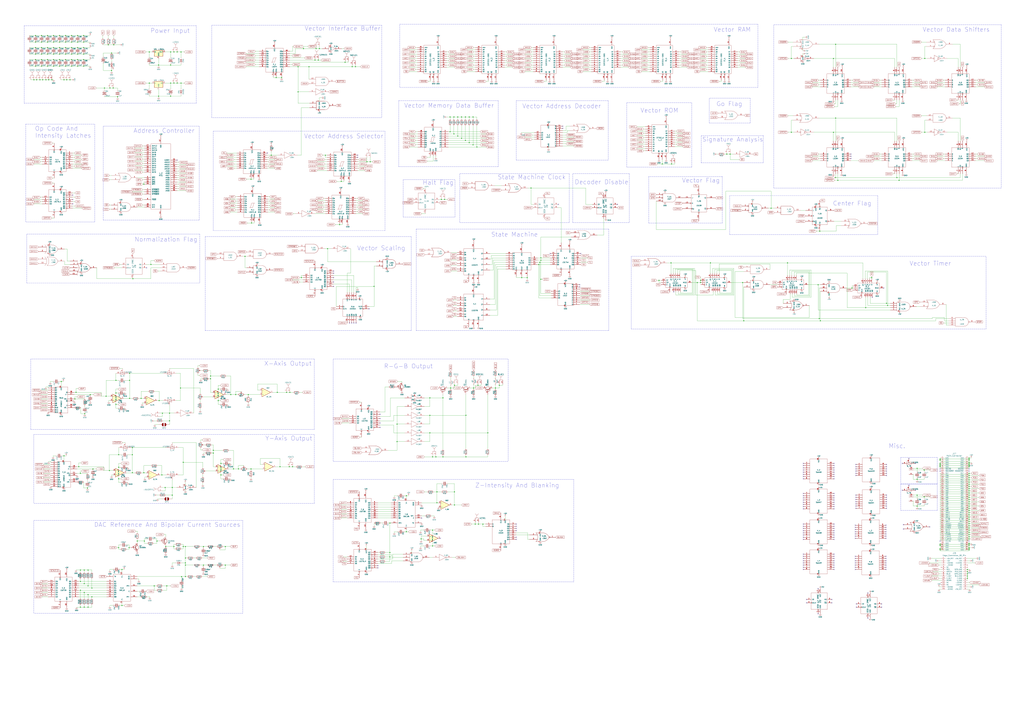
<source format=kicad_sch>
(kicad_sch (version 20211123) (generator eeschema)
  (paper "A0")
  (lib_symbols
    (symbol "Device:C" (pin_numbers hide) (pin_names (offset 0.254))
      (property "Reference" "C" (at 0.635 2.54 0))
      (property "Value" "C" (at 0.635 -2.54 0))
      (symbol "C_1_1"
        (pin passive line (at 0 3.81 270) (length 2.794) (name "~") (number "1"))
        (pin passive line (at 0 -3.81 90) (length 2.794) (name "~") (number "2"))
      )
    )
    (symbol "Device:CP1" (pin_numbers hide) (pin_names (offset 0.254) hide)
      (property "Reference" "C" (at 0.635 2.54 0))
      (property "Value" "Device_CP1" (at 0.635 -2.54 0))
      (symbol "CP1_1_1"
        (pin passive line (at 0 3.81 270) (length 2.794) (name "~") (number "1"))
        (pin passive line (at 0 -3.81 90) (length 3.302) (name "~") (number "2"))
      )
    )
    (symbol "Device:D" (pin_numbers hide) (pin_names (offset 1.016) hide)
      (property "Reference" "D" (at 0 2.54 0))
      (property "Value" "D" (at 0 -2.54 0))
      (symbol "D_1_1"
        (pin passive line (at -3.81 0 0) (length 2.54) (name "K") (number "1"))
        (pin passive line (at 3.81 0 180) (length 2.54) (name "A") (number "2"))
      )
    )
    (symbol "Device:L" (pin_numbers hide) (pin_names (offset 1.016) hide)
      (property "Reference" "L" (at -1.27 0 90))
      (property "Value" "L" (at 1.905 0 90))
      (symbol "L_1_1"
        (pin passive line (at 0 3.81 270) (length 1.27) (name "1") (number "1"))
        (pin passive line (at 0 -3.81 90) (length 1.27) (name "2") (number "2"))
      )
    )
    (symbol "Device:LED" (pin_numbers hide) (pin_names (offset 1.016) hide)
      (property "Reference" "D" (at 0 2.54 0))
      (property "Value" "LED" (at 0 -2.54 0))
      (symbol "LED_1_1"
        (pin passive line (at -3.81 0 0) (length 2.54) (name "K") (number "1"))
        (pin passive line (at 3.81 0 180) (length 2.54) (name "A") (number "2"))
      )
    )
    (symbol "Device:R" (pin_numbers hide) (pin_names (offset 0))
      (property "Reference" "R" (at 2.032 0 90))
      (property "Value" "R" (at 0 0 90))
      (symbol "R_1_1"
        (pin passive line (at 0 3.81 270) (length 1.27) (name "~") (number "1"))
        (pin passive line (at 0 -3.81 90) (length 1.27) (name "~") (number "2"))
      )
    )
    (symbol "Device:Varistor" (pin_numbers hide) (pin_names (offset 0))
      (property "Reference" "RV" (at 3.175 0 90))
      (property "Value" "Varistor" (at -3.175 0 90))
      (symbol "Varistor_0_0"
        (text "U" (at -1.778 -2.032 0) (effects (font (size 1.27 1.27))))
      )
      (symbol "Varistor_1_1"
        (pin passive line (at 0 3.81 270) (length 1.27) (name "~") (number "1"))
        (pin passive line (at 0 -3.81 90) (length 1.27) (name "~") (number "2"))
      )
    )
    (symbol "Star_Wars_Vector_PCB-rescue:2N3904" (pin_names (offset 0) hide)
      (property "Reference" "Q" (at 5.08 1.905 0))
      (property "Value" "2N3904" (at 5.08 0 0))
      (symbol "2N3904_1_1"
        (pin passive line (at 2.54 -5.08 90) (length 2.54) (name "E") (number "1"))
        (pin passive line (at -5.08 0 0) (length 5.715) (name "B") (number "2"))
        (pin passive line (at 2.54 5.08 270) (length 2.54) (name "C") (number "3"))
      )
    )
    (symbol "Star_Wars_Vector_PCB-rescue:2N3906" (pin_names (offset 0) hide)
      (property "Reference" "Q" (at 5.08 1.905 0))
      (property "Value" "2N3906" (at 5.08 0 0))
      (symbol "2N3906_1_1"
        (pin passive line (at 2.54 -5.08 90) (length 2.54) (name "E") (number "1"))
        (pin input line (at -5.08 0 0) (length 5.715) (name "B") (number "2"))
        (pin passive line (at 2.54 5.08 270) (length 2.54) (name "C") (number "3"))
      )
    )
    (symbol "Star_Wars_Vector_PCB-rescue:74LS07" (pin_names (offset 0.762))
      (property "Reference" "U" (at 4.953 2.921 0))
      (property "Value" "74LS07" (at 4.826 -3.175 0))
      (symbol "74LS07_1_1"
        (pin input line (at -11.43 0 0) (length 7.62) (name "~") (number "1"))
        (pin power_in line (at 0 1.905 180) (length 0) (name "VCC") (number "14"))
        (pin tri_state line (at 11.43 0 180) (length 7.62) (name "~") (number "2"))
        (pin power_in line (at 0 -1.905 180) (length 0) (name "GND") (number "7"))
      )
      (symbol "74LS07_1_2"
        (pin input inverted (at -11.43 0 0) (length 7.62) (name "~") (number "1"))
        (pin tri_state line (at 11.43 0 180) (length 7.62) (name "~") (number "2"))
      )
      (symbol "74LS07_2_1"
        (pin input line (at -11.43 0 0) (length 7.62) (name "~") (number "3"))
        (pin tri_state line (at 11.43 0 180) (length 7.62) (name "~") (number "4"))
      )
      (symbol "74LS07_2_2"
        (pin input inverted (at -11.43 0 0) (length 7.62) (name "~") (number "3"))
        (pin tri_state line (at 11.43 0 180) (length 7.62) (name "~") (number "4"))
      )
      (symbol "74LS07_3_1"
        (pin input line (at -11.43 0 0) (length 7.62) (name "~") (number "5"))
        (pin tri_state line (at 11.43 0 180) (length 7.62) (name "~") (number "6"))
      )
      (symbol "74LS07_3_2"
        (pin input inverted (at -11.43 0 0) (length 7.62) (name "~") (number "5"))
        (pin tri_state line (at 11.43 0 180) (length 7.62) (name "~") (number "6"))
      )
      (symbol "74LS07_4_1"
        (pin tri_state line (at 11.43 0 180) (length 7.62) (name "~") (number "8"))
        (pin input line (at -11.43 0 0) (length 7.62) (name "~") (number "9"))
      )
      (symbol "74LS07_4_2"
        (pin tri_state line (at 11.43 0 180) (length 7.62) (name "~") (number "8"))
        (pin input inverted (at -11.43 0 0) (length 7.62) (name "~") (number "9"))
      )
      (symbol "74LS07_5_1"
        (pin tri_state line (at 11.43 0 180) (length 7.62) (name "~") (number "10"))
        (pin input line (at -11.43 0 0) (length 7.62) (name "~") (number "11"))
      )
      (symbol "74LS07_5_2"
        (pin tri_state line (at 11.43 0 180) (length 7.62) (name "~") (number "10"))
        (pin input inverted (at -11.43 0 0) (length 7.62) (name "~") (number "11"))
      )
      (symbol "74LS07_6_1"
        (pin tri_state line (at 11.43 0 180) (length 7.62) (name "~") (number "12"))
        (pin input line (at -11.43 0 0) (length 7.62) (name "~") (number "13"))
      )
      (symbol "74LS07_6_2"
        (pin tri_state line (at 11.43 0 180) (length 7.62) (name "~") (number "12"))
        (pin input inverted (at -11.43 0 0) (length 7.62) (name "~") (number "13"))
      )
    )
    (symbol "Star_Wars_Vector_PCB-rescue:POT" (pin_numbers hide) (pin_names (offset 1.016) hide)
      (property "Reference" "RV" (at -4.445 0 90))
      (property "Value" "POT" (at -2.54 0 90))
      (symbol "POT_1_1"
        (pin passive line (at 0 3.81 270) (length 1.27) (name "1") (number "1"))
        (pin passive line (at 3.81 0 180) (length 1.27) (name "2") (number "2"))
        (pin passive line (at 0 -3.81 90) (length 1.27) (name "3") (number "3"))
      )
    )
    (symbol "Star_Wars_Vector_PCB:082"
      (property "Reference" "U" (at 0 5.08 0))
      (property "Value" "082" (at 0 -5.08 0))
      (symbol "082_1_1"
        (pin output line (at 7.62 0 180) (length 2.54) (name "~") (number "1"))
        (pin input line (at -7.62 -2.54 0) (length 2.54) (name "-") (number "2"))
        (pin input line (at -7.62 2.54 0) (length 2.54) (name "+") (number "3"))
      )
      (symbol "082_2_1"
        (pin bidirectional line (at -1.27 3.175 270) (length 0) (name "VSS") (number "4"))
        (pin input line (at -7.62 2.54 0) (length 2.54) (name "+") (number "5"))
        (pin input line (at -7.62 -2.54 0) (length 2.54) (name "-") (number "6"))
        (pin output line (at 7.62 0 180) (length 2.54) (name "~") (number "7"))
        (pin bidirectional line (at -1.27 -3.175 90) (length 0) (name "VCC") (number "8"))
      )
    )
    (symbol "Star_Wars_Vector_PCB:137211-001" (pin_names (offset 1.016))
      (property "Reference" "U" (at 1.905 0 90))
      (property "Value" "137211-001" (at -1.905 0 90))
      (symbol "137211-001_1_0"
        (pin input line (at -17.145 6.35 0) (length 7.62) (name "A7") (number "1"))
        (pin bidirectional line (at 17.145 -6.35 180) (length 7.62) (name "D1") (number "10"))
        (pin bidirectional line (at 17.145 -3.81 180) (length 7.62) (name "D2") (number "11"))
        (pin power_in line (at 6.985 -24.13 90) (length 7.62) (name "GND") (number "12"))
        (pin bidirectional line (at 17.145 -1.27 180) (length 7.62) (name "D3") (number "13"))
        (pin bidirectional line (at 17.145 1.27 180) (length 7.62) (name "D4") (number "14"))
        (pin bidirectional line (at 17.145 3.81 180) (length 7.62) (name "D5") (number "15"))
        (pin bidirectional line (at 17.145 6.35 180) (length 7.62) (name "D6") (number "16"))
        (pin bidirectional line (at 17.145 8.89 180) (length 7.62) (name "D7") (number "17"))
        (pin input inverted (at -1.905 -24.13 90) (length 7.62) (name "~{CE}") (number "18"))
        (pin input line (at -17.145 13.97 0) (length 7.62) (name "A10") (number "19"))
        (pin input line (at -17.145 3.81 0) (length 7.62) (name "A6") (number "2"))
        (pin input inverted (at 1.905 -24.13 90) (length 7.62) (name "~{OE}") (number "20"))
        (pin input inverted (at -17.145 -13.97 0) (length 7.62) (name "~{WE}") (number "21"))
        (pin input line (at -17.145 11.43 0) (length 7.62) (name "A9") (number "22"))
        (pin input line (at -17.145 8.89 0) (length 7.62) (name "A8") (number "23"))
        (pin power_in line (at 6.985 24.13 270) (length 7.62) (name "5V0") (number "24"))
        (pin input line (at -17.145 1.27 0) (length 7.62) (name "A5") (number "3"))
        (pin input line (at -17.145 -1.27 0) (length 7.62) (name "A4") (number "4"))
        (pin input line (at -17.145 -3.81 0) (length 7.62) (name "A3") (number "5"))
        (pin input line (at -17.145 -6.35 0) (length 7.62) (name "A2") (number "6"))
        (pin input line (at -17.145 -8.89 0) (length 7.62) (name "A1") (number "7"))
        (pin input line (at -17.145 -11.43 0) (length 7.62) (name "A0") (number "8"))
        (pin bidirectional line (at 17.145 -8.89 180) (length 7.62) (name "D0") (number "9"))
      )
    )
    (symbol "Star_Wars_Vector_PCB:2732_A" (pin_names (offset 1.016))
      (property "Reference" "U" (at 0 -1.27 0))
      (property "Value" "2732_A" (at 0 1.27 0))
      (symbol "2732_A_1_0"
        (pin bidirectional line (at -17.145 3.81 0) (length 7.62) (name "A7") (number "1"))
        (pin bidirectional line (at 17.145 -6.35 180) (length 7.62) (name "D1") (number "10"))
        (pin bidirectional line (at 17.145 -3.81 180) (length 7.62) (name "D2") (number "11"))
        (pin power_in line (at 6.985 -24.13 90) (length 7.62) (name "GND") (number "12"))
        (pin bidirectional line (at 17.145 -1.27 180) (length 7.62) (name "D3") (number "13"))
        (pin bidirectional line (at 17.145 1.27 180) (length 7.62) (name "D4") (number "14"))
        (pin bidirectional line (at 17.145 3.81 180) (length 7.62) (name "D5") (number "15"))
        (pin bidirectional line (at 17.145 6.35 180) (length 7.62) (name "D6") (number "16"))
        (pin bidirectional line (at 17.145 8.89 180) (length 7.62) (name "D7") (number "17"))
        (pin input inverted (at 2.54 -24.13 90) (length 7.62) (name "~{CE}") (number "18"))
        (pin bidirectional line (at -17.145 11.43 0) (length 7.62) (name "A10") (number "19"))
        (pin bidirectional line (at -17.145 1.27 0) (length 7.62) (name "A6") (number "2"))
        (pin input inverted (at -1.27 -24.13 90) (length 7.62) (name "~{OE}") (number "20"))
        (pin bidirectional line (at -17.145 13.97 0) (length 7.62) (name "A11") (number "21"))
        (pin bidirectional line (at -17.145 8.89 0) (length 7.62) (name "A9") (number "22"))
        (pin bidirectional line (at -17.145 6.35 0) (length 7.62) (name "A8") (number "23"))
        (pin power_in line (at 6.985 24.13 270) (length 7.62) (name "5V0") (number "24"))
        (pin bidirectional line (at -17.145 -1.27 0) (length 7.62) (name "A5") (number "3"))
        (pin bidirectional line (at -17.145 -3.81 0) (length 7.62) (name "A4") (number "4"))
        (pin bidirectional line (at -17.145 -6.35 0) (length 7.62) (name "A3") (number "5"))
        (pin bidirectional line (at -17.145 -8.89 0) (length 7.62) (name "A2") (number "6"))
        (pin bidirectional line (at -17.145 -11.43 0) (length 7.62) (name "A1") (number "7"))
        (pin bidirectional line (at -17.145 -13.97 0) (length 7.62) (name "A0") (number "8"))
        (pin bidirectional line (at 17.145 -8.89 180) (length 7.62) (name "D0") (number "9"))
      )
    )
    (symbol "Star_Wars_Vector_PCB:AM6012" (pin_names (offset 0.254))
      (property "Reference" "U" (at 0 1.27 0))
      (property "Value" "AM6012" (at 0 -5.715 90))
      (symbol "AM6012_0_0"
        (pin power_in line (at 0 -16.51 90) (length 0) (name "GND") (number "13"))
      )
      (symbol "AM6012_1_0"
        (pin input line (at 15.24 0 180) (length 7.62) (name "VR+") (number "14"))
        (pin input line (at 15.24 -10.16 180) (length 7.62) (name "VR-") (number "15"))
        (pin input line (at 15.24 -7.62 180) (length 7.62) (name "C") (number "16"))
        (pin input line (at 15.24 5.08 180) (length 7.62) (name "V-") (number "17"))
        (pin input line (at 15.24 -2.54 180) (length 7.62) (name "~{IO}") (number "19"))
        (pin power_in line (at 0 13.97 270) (length 0) (name "VCC") (number "20"))
      )
      (symbol "AM6012_1_1"
        (pin input line (at -15.24 12.7 0) (length 7.62) (name "B1") (number "1"))
        (pin input line (at -15.24 -10.16 0) (length 7.62) (name "B10") (number "10"))
        (pin input line (at -15.24 -12.7 0) (length 7.62) (name "B11") (number "11"))
        (pin input line (at -15.24 -15.24 0) (length 7.62) (name "B12") (number "12"))
        (pin input line (at 15.24 7.62 180) (length 7.62) (name "IO") (number "18"))
        (pin input line (at -15.24 10.16 0) (length 7.62) (name "B2") (number "2"))
        (pin input line (at -15.24 7.62 0) (length 7.62) (name "B3") (number "3"))
        (pin input line (at -15.24 5.08 0) (length 7.62) (name "B4") (number "4"))
        (pin input line (at -15.24 2.54 0) (length 7.62) (name "B5") (number "5"))
        (pin input line (at -15.24 0 0) (length 7.62) (name "B6") (number "6"))
        (pin input line (at -15.24 -2.54 0) (length 7.62) (name "B7") (number "7"))
        (pin input line (at -15.24 -5.08 0) (length 7.62) (name "B8") (number "8"))
        (pin input line (at -15.24 -7.62 0) (length 7.62) (name "B9") (number "9"))
      )
    )
    (symbol "Star_Wars_Vector_PCB:AVG" (pin_names (offset 1.016))
      (property "Reference" "U" (at 0 1.27 0))
      (property "Value" "AVG" (at 0 -1.27 0))
      (symbol "AVG_1_1"
        (pin output line (at 19.05 -11.43 180) (length 7.62) (name "AVG3") (number "1"))
        (pin input line (at -19.05 17.78 0) (length 7.62) (name "DVY6") (number "10"))
        (pin input line (at -19.05 20.32 0) (length 7.62) (name "DVY7") (number "11"))
        (pin input line (at -19.05 22.86 0) (length 7.62) (name "DVY8") (number "12"))
        (pin input line (at -19.05 25.4 0) (length 7.62) (name "DVY9") (number "13"))
        (pin power_in line (at 0 -48.26 90) (length 7.62) (name "GND") (number "14"))
        (pin output line (at 19.05 -3.81 180) (length 7.62) (name "AVG6") (number "15"))
        (pin output line (at 19.05 -1.27 180) (length 7.62) (name "AVG7") (number "16"))
        (pin output line (at 19.05 1.27 180) (length 7.62) (name "AVG8") (number "17"))
        (pin output line (at 19.05 3.81 180) (length 7.62) (name "AVG9") (number "18"))
        (pin output line (at 19.05 6.35 180) (length 7.62) (name "AVG10") (number "19"))
        (pin output line (at 19.05 -8.89 180) (length 7.62) (name "AVG4") (number "2"))
        (pin output line (at 19.05 8.89 180) (length 7.62) (name "AVG11") (number "20"))
        (pin output line (at 19.05 11.43 180) (length 7.62) (name "AVG12") (number "21"))
        (pin output line (at 19.05 13.97 180) (length 7.62) (name "AVG13") (number "22"))
        (pin output line (at 19.05 16.51 180) (length 7.62) (name "CARRY") (number "23"))
        (pin input line (at -19.05 -22.86 0) (length 7.62) (name "~{STROBE0}") (number "24"))
        (pin input line (at -19.05 -11.43 0) (length 7.62) (name "~{OPX}") (number "25"))
        (pin input line (at -19.05 -8.89 0) (length 7.62) (name "~{OP0}") (number "26"))
        (pin input line (at -19.05 33.02 0) (length 7.62) (name "DVY12") (number "27"))
        (pin input line (at -19.05 30.48 0) (length 7.62) (name "DVY11") (number "28"))
        (pin input line (at -19.05 27.94 0) (length 7.62) (name "DVY10") (number "29"))
        (pin output line (at 19.05 -6.35 180) (length 7.62) (name "AVG5") (number "3"))
        (pin input line (at -19.05 7.62 0) (length 7.62) (name "DVY2") (number "30"))
        (pin input line (at -19.05 5.08 0) (length 7.62) (name "DVY1") (number "31"))
        (pin input line (at -19.05 2.54 0) (length 7.62) (name "DVY0") (number "32"))
        (pin input line (at -19.05 -6.35 0) (length 7.62) (name "OP1") (number "33"))
        (pin input line (at -19.05 -20.32 0) (length 7.62) (name "~{STROBE1}") (number "34"))
        (pin input line (at -19.05 -38.1 0) (length 7.62) (name "ST2") (number "35"))
        (pin output line (at 19.05 -19.05 180) (length 7.62) (name "AVG0") (number "36"))
        (pin power_in line (at 0 43.18 270) (length 7.62) (name "VDD") (number "37"))
        (pin input line (at -19.05 -35.56 0) (length 7.62) (name "ST3") (number "38"))
        (pin output line (at 19.05 -16.51 180) (length 7.62) (name "AVG1") (number "39"))
        (pin input line (at -19.05 -17.78 0) (length 7.62) (name "~{STROBE2}") (number "4"))
        (pin output line (at 19.05 -13.97 180) (length 7.62) (name "AVG2") (number "40"))
        (pin input line (at -19.05 -3.81 0) (length 7.62) (name "~{OP2}") (number "5"))
        (pin input line (at -19.05 -29.21 0) (length 7.62) (name "~{VGGO}") (number "6"))
        (pin input line (at -19.05 10.16 0) (length 7.62) (name "DVY3") (number "7"))
        (pin input line (at -19.05 12.7 0) (length 7.62) (name "DVY4") (number "8"))
        (pin input line (at -19.05 15.24 0) (length 7.62) (name "DVY5") (number "9"))
      )
    )
    (symbol "Star_Wars_Vector_PCB:DAC_8" (pin_names (offset 1.016))
      (property "Reference" "U" (at 0 1.27 0))
      (property "Value" "DAC_8" (at 0 -1.27 0))
      (symbol "DAC_8_0_0"
        (pin input line (at 0 -16.51 90) (length 2.54) (name "V-") (number "3"))
      )
      (symbol "DAC_8_1_0"
        (pin power_in line (at 0 19.685 270) (length 2.54) (name "V+") (number "13"))
      )
      (symbol "DAC_8_1_1"
        (pin input line (at -17.78 14.605 0) (length 7.62) (name "TH") (number "1"))
        (pin input line (at -17.78 -3.81 0) (length 7.62) (name "B6") (number "10"))
        (pin input line (at -17.78 -6.35 0) (length 7.62) (name "B7") (number "11"))
        (pin input line (at -17.78 -8.89 0) (length 7.62) (name "B8") (number "12"))
        (pin input line (at 17.78 3.81 180) (length 7.62) (name "VR+") (number "14"))
        (pin input line (at 17.78 -8.89 180) (length 7.62) (name "VR-") (number "15"))
        (pin input line (at 17.78 -2.54 180) (length 7.62) (name "C") (number "16"))
        (pin input line (at 17.78 12.065 180) (length 7.62) (name "~{IO}") (number "2"))
        (pin input line (at 17.78 14.605 180) (length 7.62) (name "IO") (number "4"))
        (pin input line (at -17.78 8.89 0) (length 7.62) (name "B1") (number "5"))
        (pin input line (at -17.78 6.35 0) (length 7.62) (name "B2") (number "6"))
        (pin input line (at -17.78 3.81 0) (length 7.62) (name "B3") (number "7"))
        (pin input line (at -17.78 1.27 0) (length 7.62) (name "B4") (number "8"))
        (pin input line (at -17.78 -1.27 0) (length 7.62) (name "B5") (number "9"))
      )
    )
    (symbol "Star_Wars_Vector_PCB:DAC_8A" (pin_names (offset 1.016))
      (property "Reference" "U" (at 0 1.27 0))
      (property "Value" "DAC_8A" (at 0 -1.27 0))
      (symbol "DAC_8A_0_0"
        (pin input line (at 0 -16.51 90) (length 2.54) (name "V-") (number "3"))
      )
      (symbol "DAC_8A_1_0"
        (pin power_in line (at 0 19.685 270) (length 2.54) (name "V+") (number "13"))
      )
      (symbol "DAC_8A_1_1"
        (pin input line (at 17.78 -8.89 180) (length 7.62) (name "TH") (number "1"))
        (pin input line (at -17.78 1.905 0) (length 7.62) (name "B6") (number "10"))
        (pin input line (at -17.78 -0.635 0) (length 7.62) (name "B7") (number "11"))
        (pin input line (at -17.78 -3.175 0) (length 7.62) (name "B8") (number "12"))
        (pin output line (at -17.78 -8.89 0) (length 7.62) (name "VR+") (number "14"))
        (pin output line (at 17.78 -0.635 180) (length 7.62) (name "VR-") (number "15"))
        (pin output line (at 17.78 -3.175 180) (length 7.62) (name "C") (number "16"))
        (pin input line (at 17.78 12.065 180) (length 7.62) (name "~{IO}") (number "2"))
        (pin output line (at 17.78 14.605 180) (length 7.62) (name "IO") (number "4"))
        (pin input line (at -17.78 14.605 0) (length 7.62) (name "B1") (number "5"))
        (pin input line (at -17.78 12.065 0) (length 7.62) (name "B2") (number "6"))
        (pin input line (at -17.78 9.525 0) (length 7.62) (name "B3") (number "7"))
        (pin input line (at -17.78 6.985 0) (length 7.62) (name "B4") (number "8"))
        (pin input line (at -17.78 4.445 0) (length 7.62) (name "B5") (number "9"))
      )
    )
    (symbol "Star_Wars_Vector_PCB:Edge_Connector_30_Pin" (pin_names (offset 1.016))
      (property "Reference" "J" (at 0 22.86 0))
      (property "Value" "Edge_Connector_30_Pin" (at 0 20.32 0))
      (symbol "Edge_Connector_30_Pin_1_1"
        (pin power_in line (at -15.24 16.51 0) (length 5.08) (name "+5V_RET") (number "1"))
        (pin bidirectional line (at -15.24 -6.35 0) (length 5.08) (name "X_OUT") (number "10"))
        (pin bidirectional line (at -15.24 -8.89 0) (length 5.08) (name "SPARE") (number "11"))
        (pin no_connect line (at -15.24 -11.43 0) (length 5.08) (name "NC") (number "12"))
        (pin no_connect line (at -15.24 -13.97 0) (length 5.08) (name "NC") (number "13"))
        (pin power_in line (at -15.24 -16.51 0) (length 5.08) (name "+SENSE") (number "14"))
        (pin power_in line (at -15.24 -19.05 0) (length 5.08) (name "-SENSE") (number "15"))
        (pin power_in line (at -15.24 13.97 0) (length 5.08) (name "+5V") (number "2"))
        (pin bidirectional line (at -15.24 11.43 0) (length 5.08) (name "+22VDC") (number "3"))
        (pin bidirectional line (at -15.24 8.89 0) (length 5.08) (name "-22VDC") (number "4"))
        (pin no_connect line (at -15.24 6.35 0) (length 5.08) (name "NC") (number "5"))
        (pin bidirectional line (at -15.24 3.81 0) (length 5.08) (name "RED") (number "6"))
        (pin bidirectional line (at -15.24 1.27 0) (length 5.08) (name "GREEN") (number "7"))
        (pin bidirectional line (at -15.24 -1.27 0) (length 5.08) (name "BLUE") (number "8"))
        (pin bidirectional line (at -15.24 -3.81 0) (length 5.08) (name "Y_OUT") (number "9"))
        (pin power_in line (at 15.24 16.51 180) (length 5.08) (name "+5V_RET") (number "A"))
        (pin power_in line (at 15.24 13.97 180) (length 5.08) (name "+5V") (number "B"))
        (pin bidirectional line (at 15.24 11.43 180) (length 5.08) (name "+12VDC") (number "C"))
        (pin no_connect line (at 15.24 8.89 180) (length 5.08) (name "NC") (number "D"))
        (pin no_connect line (at 15.24 6.35 180) (length 5.08) (name "NC") (number "E"))
        (pin passive line (at 15.24 3.81 180) (length 5.08) (name "SPR_GND") (number "F"))
        (pin passive line (at 15.24 1.27 180) (length 5.08) (name "RED_GND") (number "H"))
        (pin passive line (at 15.24 -1.27 180) (length 5.08) (name "GRN_GND") (number "J"))
        (pin passive line (at 15.24 -3.81 180) (length 5.08) (name "BLU_GND") (number "K"))
        (pin passive line (at 15.24 -6.35 180) (length 5.08) (name "Y_GND") (number "L"))
        (pin passive line (at 15.24 -8.89 180) (length 5.08) (name "X_GND") (number "M"))
        (pin bidirectional line (at 15.24 -11.43 180) (length 5.08) (name "-22VDC") (number "N"))
        (pin bidirectional line (at 15.24 -13.97 180) (length 5.08) (name "+22VDC") (number "P"))
        (pin power_in line (at 15.24 -16.51 180) (length 5.08) (name "+5V") (number "R"))
        (pin power_in line (at 15.24 -19.05 180) (length 5.08) (name "+5V_RET") (number "S"))
      )
    )
    (symbol "Star_Wars_Vector_PCB:L7815_" (pin_names (offset 0.254))
      (property "Reference" "U" (at -3.81 3.175 0))
      (property "Value" "L7815_" (at 0 3.175 0))
      (symbol "L7815__1_1"
        (pin bidirectional line (at -7.62 0 0) (length 2.54) (name "IN") (number "1"))
        (pin power_in line (at 0 -7.62 90) (length 2.54) (name "GND") (number "2"))
        (pin bidirectional line (at 7.62 0 180) (length 2.54) (name "OUT") (number "3"))
      )
    )
    (symbol "Star_Wars_Vector_PCB:L7915_" (pin_names (offset 0.254))
      (property "Reference" "U" (at -3.81 -3.175 0))
      (property "Value" "L7915_" (at 0 -3.175 0))
      (symbol "L7915__1_1"
        (pin power_in line (at 0 7.62 270) (length 2.54) (name "GND") (number "1"))
        (pin bidirectional line (at -7.62 0 0) (length 2.54) (name "VI") (number "2"))
        (pin bidirectional line (at 7.62 0 180) (length 2.54) (name "VO") (number "3"))
      )
    )
    (symbol "Star_Wars_Vector_PCB:LF13201" (pin_names (offset 0))
      (property "Reference" "U" (at 0 -3.175 0))
      (property "Value" "LF13201" (at 6.985 1.27 0))
      (symbol "LF13201_1_1"
        (pin bidirectional line (at 0 5.715 270) (length 5.08) (name "~") (number "1"))
        (pin bidirectional line (at -7.62 0 0) (length 5.08) (name "~") (number "2"))
        (pin bidirectional line (at 7.62 0 180) (length 5.08) (name "~") (number "3"))
      )
      (symbol "LF13201_2_1"
        (pin bidirectional line (at 5.08 -5.715 180) (length 5.08) (name "~") (number "13"))
        (pin bidirectional line (at 5.08 -7.62 180) (length 5.08) (name "~") (number "4"))
        (pin input line (at 5.08 -12.7 180) (length 5.08) (name "~") (number "5"))
        (pin bidirectional line (at -7.62 0 0) (length 5.08) (name "~") (number "6"))
        (pin bidirectional line (at 7.62 0 180) (length 5.08) (name "~") (number "7"))
        (pin bidirectional line (at 0 5.715 270) (length 5.08) (name "~") (number "8"))
      )
      (symbol "LF13201_3_1"
        (pin bidirectional line (at -7.62 0 0) (length 5.08) (name "~") (number "10"))
        (pin bidirectional line (at 7.62 0 180) (length 5.08) (name "~") (number "11"))
        (pin bidirectional line (at 0 5.715 270) (length 5.08) (name "~") (number "9"))
      )
      (symbol "LF13201_4_1"
        (pin bidirectional line (at 7.62 0 180) (length 5.08) (name "~") (number "14"))
        (pin bidirectional line (at -7.62 0 0) (length 5.08) (name "~") (number "15"))
        (pin bidirectional line (at 0 5.715 270) (length 5.08) (name "~") (number "16"))
      )
    )
    (symbol "Star_Wars_Vector_PCB:LS00" (pin_names (offset 0.762))
      (property "Reference" "U" (at 1.27 1.27 0))
      (property "Value" "LS00" (at 1.27 -2.54 0))
      (symbol "LS00_1_0"
        (pin power_in line (at -3.81 5.08 270) (length 0) (name "VCC") (number "14"))
        (pin power_in line (at -3.81 -5.08 90) (length 0) (name "GND") (number "7"))
      )
      (symbol "LS00_1_1"
        (pin input line (at -15.24 2.54 0) (length 7.62) (name "~") (number "1"))
        (pin input line (at -15.24 -2.54 0) (length 7.62) (name "~") (number "2"))
        (pin output inverted (at 15.24 0 180) (length 7.62) (name "~") (number "3"))
      )
      (symbol "LS00_1_2"
        (pin input inverted (at -15.24 2.54 0) (length 9.398) (name "~") (number "1"))
        (pin input inverted (at -15.24 -2.54 0) (length 9.398) (name "~") (number "2"))
        (pin output line (at 15.24 0 180) (length 7.62) (name "~") (number "3"))
      )
      (symbol "LS00_2_1"
        (pin input line (at -15.24 2.54 0) (length 7.62) (name "~") (number "4"))
        (pin input line (at -15.24 -2.54 0) (length 7.62) (name "~") (number "5"))
        (pin output inverted (at 15.24 0 180) (length 7.62) (name "~") (number "6"))
      )
      (symbol "LS00_2_2"
        (pin input inverted (at -15.24 2.54 0) (length 9.398) (name "~") (number "4"))
        (pin input inverted (at -15.24 -2.54 0) (length 9.398) (name "~") (number "5"))
        (pin output line (at 15.24 0 180) (length 7.62) (name "~") (number "6"))
      )
      (symbol "LS00_3_1"
        (pin input line (at -15.24 -2.54 0) (length 7.62) (name "~") (number "10"))
        (pin output inverted (at 15.24 0 180) (length 7.62) (name "~") (number "8"))
        (pin input line (at -15.24 2.54 0) (length 7.62) (name "~") (number "9"))
      )
      (symbol "LS00_3_2"
        (pin input inverted (at -15.24 -2.54 0) (length 9.398) (name "~") (number "10"))
        (pin output line (at 15.24 0 180) (length 7.62) (name "~") (number "8"))
        (pin input inverted (at -15.24 2.54 0) (length 9.398) (name "~") (number "9"))
      )
      (symbol "LS00_4_1"
        (pin output inverted (at 15.24 0 180) (length 7.62) (name "~") (number "11"))
        (pin input line (at -15.24 2.54 0) (length 7.62) (name "~") (number "12"))
        (pin input line (at -15.24 -2.54 0) (length 7.62) (name "~") (number "13"))
      )
      (symbol "LS00_4_2"
        (pin output line (at 15.24 0 180) (length 7.62) (name "~") (number "11"))
        (pin input inverted (at -15.24 2.54 0) (length 9.398) (name "~") (number "12"))
        (pin input inverted (at -15.24 -2.54 0) (length 9.398) (name "~") (number "13"))
      )
    )
    (symbol "Star_Wars_Vector_PCB:LS02" (pin_names (offset 0.762))
      (property "Reference" "U" (at 1.905 1.27 0))
      (property "Value" "LS02" (at 2.54 -1.27 0))
      (symbol "LS02_1_0"
        (pin power_in line (at -2.54 5.08 270) (length 0) (name "VCC") (number "14"))
        (pin power_in line (at -2.54 -5.08 90) (length 0) (name "GND") (number "7"))
      )
      (symbol "LS02_1_1"
        (pin output inverted (at 15.24 0 180) (length 7.62) (name "~") (number "1"))
        (pin input line (at -15.24 2.54 0) (length 9.398) (name "~") (number "2"))
        (pin input line (at -15.24 -2.54 0) (length 9.398) (name "~") (number "3"))
      )
      (symbol "LS02_1_2"
        (pin output line (at 15.24 0 180) (length 7.62) (name "~") (number "1"))
        (pin input inverted (at -15.24 2.54 0) (length 7.62) (name "~") (number "2"))
        (pin input inverted (at -15.24 -2.54 0) (length 7.62) (name "~") (number "3"))
      )
      (symbol "LS02_2_1"
        (pin output inverted (at 15.24 0 180) (length 7.62) (name "~") (number "4"))
        (pin input line (at -15.24 2.54 0) (length 9.398) (name "~") (number "5"))
        (pin input line (at -15.24 -2.54 0) (length 9.398) (name "~") (number "6"))
      )
      (symbol "LS02_2_2"
        (pin output line (at 15.24 0 180) (length 7.62) (name "~") (number "4"))
        (pin input inverted (at -15.24 2.54 0) (length 7.62) (name "~") (number "5"))
        (pin input inverted (at -15.24 -2.54 0) (length 7.62) (name "~") (number "6"))
      )
      (symbol "LS02_3_1"
        (pin output inverted (at 15.24 0 180) (length 7.62) (name "~") (number "10"))
        (pin input line (at -15.24 2.54 0) (length 9.398) (name "~") (number "8"))
        (pin input line (at -15.24 -2.54 0) (length 9.398) (name "~") (number "9"))
      )
      (symbol "LS02_3_2"
        (pin output line (at 15.24 0 180) (length 7.62) (name "~") (number "10"))
        (pin input inverted (at -15.24 2.54 0) (length 7.62) (name "~") (number "8"))
        (pin input inverted (at -15.24 -2.54 0) (length 7.62) (name "~") (number "9"))
      )
      (symbol "LS02_4_1"
        (pin input line (at -15.24 2.54 0) (length 9.398) (name "~") (number "11"))
        (pin input line (at -15.24 -2.54 0) (length 9.398) (name "~") (number "12"))
        (pin output inverted (at 15.24 0 180) (length 7.62) (name "~") (number "13"))
      )
      (symbol "LS02_4_2"
        (pin input inverted (at -15.24 2.54 0) (length 7.62) (name "~") (number "11"))
        (pin input inverted (at -15.24 -2.54 0) (length 7.62) (name "~") (number "12"))
        (pin output line (at 15.24 0 180) (length 7.62) (name "~") (number "13"))
      )
    )
    (symbol "Star_Wars_Vector_PCB:LS04" (pin_names (offset 0.762))
      (property "Reference" "U" (at 4.445 2.54 0))
      (property "Value" "LS04" (at 5.08 -2.54 0))
      (symbol "LS04_1_0"
        (pin power_in line (at -1.27 2.54 270) (length 0) (name "VCC") (number "14"))
        (pin power_in line (at -1.27 -2.54 90) (length 0) (name "GND") (number "7"))
      )
      (symbol "LS04_1_1"
        (pin input line (at -11.43 0 0) (length 7.62) (name "~") (number "1"))
        (pin output inverted (at 11.43 0 180) (length 7.62) (name "~") (number "2"))
      )
      (symbol "LS04_1_2"
        (pin input inverted (at -11.43 0 0) (length 7.62) (name "~") (number "1"))
        (pin output line (at 11.43 0 180) (length 7.62) (name "~") (number "2"))
      )
      (symbol "LS04_2_1"
        (pin input line (at -11.43 0 0) (length 7.62) (name "~") (number "3"))
        (pin output inverted (at 11.43 0 180) (length 7.62) (name "~") (number "4"))
      )
      (symbol "LS04_2_2"
        (pin input inverted (at -11.43 0 0) (length 7.62) (name "~") (number "3"))
        (pin output line (at 11.43 0 180) (length 7.62) (name "~") (number "4"))
      )
      (symbol "LS04_3_1"
        (pin input line (at -11.43 0 0) (length 7.62) (name "~") (number "5"))
        (pin output inverted (at 11.43 0 180) (length 7.62) (name "~") (number "6"))
      )
      (symbol "LS04_3_2"
        (pin input inverted (at -11.43 0 0) (length 7.62) (name "~") (number "5"))
        (pin output line (at 11.43 0 180) (length 7.62) (name "~") (number "6"))
      )
      (symbol "LS04_4_1"
        (pin output inverted (at 11.43 0 180) (length 7.62) (name "~") (number "8"))
        (pin input line (at -11.43 0 0) (length 7.62) (name "~") (number "9"))
      )
      (symbol "LS04_4_2"
        (pin output line (at 11.43 0 180) (length 7.62) (name "~") (number "8"))
        (pin input inverted (at -11.43 0 0) (length 7.62) (name "~") (number "9"))
      )
      (symbol "LS04_5_1"
        (pin output inverted (at 11.43 0 180) (length 7.62) (name "~") (number "10"))
        (pin input line (at -11.43 0 0) (length 7.62) (name "~") (number "11"))
      )
      (symbol "LS04_5_2"
        (pin output line (at 11.43 0 180) (length 7.62) (name "~") (number "10"))
        (pin input inverted (at -11.43 0 0) (length 7.62) (name "~") (number "11"))
      )
      (symbol "LS04_6_1"
        (pin output inverted (at 11.43 0 180) (length 7.62) (name "~") (number "12"))
        (pin input line (at -11.43 0 0) (length 7.62) (name "~") (number "13"))
      )
      (symbol "LS04_6_2"
        (pin output line (at 11.43 0 180) (length 7.62) (name "~") (number "12"))
        (pin input inverted (at -11.43 0 0) (length 7.62) (name "~") (number "13"))
      )
    )
    (symbol "Star_Wars_Vector_PCB:LS08" (pin_names (offset 0.762))
      (property "Reference" "U" (at 0 1.27 0))
      (property "Value" "LS08" (at 0 -1.27 0))
      (symbol "LS08_1_0"
        (pin power_in line (at -3.81 5.08 270) (length 0) (name "VCC") (number "14"))
        (pin power_in line (at -3.81 -5.08 90) (length 0) (name "GND") (number "7"))
      )
      (symbol "LS08_1_1"
        (pin input line (at -15.24 2.54 0) (length 7.62) (name "~") (number "1"))
        (pin input line (at -15.24 -2.54 0) (length 7.62) (name "~") (number "2"))
        (pin output line (at 15.24 0 180) (length 7.62) (name "~") (number "3"))
      )
      (symbol "LS08_1_2"
        (pin input inverted (at -15.24 2.54 0) (length 9.398) (name "~") (number "1"))
        (pin input inverted (at -15.24 -2.54 0) (length 9.398) (name "~") (number "2"))
        (pin output inverted (at 15.24 0 180) (length 7.62) (name "~") (number "3"))
      )
      (symbol "LS08_2_1"
        (pin input line (at -15.24 2.54 0) (length 7.62) (name "~") (number "4"))
        (pin input line (at -15.24 -2.54 0) (length 7.62) (name "~") (number "5"))
        (pin output line (at 15.24 0 180) (length 7.62) (name "~") (number "6"))
      )
      (symbol "LS08_2_2"
        (pin input inverted (at -15.24 2.54 0) (length 9.398) (name "~") (number "4"))
        (pin input inverted (at -15.24 -2.54 0) (length 9.398) (name "~") (number "5"))
        (pin output inverted (at 15.24 0 180) (length 7.62) (name "~") (number "6"))
      )
      (symbol "LS08_3_1"
        (pin input line (at -15.24 -2.54 0) (length 7.62) (name "~") (number "10"))
        (pin output line (at 15.24 0 180) (length 7.62) (name "~") (number "8"))
        (pin input line (at -15.24 2.54 0) (length 7.62) (name "~") (number "9"))
      )
      (symbol "LS08_3_2"
        (pin input inverted (at -15.24 -2.54 0) (length 9.398) (name "~") (number "10"))
        (pin output inverted (at 15.24 0 180) (length 7.62) (name "~") (number "8"))
        (pin input inverted (at -15.24 2.54 0) (length 9.398) (name "~") (number "9"))
      )
      (symbol "LS08_4_1"
        (pin output line (at 15.24 0 180) (length 7.62) (name "~") (number "11"))
        (pin input line (at -15.24 2.54 0) (length 7.62) (name "~") (number "12"))
        (pin input line (at -15.24 -2.54 0) (length 7.62) (name "~") (number "13"))
      )
      (symbol "LS08_4_2"
        (pin output inverted (at 15.24 0 180) (length 7.62) (name "~") (number "11"))
        (pin input inverted (at -15.24 2.54 0) (length 9.398) (name "~") (number "12"))
        (pin input inverted (at -15.24 -2.54 0) (length 9.398) (name "~") (number "13"))
      )
    )
    (symbol "Star_Wars_Vector_PCB:LS10" (pin_names (offset 0.762))
      (property "Reference" "U" (at 0 1.27 0))
      (property "Value" "LS10" (at 0 -1.27 0))
      (symbol "LS10_1_0"
        (pin power_in line (at -5.08 5.08 270) (length 0) (name "VCC") (number "14"))
        (pin power_in line (at -5.08 -5.08 90) (length 0) (name "GND") (number "7"))
      )
      (symbol "LS10_1_1"
        (pin input line (at -15.24 3.81 0) (length 7.62) (name "~") (number "1"))
        (pin output inverted (at 15.24 0 180) (length 7.62) (name "~") (number "12"))
        (pin input line (at -15.24 -3.81 0) (length 7.62) (name "~") (number "13"))
        (pin input line (at -15.24 0 0) (length 7.62) (name "~") (number "2"))
      )
      (symbol "LS10_1_2"
        (pin input inverted (at -15.24 3.81 0) (length 8.382) (name "~") (number "1"))
        (pin output line (at 15.24 0 180) (length 7.62) (name "~") (number "12"))
        (pin input inverted (at -15.24 -3.81 0) (length 8.382) (name "~") (number "13"))
        (pin input inverted (at -15.24 0 0) (length 9.906) (name "~") (number "2"))
      )
      (symbol "LS10_2_1"
        (pin input line (at -15.24 3.81 0) (length 7.62) (name "~") (number "3"))
        (pin input line (at -15.24 0 0) (length 7.62) (name "~") (number "4"))
        (pin input line (at -15.24 -3.81 0) (length 7.62) (name "~") (number "5"))
        (pin output inverted (at 15.24 0 180) (length 7.62) (name "~") (number "6"))
      )
      (symbol "LS10_2_2"
        (pin input inverted (at -15.24 3.81 0) (length 8.382) (name "~") (number "3"))
        (pin input inverted (at -15.24 0 0) (length 9.906) (name "~") (number "4"))
        (pin input inverted (at -15.24 -3.81 0) (length 8.382) (name "~") (number "5"))
        (pin output line (at 15.24 0 180) (length 7.62) (name "~") (number "6"))
      )
      (symbol "LS10_3_1"
        (pin input line (at -15.24 0 0) (length 7.62) (name "~") (number "10"))
        (pin input line (at -15.24 -3.81 0) (length 7.62) (name "~") (number "11"))
        (pin output inverted (at 15.24 0 180) (length 7.62) (name "~") (number "8"))
        (pin input line (at -15.24 3.81 0) (length 7.62) (name "~") (number "9"))
      )
      (symbol "LS10_3_2"
        (pin input inverted (at -15.24 0 0) (length 9.906) (name "~") (number "10"))
        (pin input inverted (at -15.24 -3.81 0) (length 8.382) (name "~") (number "11"))
        (pin output line (at 15.24 0 180) (length 7.62) (name "~") (number "8"))
        (pin input inverted (at -15.24 3.81 0) (length 8.382) (name "~") (number "9"))
      )
    )
    (symbol "Star_Wars_Vector_PCB:LS109" (pin_names (offset 0.762))
      (property "Reference" "U" (at 0 2.54 0))
      (property "Value" "LS109" (at 0 -2.54 0))
      (symbol "LS109_1_0"
        (pin power_in line (at -4.445 10.16 270) (length 0) (name "VCC") (number "16"))
        (pin power_in line (at -4.445 -10.16 90) (length 0) (name "GND") (number "8"))
      )
      (symbol "LS109_1_1"
        (pin input inverted (at 0 -17.78 90) (length 7.62) (name "Cd") (number "1"))
        (pin input line (at -16.51 6.35 0) (length 7.62) (name "J") (number "2"))
        (pin input inverted (at -16.51 0 0) (length 7.62) (name "K") (number "3"))
        (pin input clock (at -16.51 -6.35 0) (length 7.62) (name "Cp") (number "4"))
        (pin input inverted (at 0 17.78 270) (length 7.62) (name "Sd") (number "5"))
        (pin output line (at 16.51 6.35 180) (length 7.62) (name "Q") (number "6"))
        (pin output inverted (at 16.51 -6.35 180) (length 7.62) (name "~{Q}") (number "7"))
      )
      (symbol "LS109_2_1"
        (pin output line (at 19.05 6.35 180) (length 10.16) (name "Q") (number "10"))
        (pin input inverted (at 0 20.32 270) (length 10.16) (name "Sd") (number "11"))
        (pin input clock (at -19.05 -6.35 0) (length 10.16) (name "Cp") (number "12"))
        (pin input inverted (at -19.05 0 0) (length 10.16) (name "K") (number "13"))
        (pin input line (at -19.05 6.35 0) (length 10.16) (name "J") (number "14"))
        (pin input inverted (at 0 -20.32 90) (length 10.16) (name "Cd") (number "15"))
        (pin output inverted (at 19.05 -6.35 180) (length 10.16) (name "~{Q}") (number "9"))
      )
    )
    (symbol "Star_Wars_Vector_PCB:LS11" (pin_names (offset 0.762))
      (property "Reference" "U" (at 0 1.27 0))
      (property "Value" "LS11" (at 0 -1.27 0))
      (symbol "LS11_0_0"
        (pin power_in line (at -5.08 5.08 90) (length 0) (name "VCC") (number "14"))
        (pin power_in line (at -5.08 -5.08 90) (length 0) (name "GND") (number "7"))
      )
      (symbol "LS11_1_1"
        (pin input line (at -15.24 3.81 0) (length 7.62) (name "~") (number "1"))
        (pin output line (at 15.24 0 180) (length 7.62) (name "~") (number "12"))
        (pin input line (at -15.24 -3.81 0) (length 7.62) (name "~") (number "13"))
        (pin input line (at -15.24 0 0) (length 7.62) (name "~") (number "2"))
      )
      (symbol "LS11_1_2"
        (pin input inverted (at -15.24 3.81 0) (length 8.382) (name "~") (number "1"))
        (pin output inverted (at 15.24 0 180) (length 7.62) (name "~") (number "12"))
        (pin input inverted (at -15.24 -3.81 0) (length 8.382) (name "~") (number "13"))
        (pin input inverted (at -15.24 0 0) (length 9.906) (name "~") (number "2"))
      )
      (symbol "LS11_2_1"
        (pin input line (at -15.24 3.81 0) (length 7.62) (name "~") (number "3"))
        (pin input line (at -15.24 0 0) (length 7.62) (name "~") (number "4"))
        (pin input line (at -15.24 -3.81 0) (length 7.62) (name "~") (number "5"))
        (pin output line (at 15.24 0 180) (length 7.62) (name "~") (number "6"))
      )
      (symbol "LS11_2_2"
        (pin input inverted (at -15.24 3.81 0) (length 8.382) (name "~") (number "3"))
        (pin input inverted (at -15.24 0 0) (length 9.906) (name "~") (number "4"))
        (pin input inverted (at -15.24 -3.81 0) (length 8.382) (name "~") (number "5"))
        (pin output inverted (at 15.24 0 180) (length 7.62) (name "~") (number "6"))
      )
      (symbol "LS11_3_1"
        (pin input line (at -15.24 0 0) (length 7.62) (name "~") (number "10"))
        (pin input line (at -15.24 -3.81 0) (length 7.62) (name "~") (number "11"))
        (pin output line (at 15.24 0 180) (length 7.62) (name "~") (number "8"))
        (pin input line (at -15.24 3.81 0) (length 7.62) (name "~") (number "9"))
      )
      (symbol "LS11_3_2"
        (pin input inverted (at -15.24 0 0) (length 9.906) (name "~") (number "10"))
        (pin input inverted (at -15.24 -3.81 0) (length 8.382) (name "~") (number "11"))
        (pin output inverted (at 15.24 0 180) (length 7.62) (name "~") (number "8"))
        (pin input inverted (at -15.24 3.81 0) (length 8.382) (name "~") (number "9"))
      )
    )
    (symbol "Star_Wars_Vector_PCB:LS14" (pin_names (offset 0.762))
      (property "Reference" "U" (at 3.81 2.54 0))
      (property "Value" "LS14" (at 5.08 -2.54 0))
      (symbol "LS14_1_0"
        (pin power_in line (at -1.27 2.54 270) (length 0) (name "VCC") (number "14"))
        (pin power_in line (at -1.27 -2.54 90) (length 0) (name "GND") (number "7"))
      )
      (symbol "LS14_1_1"
        (pin input line (at -11.43 0 0) (length 7.62) (name "~") (number "1"))
        (pin output inverted (at 11.43 0 180) (length 7.62) (name "~") (number "2"))
      )
      (symbol "LS14_1_2"
        (pin input inverted (at -11.43 0 0) (length 7.62) (name "~") (number "1"))
        (pin output line (at 11.43 0 180) (length 7.62) (name "~") (number "2"))
      )
      (symbol "LS14_2_1"
        (pin input line (at -11.43 0 0) (length 7.62) (name "~") (number "3"))
        (pin output inverted (at 11.43 0 180) (length 7.62) (name "~") (number "4"))
      )
      (symbol "LS14_2_2"
        (pin input inverted (at -11.43 0 0) (length 7.62) (name "~") (number "3"))
        (pin output line (at 11.43 0 180) (length 7.62) (name "~") (number "4"))
      )
      (symbol "LS14_3_1"
        (pin input line (at -11.43 0 0) (length 7.62) (name "~") (number "5"))
        (pin output inverted (at 11.43 0 180) (length 7.62) (name "~") (number "6"))
      )
      (symbol "LS14_3_2"
        (pin input inverted (at -11.43 0 0) (length 7.62) (name "~") (number "5"))
        (pin output line (at 11.43 0 180) (length 7.62) (name "~") (number "6"))
      )
      (symbol "LS14_4_1"
        (pin output inverted (at 11.43 0 180) (length 7.62) (name "~") (number "8"))
        (pin input line (at -11.43 0 0) (length 7.62) (name "~") (number "9"))
      )
      (symbol "LS14_4_2"
        (pin output line (at 11.43 0 180) (length 7.62) (name "~") (number "8"))
        (pin input inverted (at -11.43 0 0) (length 7.62) (name "~") (number "9"))
      )
      (symbol "LS14_5_1"
        (pin output inverted (at 11.43 0 180) (length 7.62) (name "~") (number "10"))
        (pin input line (at -11.43 0 0) (length 7.62) (name "~") (number "11"))
      )
      (symbol "LS14_5_2"
        (pin output line (at 11.43 0 180) (length 7.62) (name "~") (number "10"))
        (pin input inverted (at -11.43 0 0) (length 7.62) (name "~") (number "11"))
      )
      (symbol "LS14_6_1"
        (pin output inverted (at 11.43 0 180) (length 7.62) (name "~") (number "12"))
        (pin input line (at -11.43 0 0) (length 7.62) (name "~") (number "13"))
      )
      (symbol "LS14_6_2"
        (pin output line (at 11.43 0 180) (length 7.62) (name "~") (number "12"))
        (pin input inverted (at -11.43 0 0) (length 7.62) (name "~") (number "13"))
      )
    )
    (symbol "Star_Wars_Vector_PCB:LS157A" (pin_names (offset 0.254))
      (property "Reference" "U" (at 1.27 3.81 0))
      (property "Value" "LS157A" (at 1.27 -3.81 0))
      (symbol "LS157A_0_0"
        (pin power_in line (at 5.715 -22.86 90) (length 7.62) (name "GND") (number "8"))
      )
      (symbol "LS157A_1_0"
        (pin power_in line (at 0 22.86 270) (length 7.62) (name "VCC") (number "16"))
      )
      (symbol "LS157A_1_1"
        (pin input line (at -5.715 -22.86 90) (length 7.62) (name "S") (number "1"))
        (pin input line (at -19.05 8.255 0) (length 7.62) (name "3B") (number "10"))
        (pin input line (at -19.05 10.795 0) (length 7.62) (name "3A") (number "11"))
        (pin output line (at 19.05 3.175 180) (length 7.62) (name "4Y") (number "12"))
        (pin input line (at -19.05 1.905 0) (length 7.62) (name "4B") (number "13"))
        (pin input line (at -19.05 4.445 0) (length 7.62) (name "4A") (number "14"))
        (pin input inverted (at 0 -22.86 90) (length 7.62) (name "E") (number "15"))
        (pin input line (at -19.05 -1.905 0) (length 7.62) (name "1A") (number "2"))
        (pin input line (at -19.05 -4.445 0) (length 7.62) (name "1B") (number "3"))
        (pin output line (at 19.05 -3.175 180) (length 7.62) (name "1Y") (number "4"))
        (pin input line (at -19.05 -8.255 0) (length 7.62) (name "2A") (number "5"))
        (pin input line (at -19.05 -10.795 0) (length 7.62) (name "2B") (number "6"))
        (pin output line (at 19.05 -9.525 180) (length 7.62) (name "2Y") (number "7"))
        (pin output line (at 19.05 9.525 180) (length 7.62) (name "3Y") (number "9"))
      )
    )
    (symbol "Star_Wars_Vector_PCB:LS157B" (pin_names (offset 0.254))
      (property "Reference" "U" (at 1.27 3.81 0))
      (property "Value" "LS157B" (at 1.27 -3.81 0))
      (symbol "LS157B_0_0"
        (pin power_in line (at 5.715 -22.86 90) (length 7.62) (name "GND") (number "8"))
      )
      (symbol "LS157B_1_0"
        (pin power_in line (at 0 22.86 270) (length 7.62) (name "VCC") (number "16"))
      )
      (symbol "LS157B_1_1"
        (pin input line (at -5.715 -22.86 90) (length 7.62) (name "S") (number "1"))
        (pin input line (at -19.05 -4.445 0) (length 7.62) (name "3B") (number "10"))
        (pin input line (at -19.05 -1.905 0) (length 7.62) (name "3A") (number "11"))
        (pin output line (at 19.05 -9.525 180) (length 7.62) (name "4Y") (number "12"))
        (pin input line (at -19.05 -10.795 0) (length 7.62) (name "4B") (number "13"))
        (pin input line (at -19.05 -8.255 0) (length 7.62) (name "4A") (number "14"))
        (pin input inverted (at 0 -22.86 90) (length 7.62) (name "E") (number "15"))
        (pin input line (at -19.05 10.795 0) (length 7.62) (name "1A") (number "2"))
        (pin input line (at -19.05 8.255 0) (length 7.62) (name "1B") (number "3"))
        (pin output line (at 19.05 9.525 180) (length 7.62) (name "1Y") (number "4"))
        (pin input line (at -19.05 4.445 0) (length 7.62) (name "2A") (number "5"))
        (pin input line (at -19.05 1.905 0) (length 7.62) (name "2B") (number "6"))
        (pin output line (at 19.05 3.175 180) (length 7.62) (name "2Y") (number "7"))
        (pin output line (at 19.05 -3.175 180) (length 7.62) (name "3Y") (number "9"))
      )
    )
    (symbol "Star_Wars_Vector_PCB:LS161" (pin_names (offset 1.016))
      (property "Reference" "U" (at 0 1.905 0))
      (property "Value" "LS161" (at 0 -0.635 0))
      (symbol "LS161_1_1"
        (pin input inverted (at -16.51 -2.54 0) (length 5.08) (name "C") (number "1"))
        (pin input line (at -16.51 2.54 0) (length 5.08) (name "ET") (number "10"))
        (pin output line (at 5.715 -10.795 90) (length 5.08) (name "QD") (number "11"))
        (pin output line (at 3.175 -10.795 90) (length 5.08) (name "QC") (number "12"))
        (pin output line (at 0.635 -10.795 90) (length 5.08) (name "QB") (number "13"))
        (pin output line (at -1.905 -10.795 90) (length 5.08) (name "QA") (number "14"))
        (pin output line (at 19.05 0 180) (length 5.08) (name "RCO") (number "15"))
        (pin power_in line (at 11.43 5.715 270) (length 0) (name "VCC") (number "16"))
        (pin input clock (at -6.35 -10.795 90) (length 5.08) (name "CLK") (number "2"))
        (pin input line (at -2.54 10.795 270) (length 5.08) (name "A") (number "3"))
        (pin input line (at 0 10.795 270) (length 5.08) (name "B") (number "4"))
        (pin input line (at 2.54 10.795 270) (length 5.08) (name "C") (number "5"))
        (pin input line (at 5.08 10.795 270) (length 5.08) (name "D") (number "6"))
        (pin input line (at -16.51 0 0) (length 5.08) (name "EP") (number "7"))
        (pin power_in line (at 11.43 -5.715 90) (length 0) (name "GND") (number "8"))
        (pin input inverted (at -5.08 10.795 270) (length 5.08) (name "LD") (number "9"))
      )
    )
    (symbol "Star_Wars_Vector_PCB:LS164" (pin_names (offset 0.254))
      (property "Reference" "U" (at 0 1.27 0))
      (property "Value" "LS164" (at 0 -1.27 0))
      (symbol "LS164_1_0"
        (pin power_in line (at 5.08 13.97 270) (length 0) (name "VCC") (number "14"))
        (pin power_in line (at 5.08 -13.97 90) (length 0) (name "GND") (number "7"))
      )
      (symbol "LS164_1_1"
        (pin input line (at -17.78 8.89 0) (length 7.62) (name "A") (number "1"))
        (pin output line (at 17.78 -1.27 180) (length 7.62) (name "QE") (number "10"))
        (pin output line (at 17.78 -3.81 180) (length 7.62) (name "QF") (number "11"))
        (pin output line (at 17.78 -6.35 180) (length 7.62) (name "QG") (number "12"))
        (pin output line (at 17.78 -8.89 180) (length 7.62) (name "QH") (number "13"))
        (pin input line (at -17.78 6.35 0) (length 7.62) (name "B") (number "2"))
        (pin output line (at 17.78 8.89 180) (length 7.62) (name "QA") (number "3"))
        (pin output line (at 17.78 6.35 180) (length 7.62) (name "QB") (number "4"))
        (pin output line (at 17.78 3.81 180) (length 7.62) (name "QC") (number "5"))
        (pin output line (at 17.78 1.27 180) (length 7.62) (name "QD") (number "6"))
        (pin input line (at 0 21.59 270) (length 7.62) (name "CLK") (number "8"))
        (pin input inverted (at 0 -21.59 90) (length 7.62) (name "C") (number "9"))
      )
    )
    (symbol "Star_Wars_Vector_PCB:LS174A" (pin_names (offset 0.254))
      (property "Reference" "U" (at 0 1.27 0))
      (property "Value" "LS174A" (at 0 -3.81 0))
      (symbol "LS174A_0_0"
        (pin power_in line (at 5.08 19.05 270) (length 7.62) (name "VCC") (number "16"))
      )
      (symbol "LS174A_1_0"
        (pin power_in line (at 5.08 -19.05 90) (length 7.62) (name "GND") (number "8"))
      )
      (symbol "LS174A_1_1"
        (pin input inverted (at -5.08 -19.05 90) (length 7.62) (name "C") (number "1"))
        (pin output line (at 17.78 6.35 180) (length 7.62) (name "4Q") (number "10"))
        (pin input line (at -17.78 6.35 0) (length 7.62) (name "4D") (number "11"))
        (pin output line (at 17.78 -6.35 180) (length 7.62) (name "5Q") (number "12"))
        (pin input line (at -17.78 -6.35 0) (length 7.62) (name "5D") (number "13"))
        (pin input line (at -17.78 1.27 0) (length 7.62) (name "6D") (number "14"))
        (pin output line (at 17.78 1.27 180) (length 7.62) (name "6Q") (number "15"))
        (pin output line (at 17.78 -1.27 180) (length 7.62) (name "1Q") (number "2"))
        (pin input line (at -17.78 -1.27 0) (length 7.62) (name "1D") (number "3"))
        (pin input line (at -17.78 -3.81 0) (length 7.62) (name "2D") (number "4"))
        (pin output line (at 17.78 -3.81 180) (length 7.62) (name "2Q") (number "5"))
        (pin input line (at -17.78 3.81 0) (length 7.62) (name "3D") (number "6"))
        (pin output line (at 17.78 3.81 180) (length 7.62) (name "3Q") (number "7"))
        (pin input line (at -5.08 19.05 270) (length 7.62) (name "CK") (number "9"))
      )
    )
    (symbol "Star_Wars_Vector_PCB:LS175" (pin_names (offset 1.016))
      (property "Reference" "U" (at -0.635 1.27 0))
      (property "Value" "LS175" (at 0 -1.27 0))
      (symbol "LS175_0_0"
        (pin power_in line (at 4.445 12.7 270) (length 0) (name "VCC") (number "16"))
        (pin power_in line (at 4.445 -12.7 90) (length 0) (name "GND") (number "8"))
      )
      (symbol "LS175_1_1"
        (pin input inverted (at -3.81 -20.32 90) (length 7.62) (name "C") (number "1"))
        (pin output line (at 17.78 3.81 180) (length 7.62) (name "Q2") (number "10"))
        (pin output inverted (at 17.78 1.27 180) (length 7.62) (name "~{Q2}") (number "11"))
        (pin input line (at -17.78 1.27 0) (length 7.62) (name "D2") (number "12"))
        (pin input line (at -17.78 -3.81 0) (length 7.62) (name "D3") (number "13"))
        (pin output inverted (at 17.78 -8.89 180) (length 7.62) (name "~{Q3}") (number "14"))
        (pin output line (at 17.78 -6.35 180) (length 7.62) (name "Q3") (number "15"))
        (pin output line (at 17.78 8.89 180) (length 7.62) (name "Q0") (number "2"))
        (pin output inverted (at 17.78 6.35 180) (length 7.62) (name "~{Q0}") (number "3"))
        (pin input line (at -17.78 3.81 0) (length 7.62) (name "D0") (number "4"))
        (pin input line (at -17.78 -1.27 0) (length 7.62) (name "D1") (number "5"))
        (pin output inverted (at 17.78 -3.81 180) (length 7.62) (name "~{Q1}") (number "6"))
        (pin output line (at 17.78 -1.27 180) (length 7.62) (name "Q1") (number "7"))
        (pin input clock (at -3.81 20.32 270) (length 7.62) (name "CK") (number "9"))
      )
    )
    (symbol "Star_Wars_Vector_PCB:LS175B" (pin_names (offset 1.016))
      (property "Reference" "U" (at -0.635 1.27 0))
      (property "Value" "LS175B" (at 0 -1.27 0))
      (symbol "LS175B_0_0"
        (pin power_in line (at 4.445 12.7 270) (length 0) (name "VCC") (number "16"))
        (pin power_in line (at 4.445 -12.7 90) (length 0) (name "GND") (number "8"))
      )
      (symbol "LS175B_1_1"
        (pin input inverted (at -3.81 -20.32 90) (length 7.62) (name "C") (number "1"))
        (pin output line (at 17.78 8.89 180) (length 7.62) (name "Q2") (number "10"))
        (pin output inverted (at 17.78 6.35 180) (length 7.62) (name "~{Q2}") (number "11"))
        (pin input line (at -17.78 3.81 0) (length 7.62) (name "D2") (number "12"))
        (pin input line (at -17.78 -3.81 0) (length 7.62) (name "D3") (number "13"))
        (pin output inverted (at 17.78 -8.89 180) (length 7.62) (name "~{Q3}") (number "14"))
        (pin output line (at 17.78 -6.35 180) (length 7.62) (name "Q3") (number "15"))
        (pin output line (at 17.78 -1.27 180) (length 7.62) (name "Q0") (number "2"))
        (pin output inverted (at 17.78 -3.81 180) (length 7.62) (name "~{Q0}") (number "3"))
        (pin input line (at -17.78 -1.27 0) (length 7.62) (name "D0") (number "4"))
        (pin input line (at -17.78 1.27 0) (length 7.62) (name "D1") (number "5"))
        (pin output inverted (at 17.78 1.27 180) (length 7.62) (name "~{Q1}") (number "6"))
        (pin output line (at 17.78 3.81 180) (length 7.62) (name "Q1") (number "7"))
        (pin input clock (at -3.81 20.32 270) (length 7.62) (name "CK") (number "9"))
      )
    )
    (symbol "Star_Wars_Vector_PCB:LS175C" (pin_names (offset 1.016))
      (property "Reference" "U" (at -0.635 1.27 0))
      (property "Value" "LS175C" (at 0 -1.27 0))
      (symbol "LS175C_0_0"
        (pin power_in line (at 4.445 12.7 270) (length 0) (name "VCC") (number "16"))
        (pin power_in line (at 4.445 -12.7 90) (length 0) (name "GND") (number "8"))
      )
      (symbol "LS175C_1_1"
        (pin input inverted (at -3.81 -20.32 90) (length 7.62) (name "C") (number "1"))
        (pin output line (at 17.78 -6.35 180) (length 7.62) (name "Q2") (number "10"))
        (pin output inverted (at 17.78 -8.89 180) (length 7.62) (name "~{Q2}") (number "11"))
        (pin input line (at -17.78 -3.81 0) (length 7.62) (name "D2") (number "12"))
        (pin input line (at -17.78 -1.27 0) (length 7.62) (name "D3") (number "13"))
        (pin output inverted (at 17.78 -3.81 180) (length 7.62) (name "~{Q3}") (number "14"))
        (pin output line (at 17.78 -1.27 180) (length 7.62) (name "Q3") (number "15"))
        (pin output line (at 17.78 8.89 180) (length 7.62) (name "Q0") (number "2"))
        (pin output inverted (at 17.78 6.35 180) (length 7.62) (name "~{Q0}") (number "3"))
        (pin input line (at -17.78 3.81 0) (length 7.62) (name "D0") (number "4"))
        (pin input line (at -17.78 1.27 0) (length 7.62) (name "D1") (number "5"))
        (pin output inverted (at 17.78 1.27 180) (length 7.62) (name "~{Q1}") (number "6"))
        (pin output line (at 17.78 3.81 180) (length 7.62) (name "Q1") (number "7"))
        (pin input clock (at -3.81 20.32 270) (length 7.62) (name "CK") (number "9"))
      )
    )
    (symbol "Star_Wars_Vector_PCB:LS175_A" (pin_names (offset 1.016))
      (property "Reference" "U" (at -0.635 1.27 0))
      (property "Value" "LS175_A" (at 0 -1.27 0))
      (symbol "LS175_A_0_0"
        (pin power_in line (at 4.445 12.7 270) (length 0) (name "VCC") (number "16"))
        (pin power_in line (at 4.445 -12.7 90) (length 0) (name "GND") (number "8"))
      )
      (symbol "LS175_A_1_1"
        (pin input inverted (at -3.81 -20.32 90) (length 7.62) (name "C") (number "1"))
        (pin output line (at 17.78 8.89 180) (length 7.62) (name "Q2") (number "10"))
        (pin output inverted (at 17.78 6.35 180) (length 7.62) (name "~{Q2}") (number "11"))
        (pin input line (at -17.78 3.81 0) (length 7.62) (name "D2") (number "12"))
        (pin input line (at -17.78 -1.27 0) (length 7.62) (name "D3") (number "13"))
        (pin output inverted (at 17.78 -3.81 180) (length 7.62) (name "~{Q3}") (number "14"))
        (pin output line (at 17.78 -1.27 180) (length 7.62) (name "Q3") (number "15"))
        (pin output line (at 17.78 -6.35 180) (length 7.62) (name "Q0") (number "2"))
        (pin output inverted (at 17.78 -8.89 180) (length 7.62) (name "~{Q0}") (number "3"))
        (pin input line (at -17.78 -3.81 0) (length 7.62) (name "D0") (number "4"))
        (pin input line (at -17.78 1.27 0) (length 7.62) (name "D1") (number "5"))
        (pin output inverted (at 17.78 1.27 180) (length 7.62) (name "~{Q1}") (number "6"))
        (pin output line (at 17.78 3.81 180) (length 7.62) (name "Q1") (number "7"))
        (pin input clock (at -3.81 20.32 270) (length 7.62) (name "CK") (number "9"))
      )
    )
    (symbol "Star_Wars_Vector_PCB:LS191A" (pin_names (offset 0.254))
      (property "Reference" "U" (at 0 1.27 0))
      (property "Value" "LS191A" (at 0 -1.27 0))
      (symbol "LS191A_0_0"
        (pin power_in line (at 8.255 10.16 270) (length 0) (name "VCC") (number "16"))
        (pin power_in line (at 8.89 -10.16 90) (length 0) (name "GND") (number "8"))
      )
      (symbol "LS191A_1_1"
        (pin input line (at -1.27 17.78 270) (length 7.62) (name "B") (number "1"))
        (pin input line (at 1.27 17.78 270) (length 7.62) (name "C") (number "10"))
        (pin input inverted (at -6.35 17.78 270) (length 7.62) (name "LD") (number "11"))
        (pin output line (at 19.05 1.27 180) (length 7.62) (name "M/M") (number "12"))
        (pin output inverted (at 19.05 -1.27 180) (length 7.62) (name "RIP") (number "13"))
        (pin input line (at -6.35 -17.78 90) (length 7.62) (name "CK") (number "14"))
        (pin input line (at -3.81 17.78 270) (length 7.62) (name "A") (number "15"))
        (pin output line (at -1.27 -17.78 90) (length 7.62) (name "QB") (number "2"))
        (pin output line (at -3.81 -17.78 90) (length 7.62) (name "QA") (number "3"))
        (pin input inverted (at -19.05 1.27 0) (length 7.62) (name "G") (number "4"))
        (pin input line (at -19.05 -1.27 0) (length 7.62) (name "D/U") (number "5"))
        (pin output line (at 1.27 -17.78 90) (length 7.62) (name "QC") (number "6"))
        (pin output line (at 3.81 -17.78 90) (length 7.62) (name "QD") (number "7"))
        (pin input line (at 3.81 17.78 270) (length 7.62) (name "D") (number "9"))
      )
    )
    (symbol "Star_Wars_Vector_PCB:LS194" (pin_names (offset 0.254))
      (property "Reference" "U" (at 0 1.27 0))
      (property "Value" "LS194" (at 0 -1.27 0))
      (symbol "LS194_0_0"
        (pin power_in line (at 7.62 19.05 270) (length 7.62) (name "VCC") (number "16"))
        (pin power_in line (at 6.985 -19.05 90) (length 7.62) (name "GND") (number "8"))
      )
      (symbol "LS194_1_1"
        (pin input inverted (at 2.54 -19.05 90) (length 7.62) (name "C") (number "1"))
        (pin input line (at 0 19.05 270) (length 7.62) (name "S1") (number "10"))
        (pin input line (at 0 -19.05 90) (length 7.62) (name "CK") (number "11"))
        (pin output line (at 17.78 3.81 180) (length 7.62) (name "QD") (number "12"))
        (pin output line (at 17.78 1.27 180) (length 7.62) (name "QC") (number "13"))
        (pin output line (at 17.78 -1.27 180) (length 7.62) (name "QB") (number "14"))
        (pin output line (at 17.78 -3.81 180) (length 7.62) (name "QA") (number "15"))
        (pin input line (at 2.54 19.05 270) (length 7.62) (name "R") (number "2"))
        (pin input line (at -17.78 -3.81 0) (length 7.62) (name "A") (number "3"))
        (pin input line (at -17.78 -1.27 0) (length 7.62) (name "B") (number "4"))
        (pin input line (at -17.78 1.27 0) (length 7.62) (name "C") (number "5"))
        (pin input line (at -17.78 3.81 0) (length 7.62) (name "D") (number "6"))
        (pin input line (at -2.54 -19.05 90) (length 7.62) (name "L") (number "7"))
        (pin input line (at -2.54 19.05 270) (length 7.62) (name "S0") (number "9"))
      )
    )
    (symbol "Star_Wars_Vector_PCB:LS20" (pin_names (offset 0.762))
      (property "Reference" "U" (at 0 2.54 0))
      (property "Value" "LS20" (at 0 -2.54 0))
      (symbol "LS20_1_0"
        (pin power_in line (at -4.445 5.08 270) (length 0) (name "VCC") (number "14"))
        (pin power_in line (at -4.445 -5.08 90) (length 0) (name "GND") (number "7"))
      )
      (symbol "LS20_1_1"
        (pin input line (at -15.24 3.81 0) (length 7.62) (name "~") (number "1"))
        (pin input line (at -15.24 1.27 0) (length 7.62) (name "~") (number "2"))
        (pin input line (at -15.24 -1.27 0) (length 7.62) (name "~") (number "4"))
        (pin input line (at -15.24 -3.81 0) (length 7.62) (name "~") (number "5"))
        (pin output inverted (at 15.24 0 180) (length 7.62) (name "~") (number "6"))
      )
      (symbol "LS20_1_2"
        (pin input inverted (at -15.24 3.81 0) (length 8.509) (name "~") (number "1"))
        (pin input inverted (at -15.24 1.27 0) (length 9.779) (name "~") (number "2"))
        (pin output inverted (at -15.24 -1.27 0) (length 9.779) (name "~") (number "4"))
        (pin input inverted (at -15.24 -3.81 0) (length 8.509) (name "~") (number "5"))
        (pin output line (at 15.24 0 180) (length 7.62) (name "~") (number "6"))
      )
      (symbol "LS20_2_1"
        (pin input line (at -15.24 1.27 0) (length 7.62) (name "~") (number "10"))
        (pin input line (at -15.24 -1.27 0) (length 7.62) (name "~") (number "12"))
        (pin input line (at -15.24 -3.81 0) (length 7.62) (name "~") (number "13"))
        (pin output inverted (at 15.24 0 180) (length 7.62) (name "~") (number "8"))
        (pin input line (at -15.24 3.81 0) (length 7.62) (name "~") (number "9"))
      )
      (symbol "LS20_2_2"
        (pin input inverted (at -15.24 -3.81 0) (length 8.509) (name "~") (number "10"))
        (pin input inverted (at -15.24 1.27 0) (length 9.779) (name "~") (number "12"))
        (pin input inverted (at -15.24 -1.27 0) (length 9.779) (name "~") (number "13"))
        (pin output line (at 15.24 0 180) (length 7.62) (name "~") (number "8"))
        (pin input inverted (at -15.24 3.81 0) (length 8.509) (name "~") (number "9"))
      )
    )
    (symbol "Star_Wars_Vector_PCB:LS244" (pin_names (offset 0.254))
      (property "Reference" "U" (at 0 -5.08 0))
      (property "Value" "LS244" (at 0 -7.62 0))
      (symbol "LS244_0_0"
        (pin power_in line (at 8.255 -19.05 90) (length 5.08) (name "GND") (number "10"))
      )
      (symbol "LS244_1_0"
        (pin power_in line (at 0 19.05 270) (length 5.08) (name "VCC") (number "20"))
      )
      (symbol "LS244_1_1"
        (pin input inverted (at -1.27 -19.05 90) (length 5.08) (name "OEa") (number "1"))
        (pin input line (at -17.78 -5.08 0) (length 7.62) (name "I0b") (number "11"))
        (pin tri_state line (at 17.78 -7.62 180) (length 7.62) (name "O3a") (number "12"))
        (pin input line (at -17.78 -2.54 0) (length 7.62) (name "I1b") (number "13"))
        (pin tri_state line (at 17.78 0 180) (length 7.62) (name "O2a") (number "14"))
        (pin input line (at -17.78 7.62 0) (length 7.62) (name "I2b") (number "15"))
        (pin tri_state line (at 17.78 2.54 180) (length 7.62) (name "O1a") (number "16"))
        (pin input line (at -17.78 5.08 0) (length 7.62) (name "I3b") (number "17"))
        (pin tri_state line (at 17.78 10.16 180) (length 7.62) (name "O0a") (number "18"))
        (pin input inverted (at 1.905 -19.05 90) (length 5.08) (name "OEb") (number "19"))
        (pin input line (at -17.78 10.16 0) (length 7.62) (name "I0a") (number "2"))
        (pin tri_state line (at 17.78 5.08 180) (length 7.62) (name "O3b") (number "3"))
        (pin input line (at -17.78 2.54 0) (length 7.62) (name "I1a") (number "4"))
        (pin tri_state line (at 17.78 7.62 180) (length 7.62) (name "O2b") (number "5"))
        (pin input line (at -17.78 0 0) (length 7.62) (name "I2a") (number "6"))
        (pin tri_state line (at 17.78 -2.54 180) (length 7.62) (name "O1b") (number "7"))
        (pin input line (at -17.78 -7.62 0) (length 7.62) (name "I3a") (number "8"))
        (pin tri_state line (at 17.78 -5.08 180) (length 7.62) (name "O0b") (number "9"))
      )
    )
    (symbol "Star_Wars_Vector_PCB:LS244_A" (pin_names (offset 0.254))
      (property "Reference" "U" (at 0 -5.08 0))
      (property "Value" "LS244_A" (at 0 -7.62 0))
      (symbol "LS244_A_0_0"
        (pin power_in line (at 8.255 -19.05 90) (length 5.08) (name "GND") (number "10"))
      )
      (symbol "LS244_A_1_0"
        (pin power_in line (at 0 19.05 270) (length 5.08) (name "VCC") (number "20"))
      )
      (symbol "LS244_A_1_1"
        (pin input inverted (at -1.27 -19.05 90) (length 5.08) (name "OEa") (number "1"))
        (pin input line (at -17.78 0 0) (length 7.62) (name "I0b") (number "11"))
        (pin tri_state line (at 17.78 2.54 180) (length 7.62) (name "O3a") (number "12"))
        (pin input line (at -17.78 -2.54 0) (length 7.62) (name "I1b") (number "13"))
        (pin tri_state line (at 17.78 7.62 180) (length 7.62) (name "O2a") (number "14"))
        (pin input line (at -17.78 -5.08 0) (length 7.62) (name "I2b") (number "15"))
        (pin tri_state line (at 17.78 10.16 180) (length 7.62) (name "O1a") (number "16"))
        (pin input line (at -17.78 -7.62 0) (length 7.62) (name "I3b") (number "17"))
        (pin tri_state line (at 17.78 5.08 180) (length 7.62) (name "O0a") (number "18"))
        (pin input inverted (at 1.905 -19.05 90) (length 5.08) (name "OEb") (number "19"))
        (pin input line (at -17.78 5.08 0) (length 7.62) (name "I0a") (number "2"))
        (pin tri_state line (at 17.78 -7.62 180) (length 7.62) (name "O3b") (number "3"))
        (pin input line (at -17.78 10.16 0) (length 7.62) (name "I1a") (number "4"))
        (pin tri_state line (at 17.78 -5.08 180) (length 7.62) (name "O2b") (number "5"))
        (pin input line (at -17.78 7.62 0) (length 7.62) (name "I2a") (number "6"))
        (pin tri_state line (at 17.78 -2.54 180) (length 7.62) (name "O1b") (number "7"))
        (pin input line (at -17.78 2.54 0) (length 7.62) (name "I3a") (number "8"))
        (pin tri_state line (at 17.78 0 180) (length 7.62) (name "O0b") (number "9"))
      )
    )
    (symbol "Star_Wars_Vector_PCB:LS244_B" (pin_names (offset 0.254))
      (property "Reference" "U" (at 0 -5.08 0))
      (property "Value" "LS244_B" (at 0 -7.62 0))
      (symbol "LS244_B_0_0"
        (pin power_in line (at 8.255 -19.05 90) (length 5.08) (name "GND") (number "10"))
      )
      (symbol "LS244_B_1_0"
        (pin power_in line (at 0 19.05 270) (length 5.08) (name "VCC") (number "20"))
      )
      (symbol "LS244_B_1_1"
        (pin input inverted (at -1.27 -19.05 90) (length 5.08) (name "OEa") (number "1"))
        (pin input line (at -17.78 0 0) (length 7.62) (name "I0b") (number "11"))
        (pin tri_state line (at 17.78 2.54 180) (length 7.62) (name "O3a") (number "12"))
        (pin input line (at -17.78 -2.54 0) (length 7.62) (name "I1b") (number "13"))
        (pin tri_state line (at 17.78 -7.62 180) (length 7.62) (name "O2a") (number "14"))
        (pin input line (at -17.78 -5.08 0) (length 7.62) (name "I2b") (number "15"))
        (pin tri_state line (at 17.78 7.62 180) (length 7.62) (name "O1a") (number "16"))
        (pin input line (at -17.78 5.08 0) (length 7.62) (name "I3b") (number "17"))
        (pin tri_state line (at 17.78 10.16 180) (length 7.62) (name "O0a") (number "18"))
        (pin input inverted (at 1.905 -19.05 90) (length 5.08) (name "OEb") (number "19"))
        (pin input line (at -17.78 10.16 0) (length 7.62) (name "I0a") (number "2"))
        (pin tri_state line (at 17.78 5.08 180) (length 7.62) (name "O3b") (number "3"))
        (pin input line (at -17.78 7.62 0) (length 7.62) (name "I1a") (number "4"))
        (pin tri_state line (at 17.78 -5.08 180) (length 7.62) (name "O2b") (number "5"))
        (pin input line (at -17.78 -7.62 0) (length 7.62) (name "I2a") (number "6"))
        (pin tri_state line (at 17.78 -2.54 180) (length 7.62) (name "O1b") (number "7"))
        (pin input line (at -17.78 2.54 0) (length 7.62) (name "I3a") (number "8"))
        (pin tri_state line (at 17.78 0 180) (length 7.62) (name "O0b") (number "9"))
      )
    )
    (symbol "Star_Wars_Vector_PCB:LS244_C" (pin_names (offset 0.254))
      (property "Reference" "U" (at 0 -5.08 0))
      (property "Value" "LS244_C" (at 0 -7.62 0))
      (symbol "LS244_C_0_0"
        (pin power_in line (at 8.255 -19.05 90) (length 5.08) (name "GND") (number "10"))
      )
      (symbol "LS244_C_1_0"
        (pin power_in line (at 0 19.05 270) (length 5.08) (name "VCC") (number "20"))
      )
      (symbol "LS244_C_1_1"
        (pin input inverted (at -1.27 -19.05 90) (length 5.08) (name "OEa") (number "1"))
        (pin input line (at -17.78 0 0) (length 7.62) (name "I0b") (number "11"))
        (pin tri_state line (at 17.78 5.08 180) (length 7.62) (name "O3a") (number "12"))
        (pin input line (at -17.78 -2.54 0) (length 7.62) (name "I1b") (number "13"))
        (pin tri_state line (at 17.78 2.54 180) (length 7.62) (name "O2a") (number "14"))
        (pin input line (at -17.78 -5.08 0) (length 7.62) (name "I2b") (number "15"))
        (pin tri_state line (at 17.78 7.62 180) (length 7.62) (name "O1a") (number "16"))
        (pin input line (at -17.78 -7.62 0) (length 7.62) (name "I3b") (number "17"))
        (pin tri_state line (at 17.78 10.16 180) (length 7.62) (name "O0a") (number "18"))
        (pin input inverted (at 1.905 -19.05 90) (length 5.08) (name "OEb") (number "19"))
        (pin input line (at -17.78 10.16 0) (length 7.62) (name "I0a") (number "2"))
        (pin tri_state line (at 17.78 -7.62 180) (length 7.62) (name "O3b") (number "3"))
        (pin input line (at -17.78 7.62 0) (length 7.62) (name "I1a") (number "4"))
        (pin tri_state line (at 17.78 -5.08 180) (length 7.62) (name "O2b") (number "5"))
        (pin input line (at -17.78 2.54 0) (length 7.62) (name "I2a") (number "6"))
        (pin tri_state line (at 17.78 -2.54 180) (length 7.62) (name "O1b") (number "7"))
        (pin input line (at -17.78 5.08 0) (length 7.62) (name "I3a") (number "8"))
        (pin tri_state line (at 17.78 0 180) (length 7.62) (name "O0b") (number "9"))
      )
    )
    (symbol "Star_Wars_Vector_PCB:LS245" (pin_names (offset 0.254))
      (property "Reference" "U" (at -1.27 3.81 0))
      (property "Value" "LS245" (at -3.175 -3.81 0))
      (symbol "LS245_0_0"
        (pin power_in line (at 3.175 -19.05 90) (length 5.08) (name "GND") (number "10"))
        (pin power_in line (at 0 19.05 270) (length 5.08) (name "VCC") (number "20"))
      )
      (symbol "LS245_1_1"
        (pin input line (at -3.175 -19.05 90) (length 5.08) (name "DIR") (number "1"))
        (pin input line (at -17.78 -8.89 0) (length 7.62) (name "B7") (number "11"))
        (pin input line (at -17.78 -6.35 0) (length 7.62) (name "B6") (number "12"))
        (pin input line (at -17.78 -3.81 0) (length 7.62) (name "B5") (number "13"))
        (pin input line (at -17.78 -1.27 0) (length 7.62) (name "B4") (number "14"))
        (pin input line (at -17.78 1.27 0) (length 7.62) (name "B3") (number "15"))
        (pin input line (at -17.78 3.81 0) (length 7.62) (name "B2") (number "16"))
        (pin input line (at -17.78 6.35 0) (length 7.62) (name "B1") (number "17"))
        (pin input line (at -17.78 8.89 0) (length 7.62) (name "B0") (number "18"))
        (pin input inverted (at 0 -19.05 90) (length 5.08) (name "CE") (number "19"))
        (pin bidirectional line (at 17.78 8.89 180) (length 7.62) (name "A0") (number "2"))
        (pin bidirectional line (at 17.78 6.35 180) (length 7.62) (name "A1") (number "3"))
        (pin bidirectional line (at 17.78 3.81 180) (length 7.62) (name "A2") (number "4"))
        (pin bidirectional line (at 17.78 1.27 180) (length 7.62) (name "A3") (number "5"))
        (pin bidirectional line (at 17.78 -1.27 180) (length 7.62) (name "A4") (number "6"))
        (pin bidirectional line (at 17.78 -3.81 180) (length 7.62) (name "A5") (number "7"))
        (pin bidirectional line (at 17.78 -6.35 180) (length 7.62) (name "A6") (number "8"))
        (pin bidirectional line (at 17.78 -8.89 180) (length 7.62) (name "A7") (number "9"))
      )
    )
    (symbol "Star_Wars_Vector_PCB:LS27" (pin_names (offset 0.762))
      (property "Reference" "U" (at 0 1.27 0))
      (property "Value" "LS27" (at 0 -1.27 0))
      (symbol "LS27_0_0"
        (pin power_in line (at -5.08 5.08 90) (length 0) hide (name "VCC") (number "14"))
        (pin power_in line (at -5.08 -5.08 90) (length 0) hide (name "GND") (number "7"))
      )
      (symbol "LS27_1_1"
        (pin input line (at -15.24 3.81 0) (length 8.763) (name "~") (number "1"))
        (pin output inverted (at 15.24 0 180) (length 7.62) (name "~") (number "12"))
        (pin input line (at -15.24 -3.81 0) (length 8.763) (name "~") (number "13"))
        (pin input line (at -15.24 0 0) (length 9.906) (name "~") (number "2"))
      )
      (symbol "LS27_1_2"
        (pin input inverted (at -15.24 3.81 0) (length 7.62) (name "~") (number "1"))
        (pin output line (at 15.24 0 180) (length 7.62) (name "~") (number "12"))
        (pin input inverted (at -15.24 -3.81 0) (length 7.62) (name "~") (number "13"))
        (pin input inverted (at -15.24 0 0) (length 7.62) (name "~") (number "2"))
      )
      (symbol "LS27_2_1"
        (pin input line (at -15.24 3.81 0) (length 8.763) (name "~") (number "3"))
        (pin input line (at -15.24 0 0) (length 9.906) (name "~") (number "4"))
        (pin input line (at -15.24 -3.81 0) (length 8.763) (name "~") (number "5"))
        (pin output inverted (at 15.24 0 180) (length 7.62) (name "~") (number "6"))
      )
      (symbol "LS27_2_2"
        (pin input inverted (at -15.24 3.81 0) (length 7.62) (name "~") (number "3"))
        (pin input inverted (at -15.24 0 0) (length 7.62) (name "~") (number "4"))
        (pin input inverted (at -15.24 -3.81 0) (length 7.62) (name "~") (number "5"))
        (pin output line (at 15.24 0 180) (length 7.62) (name "~") (number "6"))
      )
      (symbol "LS27_3_1"
        (pin input line (at -15.24 0 0) (length 9.906) (name "~") (number "10"))
        (pin input line (at -15.24 -3.81 0) (length 8.763) (name "~") (number "11"))
        (pin output inverted (at 15.24 0 180) (length 7.62) (name "~") (number "8"))
        (pin input line (at -15.24 3.81 0) (length 8.763) (name "~") (number "9"))
      )
      (symbol "LS27_3_2"
        (pin input inverted (at -15.24 0 0) (length 7.62) (name "~") (number "10"))
        (pin input inverted (at -15.24 -3.81 0) (length 7.62) (name "~") (number "11"))
        (pin output line (at 15.24 0 180) (length 7.62) (name "~") (number "8"))
        (pin input inverted (at -15.24 3.81 0) (length 7.62) (name "~") (number "9"))
      )
    )
    (symbol "Star_Wars_Vector_PCB:LS273A" (pin_names (offset 1.016))
      (property "Reference" "U" (at 0 1.27 0))
      (property "Value" "LS273A" (at 0 -1.27 0))
      (symbol "LS273A_0_0"
        (pin power_in line (at 3.81 -21.59 90) (length 7.62) (name "GND") (number "10"))
      )
      (symbol "LS273A_1_0"
        (pin power_in line (at 3.81 21.59 270) (length 7.62) (name "VCC") (number "20"))
      )
      (symbol "LS273A_1_1"
        (pin input inverted (at -3.81 -21.59 90) (length 7.62) (name "C") (number "1"))
        (pin input clock (at -3.81 21.59 270) (length 7.62) (name "CK") (number "11"))
        (pin output line (at 17.78 -1.27 180) (length 7.62) (name "Q4") (number "12"))
        (pin input line (at -17.78 -1.27 0) (length 7.62) (name "D4") (number "13"))
        (pin input line (at -17.78 8.89 0) (length 7.62) (name "D5") (number "14"))
        (pin output line (at 17.78 8.89 180) (length 7.62) (name "Q5") (number "15"))
        (pin output line (at 17.78 6.35 180) (length 7.62) (name "Q6") (number "16"))
        (pin input line (at -17.78 6.35 0) (length 7.62) (name "D6") (number "17"))
        (pin input line (at -17.78 3.81 0) (length 7.62) (name "D7") (number "18"))
        (pin output line (at 17.78 3.81 180) (length 7.62) (name "Q7") (number "19"))
        (pin output line (at 17.78 -3.81 180) (length 7.62) (name "Q0") (number "2"))
        (pin input line (at -17.78 -3.81 0) (length 7.62) (name "D0") (number "3"))
        (pin input line (at -17.78 -6.35 0) (length 7.62) (name "D1") (number "4"))
        (pin output line (at 17.78 -6.35 180) (length 7.62) (name "Q1") (number "5"))
        (pin output line (at 17.78 -8.89 180) (length 7.62) (name "Q2") (number "6"))
        (pin input line (at -17.78 -8.89 0) (length 7.62) (name "D2") (number "7"))
        (pin input line (at -17.78 1.27 0) (length 7.62) (name "D3") (number "8"))
        (pin output line (at 17.78 1.27 180) (length 7.62) (name "Q3") (number "9"))
      )
    )
    (symbol "Star_Wars_Vector_PCB:LS273B" (pin_names (offset 1.016))
      (property "Reference" "U" (at 0 1.27 0))
      (property "Value" "LS273B" (at 0 -1.27 0))
      (symbol "LS273B_0_0"
        (pin power_in line (at 3.81 -21.59 90) (length 7.62) (name "GND") (number "10"))
      )
      (symbol "LS273B_1_0"
        (pin power_in line (at 3.81 21.59 270) (length 7.62) (name "VCC") (number "20"))
      )
      (symbol "LS273B_1_1"
        (pin input inverted (at -3.81 -21.59 90) (length 7.62) (name "C") (number "1"))
        (pin input clock (at -3.81 21.59 270) (length 7.62) (name "CK") (number "11"))
        (pin output line (at 17.78 -8.89 180) (length 7.62) (name "Q4") (number "12"))
        (pin input line (at -17.78 -8.89 0) (length 7.62) (name "D4") (number "13"))
        (pin input line (at -17.78 -6.35 0) (length 7.62) (name "D5") (number "14"))
        (pin output line (at 17.78 -6.35 180) (length 7.62) (name "Q5") (number "15"))
        (pin output line (at 17.78 -3.81 180) (length 7.62) (name "Q6") (number "16"))
        (pin input line (at -17.78 -3.81 0) (length 7.62) (name "D6") (number "17"))
        (pin input line (at -17.78 -1.27 0) (length 7.62) (name "D7") (number "18"))
        (pin output line (at 17.78 -1.27 180) (length 7.62) (name "Q7") (number "19"))
        (pin output line (at 17.78 1.27 180) (length 7.62) (name "Q0") (number "2"))
        (pin input line (at -17.78 1.27 0) (length 7.62) (name "D0") (number "3"))
        (pin input line (at -17.78 3.81 0) (length 7.62) (name "D1") (number "4"))
        (pin output line (at 17.78 3.81 180) (length 7.62) (name "Q1") (number "5"))
        (pin output line (at 17.78 6.35 180) (length 7.62) (name "Q2") (number "6"))
        (pin input line (at -17.78 6.35 0) (length 7.62) (name "D2") (number "7"))
        (pin input line (at -17.78 8.89 0) (length 7.62) (name "D3") (number "8"))
        (pin output line (at 17.78 8.89 180) (length 7.62) (name "Q3") (number "9"))
      )
    )
    (symbol "Star_Wars_Vector_PCB:LS32" (pin_names (offset 0.762))
      (property "Reference" "U" (at 0 1.27 0))
      (property "Value" "LS32" (at 0 -1.27 0))
      (symbol "LS32_1_0"
        (pin power_in line (at -3.175 5.08 270) (length 0) (name "VCC") (number "14"))
        (pin power_in line (at -3.175 -5.08 90) (length 0) (name "GND") (number "7"))
      )
      (symbol "LS32_1_1"
        (pin input line (at -15.24 2.54 0) (length 9.398) (name "~") (number "1"))
        (pin input line (at -15.24 -2.54 0) (length 9.398) (name "~") (number "2"))
        (pin output line (at 15.24 0 180) (length 7.62) (name "~") (number "3"))
      )
      (symbol "LS32_1_2"
        (pin input inverted (at -15.24 2.54 0) (length 7.62) (name "~") (number "1"))
        (pin input inverted (at -15.24 -2.54 0) (length 7.62) (name "~") (number "2"))
        (pin output inverted (at 15.24 0 180) (length 7.62) (name "~") (number "3"))
      )
      (symbol "LS32_2_1"
        (pin input line (at -15.24 2.54 0) (length 9.398) (name "~") (number "4"))
        (pin input line (at -15.24 -2.54 0) (length 9.398) (name "~") (number "5"))
        (pin output line (at 15.24 0 180) (length 7.62) (name "~") (number "6"))
      )
      (symbol "LS32_2_2"
        (pin input inverted (at -15.24 2.54 0) (length 7.62) (name "~") (number "4"))
        (pin input inverted (at -15.24 -2.54 0) (length 7.62) (name "~") (number "5"))
        (pin output inverted (at 15.24 0 180) (length 7.62) (name "~") (number "6"))
      )
      (symbol "LS32_3_1"
        (pin input line (at -15.24 -2.54 0) (length 9.398) (name "~") (number "10"))
        (pin output line (at 15.24 0 180) (length 7.62) (name "~") (number "8"))
        (pin input line (at -15.24 2.54 0) (length 9.398) (name "~") (number "9"))
      )
      (symbol "LS32_3_2"
        (pin input inverted (at -15.24 -2.54 0) (length 7.62) (name "~") (number "10"))
        (pin output inverted (at 15.24 0 180) (length 7.62) (name "~") (number "8"))
        (pin input inverted (at -15.24 2.54 0) (length 7.62) (name "~") (number "9"))
      )
      (symbol "LS32_4_1"
        (pin output line (at 15.24 0 180) (length 7.62) (name "~") (number "11"))
        (pin input line (at -15.24 2.54 0) (length 9.398) (name "~") (number "12"))
        (pin input line (at -15.24 -2.54 0) (length 9.398) (name "~") (number "13"))
      )
      (symbol "LS32_4_2"
        (pin output inverted (at 15.24 0 180) (length 7.62) (name "~") (number "11"))
        (pin input inverted (at -15.24 2.54 0) (length 7.62) (name "~") (number "12"))
        (pin input inverted (at -15.24 -2.54 0) (length 7.62) (name "~") (number "13"))
      )
    )
    (symbol "Star_Wars_Vector_PCB:LS42" (pin_names (offset 0.254))
      (property "Reference" "U" (at 0 1.27 0))
      (property "Value" "LS42" (at -0.635 -1.27 0))
      (symbol "LS42_0_0"
        (pin power_in line (at 0 -12.7 90) (length 0) (name "GND") (number "8"))
      )
      (symbol "LS42_1_0"
        (pin power_in line (at 0 12.7 270) (length 0) (name "VCC") (number "16"))
      )
      (symbol "LS42_1_1"
        (pin output inverted (at 16.51 -11.43 180) (length 7.62) (name "0") (number "1"))
        (pin output inverted (at 16.51 8.89 180) (length 7.62) (name "8") (number "10"))
        (pin output inverted (at 16.51 11.43 180) (length 7.62) (name "9") (number "11"))
        (pin input line (at -16.51 3.81 0) (length 7.62) (name "A3") (number "12"))
        (pin input line (at -16.51 1.27 0) (length 7.62) (name "A2") (number "13"))
        (pin input line (at -16.51 -1.27 0) (length 7.62) (name "A1") (number "14"))
        (pin input line (at -16.51 -3.81 0) (length 7.62) (name "A0") (number "15"))
        (pin output inverted (at 16.51 -8.89 180) (length 7.62) (name "1") (number "2"))
        (pin output inverted (at 16.51 -6.35 180) (length 7.62) (name "2") (number "3"))
        (pin output inverted (at 16.51 -3.81 180) (length 7.62) (name "3") (number "4"))
        (pin output inverted (at 16.51 -1.27 180) (length 7.62) (name "4") (number "5"))
        (pin output inverted (at 16.51 1.27 180) (length 7.62) (name "5") (number "6"))
        (pin output inverted (at 16.51 3.81 180) (length 7.62) (name "6") (number "7"))
        (pin output inverted (at 16.51 6.35 180) (length 7.62) (name "7") (number "9"))
      )
    )
    (symbol "Star_Wars_Vector_PCB:LS74" (pin_names (offset 1.016))
      (property "Reference" "U" (at 0 0.635 0))
      (property "Value" "LS74" (at 0 -1.27 0))
      (symbol "LS74_1_0"
        (pin power_in line (at 1.27 14.605 270) (length 5.08) (name "VCC") (number "14"))
        (pin input line (at -14.605 1.905 0) (length 5.08) (name "1D") (number "2"))
        (pin input clock (at -14.605 -1.905 0) (length 5.08) (name "1CLK") (number "3"))
        (pin power_in line (at 1.27 -14.605 90) (length 5.08) (name "GND") (number "7"))
      )
      (symbol "LS74_1_1"
        (pin input inverted (at -1.27 -14.605 90) (length 5.08) (name "~{1CLR}") (number "1"))
        (pin input inverted (at -1.27 14.605 270) (length 5.08) (name "~{1PRE_}") (number "4"))
        (pin output line (at 14.605 1.905 180) (length 5.08) (name "1Q") (number "5"))
        (pin output line (at 14.605 -1.905 180) (length 5.08) (name "~{1Q}") (number "6"))
      )
      (symbol "LS74_2_1"
        (pin input inverted (at -1.27 14.605 270) (length 5.08) (name "~{1PRE_}") (number "10"))
        (pin input clock (at -14.605 -1.905 0) (length 5.08) (name "2CLK") (number "11"))
        (pin input line (at -14.605 1.905 0) (length 5.08) (name "2D") (number "12"))
        (pin input inverted (at -1.27 -14.605 90) (length 5.08) (name "~{1CLR}") (number "13"))
        (pin output line (at 14.605 -1.905 180) (length 5.08) (name "~{2Q}") (number "8"))
        (pin output line (at 14.605 1.905 180) (length 5.08) (name "2Q") (number "9"))
      )
    )
    (symbol "Star_Wars_Vector_PCB:LS86" (pin_names (offset 0.762))
      (property "Reference" "U" (at 2.54 1.27 0))
      (property "Value" "LS86" (at 2.54 -1.27 0))
      (symbol "LS86_1_1"
        (pin input line (at -15.24 2.54 0) (length 9.398) (name "~") (number "1"))
        (pin power_in line (at -1.905 5.08 270) (length 0) (name "VCC") (number "14"))
        (pin input line (at -15.24 -2.54 0) (length 9.398) (name "~") (number "2"))
        (pin output line (at 15.24 0 180) (length 7.62) (name "~") (number "3"))
        (pin power_in line (at -1.905 -5.08 90) (length 0) (name "GND") (number "7"))
      )
      (symbol "LS86_2_1"
        (pin input line (at -15.24 2.54 0) (length 9.398) (name "~") (number "4"))
        (pin input line (at -15.24 -2.54 0) (length 9.398) (name "~") (number "5"))
        (pin output line (at 15.24 0 180) (length 7.62) (name "~") (number "6"))
      )
      (symbol "LS86_3_1"
        (pin input line (at -15.24 -2.54 0) (length 9.398) (name "~") (number "10"))
        (pin output line (at 15.24 0 180) (length 7.62) (name "~") (number "8"))
        (pin input line (at -15.24 2.54 0) (length 9.398) (name "~") (number "9"))
      )
      (symbol "LS86_4_1"
        (pin output line (at 15.24 0 180) (length 7.62) (name "~") (number "11"))
        (pin input line (at -15.24 2.54 0) (length 9.398) (name "~") (number "12"))
        (pin input line (at -15.24 -2.54 0) (length 9.398) (name "~") (number "13"))
      )
    )
    (symbol "Star_Wars_Vector_PCB:Main_Connector" (pin_names (offset 1.016))
      (property "Reference" "J" (at 0 62.23 0))
      (property "Value" "Main_Connector" (at 0 59.69 0))
      (symbol "Main_Connector_1_1"
        (pin power_out line (at -16.51 57.15 0) (length 5.08) (name "5V0") (number "1"))
        (pin power_in line (at 17.145 46.99 180) (length 5.08) (name "GND") (number "10"))
        (pin bidirectional line (at -16.51 44.45 0) (length 5.08) (name "~{SOUND}") (number "11"))
        (pin bidirectional line (at 17.145 44.45 180) (length 5.08) (name "~{SOUND}") (number "12"))
        (pin bidirectional line (at -16.51 41.91 0) (length 5.08) (name "~{SOUNDRST}") (number "13"))
        (pin bidirectional line (at 17.145 41.91 180) (length 5.08) (name "~{SOUNDRST}") (number "14"))
        (pin bidirectional line (at -16.51 39.37 0) (length 5.08) (name "PD7") (number "15"))
        (pin bidirectional line (at 17.145 39.37 180) (length 5.08) (name "PD7") (number "16"))
        (pin bidirectional line (at -16.51 36.83 0) (length 5.08) (name "PD6") (number "17"))
        (pin bidirectional line (at 17.145 36.83 180) (length 5.08) (name "PD6") (number "18"))
        (pin bidirectional line (at -16.51 34.29 0) (length 5.08) (name "PD5") (number "19"))
        (pin power_in line (at 17.145 57.15 180) (length 5.08) (name "5V0") (number "2"))
        (pin bidirectional line (at 17.145 34.29 180) (length 5.08) (name "PD5") (number "20"))
        (pin bidirectional line (at -16.51 31.75 0) (length 5.08) (name "PD4") (number "21"))
        (pin bidirectional line (at 17.145 31.75 180) (length 5.08) (name "PD4") (number "22"))
        (pin bidirectional line (at -16.51 29.21 0) (length 5.08) (name "PD3") (number "23"))
        (pin bidirectional line (at 17.145 29.21 180) (length 5.08) (name "PD3") (number "24"))
        (pin bidirectional line (at -16.51 26.67 0) (length 5.08) (name "PD2") (number "25"))
        (pin bidirectional line (at 17.145 26.67 180) (length 5.08) (name "PD2") (number "26"))
        (pin bidirectional line (at -16.51 24.13 0) (length 5.08) (name "PD1") (number "27"))
        (pin bidirectional line (at 17.145 24.13 180) (length 5.08) (name "PD1") (number "28"))
        (pin bidirectional line (at -16.51 21.59 0) (length 5.08) (name "PD0") (number "29"))
        (pin power_in line (at -16.51 54.61 0) (length 5.08) (name "5V0") (number "3"))
        (pin bidirectional line (at 17.145 21.59 180) (length 5.08) (name "PD0") (number "30"))
        (pin bidirectional line (at -16.51 19.05 0) (length 5.08) (name "AB3") (number "31"))
        (pin bidirectional line (at 17.145 19.05 180) (length 5.08) (name "AB3") (number "32"))
        (pin bidirectional line (at -16.51 16.51 0) (length 5.08) (name "AB2") (number "33"))
        (pin bidirectional line (at 17.145 16.51 180) (length 5.08) (name "AB2") (number "34"))
        (pin bidirectional line (at -16.51 13.97 0) (length 5.08) (name "AB1") (number "35"))
        (pin bidirectional line (at 17.145 13.97 180) (length 5.08) (name "AB1") (number "36"))
        (pin bidirectional line (at -16.51 11.43 0) (length 5.08) (name "AB5") (number "37"))
        (pin bidirectional line (at 17.145 11.43 180) (length 5.08) (name "AB5") (number "38"))
        (pin bidirectional line (at -16.51 8.89 0) (length 5.08) (name "AB7") (number "39"))
        (pin power_in line (at 17.145 54.61 180) (length 5.08) (name "5V0") (number "4"))
        (pin bidirectional line (at 17.145 8.89 180) (length 5.08) (name "AB7") (number "40"))
        (pin bidirectional line (at -16.51 6.35 0) (length 5.08) (name "AB6") (number "41"))
        (pin bidirectional line (at 17.145 6.35 180) (length 5.08) (name "AB6") (number "42"))
        (pin bidirectional line (at -16.51 3.81 0) (length 5.08) (name "AB0") (number "43"))
        (pin bidirectional line (at 17.145 3.81 180) (length 5.08) (name "AB0") (number "44"))
        (pin bidirectional line (at -16.51 1.27 0) (length 5.08) (name "AB4") (number "45"))
        (pin bidirectional line (at 17.145 1.27 180) (length 5.08) (name "AB4") (number "46"))
        (pin bidirectional line (at -16.51 -1.27 0) (length 5.08) (name "AB8") (number "47"))
        (pin bidirectional line (at 17.145 -1.27 180) (length 5.08) (name "AB8") (number "48"))
        (pin bidirectional line (at -16.51 -3.81 0) (length 5.08) (name "AB9") (number "49"))
        (pin power_in line (at -16.51 52.07 0) (length 5.08) (name "GND") (number "5"))
        (pin bidirectional line (at 17.145 -3.81 180) (length 5.08) (name "AB9") (number "50"))
        (pin bidirectional line (at -16.51 -6.35 0) (length 5.08) (name "AB10") (number "51"))
        (pin bidirectional line (at 17.145 -6.35 180) (length 5.08) (name "AB10") (number "52"))
        (pin bidirectional line (at -16.51 -8.89 0) (length 5.08) (name "AB11") (number "53"))
        (pin bidirectional line (at 17.145 -8.89 180) (length 5.08) (name "AB11") (number "54"))
        (pin bidirectional line (at -16.51 -11.43 0) (length 5.08) (name "AB13") (number "55"))
        (pin bidirectional line (at 17.145 -11.43 180) (length 5.08) (name "AB13") (number "56"))
        (pin bidirectional line (at -16.51 -13.97 0) (length 5.08) (name "R/~{WB}") (number "57"))
        (pin bidirectional line (at 17.145 -13.97 180) (length 5.08) (name "R/~{WB}") (number "58"))
        (pin bidirectional line (at -16.51 -16.51 0) (length 5.08) (name "AB12") (number "59"))
        (pin power_in line (at 17.145 52.07 180) (length 5.08) (name "GND") (number "6"))
        (pin bidirectional line (at 17.145 -16.51 180) (length 5.08) (name "AB12") (number "60"))
        (pin bidirectional line (at -16.51 -19.05 0) (length 5.08) (name "VGHALT") (number "61"))
        (pin bidirectional line (at 17.145 -19.05 180) (length 5.08) (name "VGHALT") (number "62"))
        (pin bidirectional line (at -16.51 -21.59 0) (length 5.08) (name "~{EVGRST}") (number "63"))
        (pin bidirectional line (at 17.145 -21.59 180) (length 5.08) (name "~{EVGRST}") (number "64"))
        (pin bidirectional line (at -16.51 -24.13 0) (length 5.08) (name "~{EVMEM}") (number "65"))
        (pin bidirectional line (at 17.145 -24.13 180) (length 5.08) (name "~{EVMEM}") (number "66"))
        (pin bidirectional line (at -16.51 -26.67 0) (length 5.08) (name "6MHZ") (number "67"))
        (pin bidirectional line (at 17.145 -26.67 180) (length 5.08) (name "6MHZ") (number "68"))
        (pin bidirectional line (at -16.51 -29.21 0) (length 5.08) (name "3MHZ") (number "69"))
        (pin power_in line (at -16.51 49.53 0) (length 5.08) (name "GND") (number "7"))
        (pin bidirectional line (at 17.145 -29.21 180) (length 5.08) (name "3MHZ") (number "70"))
        (pin bidirectional line (at -16.51 -31.75 0) (length 5.08) (name "~{EVGGO}") (number "71"))
        (pin bidirectional line (at 17.145 -31.75 180) (length 5.08) (name "~{EVGGO}") (number "72"))
        (pin bidirectional line (at -16.51 -34.29 0) (length 5.08) (name "12MHZ") (number "73"))
        (pin bidirectional line (at 17.145 -34.29 180) (length 5.08) (name "12MHZ") (number "74"))
        (pin bidirectional line (at -16.51 -36.83 0) (length 5.08) (name "1.5MHZ") (number "75"))
        (pin bidirectional line (at 17.145 -36.83 180) (length 5.08) (name "1.5MHZ") (number "76"))
        (pin bidirectional line (at -16.51 -39.37 0) (length 5.08) (name "ECLKQ") (number "77"))
        (pin bidirectional line (at 17.145 -39.37 180) (length 5.08) (name "ECLKQ") (number "78"))
        (pin power_in line (at -16.51 -41.91 0) (length 5.08) (name "GND") (number "79"))
        (pin power_in line (at 17.145 49.53 180) (length 5.08) (name "GND") (number "8"))
        (pin power_out line (at 17.145 -41.91 180) (length 5.08) (name "GND") (number "80"))
        (pin power_in line (at -16.51 -44.45 0) (length 5.08) (name "GND") (number "81"))
        (pin power_in line (at 17.145 -44.45 180) (length 5.08) (name "GND") (number "82"))
        (pin power_in line (at -16.51 -46.99 0) (length 5.08) (name "5V0") (number "83"))
        (pin power_in line (at 17.145 -46.99 180) (length 5.08) (name "5V0") (number "84"))
        (pin power_in line (at -16.51 -49.53 0) (length 5.08) (name "5V0") (number "85"))
        (pin power_in line (at 17.145 -49.53 180) (length 5.08) (name "5V0") (number "86"))
        (pin power_in line (at -16.51 46.99 0) (length 5.08) (name "GND") (number "9"))
      )
    )
    (symbol "Star_Wars_Vector_PCB:S129" (pin_names (offset 0.254))
      (property "Reference" "U" (at 0.635 1.27 0))
      (property "Value" "S129" (at 0 -1.27 0))
      (symbol "S129_0_0"
        (pin power_in line (at 6.35 -17.145 90) (length 7.62) (name "GND") (number "8"))
      )
      (symbol "S129_1_0"
        (pin power_in line (at 0 18.415 270) (length 7.62) (name "VCC") (number "16"))
      )
      (symbol "S129_1_1"
        (pin input line (at -18.415 6.985 0) (length 7.62) (name "A6") (number "1"))
        (pin output line (at 18.415 1.905 180) (length 7.62) (name "O3") (number "10"))
        (pin output line (at 18.415 -0.635 180) (length 7.62) (name "O2") (number "11"))
        (pin output line (at 18.415 -3.175 180) (length 7.62) (name "O1") (number "12"))
        (pin input inverted (at -6.35 -17.145 90) (length 7.62) (name "CE1") (number "13"))
        (pin input inverted (at 0 -17.145 90) (length 7.62) (name "CE2") (number "14"))
        (pin input line (at -18.415 9.525 0) (length 7.62) (name "A7") (number "15"))
        (pin input line (at -18.415 4.445 0) (length 7.62) (name "A5") (number "2"))
        (pin input line (at -18.415 1.905 0) (length 7.62) (name "A4") (number "3"))
        (pin input line (at -18.415 -0.635 0) (length 7.62) (name "A3") (number "4"))
        (pin input line (at -18.415 -8.255 0) (length 7.62) (name "A0") (number "5"))
        (pin input line (at -18.415 -5.715 0) (length 7.62) (name "A1") (number "6"))
        (pin input line (at -18.415 -3.175 0) (length 7.62) (name "A2") (number "7"))
        (pin output line (at 18.415 4.445 180) (length 7.62) (name "O4") (number "9"))
      )
    )
    (symbol "Star_Wars_Vector_PCB:S260" (pin_names (offset 0.762))
      (property "Reference" "U" (at 1.905 1.27 0))
      (property "Value" "S260" (at 2.54 -1.27 0))
      (symbol "S260_1_0"
        (pin power_in line (at -2.54 5.08 270) (length 0) (name "VCC") (number "14"))
        (pin power_in line (at -2.54 -5.08 90) (length 0) (name "GND") (number "7"))
      )
      (symbol "S260_1_1"
        (pin bidirectional line (at -15.875 7.62 0) (length 8.255) (name "~") (number "1"))
        (pin input line (at -15.875 -3.81 0) (length 9.398) (name "~") (number "12"))
        (pin bidirectional line (at -15.875 -7.62 0) (length 8.255) (name "~") (number "13"))
        (pin input line (at -15.875 3.81 0) (length 9.398) (name "~") (number "2"))
        (pin bidirectional line (at -15.875 0 0) (length 8.255) (name "~") (number "3"))
        (pin output inverted (at 15.24 0 180) (length 7.62) (name "~") (number "5"))
      )
      (symbol "S260_1_2"
        (pin bidirectional inverted (at -15.875 7.62 0) (length 8.255) (name "~") (number "1"))
        (pin input inverted (at -15.875 -3.81 0) (length 8.255) (name "~") (number "12"))
        (pin bidirectional inverted (at -15.875 -7.62 0) (length 8.255) (name "~") (number "13"))
        (pin input inverted (at -15.875 3.81 0) (length 8.255) (name "~") (number "2"))
        (pin bidirectional inverted (at -15.875 0 0) (length 8.255) (name "~") (number "3"))
        (pin output line (at 15.24 0 180) (length 7.62) (name "~") (number "5"))
      )
      (symbol "S260_2_1"
        (pin input line (at -15.875 -3.81 0) (length 9.398) (name "~") (number "10"))
        (pin bidirectional line (at -15.875 -7.62 0) (length 5.08) (name "~") (number "11"))
        (pin bidirectional line (at -15.875 7.62 0) (length 8.255) (name "~") (number "4"))
        (pin output inverted (at 15.24 0 180) (length 7.62) (name "~") (number "6"))
        (pin input line (at -15.875 3.81 0) (length 9.398) (name "~") (number "8"))
        (pin bidirectional line (at -15.875 0 0) (length 5.08) (name "~") (number "9"))
      )
      (symbol "S260_2_2"
        (pin input inverted (at -15.875 -3.81 0) (length 8.255) (name "~") (number "10"))
        (pin bidirectional inverted (at -15.875 -7.62 0) (length 8.255) (name "~") (number "11"))
        (pin bidirectional inverted (at -15.875 7.62 0) (length 8.255) (name "~") (number "4"))
        (pin output line (at 15.24 0 180) (length 7.62) (name "~") (number "6"))
        (pin input inverted (at -15.875 3.81 0) (length 8.255) (name "~") (number "8"))
        (pin bidirectional inverted (at -15.875 0 0) (length 8.255) (name "~") (number "9"))
      )
    )
    (symbol "Star_Wars_Vector_PCB:SpareA" (pin_names (offset 0.254))
      (property "Reference" "U" (at 0 1.27 0))
      (property "Value" "SpareA" (at 0 -1.27 0))
      (symbol "SpareA_1_0"
        (pin power_in line (at 0 13.97 270) (length 0) (name "VCC") (number "14"))
        (pin power_in line (at 0 -13.97 90) (length 0) (name "GND") (number "7"))
      )
      (symbol "SpareA_1_1"
        (pin bidirectional line (at -17.78 6.35 0) (length 7.62) (name "~") (number "1"))
        (pin bidirectional line (at 17.78 1.27 180) (length 7.62) (name "~") (number "10"))
        (pin bidirectional line (at 17.78 -1.27 180) (length 7.62) (name "~") (number "11"))
        (pin bidirectional line (at 17.78 -3.81 180) (length 7.62) (name "~") (number "12"))
        (pin bidirectional line (at 17.78 -6.35 180) (length 7.62) (name "~") (number "13"))
        (pin input line (at -17.78 3.81 0) (length 7.62) (name "~") (number "2"))
        (pin bidirectional line (at -17.78 1.27 0) (length 7.62) (name "~") (number "3"))
        (pin bidirectional line (at -17.78 -1.27 0) (length 7.62) (name "~") (number "4"))
        (pin bidirectional line (at -17.78 -3.81 0) (length 7.62) (name "~") (number "5"))
        (pin bidirectional line (at -17.78 -6.35 0) (length 7.62) (name "~") (number "6"))
        (pin bidirectional line (at 17.78 6.35 180) (length 7.62) (name "~") (number "8"))
        (pin bidirectional line (at 17.78 3.81 180) (length 7.62) (name "~") (number "9"))
      )
    )
    (symbol "Star_Wars_Vector_PCB:SpareB" (pin_names (offset 0.254))
      (property "Reference" "U" (at 0 1.27 0))
      (property "Value" "SpareB" (at 0 -1.27 0))
      (symbol "SpareB_1_0"
        (pin power_in line (at 0 13.97 270) (length 0) (name "VCC") (number "16"))
        (pin power_in line (at 0 -13.97 90) (length 0) (name "GND") (number "8"))
      )
      (symbol "SpareB_1_1"
        (pin bidirectional line (at -17.78 7.62 0) (length 7.62) (name "~") (number "1"))
        (pin bidirectional line (at 17.78 5.08 180) (length 7.62) (name "~") (number "10"))
        (pin bidirectional line (at 17.78 2.54 180) (length 7.62) (name "~") (number "11"))
        (pin bidirectional line (at 17.78 0 180) (length 7.62) (name "~") (number "12"))
        (pin bidirectional line (at 17.78 -2.54 180) (length 7.62) (name "~") (number "13"))
        (pin bidirectional line (at 17.78 -5.08 180) (length 7.62) (name "~") (number "14"))
        (pin bidirectional line (at 17.78 -7.62 180) (length 7.62) (name "~") (number "15"))
        (pin input line (at -17.78 5.08 0) (length 7.62) (name "~") (number "2"))
        (pin bidirectional line (at -17.78 2.54 0) (length 7.62) (name "~") (number "3"))
        (pin bidirectional line (at -17.78 0 0) (length 7.62) (name "~") (number "4"))
        (pin bidirectional line (at -17.78 -2.54 0) (length 7.62) (name "~") (number "5"))
        (pin bidirectional line (at -17.78 -5.08 0) (length 7.62) (name "~") (number "6"))
        (pin bidirectional line (at -17.78 -7.62 0) (length 7.62) (name "~") (number "7"))
        (pin bidirectional line (at 17.78 7.62 180) (length 7.62) (name "~") (number "9"))
      )
    )
    (symbol "Star_Wars_Vector_PCB:SpareC" (pin_names (offset 0.254))
      (property "Reference" "U" (at 0 1.27 0))
      (property "Value" "SpareC" (at 0 -1.27 0))
      (symbol "SpareC_1_0"
        (pin power_in line (at 0 13.97 270) (length 0) (name "VCC") (number "18"))
        (pin power_in line (at 0 -13.97 90) (length 0) (name "GND") (number "9"))
      )
      (symbol "SpareC_1_1"
        (pin bidirectional line (at -17.78 8.89 0) (length 7.62) (name "~") (number "1"))
        (pin bidirectional line (at 17.78 8.89 180) (length 7.62) (name "~") (number "10"))
        (pin bidirectional line (at 17.78 6.35 180) (length 7.62) (name "~") (number "11"))
        (pin bidirectional line (at 17.78 3.81 180) (length 7.62) (name "~") (number "12"))
        (pin bidirectional line (at 17.78 1.27 180) (length 7.62) (name "~") (number "13"))
        (pin bidirectional line (at 17.78 -1.27 180) (length 7.62) (name "~") (number "14"))
        (pin bidirectional line (at 17.78 -3.81 180) (length 7.62) (name "~") (number "15"))
        (pin bidirectional line (at 17.78 -6.35 180) (length 7.62) (name "~") (number "16"))
        (pin bidirectional line (at 17.78 -8.89 180) (length 7.62) (name "~") (number "17"))
        (pin input line (at -17.78 6.35 0) (length 7.62) (name "~") (number "2"))
        (pin bidirectional line (at -17.78 3.81 0) (length 7.62) (name "~") (number "3"))
        (pin bidirectional line (at -17.78 1.27 0) (length 7.62) (name "~") (number "4"))
        (pin bidirectional line (at -17.78 -1.27 0) (length 7.62) (name "~") (number "5"))
        (pin bidirectional line (at -17.78 -3.81 0) (length 7.62) (name "~") (number "6"))
        (pin bidirectional line (at -17.78 -6.35 0) (length 7.62) (name "~") (number "7"))
        (pin bidirectional line (at -17.78 -8.89 0) (length 7.62) (name "~") (number "8"))
      )
    )
    (symbol "Star_Wars_Vector_PCB:Split_Pad" (pin_numbers hide) (pin_names (offset 0) hide)
      (property "Reference" "SP" (at 0.635 3.81 0))
      (symbol "Split_Pad_1_1"
        (pin passive line (at -6.35 0 0) (length 5.08) (name "~") (number "1"))
        (pin passive line (at 6.35 0 180) (length 5.08) (name "~") (number "2"))
      )
    )
    (symbol "Star_Wars_Vector_PCB:TP" (pin_names (offset 1.016))
      (property "Reference" "TP" (at 0 6.35 0))
      (symbol "TP_1_1"
        (pin input line (at -1.905 -5.08 90) (length 5.08) (name "~") (number "1"))
        (pin input line (at 1.905 -5.08 90) (length 5.08) (name "~") (number "2"))
      )
    )
    (symbol "power:+5V" (power) (pin_names (offset 0))
      (property "Value" "+5V" (at 0 3.556 0))
      (symbol "+5V_1_1"
        (pin power_in line (at 0 0 90) (length 0) hide (name "+5V") (number "1"))
      )
    )
    (symbol "power:GND" (power) (pin_names (offset 0))
      (property "Value" "GND" (at 0 -3.81 0))
      (symbol "GND_1_1"
        (pin power_in line (at 0 0 270) (length 0) hide (name "GND") (number "1"))
      )
    )
  )
  (junction (at 535.94 135.89))
  (junction (at 1073.785 153.67))
  (junction (at 1123.315 661.67))
  (junction (at 1125.22 595.63))
  (junction (at 198.12 111.76))
  (junction (at 1125.22 557.53))
  (junction (at 41.275 41.275))
  (junction (at 127 546.735))
  (junction (at 813.435 328.295))
  (junction (at 247.65 526.415))
  (junction (at 1091.565 534.67))
  (junction (at 184.785 465.455))
  (junction (at 74.295 529.59))
  (junction (at 182.245 628.65))
  (junction (at 471.805 617.855))
  (junction (at 173.355 60.325))
  (junction (at 193.675 680.72))
  (junction (at 989.33 334.645))
  (junction (at 535.94 160.655))
  (junction (at 55.245 62.865))
  (junction (at 346.075 77.47))
  (junction (at 1125.22 593.09))
  (junction (at 71.12 443.23))
  (junction (at 288.29 458.47))
  (junction (at 400.685 72.39))
  (junction (at 93.345 662.305))
  (junction (at 101.6 567.055))
  (junction (at 1125.22 552.45))
  (junction (at 90.17 62.865))
  (junction (at 1125.22 603.25))
  (junction (at 502.285 615.95))
  (junction (at 768.985 190.5))
  (junction (at 276.86 544.83))
  (junction (at 102.235 680.72))
  (junction (at 1125.22 623.57))
  (junction (at 55.245 76.835))
  (junction (at 461.01 492.76))
  (junction (at 163.83 462.915))
  (junction (at 141.605 661.67))
  (junction (at 553.72 170.815))
  (junction (at 1073.785 67.945))
  (junction (at 452.755 647.065))
  (junction (at 914.4 305.435))
  (junction (at 452.755 641.985))
  (junction (at 76.2 69.215))
  (junction (at 434.34 332.74))
  (junction (at 86.995 463.55))
  (junction (at 970.28 206.375))
  (junction (at 137.795 636.27))
  (junction (at 261.62 656.59))
  (junction (at 97.155 41.275))
  (junction (at 69.215 69.215))
  (junction (at 39.37 92.71))
  (junction (at 527.05 135.89))
  (junction (at 256.54 538.48))
  (junction (at 522.605 153.035))
  (junction (at 90.17 48.895))
  (junction (at 765.175 325.755))
  (junction (at 628.015 302.26))
  (junction (at 1125.22 539.75))
  (junction (at 137.795 556.26))
  (junction (at 48.26 69.215))
  (junction (at 129.54 81.915))
  (junction (at 76.2 76.835))
  (junction (at 137.795 542.925))
  (junction (at 527.685 571.5))
  (junction (at 1125.22 570.23))
  (junction (at 76.2 48.895))
  (junction (at 367.03 56.515))
  (junction (at 1125.22 575.31))
  (junction (at 69.215 76.835))
  (junction (at 46.355 92.71))
  (junction (at 188.595 480.06))
  (junction (at 951.865 268.605))
  (junction (at 862.33 328.295))
  (junction (at 191.77 566.42))
  (junction (at 201.93 635))
  (junction (at 131.445 102.235))
  (junction (at 56.515 92.71))
  (junction (at 91.44 542.29))
  (junction (at 261.62 635))
  (junction (at 809.625 328.295))
  (junction (at 205.74 96.52))
  (junction (at 244.475 436.88))
  (junction (at 452.755 607.695))
  (junction (at 55.245 48.895))
  (junction (at 76.2 55.245))
  (junction (at 236.22 635))
  (junction (at 187.96 551.815))
  (junction (at 198.12 96.52))
  (junction (at 1123.315 664.21))
  (junction (at 97.79 688.34))
  (junction (at 549.91 450.85))
  (junction (at 544.83 135.89))
  (junction (at 1125.22 585.47))
  (junction (at 394.335 260.985))
  (junction (at 69.215 48.895))
  (junction (at 150.495 441.96))
  (junction (at 1125.22 618.49))
  (junction (at 196.85 480.06))
  (junction (at 1125.22 577.85))
  (junction (at 90.17 55.245))
  (junction (at 106.68 683.26))
  (junction (at 62.23 48.895))
  (junction (at 1005.205 357.505))
  (junction (at 1073.15 546.1))
  (junction (at 549.275 168.275))
  (junction (at 42.545 92.71))
  (junction (at 200.025 566.42))
  (junction (at 952.5 372.745))
  (junction (at 327.025 90.17))
  (junction (at 847.725 179.07))
  (junction (at 1041.4 206.375))
  (junction (at 179.07 680.72))
  (junction (at 74.295 92.71))
  (junction (at 628.015 324.485))
  (junction (at 273.685 458.47))
  (junction (at 605.79 322.58))
  (junction (at 516.255 231.775))
  (junction (at 107.95 544.83))
  (junction (at 127.635 102.235))
  (junction (at 137.795 528.32))
  (junction (at 541.02 482.6))
  (junction (at 813.435 325.755))
  (junction (at 1029.335 352.425))
  (junction (at 253.365 452.12))
  (junction (at 62.23 69.215))
  (junction (at 352.425 56.515))
  (junction (at 863.6 372.745))
  (junction (at 215.265 635))
  (junction (at 541.02 530.86))
  (junction (at 575.31 450.85))
  (junction (at 471.805 575.945))
  (junction (at 134.62 441.96))
  (junction (at 616.585 218.44))
  (junction (at 332.74 455.93))
  (junction (at 129.54 61.595))
  (junction (at 1125.22 600.71))
  (junction (at 1125.22 588.01))
  (junction (at 212.725 537.21))
  (junction (at 153.67 528.32))
  (junction (at 93.345 549.91))
  (junction (at 93.345 705.485))
  (junction (at 579.755 447.675))
  (junction (at 325.12 542.29))
  (junction (at 365.76 69.85))
  (junction (at 1125.22 572.77))
  (junction (at 167.64 628.65))
  (junction (at 408.94 77.47))
  (junction (at 41.275 48.895))
  (junction (at 97.79 678.18))
  (junction (at 377.825 180.34))
  (junction (at 76.2 41.275))
  (junction (at 918.845 67.945))
  (junction (at 149.86 636.27))
  (junction (at 1064.895 575.31))
  (junction (at 1064.895 588.01))
  (junction (at 201.93 96.52))
  (junction (at 253.365 465.455))
  (junction (at 97.155 62.865))
  (junction (at 62.23 41.275))
  (junction (at 154.305 323.85))
  (junction (at 1125.22 590.55))
  (junction (at 256.54 551.815))
  (junction (at 48.26 41.275))
  (junction (at 83.185 62.865))
  (junction (at 779.145 305.435))
  (junction (at 62.23 76.835))
  (junction (at 512.445 231.775))
  (junction (at 1123.315 669.29))
  (junction (at 1125.22 538.48))
  (junction (at 1125.22 562.61))
  (junction (at 1030.605 354.965))
  (junction (at 628.015 299.72))
  (junction (at 173.355 96.52))
  (junction (at 48.26 62.865))
  (junction (at 55.245 69.215))
  (junction (at 1125.22 580.39))
  (junction (at 1123.315 671.83))
  (junction (at 93.345 685.8))
  (junction (at 1123.315 666.75))
  (junction (at 522.605 135.89))
  (junction (at 461.01 513.08))
  (junction (at 1125.22 638.81))
  (junction (at 210.82 669.925))
  (junction (at 192.405 635))
  (junction (at 69.215 41.275))
  (junction (at 83.185 55.245))
  (junction (at 210.185 96.52))
  (junction (at 134.62 456.565))
  (junction (at 1125.22 532.13))
  (junction (at 215.265 648.335))
  (junction (at 48.26 55.245))
  (junction (at 1125.22 582.93))
  (junction (at 125.73 52.07))
  (junction (at 236.22 656.59))
  (junction (at 209.55 450.85))
  (junction (at 97.79 705.485))
  (junction (at 1125.22 534.67))
  (junction (at 1125.22 549.91))
  (junction (at 560.705 608.965))
  (junction (at 625.475 307.34))
  (junction (at 1073.15 577.215))
  (junction (at 1125.22 621.03))
  (junction (at 184.15 111.76))
  (junction (at 499.11 502.92))
  (junction (at 544.83 165.735))
  (junction (at 1125.22 560.07))
  (junction (at 102.235 690.88))
  (junction (at 1125.22 632.46))
  (junction (at 49.53 92.71))
  (junction (at 77.47 92.71))
  (junction (at 244.475 440.055))
  (junction (at 175.26 307.34))
  (junction (at 62.23 55.245))
  (junction (at 1091.565 637.54))
  (junction (at 98.425 480.695))
  (junction (at 1012.19 322.58))
  (junction (at 201.93 60.325))
  (junction (at 527.685 586.74))
  (junction (at 212.725 635))
  (junction (at 527.05 155.575))
  (junction (at 1091.565 533.4))
  (junction (at 1125.22 554.99))
  (junction (at 83.185 48.895))
  (junction (at 271.145 544.83))
  (junction (at 951.23 370.205))
  (junction (at 502.285 530.86))
  (junction (at 918.845 153.67))
  (junction (at 90.17 69.215))
  (junction (at 141.605 703.58))
  (junction (at 1125.22 533.4))
  (junction (at 41.275 62.865))
  (junction (at 205.74 60.325))
  (junction (at 198.12 75.565))
  (junction (at 612.14 322.58))
  (junction (at 314.96 180.34))
  (junction (at 346.075 106.68))
  (junction (at 506.095 530.86))
  (junction (at 499.11 462.28))
  (junction (at 150.495 462.915))
  (junction (at 121.285 102.235))
  (junction (at 1125.22 605.79))
  (junction (at 507.365 571.5))
  (junction (at 291.465 208.28))
  (junction (at 284.48 297.815))
  (junction (at 1125.22 613.41))
  (junction (at 566.42 502.92))
  (junction (at 429.895 187.96))
  (junction (at 97.155 48.895))
  (junction (at 41.275 69.215))
  (junction (at 134.62 469.9))
  (junction (at 41.275 76.835))
  (junction (at 1091.565 538.48))
  (junction (at 1043.94 209.55))
  (junction (at 97.155 55.245))
  (junction (at 970.28 51.435))
  (junction (at 1125.22 637.54))
  (junction (at 339.725 542.29))
  (junction (at 90.17 41.275))
  (junction (at 153.67 520.065))
  (junction (at 1125.22 567.69))
  (junction (at 1091.565 633.73))
  (junction (at 499.11 482.6))
  (junction (at 1064.895 544.195))
  (junction (at 412.75 77.47))
  (junction (at 136.525 112.395))
  (junction (at 184.15 75.565))
  (junction (at 1125.22 537.21))
  (junction (at 779.78 190.5))
  (junction (at 1125.22 541.02))
  (junction (at 150.495 433.705))
  (junction (at 1125.22 615.95))
  (junction (at 523.24 450.85))
  (junction (at 1125.22 598.17))
  (junction (at 967.74 67.945))
  (junction (at 53.34 92.71))
  (junction (at 159.385 628.65))
  (junction (at 502.285 634.365))
  (junction (at 1125.22 610.87))
  (junction (at 369.57 69.85))
  (junction (at 321.945 455.93))
  (junction (at 843.915 179.07))
  (junction (at 824.865 305.435))
  (junction (at 488.95 626.11))
  (junction (at 267.97 458.47))
  (junction (at 426.085 187.96))
  (junction (at 970.28 137.16))
  (junction (at 215.265 654.05))
  (junction (at 1091.565 632.46))
  (junction (at 97.79 662.305))
  (junction (at 336.55 455.93))
  (junction (at 62.23 62.865))
  (junction (at 1091.565 539.75))
  (junction (at 349.885 322.58))
  (junction (at 549.275 135.89))
  (junction (at 106.68 693.42))
  (junction (at 396.24 210.82))
  (junction (at 200.025 575.31))
  (junction (at 380.365 288.925))
  (junction (at 41.275 55.245))
  (junction (at 292.1 259.08))
  (junction (at 554.99 447.675))
  (junction (at 1125.22 636.27))
  (junction (at 55.245 55.245))
  (junction (at 247.65 523.24))
  (junction (at 83.185 69.215))
  (junction (at 1091.565 638.81))
  (junction (at 76.2 62.865))
  (junction (at 540.385 163.195))
  (junction (at 198.12 60.325))
  (junction (at 97.155 76.835))
  (junction (at 83.185 76.835))
  (junction (at 1064.895 556.895))
  (junction (at 555.625 608.965))
  (junction (at 1125.22 631.19))
  (junction (at 507.365 584.2))
  (junction (at 967.74 153.67))
  (junction (at 97.155 69.215))
  (junction (at 540.385 135.89))
  (junction (at 55.245 41.275))
  (junction (at 90.17 76.835))
  (junction (at 167.005 213.995))
  (junction (at 1125.22 542.29))
  (junction (at 1091.565 541.02))
  (junction (at 81.28 92.71))
  (junction (at 167.005 549.275))
  (junction (at 320.675 90.17))
  (junction (at 626.745 304.8))
  (junction (at 69.215 62.865))
  (junction (at 1125.22 608.33))
  (junction (at 104.775 458.47))
  (junction (at 1125.22 633.73))
  (junction (at 531.495 135.89))
  (junction (at 551.815 608.965))
  (junction (at 291.465 544.83))
  (junction (at 972.82 209.55))
  (junction (at 514.35 462.28))
  (junction (at 895.35 241.935))
  (junction (at 335.915 542.29))
  (junction (at 1125.22 565.15))
  (junction (at 215.265 669.925))
  (junction (at 196.85 488.95))
  (junction (at 514.35 530.86))
  (junction (at 83.185 41.275))
  (junction (at 93.345 675.64))
  (junction (at 949.96 330.835))
  (junction (at 370.84 56.515))
  (junction (at 88.265 455.93))
  (junction (at 132.08 52.07))
  (junction (at 48.26 76.835))
  (junction (at 69.215 55.245))
  (junction (at 123.19 460.375))
  (junction (at 102.235 705.485))
  (junction (at 210.185 60.325))
  (junction (at 358.775 77.47))
  (junction (at 1125.22 626.11))
  (junction (at 215.265 656.59))
  (junction (at 48.26 48.895))
  (junction (at 1091.565 542.29))
  (junction (at 60.325 92.71))
  (junction (at 153.67 549.275))
  (junction (at 102.235 662.305))
  (junction (at 531.495 158.115))
  (junction (at 527.685 447.675))
  (no_connect (at 1029.335 549.91))
  (no_connect (at 653.415 146.685))
  (no_connect (at 949.96 713.105))
  (no_connect (at 993.775 549.91))
  (no_connect (at 674.37 294.64))
  (no_connect (at 932.815 659.13))
  (no_connect (at 968.375 608.965))
  (no_connect (at 1062.99 569.595))
  (no_connect (at 673.1 330.835))
  (no_connect (at 387.35 332.74))
  (no_connect (at 968.375 591.185))
  (no_connect (at 599.44 616.585))
  (no_connect (at 932.815 621.665))
  (no_connect (at 441.325 491.49))
  (no_connect (at 993.14 646.43))
  (no_connect (at 993.14 656.59))
  (no_connect (at 968.375 548.64))
  (no_connect (at 932.815 583.565))
  (no_connect (at 638.81 294.64))
  (no_connect (at 932.815 588.645))
  (no_connect (at 408.305 375.285))
  (no_connect (at 968.375 578.485))
  (no_connect (at 968.375 543.56))
  (no_connect (at 438.785 659.765))
  (no_connect (at 968.375 538.48))
  (no_connect (at 387.35 322.58))
  (no_connect (at 932.815 616.585))
  (no_connect (at 968.375 575.945))
  (no_connect (at 1079.5 612.14))
  (no_connect (at 932.815 586.105))
  (no_connect (at 415.29 182.88))
  (no_connect (at 994.41 705.485))
  (no_connect (at 968.375 588.645))
  (no_connect (at 1028.7 654.05))
  (no_connect (at 968.375 546.1))
  (no_connect (at 993.775 539.75))
  (no_connect (at 1125.22 547.37))
  (no_connect (at 1026.16 334.645))
  (no_connect (at 410.845 375.285))
  (no_connect (at 932.815 556.26))
  (no_connect (at 1029.335 552.45))
  (no_connect (at 968.375 646.43))
  (no_connect (at 1028.7 615.315))
  (no_connect (at 1028.7 625.475))
  (no_connect (at 1125.22 628.65))
  (no_connect (at 993.14 661.67))
  (no_connect (at 965.835 696.595))
  (no_connect (at 441.325 486.41))
  (no_connect (at 1029.335 575.31))
  (no_connect (at 932.815 608.965))
  (no_connect (at 993.14 615.315))
  (no_connect (at 1023.62 705.485))
  (no_connect (at 932.815 543.56))
  (no_connect (at 993.775 580.39))
  (no_connect (at 1028.7 620.395))
  (no_connect (at 653.415 149.225))
  (no_connect (at 932.815 661.67))
  (no_connect (at 441.325 496.57))
  (no_connect (at 993.14 617.855))
  (no_connect (at 993.775 588.01))
  (no_connect (at 968.375 661.67))
  (no_connect (at 932.815 643.89))
  (no_connect (at 1055.37 532.765))
  (no_connect (at 438.785 657.225))
  (no_connect (at 932.815 546.1))
  (no_connect (at 1029.335 544.83))
  (no_connect (at 932.815 591.185))
  (no_connect (at 993.775 552.45))
  (no_connect (at 1028.7 656.59))
  (no_connect (at 968.375 619.125))
  (no_connect (at 1007.745 688.975))
  (no_connect (at 993.775 590.55))
  (no_connect (at 1028.7 648.97))
  (no_connect (at 1028.7 659.13))
  (no_connect (at 1023.62 701.675))
  (no_connect (at 170.18 311.15))
  (no_connect (at 1029.335 539.75))
  (no_connect (at 205.74 186.055))
  (no_connect (at 1047.75 538.48))
  (no_connect (at 968.375 586.105))
  (no_connect (at 1029.335 590.55))
  (no_connect (at 1012.825 345.44))
  (no_connect (at 932.815 624.205))
  (no_connect (at 932.815 548.64))
  (no_connect (at 988.06 181.61))
  (no_connect (at 993.14 648.97))
  (no_connect (at 1028.7 651.51))
  (no_connect (at 993.14 659.13))
  (no_connect (at 599.44 626.745))
  (no_connect (at 310.515 177.8))
  (no_connect (at 968.375 659.13))
  (no_connect (at 1049.02 609.6))
  (no_connect (at 782.32 339.09))
  (no_connect (at 968.375 616.585))
  (no_connect (at 968.375 553.72))
  (no_connect (at 993.14 625.475))
  (no_connect (at 993.775 577.85))
  (no_connect (at 993.775 582.93))
  (no_connect (at 673.1 333.375))
  (no_connect (at 968.375 624.205))
  (no_connect (at 993.14 654.05))
  (no_connect (at 993.14 610.235))
  (no_connect (at 993.14 651.51))
  (no_connect (at 968.375 581.025))
  (no_connect (at 84.455 236.855))
  (no_connect (at 993.14 622.935))
  (no_connect (at 1028.7 661.67))
  (no_connect (at 1028.7 610.235))
  (no_connect (at 932.815 575.945))
  (no_connect (at 1091.565 628.65))
  (no_connect (at 932.815 654.05))
  (no_connect (at 716.915 237.49))
  (no_connect (at 993.775 544.83))
  (no_connect (at 1029.335 588.01))
  (no_connect (at 599.44 614.045))
  (no_connect (at 1029.335 585.47))
  (no_connect (at 1028.7 622.935))
  (no_connect (at 84.455 231.775))
  (no_connect (at 1125.22 544.83))
  (no_connect (at 441.325 481.33))
  (no_connect (at 89.535 557.53))
  (no_connect (at 968.375 614.045))
  (no_connect (at 86.36 471.17))
  (no_connect (at 387.35 314.96))
  (no_connect (at 413.385 375.285))
  (no_connect (at 84.455 226.695))
  (no_connect (at 968.375 643.89))
  (no_connect (at 1029.335 582.93))
  (no_connect (at 1029.335 577.85))
  (no_connect (at 428.625 358.775))
  (no_connect (at 965.835 700.405))
  (no_connect (at 968.375 541.02))
  (no_connect (at 599.44 624.205))
  (no_connect (at 405.765 375.285))
  (no_connect (at 932.815 538.48))
  (no_connect (at 599.44 611.505))
  (no_connect (at 932.815 541.02))
  (no_connect (at 932.815 553.72))
  (no_connect (at 988.06 184.15))
  (no_connect (at 968.375 573.405))
  (no_connect (at 1049.02 614.68))
  (no_connect (at 932.815 626.745))
  (no_connect (at 1055.37 563.88))
  (no_connect (at 1062.99 538.48))
  (no_connect (at 968.375 656.59))
  (no_connect (at 936.625 696.595))
  (no_connect (at 932.815 648.97))
  (no_connect (at 968.375 651.51))
  (no_connect (at 932.815 619.125))
  (no_connect (at 1007.745 718.185))
  (no_connect (at 1029.335 547.37))
  (no_connect (at 949.96 683.895))
  (no_connect (at 599.44 608.965))
  (no_connect (at 968.375 621.665))
  (no_connect (at 511.175 625.475))
  (no_connect (at 993.14 612.775))
  (no_connect (at 993.775 547.37))
  (no_connect (at 932.815 578.485))
  (no_connect (at 936.625 700.405))
  (no_connect (at 968.375 648.97))
  (no_connect (at 1028.7 612.775))
  (no_connect (at 968.375 611.505))
  (no_connect (at 648.335 237.49))
  (no_connect (at 1091.565 547.37))
  (no_connect (at 1047.75 569.595))
  (no_connect (at 993.775 575.31))
  (no_connect (at 968.375 626.745))
  (no_connect (at 387.35 317.5))
  (no_connect (at 932.815 614.045))
  (no_connect (at 993.775 585.47))
  (no_connect (at 968.375 556.26))
  (no_connect (at 932.815 611.505))
  (no_connect (at 1029.335 580.39))
  (no_connect (at 932.815 551.18))
  (no_connect (at 1028.7 646.43))
  (no_connect (at 932.815 573.405))
  (no_connect (at 968.375 654.05))
  (no_connect (at 968.375 583.565))
  (no_connect (at 1091.565 544.83))
  (no_connect (at 489.585 601.98))
  (no_connect (at 988.06 179.07))
  (no_connect (at 1028.7 617.855))
  (no_connect (at 993.775 542.29))
  (no_connect (at 932.815 651.51))
  (no_connect (at 932.815 581.025))
  (no_connect (at 932.815 656.59))
  (no_connect (at 932.815 646.43))
  (no_connect (at 415.29 180.34))
  (no_connect (at 387.35 327.66))
  (no_connect (at 968.375 551.18))
  (no_connect (at 994.41 701.675))
  (no_connect (at 993.14 620.395))
  (no_connect (at 1029.335 542.29))
  (wire (pts (xy 686.435 78.105) (xy 676.91 78.105)))
  (wire (pts (xy 1125.22 607.06) (xy 1125.22 605.79)))
  (wire (pts (xy 286.385 208.28) (xy 291.465 208.28)))
  (wire (pts (xy 287.02 259.08) (xy 292.1 259.08)))
  (wire (pts (xy 454.66 651.51) (xy 454.66 654.685)))
  (wire (pts (xy 97.79 678.18) (xy 123.825 678.18)))
  (wire (pts (xy 134.62 456.565) (xy 137.16 456.565)))
  (wire (pts (xy 120.015 61.595) (xy 129.54 61.595)))
  (wire (pts (xy 244.475 430.53) (xy 244.475 436.88)))
  (wire (pts (xy 1091.565 604.52) (xy 1125.22 604.52)))
  (wire (pts (xy 1125.22 603.25) (xy 1136.65 603.25)))
  (wire (pts (xy 925.195 341.63) (xy 925.195 342.9)))
  (wire (pts (xy 236.22 656.59) (xy 240.665 656.59)))
  (wire (pts (xy 434.34 356.235) (xy 428.625 356.235)))
  (wire (pts (xy 253.365 452.12) (xy 255.905 452.12)))
  (wire (pts (xy 935.355 244.475) (xy 929.64 244.475)))
  (wire (pts (xy 970.28 201.93) (xy 970.28 206.375)))
  (wire (pts (xy 400.685 71.12) (xy 400.685 72.39)))
  (wire (pts (xy 779.78 190.5) (xy 783.59 190.5)))
  (wire (pts (xy 203.2 632.46) (xy 201.93 632.46)))
  (wire (pts (xy 1091.565 594.36) (xy 1125.22 594.36)))
  (wire (pts (xy 167.005 467.995) (xy 165.1 467.995)))
  (wire (pts (xy 339.725 542.29) (xy 343.535 542.29)))
  (polyline (pts (xy 386.715 556.895) (xy 666.115 556.895)))
  (wire (pts (xy 184.785 628.65) (xy 182.245 628.65)))
  (wire (pts (xy 1060.45 582.295) (xy 1060.45 588.01)))
  (wire (pts (xy 403.225 591.82) (xy 396.24 591.82)))
  (wire (pts (xy 215.265 656.59) (xy 215.265 669.925)))
  (wire (pts (xy 120.015 61.595) (xy 120.015 66.04)))
  (wire (pts (xy 321.945 446.405) (xy 299.085 446.405)))
  (wire (pts (xy 111.76 102.235) (xy 121.285 102.235)))
  (wire (pts (xy 61.595 529.59) (xy 61.595 530.86)))
  (wire (pts (xy 469.9 492.76) (xy 461.01 492.76)))
  (wire (pts (xy 1064.895 556.895) (xy 1064.895 558.165)))
  (wire (pts (xy 579.755 447.675) (xy 579.755 450.85)))
  (wire (pts (xy 137.795 552.45) (xy 137.795 556.26)))
  (wire (pts (xy 198.12 75.565) (xy 198.12 74.295)))
  (wire (pts (xy 170.815 693.42) (xy 173.99 693.42)))
  (wire (pts (xy 53.34 449.58) (xy 53.34 450.215)))
  (wire (pts (xy 1125.22 556.26) (xy 1125.22 554.99)))
  (wire (pts (xy 749.3 147.32) (xy 739.775 147.32)))
  (wire (pts (xy 763.27 190.5) (xy 768.985 190.5)))
  (wire (pts (xy 520.7 65.405) (xy 518.795 65.405)))
  (wire (pts (xy 970.915 268.605) (xy 951.865 268.605)))
  (wire (pts (xy 531.495 447.675) (xy 527.685 447.675)))
  (wire (pts (xy 499.11 482.6) (xy 541.02 482.6)))
  (wire (pts (xy 167.64 197.485) (xy 156.845 197.485)))
  (wire (pts (xy 1127.76 631.19) (xy 1125.22 631.19)))
  (wire (pts (xy 520.065 561.975) (xy 527.685 561.975)))
  (wire (pts (xy 129.54 81.915) (xy 129.54 83.185)))
  (wire (pts (xy 1041.4 206.375) (xy 1115.06 206.375)))
  (wire (pts (xy 457.2 482.6) (xy 469.9 482.6)))
  (wire (pts (xy 624.205 307.34) (xy 625.475 307.34)))
  (polyline (pts (xy 231.775 271.78) (xy 231.775 328.93)))
  (wire (pts (xy 97.155 567.055) (xy 101.6 567.055)))
  (wire (pts (xy 774.7 305.435) (xy 779.145 305.435)))
  (wire (pts (xy 1091.565 586.74) (xy 1125.22 586.74)))
  (wire (pts (xy 256.54 534.035) (xy 256.54 538.48)))
  (wire (pts (xy 74.93 303.53) (xy 74.93 307.34)))
  (wire (pts (xy 1125.22 632.46) (xy 1125.22 633.73)))
  (wire (pts (xy 165.735 213.995) (xy 167.005 213.995)))
  (wire (pts (xy 150.495 441.96) (xy 145.415 441.96)))
  (wire (pts (xy 1073.785 139.7) (xy 1073.785 153.67)))
  (wire (pts (xy 131.445 546.735) (xy 127 546.735)))
  (wire (pts (xy 56.515 92.71) (xy 60.325 92.71)))
  (wire (pts (xy 509.905 231.775) (xy 512.445 231.775)))
  (wire (pts (xy 102.235 664.845) (xy 102.235 662.305)))
  (wire (pts (xy 863.6 372.745) (xy 952.5 372.745)))
  (wire (pts (xy 423.545 198.12) (xy 415.29 198.12)))
  (wire (pts (xy 828.04 342.9) (xy 807.72 342.9)))
  (wire (pts (xy 749.3 170.18) (xy 747.395 170.18)))
  (wire (pts (xy 779.78 189.23) (xy 779.78 190.5)))
  (wire (pts (xy 127 546.735) (xy 120.65 546.735)))
  (wire (pts (xy 1125.22 638.81) (xy 1125.22 640.08)))
  (wire (pts (xy 684.53 348.615) (xy 673.1 348.615)))
  (polyline (pts (xy 109.855 144.145) (xy 109.855 257.81)))
  (wire (pts (xy 282.575 297.815) (xy 284.48 297.815)))
  (wire (pts (xy 939.8 368.935) (xy 853.44 368.935)))
  (wire (pts (xy 1095.375 93.345) (xy 1097.28 93.345)))
  (wire (pts (xy 769.62 94.615) (xy 767.08 94.615)))
  (wire (pts (xy 847.725 179.07) (xy 847.725 185.42)))
  (wire (pts (xy 636.905 170.815) (xy 636.905 172.72)))
  (wire (pts (xy 754.38 57.785) (xy 744.855 57.785)))
  (wire (pts (xy 684.53 338.455) (xy 673.1 338.455)))
  (wire (pts (xy 551.815 83.185) (xy 542.29 83.185)))
  (wire (pts (xy 558.8 447.675) (xy 558.8 446.405)))
  (wire (pts (xy 455.93 643.89) (xy 467.995 643.89)))
  (wire (pts (xy 862.33 328.295) (xy 863.6 328.295)))
  (wire (pts (xy 84.455 190.5) (xy 94.615 190.5)))
  (wire (pts (xy 686.435 80.645) (xy 684.53 80.645)))
  (wire (pts (xy 551.815 62.865) (xy 542.29 62.865)))
  (wire (pts (xy 210.82 632.46) (xy 212.725 632.46)))
  (wire (pts (xy 970.28 116.205) (xy 970.28 120.65)))
  (wire (pts (xy 97.155 55.245) (xy 104.775 55.245)))
  (wire (pts (xy 55.88 693.42) (xy 48.895 693.42)))
  (wire (pts (xy 83.185 69.215) (xy 90.17 69.215)))
  (wire (pts (xy 273.685 458.47) (xy 276.225 458.47)))
  (wire (pts (xy 227.33 648.335) (xy 224.79 648.335)))
  (wire (pts (xy 49.53 92.71) (xy 53.34 92.71)))
  (wire (pts (xy 1125.22 595.63) (xy 1127.125 595.63)))
  (wire (pts (xy 749.3 162.56) (xy 739.775 162.56)))
  (wire (pts (xy 227.965 514.35) (xy 200.025 514.35)))
  (wire (pts (xy 1060.45 577.215) (xy 1073.15 577.215)))
  (wire (pts (xy 1091.565 621.03) (xy 1091.565 622.3)))
  (wire (pts (xy 749.3 175.26) (xy 747.395 175.26)))
  (wire (pts (xy 1125.22 622.3) (xy 1125.22 621.03)))
  (wire (pts (xy 276.86 544.83) (xy 279.4 544.83)))
  (wire (pts (xy 1041.4 120.65) (xy 1040.13 120.65)))
  (wire (pts (xy 275.59 231.14) (xy 267.335 231.14)))
  (wire (pts (xy 271.145 523.24) (xy 271.145 544.83)))
  (wire (pts (xy 1091.565 607.06) (xy 1125.22 607.06)))
  (wire (pts (xy 185.42 551.815) (xy 187.96 551.815)))
  (wire (pts (xy 1125.22 561.34) (xy 1125.22 560.07)))
  (wire (pts (xy 749.3 160.02) (xy 747.395 160.02)))
  (wire (pts (xy 842.645 222.25) (xy 895.35 222.25)))
  (wire (pts (xy 803.91 313.055) (xy 786.765 313.055)))
  (wire (pts (xy 167.64 200.025) (xy 165.735 200.025)))
  (wire (pts (xy 527.05 135.89) (xy 527.05 138.43)))
  (wire (pts (xy 184.785 465.455) (xy 184.785 454.66)))
  (wire (pts (xy 588.01 65.405) (xy 586.105 65.405)))
  (wire (pts (xy 1125.22 593.09) (xy 1136.65 593.09)))
  (wire (pts (xy 1091.565 537.21) (xy 1091.565 538.48)))
  (wire (pts (xy 502.285 647.7) (xy 498.475 647.7)))
  (polyline (pts (xy 1045.845 531.495) (xy 1045.845 561.975)))
  (wire (pts (xy 720.725 75.565) (xy 722.63 75.565)))
  (wire (pts (xy 653.415 154.305) (xy 658.495 154.305)))
  (wire (pts (xy 416.56 185.42) (xy 415.29 185.42)))
  (wire (pts (xy 320.04 542.29) (xy 325.12 542.29)))
  (wire (pts (xy 784.86 339.09) (xy 784.86 342.9)))
  (wire (pts (xy 161.29 672.465) (xy 159.385 672.465)))
  (wire (pts (xy 485.14 153.035) (xy 482.6 153.035)))
  (wire (pts (xy 234.95 440.055) (xy 233.045 440.055)))
  (wire (pts (xy 484.505 78.105) (xy 474.98 78.105)))
  (wire (pts (xy 895.35 222.25) (xy 895.35 241.935)))
  (wire (pts (xy 657.225 146.685) (xy 661.67 146.685)))
  (wire (pts (xy 484.505 83.185) (xy 474.98 83.185)))
  (wire (pts (xy 852.17 342.9) (xy 852.17 311.785)))
  (wire (pts (xy 167.64 184.785) (xy 165.735 184.785)))
  (wire (pts (xy 127 238.125) (xy 128.905 238.125)))
  (wire (pts (xy 1009.65 322.58) (xy 1012.19 322.58)))
  (wire (pts (xy 1125.22 541.02) (xy 1091.565 541.02)))
  (wire (pts (xy 520.7 168.275) (xy 549.275 168.275)))
  (wire (pts (xy 619.125 57.785) (xy 609.6 57.785)))
  (wire (pts (xy 1091.565 538.48) (xy 1125.22 538.48)))
  (wire (pts (xy 1097.28 100.965) (xy 1088.39 100.965)))
  (wire (pts (xy 1125.22 577.85) (xy 1136.65 577.85)))
  (wire (pts (xy 1029.335 316.23) (xy 1029.335 352.425)))
  (wire (pts (xy 313.055 233.68) (xy 311.15 233.68)))
  (wire (pts (xy 76.2 62.865) (xy 83.185 62.865)))
  (wire (pts (xy 426.085 182.88) (xy 426.085 187.96)))
  (wire (pts (xy 1091.565 574.04) (xy 1125.22 574.04)))
  (wire (pts (xy 210.185 60.325) (xy 213.995 60.325)))
  (wire (pts (xy 914.4 305.435) (xy 914.4 320.04)))
  (wire (pts (xy 952.5 372.745) (xy 952.5 338.455)))
  (wire (pts (xy 625.475 307.34) (xy 638.81 307.34)))
  (wire (pts (xy 605.79 322.58) (xy 612.14 322.58)))
  (wire (pts (xy 182.245 626.11) (xy 182.245 628.65)))
  (wire (pts (xy 112.395 323.85) (xy 112.395 311.15)))
  (wire (pts (xy 461.01 472.44) (xy 461.01 492.76)))
  (wire (pts (xy 484.505 62.865) (xy 474.98 62.865)))
  (wire (pts (xy 554.99 447.675) (xy 558.8 447.675)))
  (wire (pts (xy 274.955 185.42) (xy 271.78 185.42)))
  (wire (pts (xy 452.755 607.695) (xy 454.025 607.695)))
  (wire (pts (xy 967.74 153.67) (xy 1038.86 153.67)))
  (wire (pts (xy 1127.76 537.21) (xy 1125.22 537.21)))
  (wire (pts (xy 527.05 155.575) (xy 564.515 155.575)))
  (wire (pts (xy 280.035 454.66) (xy 273.685 454.66)))
  (polyline (pts (xy 730.885 201.93) (xy 664.845 201.93)))
  (wire (pts (xy 599.44 321.31) (xy 599.44 322.58)))
  (wire (pts (xy 795.655 321.945) (xy 795.655 322.58)))
  (wire (pts (xy 318.77 195.58) (xy 310.515 195.58)))
  (wire (pts (xy 1073.15 577.215) (xy 1079.5 577.215)))
  (wire (pts (xy 920.75 53.975) (xy 918.845 53.975)))
  (wire (pts (xy 484.505 67.945) (xy 474.98 67.945)))
  (wire (pts (xy 681.99 304.8) (xy 674.37 304.8)))
  (wire (pts (xy 797.56 62.865) (xy 788.67 62.865)))
  (wire (pts (xy 829.945 313.055) (xy 829.945 317.5)))
  (wire (pts (xy 314.96 180.34) (xy 322.58 180.34)))
  (wire (pts (xy 396.24 210.82) (xy 396.24 209.55)))
  (wire (pts (xy 205.74 60.325) (xy 210.185 60.325)))
  (wire (pts (xy 313.055 228.6) (xy 311.15 228.6)))
  (wire (pts (xy 275.59 233.68) (xy 273.685 233.68)))
  (wire (pts (xy 150.495 433.705) (xy 150.495 441.96)))
  (wire (pts (xy 612.14 321.31) (xy 612.14 322.58)))
  (wire (pts (xy 275.59 243.84) (xy 273.685 243.84)))
  (wire (pts (xy 167.64 192.405) (xy 156.845 192.405)))
  (wire (pts (xy 339.09 64.77) (xy 336.55 64.77)))
  (wire (pts (xy 267.97 436.88) (xy 267.97 458.47)))
  (wire (pts (xy 215.9 221.615) (xy 205.74 221.615)))
  (wire (pts (xy 1115.06 137.16) (xy 1115.06 163.83)))
  (wire (pts (xy 170.18 307.34) (xy 175.26 307.34)))
  (wire (pts (xy 568.96 353.695) (xy 575.31 353.695)))
  (wire (pts (xy 1041.4 51.435) (xy 1041.4 78.105)))
  (wire (pts (xy 512.445 231.775) (xy 516.255 231.775)))
  (wire (pts (xy 93.345 549.91) (xy 101.6 549.91)))
  (wire (pts (xy 969.01 209.55) (xy 972.82 209.55)))
  (wire (pts (xy 626.745 343.535) (xy 626.745 304.8)))
  (wire (pts (xy 212.725 635) (xy 212.725 637.54)))
  (wire (pts (xy 628.015 302.26) (xy 638.81 302.26)))
  (wire (pts (xy 1125.22 533.4) (xy 1125.22 534.67)))
  (wire (pts (xy 952.5 184.15) (xy 950.595 184.15)))
  (wire (pts (xy 1038.86 67.945) (xy 1038.86 78.105)))
  (wire (pts (xy 754.38 55.245) (xy 752.475 55.245)))
  (wire (pts (xy 853.44 315.595) (xy 863.6 315.595)))
  (wire (pts (xy 1125.22 591.82) (xy 1125.22 590.55)))
  (wire (pts (xy 48.26 48.895) (xy 55.245 48.895)))
  (wire (pts (xy 415.29 230.505) (xy 413.385 230.505)))
  (wire (pts (xy 167.64 628.65) (xy 159.385 628.65)))
  (wire (pts (xy 982.98 334.645) (xy 989.33 334.645)))
  (wire (pts (xy 605.79 321.31) (xy 605.79 322.58)))
  (wire (pts (xy 170.18 554.355) (xy 168.275 554.355)))
  (polyline (pts (xy 467.995 252.095) (xy 528.32 252.095)))
  (wire (pts (xy 185.42 483.87) (xy 188.595 483.87)))
  (wire (pts (xy 135.89 636.27) (xy 137.795 636.27)))
  (wire (pts (xy 570.23 297.18) (xy 587.375 297.18)))
  (wire (pts (xy 1091.565 631.19) (xy 1091.565 632.46)))
  (wire (pts (xy 1115.06 51.435) (xy 1115.06 78.105)))
  (wire (pts (xy 205.74 96.52) (xy 210.185 96.52)))
  (wire (pts (xy 648.335 241.3) (xy 651.51 241.3)))
  (polyline (pts (xy 847.09 272.415) (xy 1019.175 272.415)))
  (wire (pts (xy 835.66 339.09) (xy 835.66 340.36)))
  (wire (pts (xy 76.2 41.275) (xy 83.185 41.275)))
  (wire (pts (xy 300.99 67.31) (xy 285.75 67.31)))
  (wire (pts (xy 1125.22 549.91) (xy 1127.76 549.91)))
  (wire (pts (xy 311.785 182.88) (xy 310.515 182.88)))
  (wire (pts (xy 983.615 357.505) (xy 1005.205 357.505)))
  (wire (pts (xy 83.185 41.275) (xy 90.17 41.275)))
  (wire (pts (xy 48.895 182.88) (xy 46.99 182.88)))
  (wire (pts (xy 317.5 90.17) (xy 320.675 90.17)))
  (wire (pts (xy 485.14 163.195) (xy 482.6 163.195)))
  (wire (pts (xy 1125.22 588.01) (xy 1136.65 588.01)))
  (wire (pts (xy 1091.565 623.57) (xy 1091.565 624.84)))
  (wire (pts (xy 261.62 635) (xy 267.335 635)))
  (wire (pts (xy 1125.22 535.94) (xy 1091.565 535.94)))
  (wire (pts (xy 69.215 55.245) (xy 76.2 55.245)))
  (wire (pts (xy 189.23 680.72) (xy 193.675 680.72)))
  (wire (pts (xy 527.685 450.85) (xy 523.24 450.85)))
  (wire (pts (xy 86.995 461.01) (xy 86.995 463.55)))
  (wire (pts (xy 932.18 62.23) (xy 932.18 65.405)))
  (wire (pts (xy 167.64 231.775) (xy 165.735 231.775)))
  (wire (pts (xy 862.33 328.295) (xy 862.33 370.205)))
  (wire (pts (xy 784.225 312.42) (xy 784.225 317.5)))
  (wire (pts (xy 962.66 339.725) (xy 962.66 344.17)))
  (wire (pts (xy 551.815 67.945) (xy 542.29 67.945)))
  (wire (pts (xy 140.335 538.48) (xy 137.795 538.48)))
  (wire (pts (xy 614.68 621.665) (xy 599.44 621.665)))
  (polyline (pts (xy 666.115 676.275) (xy 386.715 676.275)))
  (wire (pts (xy 1091.565 551.18) (xy 1125.22 551.18)))
  (wire (pts (xy 300.99 64.77) (xy 296.545 64.77)))
  (wire (pts (xy 1091.565 632.46) (xy 1091.565 633.73)))
  (wire (pts (xy 48.895 236.855) (xy 39.37 236.855)))
  (wire (pts (xy 506.095 530.86) (xy 514.35 530.86)))
  (wire (pts (xy 749.3 165.1) (xy 747.395 165.1)))
  (wire (pts (xy 1125.22 619.76) (xy 1125.22 618.49)))
  (wire (pts (xy 415.29 245.745) (xy 413.385 245.745)))
  (wire (pts (xy 551.815 60.325) (xy 549.91 60.325)))
  (wire (pts (xy 1091.565 593.09) (xy 1091.565 594.36)))
  (wire (pts (xy 940.435 344.17) (xy 940.435 314.96)))
  (wire (pts (xy 175.26 302.895) (xy 175.26 307.34)))
  (wire (pts (xy 236.22 657.86) (xy 236.22 656.59)))
  (wire (pts (xy 951.23 370.205) (xy 951.23 334.645)))
  (wire (pts (xy 247.65 516.89) (xy 245.745 516.89)))
  (wire (pts (xy 1091.565 533.4) (xy 1091.565 534.67)))
  (wire (pts (xy 93.345 664.845) (xy 93.345 662.305)))
  (wire (pts (xy 236.22 526.415) (xy 236.22 527.05)))
  (wire (pts (xy 434.34 309.245) (xy 434.34 332.74)))
  (wire (pts (xy 244.475 455.93) (xy 247.015 455.93)))
  (wire (pts (xy 619.125 67.945) (xy 609.6 67.945)))
  (wire (pts (xy 112.395 323.85) (xy 154.305 323.85)))
  (wire (pts (xy 247.65 526.415) (xy 247.65 542.29)))
  (polyline (pts (xy 661.035 258.445) (xy 534.035 258.445)))
  (wire (pts (xy 1125.22 576.58) (xy 1125.22 575.31)))
  (wire (pts (xy 574.04 347.345) (xy 574.04 304.8)))
  (wire (pts (xy 1091.565 538.48) (xy 1091.565 539.75)))
  (wire (pts (xy 173.355 60.325) (xy 176.53 60.325)))
  (wire (pts (xy 967.74 67.945) (xy 967.74 78.105)))
  (wire (pts (xy 1115.06 137.16) (xy 1106.17 137.16)))
  (wire (pts (xy 619.125 65.405) (xy 617.22 65.405)))
  (polyline (pts (xy 31.115 271.78) (xy 231.775 271.78)))
  (wire (pts (xy 377.825 238.125) (xy 368.935 238.125)))
  (wire (pts (xy 1033.78 360.045) (xy 949.96 360.045)))
  (wire (pts (xy 952.5 181.61) (xy 943.61 181.61)))
  (wire (pts (xy 39.37 92.71) (xy 42.545 92.71)))
  (wire (pts (xy 729.615 62.865) (xy 720.725 62.865)))
  (wire (pts (xy 488.315 634.365) (xy 488.315 635.635)))
  (wire (pts (xy 55.88 473.71) (xy 47.625 473.71)))
  (wire (pts (xy 276.86 541.02) (xy 276.86 544.83)))
  (wire (pts (xy 61.595 443.23) (xy 58.42 443.23)))
  (wire (pts (xy 163.83 454.66) (xy 163.83 462.915)))
  (wire (pts (xy 41.275 76.835) (xy 48.26 76.835)))
  (wire (pts (xy 1091.565 599.44) (xy 1091.565 598.17)))
  (wire (pts (xy 1125.22 610.87) (xy 1127.125 610.87)))
  (wire (pts (xy 255.27 660.4) (xy 261.62 660.4)))
  (wire (pts (xy 193.675 680.72) (xy 198.12 680.72)))
  (wire (pts (xy 1040.13 123.825) (xy 1043.94 123.825)))
  (wire (pts (xy 275.59 246.38) (xy 267.335 246.38)))
  (wire (pts (xy 1038.86 153.67) (xy 1038.86 163.83)))
  (wire (pts (xy 566.42 502.92) (xy 566.42 521.335)))
  (wire (pts (xy 634.365 93.345) (xy 634.365 94.615)))
  (wire (pts (xy 391.16 210.82) (xy 396.24 210.82)))
  (wire (pts (xy 754.38 60.325) (xy 752.475 60.325)))
  (wire (pts (xy 235.585 537.21) (xy 235.585 543.56)))
  (wire (pts (xy 457.2 502.92) (xy 469.9 502.92)))
  (wire (pts (xy 1075.69 48.895) (xy 1069.975 48.895)))
  (wire (pts (xy 567.055 94.615) (xy 564.515 94.615)))
  (wire (pts (xy 502.285 530.86) (xy 506.095 530.86)))
  (wire (pts (xy 1127.76 636.27) (xy 1125.22 636.27)))
  (wire (pts (xy 832.485 314.325) (xy 832.485 317.5)))
  (wire (pts (xy 488.95 622.935) (xy 488.95 626.11)))
  (wire (pts (xy 471.805 615.315) (xy 471.805 617.855)))
  (wire (pts (xy 944.88 67.945) (xy 967.74 67.945)))
  (wire (pts (xy 149.86 636.27) (xy 149.86 638.175)))
  (wire (pts (xy 1060.45 588.01) (xy 1064.895 588.01)))
  (wire (pts (xy 824.865 305.435) (xy 914.4 305.435)))
  (wire (pts (xy 283.845 458.47) (xy 288.29 458.47)))
  (wire (pts (xy 875.03 325.12) (xy 875.03 325.755)))
  (wire (pts (xy 35.56 92.71) (xy 39.37 92.71)))
  (polyline (pts (xy 823.595 142.875) (xy 871.22 142.875)))
  (wire (pts (xy 504.19 599.44) (xy 504.19 600.075)))
  (wire (pts (xy 404.495 71.12) (xy 404.495 72.39)))
  (wire (pts (xy 244.475 436.88) (xy 244.475 440.055)))
  (wire (pts (xy 150.495 441.96) (xy 150.495 462.915)))
  (wire (pts (xy 922.655 344.17) (xy 940.435 344.17)))
  (wire (pts (xy 1092.835 656.59) (xy 1090.295 656.59)))
  (wire (pts (xy 522.605 135.89) (xy 527.05 135.89)))
  (wire (pts (xy 1091.565 608.33) (xy 1091.565 609.6)))
  (wire (pts (xy 232.41 656.59) (xy 236.22 656.59)))
  (wire (pts (xy 970.28 137.16) (xy 970.28 163.83)))
  (wire (pts (xy 484.505 55.245) (xy 482.6 55.245)))
  (wire (pts (xy 93.98 473.71) (xy 93.98 480.695)))
  (wire (pts (xy 523.24 450.85) (xy 523.24 452.12)))
  (wire (pts (xy 71.12 443.23) (xy 73.66 443.23)))
  (wire (pts (xy 205.74 191.135) (xy 215.9 191.135)))
  (wire (pts (xy 253.365 469.9) (xy 255.905 469.9)))
  (wire (pts (xy 370.84 53.975) (xy 370.84 56.515)))
  (wire (pts (xy 485.14 155.575) (xy 475.615 155.575)))
  (wire (pts (xy 284.48 297.815) (xy 286.385 297.815)))
  (wire (pts (xy 137.795 441.96) (xy 134.62 441.96)))
  (wire (pts (xy 429.895 182.88) (xy 429.895 187.96)))
  (wire (pts (xy 62.23 62.865) (xy 69.215 62.865)))
  (wire (pts (xy 518.795 135.89) (xy 522.605 135.89)))
  (wire (pts (xy 1044.575 350.52) (xy 1044.575 351.155)))
  (wire (pts (xy 358.775 77.47) (xy 408.94 77.47)))
  (wire (pts (xy 83.185 62.865) (xy 90.17 62.865)))
  (wire (pts (xy 1125.22 617.22) (xy 1125.22 615.95)))
  (wire (pts (xy 485.14 168.275) (xy 482.6 168.275)))
  (wire (pts (xy 553.72 135.89) (xy 553.72 138.43)))
  (wire (pts (xy 1125.22 582.93) (xy 1136.65 582.93)))
  (wire (pts (xy 467.995 651.51) (xy 454.66 651.51)))
  (wire (pts (xy 379.73 195.58) (xy 377.19 195.58)))
  (wire (pts (xy 488.315 615.95) (xy 488.315 617.22)))
  (wire (pts (xy 300.99 72.39) (xy 285.75 72.39)))
  (wire (pts (xy 1125.22 557.53) (xy 1136.65 557.53)))
  (wire (pts (xy 612.14 322.58) (xy 612.14 324.485)))
  (wire (pts (xy 680.085 237.49) (xy 680.085 218.44)))
  (wire (pts (xy 1091.565 562.61) (xy 1091.565 563.88)))
  (polyline (pts (xy 1144.905 297.815) (xy 732.79 297.815)))
  (wire (pts (xy 55.88 450.85) (xy 55.88 449.58)))
  (wire (pts (xy 863.6 372.745) (xy 863.6 333.375)))
  (wire (pts (xy 184.15 111.76) (xy 184.15 113.03)))
  (wire (pts (xy 93.345 685.8) (xy 123.825 685.8)))
  (wire (pts (xy 640.08 346.075) (xy 625.475 346.075)))
  (wire (pts (xy 1073.785 67.945) (xy 1076.96 67.945)))
  (wire (pts (xy 1091.565 533.4) (xy 1125.22 533.4)))
  (wire (pts (xy 1125.22 618.49) (xy 1136.65 618.49)))
  (wire (pts (xy 1021.715 93.345) (xy 1023.62 93.345)))
  (wire (pts (xy 918.845 139.7) (xy 918.845 153.67)))
  (wire (pts (xy 441.325 494.03) (xy 457.2 494.03)))
  (wire (pts (xy 1125.22 552.45) (xy 1136.65 552.45)))
  (wire (pts (xy 499.745 182.88) (xy 495.935 182.88)))
  (wire (pts (xy 502.285 622.3) (xy 502.285 615.95)))
  (wire (pts (xy 129.54 203.835) (xy 127 203.835)))
  (wire (pts (xy 187.96 551.815) (xy 187.96 541.02)))
  (wire (pts (xy 200.025 566.42) (xy 205.105 566.42)))
  (wire (pts (xy 469.265 617.855) (xy 471.805 617.855)))
  (wire (pts (xy 377.825 248.285) (xy 365.76 248.285)))
  (wire (pts (xy 967.74 153.67) (xy 967.74 163.83)))
  (wire (pts (xy 952.5 100.965) (xy 943.61 100.965)))
  (wire (pts (xy 210.185 60.325) (xy 210.185 66.675)))
  (wire (pts (xy 1123.315 666.75) (xy 1123.315 669.29)))
  (wire (pts (xy 367.03 53.975) (xy 367.03 56.515)))
  (wire (pts (xy 779.145 317.5) (xy 779.145 305.435)))
  (wire (pts (xy 749.3 152.4) (xy 739.775 152.4)))
  (wire (pts (xy 184.15 493.395) (xy 179.705 493.395)))
  (wire (pts (xy 48.895 231.775) (xy 39.37 231.775)))
  (wire (pts (xy 1125.22 574.04) (xy 1125.22 572.77)))
  (wire (pts (xy 454.025 601.98) (xy 438.785 601.98)))
  (wire (pts (xy 126.365 465.455) (xy 126.365 466.725)))
  (wire (pts (xy 201.93 60.325) (xy 205.74 60.325)))
  (wire (pts (xy 1097.28 186.69) (xy 1088.39 186.69)))
  (wire (pts (xy 89.535 549.91) (xy 93.345 549.91)))
  (wire (pts (xy 1125.22 605.79) (xy 1127.125 605.79)))
  (wire (pts (xy 173.355 110.49) (xy 173.355 111.76)))
  (wire (pts (xy 98.425 480.695) (xy 98.425 481.33)))
  (wire (pts (xy 568.96 347.345) (xy 574.04 347.345)))
  (wire (pts (xy 181.61 685.8) (xy 179.07 685.8)))
  (wire (pts (xy 527.685 67.945) (xy 518.795 67.945)))
  (wire (pts (xy 619.125 237.49) (xy 616.585 237.49)))
  (wire (pts (xy 1098.55 377.825) (xy 1101.725 377.825)))
  (wire (pts (xy 440.055 641.985) (xy 438.785 641.985)))
  (polyline (pts (xy 1088.39 593.09) (xy 1088.39 562.61)))
  (wire (pts (xy 492.125 634.365) (xy 488.315 634.365)))
  (wire (pts (xy 64.77 529.59) (xy 61.595 529.59)))
  (wire (pts (xy 413.385 248.285) (xy 421.005 248.285)))
  (polyline (pts (xy 886.46 157.48) (xy 886.46 189.23)))
  (wire (pts (xy 299.085 453.39) (xy 301.625 453.39)))
  (wire (pts (xy 120.015 81.915) (xy 129.54 81.915)))
  (wire (pts (xy 1125.22 589.28) (xy 1125.22 588.01)))
  (wire (pts (xy 403.225 647.065) (xy 398.78 647.065)))
  (wire (pts (xy 749.3 149.86) (xy 747.395 149.86)))
  (wire (pts (xy 207.645 203.835) (xy 205.74 203.835)))
  (wire (pts (xy 822.325 83.185) (xy 812.8 83.185)))
  (wire (pts (xy 127.635 661.67) (xy 127.635 662.94)))
  (wire (pts (xy 244.475 440.055) (xy 244.475 455.93)))
  (wire (pts (xy 1091.565 566.42) (xy 1125.22 566.42)))
  (wire (pts (xy 949.96 330.835) (xy 952.5 330.835)))
  (wire (pts (xy 247.65 516.89) (xy 247.65 523.24)))
  (wire (pts (xy 55.88 453.39) (xy 47.625 453.39)))
  (wire (pts (xy 1091.565 553.72) (xy 1125.22 553.72)))
  (wire (pts (xy 1086.485 370.205) (xy 1101.725 370.205)))
  (wire (pts (xy 1068.07 100.965) (xy 1059.18 100.965)))
  (wire (pts (xy 560.705 608.965) (xy 563.88 608.965)))
  (wire (pts (xy 1123.315 684.53) (xy 1125.855 684.53)))
  (wire (pts (xy 48.26 62.865) (xy 55.245 62.865)))
  (wire (pts (xy 346.075 77.47) (xy 358.775 77.47)))
  (wire (pts (xy 132.08 52.07) (xy 139.065 52.07)))
  (wire (pts (xy 209.55 450.85) (xy 209.55 465.455)))
  (wire (pts (xy 754.38 83.185) (xy 744.855 83.185)))
  (wire (pts (xy 686.435 60.325) (xy 684.53 60.325)))
  (wire (pts (xy 686.435 57.785) (xy 676.91 57.785)))
  (wire (pts (xy 551.815 78.105) (xy 542.29 78.105)))
  (wire (pts (xy 140.97 528.32) (xy 137.795 528.32)))
  (wire (pts (xy 55.245 62.865) (xy 62.23 62.865)))
  (wire (pts (xy 292.1 259.08) (xy 295.275 259.08)))
  (wire (pts (xy 588.01 60.325) (xy 586.105 60.325)))
  (wire (pts (xy 275.59 236.22) (xy 267.335 236.22)))
  (wire (pts (xy 90.17 55.245) (xy 97.155 55.245)))
  (wire (pts (xy 807.72 342.9) (xy 807.72 314.325)))
  (wire (pts (xy 93.345 702.945) (xy 93.345 705.485)))
  (wire (pts (xy 185.42 480.06) (xy 188.595 480.06)))
  (wire (pts (xy 499.745 180.975) (xy 499.745 182.88)))
  (wire (pts (xy 184.785 454.66) (xy 179.705 454.66)))
  (wire (pts (xy 634.365 94.615) (xy 631.825 94.615)))
  (wire (pts (xy 196.85 488.95) (xy 196.85 493.395)))
  (wire (pts (xy 1143 100.965) (xy 1132.84 100.965)))
  (wire (pts (xy 779.145 305.435) (xy 824.865 305.435)))
  (wire (pts (xy 77.47 92.71) (xy 81.28 92.71)))
  (wire (pts (xy 128.27 465.455) (xy 126.365 465.455)))
  (wire (pts (xy 267.97 458.47) (xy 273.685 458.47)))
  (polyline (pts (xy 462.915 193.675) (xy 462.915 116.84)))
  (wire (pts (xy 494.03 248.285) (xy 489.585 248.285)))
  (wire (pts (xy 159.385 669.925) (xy 210.82 669.925)))
  (wire (pts (xy 173.355 96.52) (xy 176.53 96.52)))
  (wire (pts (xy 865.505 67.945) (xy 856.615 67.945)))
  (polyline (pts (xy 664.845 201.93) (xy 664.845 258.445)))
  (wire (pts (xy 628.015 324.485) (xy 628.015 340.995)))
  (wire (pts (xy 852.17 311.785) (xy 827.405 311.785)))
  (wire (pts (xy 1021.715 179.07) (xy 1023.62 179.07)))
  (wire (pts (xy 1134.745 98.425) (xy 1132.84 98.425)))
  (wire (pts (xy 41.275 41.275) (xy 48.26 41.275)))
  (wire (pts (xy 471.805 575.945) (xy 474.345 575.945)))
  (wire (pts (xy 93.345 705.485) (xy 97.79 705.485)))
  (wire (pts (xy 1060.45 551.18) (xy 1060.45 556.895)))
  (wire (pts (xy 1125.22 599.44) (xy 1091.565 599.44)))
  (wire (pts (xy 822.325 65.405) (xy 820.42 65.405)))
  (wire (pts (xy 1125.22 601.98) (xy 1125.22 600.71)))
  (wire (pts (xy 1091.565 605.79) (xy 1091.565 607.06)))
  (wire (pts (xy 193.675 685.8) (xy 193.675 680.72)))
  (wire (pts (xy 939.165 316.23) (xy 922.02 316.23)))
  (wire (pts (xy 253.365 447.675) (xy 253.365 452.12)))
  (wire (pts (xy 86.36 187.96) (xy 84.455 187.96)))
  (wire (pts (xy 1112.52 67.945) (xy 1099.82 67.945)))
  (wire (pts (xy 1064.895 588.01) (xy 1073.15 588.01)))
  (wire (pts (xy 841.375 179.07) (xy 843.915 179.07)))
  (wire (pts (xy 1123.315 681.99) (xy 1125.855 681.99)))
  (wire (pts (xy 951.23 137.16) (xy 970.28 137.16)))
  (wire (pts (xy 785.495 152.4) (xy 783.59 152.4)))
  (wire (pts (xy 1095.375 179.07) (xy 1097.28 179.07)))
  (wire (pts (xy 1092.835 648.97) (xy 1081.405 648.97)))
  (wire (pts (xy 583.565 446.405) (xy 583.565 447.675)))
  (wire (pts (xy 797.56 67.945) (xy 788.67 67.945)))
  (wire (pts (xy 159.385 626.745) (xy 159.385 628.65)))
  (wire (pts (xy 192.405 635) (xy 192.405 635.635)))
  (wire (pts (xy 507.365 571.5) (xy 512.445 571.5)))
  (wire (pts (xy 1041.4 116.205) (xy 1041.4 120.65)))
  (wire (pts (xy 1125.22 542.29) (xy 1125.22 543.56)))
  (wire (pts (xy 167.005 211.455) (xy 167.005 213.995)))
  (wire (pts (xy 1127.76 532.13) (xy 1125.22 532.13)))
  (wire (pts (xy 227.33 669.925) (xy 224.79 669.925)))
  (wire (pts (xy 894.08 313.055) (xy 894.08 306.705)))
  (wire (pts (xy 594.995 67.945) (xy 586.105 67.945)))
  (wire (pts (xy 1091.565 561.34) (xy 1125.22 561.34)))
  (wire (pts (xy 833.12 339.09) (xy 833.12 341.63)))
  (wire (pts (xy 336.55 77.47) (xy 346.075 77.47)))
  (wire (pts (xy 629.92 324.485) (xy 628.015 324.485)))
  (wire (pts (xy 1125.22 538.48) (xy 1125.22 539.75)))
  (wire (pts (xy 200.025 575.31) (xy 192.405 575.31)))
  (wire (pts (xy 211.455 654.05) (xy 215.265 654.05)))
  (wire (pts (xy 167.64 169.545) (xy 165.735 169.545)))
  (wire (pts (xy 1136.65 598.17) (xy 1125.22 598.17)))
  (wire (pts (xy 413.385 243.205) (xy 421.005 243.205)))
  (polyline (pts (xy 227.965 120.015) (xy 227.965 29.845)))
  (wire (pts (xy 209.55 465.455) (xy 204.47 465.455)))
  (wire (pts (xy 502.285 529.59) (xy 502.285 530.86)))
  (wire (pts (xy 1125.22 562.61) (xy 1136.65 562.61)))
  (wire (pts (xy 1091.565 603.25) (xy 1091.565 604.52)))
  (wire (pts (xy 619.125 78.105) (xy 609.6 78.105)))
  (wire (pts (xy 729.615 73.025) (xy 720.725 73.025)))
  (wire (pts (xy 454.66 647.7) (xy 454.66 644.525)))
  (wire (pts (xy 924.56 317.5) (xy 924.56 320.04)))
  (wire (pts (xy 147.955 560.705) (xy 148.59 560.705)))
  (wire (pts (xy 722.63 60.325) (xy 720.725 60.325)))
  (wire (pts (xy 484.505 80.645) (xy 482.6 80.645)))
  (wire (pts (xy 454.025 584.2) (xy 438.785 584.2)))
  (wire (pts (xy 785.495 162.56) (xy 783.59 162.56)))
  (wire (pts (xy 1091.565 636.27) (xy 1091.565 637.54)))
  (wire (pts (xy 137.795 636.27) (xy 137.795 638.175)))
  (wire (pts (xy 55.245 55.245) (xy 62.23 55.245)))
  (wire (pts (xy 266.7 538.48) (xy 267.335 538.48)))
  (wire (pts (xy 131.445 102.235) (xy 136.525 102.235)))
  (wire (pts (xy 399.415 56.515) (xy 396.875 56.515)))
  (wire (pts (xy 137.795 542.925) (xy 140.335 542.925)))
  (wire (pts (xy 91.44 542.29) (xy 120.65 542.29)))
  (wire (pts (xy 970.28 206.375) (xy 1041.4 206.375)))
  (wire (pts (xy 531.495 446.405) (xy 531.495 447.675)))
  (wire (pts (xy 167.005 213.995) (xy 167.64 213.995)))
  (wire (pts (xy 471.805 579.12) (xy 471.805 575.945)))
  (wire (pts (xy 336.55 62.23) (xy 342.9 62.23)))
  (wire (pts (xy 1043.94 209.55) (xy 1043.94 201.93)))
  (wire (pts (xy 291.465 554.355) (xy 291.465 555.625)))
  (wire (pts (xy 1143 181.61) (xy 1132.84 181.61)))
  (wire (pts (xy 291.465 208.28) (xy 291.465 207.01)))
  (wire (pts (xy 128.27 460.375) (xy 123.19 460.375)))
  (wire (pts (xy 205.74 216.535) (xy 215.9 216.535)))
  (wire (pts (xy 102.235 680.72) (xy 123.825 680.72)))
  (wire (pts (xy 1023.62 100.965) (xy 1014.73 100.965)))
  (wire (pts (xy 336.55 59.69) (xy 339.725 59.69)))
  (wire (pts (xy 1091.565 552.45) (xy 1091.565 553.72)))
  (wire (pts (xy 1125.22 636.27) (xy 1125.22 637.54)))
  (wire (pts (xy 822.325 80.645) (xy 820.42 80.645)))
  (wire (pts (xy 196.85 480.06) (xy 196.85 488.95)))
  (wire (pts (xy 300.99 69.85) (xy 296.545 69.85)))
  (wire (pts (xy 599.44 322.58) (xy 605.79 322.58)))
  (polyline (pts (xy 39.37 504.825) (xy 39.37 584.835)))
  (wire (pts (xy 91.44 688.34) (xy 97.79 688.34)))
  (wire (pts (xy 976.63 262.255) (xy 970.915 262.255)))
  (wire (pts (xy 531.495 135.89) (xy 531.495 138.43)))
  (wire (pts (xy 167.64 208.915) (xy 165.735 208.915)))
  (wire (pts (xy 619.125 80.645) (xy 617.22 80.645)))
  (wire (pts (xy 120.65 546.735) (xy 120.65 542.29)))
  (wire (pts (xy 938.53 330.835) (xy 949.96 330.835)))
  (wire (pts (xy 137.795 528.32) (xy 127 528.32)))
  (wire (pts (xy 499.745 634.365) (xy 502.285 634.365)))
  (wire (pts (xy 173.355 74.295) (xy 173.355 75.565)))
  (wire (pts (xy 102.235 705.485) (xy 106.68 705.485)))
  (wire (pts (xy 69.215 48.895) (xy 76.2 48.895)))
  (wire (pts (xy 62.865 212.725) (xy 60.96 212.725)))
  (wire (pts (xy 207.645 198.755) (xy 205.74 198.755)))
  (wire (pts (xy 327.025 88.9) (xy 327.025 90.17)))
  (wire (pts (xy 59.055 549.91) (xy 50.8 549.91)))
  (wire (pts (xy 153.67 528.32) (xy 153.67 549.275)))
  (polyline (pts (xy 706.755 384.175) (xy 706.755 266.065)))
  (wire (pts (xy 336.55 455.93) (xy 340.36 455.93)))
  (wire (pts (xy 566.42 458.47) (xy 566.42 502.92)))
  (polyline (pts (xy 231.775 328.93) (xy 31.115 328.93)))
  (wire (pts (xy 173.99 693.42) (xy 173.99 694.055)))
  (wire (pts (xy 520.7 60.325) (xy 518.795 60.325)))
  (wire (pts (xy 944.88 153.67) (xy 967.74 153.67)))
  (wire (pts (xy 628.015 302.26) (xy 628.015 324.485)))
  (wire (pts (xy 792.48 165.1) (xy 783.59 165.1)))
  (wire (pts (xy 255.27 436.88) (xy 244.475 436.88)))
  (wire (pts (xy 434.34 332.74) (xy 434.34 356.235)))
  (wire (pts (xy 83.185 76.835) (xy 90.17 76.835)))
  (wire (pts (xy 833.755 179.07) (xy 832.485 179.07)))
  (wire (pts (xy 440.055 647.065) (xy 438.785 647.065)))
  (wire (pts (xy 495.935 622.935) (xy 488.95 622.935)))
  (wire (pts (xy 1073.15 548.005) (xy 1073.15 546.1)))
  (wire (pts (xy 212.725 520.065) (xy 207.645 520.065)))
  (wire (pts (xy 1073.15 546.1) (xy 1079.5 546.1)))
  (wire (pts (xy 76.2 76.835) (xy 83.185 76.835)))
  (wire (pts (xy 207.645 213.995) (xy 205.74 213.995)))
  (wire (pts (xy 1091.565 618.49) (xy 1091.565 619.76)))
  (wire (pts (xy 822.325 73.025) (xy 812.8 73.025)))
  (wire (pts (xy 1125.22 553.72) (xy 1125.22 552.45)))
  (polyline (pts (xy 886.46 189.23) (xy 814.07 189.23)))
  (wire (pts (xy 1002.03 305.435) (xy 1002.03 323.85)))
  (wire (pts (xy 544.83 135.89) (xy 544.83 138.43)))
  (wire (pts (xy 377.825 235.585) (xy 375.92 235.585)))
  (wire (pts (xy 686.435 70.485) (xy 684.53 70.485)))
  (wire (pts (xy 1073.15 556.895) (xy 1073.15 555.625)))
  (wire (pts (xy 41.275 62.865) (xy 48.26 62.865)))
  (wire (pts (xy 919.48 314.96) (xy 919.48 320.04)))
  (polyline (pts (xy 238.125 384.175) (xy 238.125 274.955)))
  (polyline (pts (xy 589.915 535.94) (xy 386.715 535.94)))
  (wire (pts (xy 168.275 554.355) (xy 168.275 555.625)))
  (wire (pts (xy 662.305 73.025) (xy 653.415 73.025)))
  (wire (pts (xy 74.93 289.56) (xy 78.105 289.56)))
  (wire (pts (xy 89.535 544.83) (xy 107.95 544.83)))
  (wire (pts (xy 783.59 190.5) (xy 783.59 189.23)))
  (wire (pts (xy 215.265 635) (xy 224.79 635)))
  (wire (pts (xy 619.125 83.185) (xy 609.6 83.185)))
  (wire (pts (xy 1092.835 664.21) (xy 1083.31 664.21)))
  (wire (pts (xy 1091.565 579.12) (xy 1125.22 579.12)))
  (wire (pts (xy 790.575 60.325) (xy 788.67 60.325)))
  (wire (pts (xy 1112.52 67.945) (xy 1112.52 78.105)))
  (wire (pts (xy 847.725 178.435) (xy 847.725 179.07)))
  (wire (pts (xy 540.385 135.89) (xy 544.83 135.89)))
  (wire (pts (xy 1091.565 539.75) (xy 1091.565 541.02)))
  (wire (pts (xy 102.235 695.325) (xy 102.235 690.88)))
  (wire (pts (xy 1091.565 624.84) (xy 1125.22 624.84)))
  (wire (pts (xy 507.365 561.975) (xy 507.365 571.5)))
  (wire (pts (xy 153.67 549.275) (xy 156.845 549.275)))
  (wire (pts (xy 807.72 314.325) (xy 789.305 314.325)))
  (wire (pts (xy 575.31 353.695) (xy 575.31 307.34)))
  (wire (pts (xy 173.355 96.52) (xy 173.355 102.87)))
  (wire (pts (xy 1125.22 635) (xy 1091.565 635)))
  (wire (pts (xy 175.26 311.15) (xy 175.26 323.85)))
  (wire (pts (xy 1091.565 589.28) (xy 1125.22 589.28)))
  (wire (pts (xy 951.23 51.435) (xy 970.28 51.435)))
  (wire (pts (xy 339.09 74.93) (xy 336.55 74.93)))
  (wire (pts (xy 686.435 55.245) (xy 684.53 55.245)))
  (wire (pts (xy 520.7 165.735) (xy 544.83 165.735)))
  (wire (pts (xy 106.68 693.42) (xy 123.825 693.42)))
  (wire (pts (xy 530.86 308.61) (xy 523.875 308.61)))
  (wire (pts (xy 454.66 654.685) (xy 438.785 654.685)))
  (wire (pts (xy 244.475 430.53) (xy 242.57 430.53)))
  (wire (pts (xy 104.775 458.47) (xy 104.775 459.105)))
  (wire (pts (xy 205.74 211.455) (xy 215.9 211.455)))
  (wire (pts (xy 566.42 530.86) (xy 566.42 528.955)))
  (wire (pts (xy 224.79 427.99) (xy 196.85 427.99)))
  (wire (pts (xy 212.725 637.54) (xy 210.82 637.54)))
  (wire (pts (xy 662.305 62.865) (xy 653.415 62.865)))
  (wire (pts (xy 1061.085 179.07) (xy 1059.18 179.07)))
  (wire (pts (xy 1041.4 206.375) (xy 1041.4 201.93)))
  (wire (pts (xy 261.62 638.81) (xy 261.62 635)))
  (wire (pts (xy 93.345 662.305) (xy 97.79 662.305)))
  (wire (pts (xy 461.01 523.24) (xy 450.85 523.24)))
  (wire (pts (xy 594.995 73.025) (xy 586.105 73.025)))
  (wire (pts (xy 895.35 241.935) (xy 899.16 241.935)))
  (wire (pts (xy 55.88 449.58) (xy 53.34 449.58)))
  (wire (pts (xy 266.065 523.24) (xy 271.145 523.24)))
  (wire (pts (xy 173.355 66.675) (xy 173.355 60.325)))
  (wire (pts (xy 205.74 206.375) (xy 215.9 206.375)))
  (wire (pts (xy 1091.565 637.54) (xy 1125.22 637.54)))
  (wire (pts (xy 786.765 313.055) (xy 786.765 317.5)))
  (wire (pts (xy 173.355 111.76) (xy 184.15 111.76)))
  (wire (pts (xy 1061.085 93.345) (xy 1059.18 93.345)))
  (wire (pts (xy 34.29 55.245) (xy 41.275 55.245)))
  (wire (pts (xy 1091.565 613.41) (xy 1091.565 614.68)))
  (wire (pts (xy 274.955 180.34) (xy 271.78 180.34)))
  (wire (pts (xy 210.185 75.565) (xy 210.185 74.295)))
  (wire (pts (xy 551.815 70.485) (xy 549.91 70.485)))
  (wire (pts (xy 575.31 450.85) (xy 571.5 450.85)))
  (wire (pts (xy 403.225 652.145) (xy 398.78 652.145)))
  (wire (pts (xy 499.11 472.44) (xy 499.11 462.28)))
  (wire (pts (xy 1143 95.885) (xy 1132.84 95.885)))
  (wire (pts (xy 920.75 134.62) (xy 915.035 134.62)))
  (wire (pts (xy 524.51 586.74) (xy 527.685 586.74)))
  (wire (pts (xy 469.265 575.945) (xy 471.805 575.945)))
  (wire (pts (xy 749.3 154.94) (xy 747.395 154.94)))
  (wire (pts (xy 484.505 73.025) (xy 474.98 73.025)))
  (polyline (pts (xy 534.035 258.445) (xy 534.035 201.93)))
  (wire (pts (xy 234.95 669.925) (xy 240.665 669.925)))
  (wire (pts (xy 192.405 623.57) (xy 192.405 621.03)))
  (wire (pts (xy 568.96 313.69) (xy 572.77 313.69)))
  (wire (pts (xy 78.105 289.56) (xy 78.105 303.53)))
  (polyline (pts (xy 29.845 144.145) (xy 109.855 144.145)))
  (wire (pts (xy 212.725 551.815) (xy 207.645 551.815)))
  (wire (pts (xy 1097.28 181.61) (xy 1088.39 181.61)))
  (wire (pts (xy 620.395 159.385) (xy 609.6 159.385)))
  (polyline (pts (xy 477.52 274.955) (xy 477.52 384.175)))
  (wire (pts (xy 390.525 356.235) (xy 390.525 332.74)))
  (wire (pts (xy 1064.895 588.01) (xy 1064.895 589.28)))
  (wire (pts (xy 1125.22 608.33) (xy 1136.65 608.33)))
  (wire (pts (xy 1123.315 651.51) (xy 1125.855 651.51)))
  (wire (pts (xy 317.5 88.9) (xy 317.5 90.17)))
  (wire (pts (xy 374.65 180.34) (xy 377.825 180.34)))
  (wire (pts (xy 915.035 67.945) (xy 918.845 67.945)))
  (wire (pts (xy 983.615 357.505) (xy 983.615 317.5)))
  (wire (pts (xy 455.93 649.605) (xy 455.93 643.89)))
  (wire (pts (xy 544.83 135.89) (xy 549.275 135.89)))
  (wire (pts (xy 555.625 608.965) (xy 560.705 608.965)))
  (wire (pts (xy 91.44 537.845) (xy 91.44 542.29)))
  (wire (pts (xy 568.96 307.34) (xy 571.5 307.34)))
  (wire (pts (xy 686.435 65.405) (xy 684.53 65.405)))
  (wire (pts (xy 170.815 626.11) (xy 167.64 626.11)))
  (wire (pts (xy 235.585 551.18) (xy 235.585 553.72)))
  (wire (pts (xy 42.545 92.71) (xy 46.355 92.71)))
  (wire (pts (xy 179.07 680.72) (xy 181.61 680.72)))
  (wire (pts (xy 822.325 75.565) (xy 820.42 75.565)))
  (wire (pts (xy 822.325 67.945) (xy 812.8 67.945)))
  (wire (pts (xy 97.79 688.34) (xy 123.825 688.34)))
  (wire (pts (xy 535.94 135.89) (xy 535.94 138.43)))
  (polyline (pts (xy 1088.39 562.61) (xy 1045.845 562.61)))
  (wire (pts (xy 485.14 165.735) (xy 475.615 165.735)))
  (wire (pts (xy 722.63 65.405) (xy 720.725 65.405)))
  (wire (pts (xy 492.76 571.5) (xy 495.935 571.5)))
  (wire (pts (xy 499.11 462.28) (xy 514.35 462.28)))
  (wire (pts (xy 454.66 644.525) (xy 438.785 644.525)))
  (wire (pts (xy 97.155 41.275) (xy 104.775 41.275)))
  (polyline (pts (xy 386.715 676.275) (xy 386.715 556.895)))
  (polyline (pts (xy 35.56 499.11) (xy 365.125 499.11)))
  (wire (pts (xy 762 233.68) (xy 762 266.7)))
  (wire (pts (xy 809.625 372.745) (xy 863.6 372.745)))
  (wire (pts (xy 137.795 638.175) (xy 139.7 638.175)))
  (wire (pts (xy 1043.94 209.55) (xy 1117.6 209.55)))
  (polyline (pts (xy 365.125 584.835) (xy 365.125 504.825)))
  (wire (pts (xy 520.7 70.485) (xy 518.795 70.485)))
  (wire (pts (xy 527.685 561.975) (xy 527.685 571.5)))
  (polyline (pts (xy 447.04 267.97) (xy 247.65 267.97)))
  (wire (pts (xy 858.52 70.485) (xy 856.615 70.485)))
  (wire (pts (xy 367.03 56.515) (xy 370.84 56.515)))
  (wire (pts (xy 1023.62 98.425) (xy 1021.715 98.425)))
  (wire (pts (xy 571.5 307.34) (xy 571.5 299.72)))
  (polyline (pts (xy 245.745 29.21) (xy 443.23 29.21)))
  (wire (pts (xy 701.04 273.05) (xy 693.42 273.05)))
  (wire (pts (xy 563.88 611.505) (xy 560.705 611.505)))
  (wire (pts (xy 153.67 520.065) (xy 153.67 528.32)))
  (wire (pts (xy 520.7 158.115) (xy 531.495 158.115)))
  (wire (pts (xy 1115.06 116.205) (xy 1115.06 120.65)))
  (wire (pts (xy 1096.645 368.935) (xy 1082.675 368.935)))
  (wire (pts (xy 434.34 607.695) (xy 434.34 610.87)))
  (wire (pts (xy 263.525 469.9) (xy 264.16 469.9)))
  (wire (pts (xy 1123.315 669.29) (xy 1123.315 671.83)))
  (wire (pts (xy 1091.565 584.2) (xy 1125.22 584.2)))
  (wire (pts (xy 102.235 690.88) (xy 123.825 690.88)))
  (wire (pts (xy 377.825 182.88) (xy 377.825 180.34)))
  (wire (pts (xy 454.025 599.44) (xy 438.785 599.44)))
  (wire (pts (xy 1091.565 568.96) (xy 1125.22 568.96)))
  (wire (pts (xy 624.205 302.26) (xy 628.015 302.26)))
  (wire (pts (xy 1125.22 594.36) (xy 1125.22 593.09)))
  (wire (pts (xy 1010.285 352.425) (xy 1029.335 352.425)))
  (wire (pts (xy 198.12 102.87) (xy 198.12 96.52)))
  (wire (pts (xy 55.88 468.63) (xy 47.625 468.63)))
  (wire (pts (xy 457.835 617.855) (xy 457.835 619.125)))
  (wire (pts (xy 520.7 155.575) (xy 527.05 155.575)))
  (wire (pts (xy 149.86 633.095) (xy 147.32 633.095)))
  (polyline (pts (xy 447.04 152.4) (xy 447.04 267.97)))
  (wire (pts (xy 332.74 455.93) (xy 336.55 455.93)))
  (wire (pts (xy 302.26 532.765) (xy 302.26 539.75)))
  (wire (pts (xy 106.68 662.305) (xy 106.68 664.845)))
  (wire (pts (xy 349.885 180.34) (xy 345.44 180.34)))
  (wire (pts (xy 1023.62 184.15) (xy 1021.715 184.15)))
  (wire (pts (xy 441.325 478.79) (xy 447.04 478.79)))
  (wire (pts (xy 131.445 703.58) (xy 127.635 703.58)))
  (wire (pts (xy 291.465 208.28) (xy 294.64 208.28)))
  (wire (pts (xy 41.275 48.895) (xy 48.26 48.895)))
  (wire (pts (xy 167.64 225.425) (xy 165.735 225.425)))
  (wire (pts (xy 495.935 628.015) (xy 492.125 628.015)))
  (wire (pts (xy 403.225 596.9) (xy 396.24 596.9)))
  (wire (pts (xy 351.155 455.93) (xy 347.98 455.93)))
  (wire (pts (xy 1125.22 581.66) (xy 1125.22 580.39)))
  (wire (pts (xy 274.955 195.58) (xy 271.78 195.58)))
  (wire (pts (xy 1041.4 137.16) (xy 1041.4 163.83)))
  (wire (pts (xy 188.595 480.06) (xy 196.85 480.06)))
  (wire (pts (xy 236.22 636.27) (xy 236.22 635)))
  (wire (pts (xy 351.79 320.04) (xy 349.885 320.04)))
  (wire (pts (xy 837.565 93.345) (xy 837.565 94.615)))
  (wire (pts (xy 311.15 241.3) (xy 318.77 241.3)))
  (wire (pts (xy 612.775 218.44) (xy 616.585 218.44)))
  (wire (pts (xy 69.215 62.865) (xy 76.2 62.865)))
  (wire (pts (xy 1023.62 95.885) (xy 1014.73 95.885)))
  (wire (pts (xy 792.48 170.18) (xy 783.59 170.18)))
  (wire (pts (xy 1038.86 116.205) (xy 1036.955 116.205)))
  (wire (pts (xy 210.82 681.355) (xy 210.82 683.26)))
  (wire (pts (xy 97.155 560.07) (xy 97.155 567.055)))
  (wire (pts (xy 1064.895 579.12) (xy 1064.895 575.31)))
  (wire (pts (xy 506.095 180.975) (xy 506.095 182.88)))
  (wire (pts (xy 101.6 567.055) (xy 101.6 567.69)))
  (wire (pts (xy 549.91 450.85) (xy 551.815 450.85)))
  (wire (pts (xy 58.42 443.23) (xy 58.42 444.5)))
  (wire (pts (xy 1125.22 604.52) (xy 1125.22 603.25)))
  (wire (pts (xy 1073.15 588.01) (xy 1073.15 586.74)))
  (wire (pts (xy 989.33 334.645) (xy 990.6 334.645)))
  (wire (pts (xy 164.465 549.275) (xy 167.005 549.275)))
  (wire (pts (xy 918.845 67.945) (xy 922.02 67.945)))
  (wire (pts (xy 127 528.32) (xy 127 546.735)))
  (wire (pts (xy 1092.835 671.83) (xy 1090.295 671.83)))
  (wire (pts (xy 400.685 72.39) (xy 404.495 72.39)))
  (wire (pts (xy 920.115 341.63) (xy 920.115 345.44)))
  (wire (pts (xy 34.29 62.865) (xy 41.275 62.865)))
  (wire (pts (xy 210.185 96.52) (xy 210.185 102.87)))
  (wire (pts (xy 432.435 187.96) (xy 429.895 187.96)))
  (wire (pts (xy 377.825 230.505) (xy 375.92 230.505)))
  (wire (pts (xy 970.28 120.65) (xy 969.01 120.65)))
  (wire (pts (xy 55.245 41.275) (xy 62.23 41.275)))
  (wire (pts (xy 822.325 57.785) (xy 812.8 57.785)))
  (wire (pts (xy 56.515 535.94) (xy 56.515 536.575)))
  (wire (pts (xy 583.565 447.675) (xy 579.755 447.675)))
  (wire (pts (xy 516.255 231.775) (xy 519.43 231.775)))
  (wire (pts (xy 1073.785 53.975) (xy 1073.785 67.945)))
  (polyline (pts (xy 823.595 114.3) (xy 823.595 142.875)))
  (wire (pts (xy 1091.565 542.29) (xy 1091.565 543.56)))
  (wire (pts (xy 547.37 608.965) (xy 551.815 608.965)))
  (wire (pts (xy 300.99 62.23) (xy 285.75 62.23)))
  (wire (pts (xy 572.77 313.69) (xy 572.77 302.26)))
  (wire (pts (xy 1075.69 134.62) (xy 1069.975 134.62)))
  (wire (pts (xy 370.84 56.515) (xy 374.015 56.515)))
  (wire (pts (xy 325.12 542.29) (xy 325.12 532.765)))
  (wire (pts (xy 224.79 656.59) (xy 215.265 656.59)))
  (wire (pts (xy 55.88 688.34) (xy 48.895 688.34)))
  (wire (pts (xy 507.365 584.2) (xy 509.27 584.2)))
  (wire (pts (xy 200.025 654.05) (xy 200.025 656.59)))
  (wire (pts (xy 88.265 662.305) (xy 93.345 662.305)))
  (wire (pts (xy 167.64 626.11) (xy 167.64 628.65)))
  (wire (pts (xy 1091.565 577.85) (xy 1091.565 579.12)))
  (wire (pts (xy 91.44 678.18) (xy 97.79 678.18)))
  (wire (pts (xy 686.435 73.025) (xy 676.91 73.025)))
  (polyline (pts (xy 365.125 504.825) (xy 39.37 504.825)))
  (wire (pts (xy 253.365 452.12) (xy 253.365 455.295)))
  (wire (pts (xy 494.03 219.075) (xy 491.49 219.075)))
  (polyline (pts (xy 1019.175 272.415) (xy 1019.175 227.33)))
  (wire (pts (xy 215.265 648.335) (xy 215.265 654.05)))
  (wire (pts (xy 1060.45 575.31) (xy 1064.895 575.31)))
  (wire (pts (xy 754.38 70.485) (xy 752.475 70.485)))
  (wire (pts (xy 952.5 95.885) (xy 943.61 95.885)))
  (wire (pts (xy 822.325 62.865) (xy 812.8 62.865)))
  (wire (pts (xy 86.36 182.88) (xy 84.455 182.88)))
  (wire (pts (xy 188.595 570.23) (xy 191.77 570.23)))
  (wire (pts (xy 287.02 544.83) (xy 291.465 544.83)))
  (polyline (pts (xy 443.23 29.21) (xy 443.23 136.525)))
  (wire (pts (xy 520.065 571.5) (xy 527.685 571.5)))
  (wire (pts (xy 502.285 615.95) (xy 504.825 615.95)))
  (wire (pts (xy 1125.22 567.69) (xy 1136.65 567.69)))
  (wire (pts (xy 441.325 483.87) (xy 453.39 483.87)))
  (wire (pts (xy 1112.52 201.93) (xy 1111.25 201.93)))
  (wire (pts (xy 1123.315 661.67) (xy 1125.855 661.67)))
  (wire (pts (xy 259.08 635) (xy 261.62 635)))
  (wire (pts (xy 134.62 474.345) (xy 137.16 474.345)))
  (wire (pts (xy 1023.62 181.61) (xy 1014.73 181.61)))
  (wire (pts (xy 970.28 137.16) (xy 1041.4 137.16)))
  (wire (pts (xy 201.93 635) (xy 192.405 635)))
  (wire (pts (xy 788.67 75.565) (xy 790.575 75.565)))
  (wire (pts (xy 163.195 693.42) (xy 159.385 693.42)))
  (wire (pts (xy 318.77 190.5) (xy 310.515 190.5)))
  (wire (pts (xy 210.185 111.76) (xy 210.185 110.49)))
  (wire (pts (xy 1069.975 153.67) (xy 1073.785 153.67)))
  (wire (pts (xy 527.685 78.105) (xy 518.795 78.105)))
  (wire (pts (xy 453.39 483.87) (xy 453.39 462.28)))
  (wire (pts (xy 232.41 635) (xy 236.22 635)))
  (wire (pts (xy 146.685 549.275) (xy 153.67 549.275)))
  (wire (pts (xy 390.525 332.74) (xy 434.34 332.74)))
  (wire (pts (xy 86.995 234.315) (xy 84.455 234.315)))
  (wire (pts (xy 1064.895 586.74) (xy 1064.895 588.01)))
  (wire (pts (xy 579.755 446.405) (xy 579.755 447.675)))
  (wire (pts (xy 520.7 160.655) (xy 535.94 160.655)))
  (wire (pts (xy 191.77 566.42) (xy 200.025 566.42)))
  (wire (pts (xy 198.12 96.52) (xy 201.93 96.52)))
  (wire (pts (xy 909.32 347.98) (xy 909.32 352.425)))
  (wire (pts (xy 1091.565 595.63) (xy 1091.565 596.9)))
  (wire (pts (xy 541.02 482.6) (xy 541.02 521.335)))
  (wire (pts (xy 97.155 62.865) (xy 104.775 62.865)))
  (wire (pts (xy 423.545 193.04) (xy 415.29 193.04)))
  (wire (pts (xy 310.515 180.34) (xy 314.96 180.34)))
  (wire (pts (xy 1091.565 601.98) (xy 1125.22 601.98)))
  (wire (pts (xy 97.79 702.945) (xy 97.79 705.485)))
  (wire (pts (xy 377.825 243.205) (xy 368.935 243.205)))
  (wire (pts (xy 530.86 367.665) (xy 526.415 367.665)))
  (wire (pts (xy 681.99 299.72) (xy 674.37 299.72)))
  (wire (pts (xy 1125.22 621.03) (xy 1127.125 621.03)))
  (wire (pts (xy 560.705 611.505) (xy 560.705 608.965)))
  (polyline (pts (xy 443.23 136.525) (xy 245.745 136.525)))
  (wire (pts (xy 754.38 80.645) (xy 752.475 80.645)))
  (wire (pts (xy 1125.22 584.2) (xy 1125.22 582.93)))
  (wire (pts (xy 527.685 62.865) (xy 518.795 62.865)))
  (wire (pts (xy 989.33 332.105) (xy 989.33 334.645)))
  (wire (pts (xy 253.365 461.645) (xy 253.365 465.455)))
  (polyline (pts (xy 227.965 29.845) (xy 27.94 29.845)))
  (wire (pts (xy 196.85 471.17) (xy 196.85 480.06)))
  (polyline (pts (xy 1088.39 531.495) (xy 1045.845 531.495)))
  (wire (pts (xy 787.4 341.63) (xy 805.18 341.63)))
  (wire (pts (xy 397.51 260.985) (xy 397.51 259.715)))
  (wire (pts (xy 619.125 73.025) (xy 609.6 73.025)))
  (wire (pts (xy 150.495 462.915) (xy 153.67 462.915)))
  (wire (pts (xy 184.15 104.14) (xy 184.15 111.76)))
  (wire (pts (xy 653.415 151.765) (xy 657.225 151.765)))
  (wire (pts (xy 48.895 234.315) (xy 46.99 234.315)))
  (wire (pts (xy 941.705 313.69) (xy 916.94 313.69)))
  (wire (pts (xy 238.125 526.415) (xy 236.22 526.415)))
  (wire (pts (xy 701.675 93.345) (xy 701.675 94.615)))
  (wire (pts (xy 762 266.7) (xy 842.645 266.7)))
  (wire (pts (xy 154.305 323.85) (xy 175.26 323.85)))
  (wire (pts (xy 612.775 619.125) (xy 599.44 619.125)))
  (wire (pts (xy 972.82 209.55) (xy 972.82 201.93)))
  (wire (pts (xy 212.725 520.065) (xy 212.725 537.21)))
  (wire (pts (xy 74.295 529.59) (xy 76.835 529.59)))
  (wire (pts (xy 210.82 669.925) (xy 215.265 669.925)))
  (wire (pts (xy 127.635 703.58) (xy 127.635 704.85)))
  (wire (pts (xy 1091.565 585.47) (xy 1091.565 586.74)))
  (wire (pts (xy 377.825 240.665) (xy 375.92 240.665)))
  (wire (pts (xy 922.02 316.23) (xy 922.02 320.04)))
  (wire (pts (xy 1004.57 314.96) (xy 1030.605 314.96)))
  (wire (pts (xy 813.435 321.945) (xy 813.435 325.755)))
  (wire (pts (xy 55.245 48.895) (xy 62.23 48.895)))
  (wire (pts (xy 842.645 266.7) (xy 842.645 222.25)))
  (wire (pts (xy 996.95 186.69) (xy 988.06 186.69)))
  (wire (pts (xy 233.045 440.055) (xy 233.045 440.69)))
  (wire (pts (xy 415.29 240.665) (xy 413.385 240.665)))
  (wire (pts (xy 1125.22 565.15) (xy 1127.76 565.15)))
  (wire (pts (xy 311.15 246.38) (xy 318.77 246.38)))
  (wire (pts (xy 701.04 254) (xy 701.04 273.05)))
  (wire (pts (xy 48.895 187.96) (xy 46.99 187.96)))
  (wire (pts (xy 862.33 370.205) (xy 951.23 370.205)))
  (wire (pts (xy 492.76 502.92) (xy 499.11 502.92)))
  (wire (pts (xy 262.89 436.88) (xy 267.97 436.88)))
  (wire (pts (xy 379.73 182.88) (xy 377.825 182.88)))
  (wire (pts (xy 729.615 67.945) (xy 720.725 67.945)))
  (wire (pts (xy 518.795 75.565) (xy 520.7 75.565)))
  (wire (pts (xy 188.595 483.87) (xy 188.595 480.06)))
  (polyline (pts (xy 880.11 27.94) (xy 880.11 101.6)))
  (wire (pts (xy 551.815 80.645) (xy 549.91 80.645)))
  (wire (pts (xy 137.795 542.925) (xy 137.795 546.1)))
  (wire (pts (xy 1125.22 563.88) (xy 1125.22 562.61)))
  (wire (pts (xy 408.94 77.47) (xy 412.75 77.47)))
  (wire (pts (xy 1125.22 554.99) (xy 1127.76 554.99)))
  (wire (pts (xy 134.62 433.705) (xy 134.62 441.96)))
  (wire (pts (xy 466.725 443.23) (xy 461.645 443.23)))
  (wire (pts (xy 394.335 260.985) (xy 397.51 260.985)))
  (wire (pts (xy 413.385 238.125) (xy 421.005 238.125)))
  (wire (pts (xy 951.865 268.605) (xy 948.055 268.605)))
  (wire (pts (xy 198.12 60.325) (xy 201.93 60.325)))
  (wire (pts (xy 1092.835 669.29) (xy 1082.04 669.29)))
  (wire (pts (xy 136.525 102.235) (xy 136.525 104.775)))
  (wire (pts (xy 342.9 248.285) (xy 340.36 248.285)))
  (wire (pts (xy 175.26 307.34) (xy 186.055 307.34)))
  (wire (pts (xy 88.265 451.485) (xy 88.265 455.93)))
  (wire (pts (xy 1091.565 622.3) (xy 1125.22 622.3)))
  (polyline (pts (xy 365.125 499.11) (xy 365.125 417.195)))
  (wire (pts (xy 247.65 523.24) (xy 247.65 526.415)))
  (wire (pts (xy 251.46 635) (xy 248.285 635)))
  (wire (pts (xy 835.66 340.36) (xy 849.63 340.36)))
  (wire (pts (xy 1125.22 585.47) (xy 1127.125 585.47)))
  (wire (pts (xy 835.025 306.705) (xy 835.025 317.5)))
  (wire (pts (xy 1097.28 98.425) (xy 1095.375 98.425)))
  (wire (pts (xy 169.545 96.52) (xy 173.355 96.52)))
  (wire (pts (xy 1012.19 322.58) (xy 1012.19 323.85)))
  (wire (pts (xy 1134.745 93.345) (xy 1132.84 93.345)))
  (wire (pts (xy 1061.085 98.425) (xy 1059.18 98.425)))
  (wire (pts (xy 129.54 61.595) (xy 135.255 61.595)))
  (wire (pts (xy 91.44 685.8) (xy 93.345 685.8)))
  (wire (pts (xy 86.36 177.8) (xy 84.455 177.8)))
  (wire (pts (xy 137.795 520.065) (xy 137.795 528.32)))
  (wire (pts (xy 182.245 626.11) (xy 178.435 626.11)))
  (wire (pts (xy 62.23 76.835) (xy 69.215 76.835)))
  (wire (pts (xy 70.485 92.71) (xy 74.295 92.71)))
  (wire (pts (xy 1115.06 120.65) (xy 1113.79 120.65)))
  (wire (pts (xy 762.635 325.755) (xy 765.175 325.755)))
  (wire (pts (xy 352.425 53.975) (xy 357.505 53.975)))
  (wire (pts (xy 207.645 219.075) (xy 205.74 219.075)))
  (polyline (pts (xy 1162.685 218.44) (xy 898.525 218.44)))
  (wire (pts (xy 1092.835 654.05) (xy 1079.5 654.05)))
  (wire (pts (xy 915.035 153.67) (xy 918.845 153.67)))
  (wire (pts (xy 575.31 437.515) (xy 575.31 439.42)))
  (wire (pts (xy 461.01 513.08) (xy 461.01 523.24)))
  (wire (pts (xy 377.825 233.045) (xy 368.935 233.045)))
  (wire (pts (xy 489.585 584.2) (xy 507.365 584.2)))
  (wire (pts (xy 619.125 60.325) (xy 617.22 60.325)))
  (wire (pts (xy 127 243.205) (xy 128.905 243.205)))
  (wire (pts (xy 106.68 683.26) (xy 123.825 683.26)))
  (wire (pts (xy 551.815 607.06) (xy 551.815 608.965)))
  (wire (pts (xy 651.51 241.3) (xy 651.51 281.94)))
  (wire (pts (xy 274.955 177.8) (xy 263.525 177.8)))
  (wire (pts (xy 292.1 259.08) (xy 292.1 257.81)))
  (wire (pts (xy 1091.565 532.13) (xy 1091.565 533.4)))
  (wire (pts (xy 1125.22 627.38) (xy 1125.22 626.11)))
  (wire (pts (xy 121.285 102.235) (xy 127.635 102.235)))
  (wire (pts (xy 499.11 502.92) (xy 566.42 502.92)))
  (wire (pts (xy 789.94 340.36) (xy 803.91 340.36)))
  (wire (pts (xy 86.36 455.93) (xy 88.265 455.93)))
  (wire (pts (xy 188.595 566.42) (xy 191.77 566.42)))
  (wire (pts (xy 1112.52 153.67) (xy 1099.82 153.67)))
  (wire (pts (xy 212.725 635) (xy 215.265 635)))
  (wire (pts (xy 1068.07 95.885) (xy 1059.18 95.885)))
  (wire (pts (xy 275.59 228.6) (xy 273.685 228.6)))
  (wire (pts (xy 789.94 339.09) (xy 789.94 340.36)))
  (wire (pts (xy 440.055 652.145) (xy 438.785 652.145)))
  (wire (pts (xy 167.64 220.345) (xy 165.735 220.345)))
  (wire (pts (xy 48.26 55.245) (xy 55.245 55.245)))
  (wire (pts (xy 263.525 452.12) (xy 264.16 452.12)))
  (wire (pts (xy 129.54 79.375) (xy 129.54 81.915)))
  (wire (pts (xy 167.64 206.375) (xy 160.02 206.375)))
  (wire (pts (xy 349.885 322.58) (xy 351.79 322.58)))
  (wire (pts (xy 141.605 703.58) (xy 144.145 703.58)))
  (wire (pts (xy 413.385 334.01) (xy 413.385 339.725)))
  (polyline (pts (xy 814.07 157.48) (xy 886.46 157.48)))
  (polyline (pts (xy 706.12 186.055) (xy 599.44 186.055)))
  (wire (pts (xy 84.455 185.42) (xy 94.615 185.42)))
  (wire (pts (xy 530.86 361.315) (xy 526.415 361.315)))
  (wire (pts (xy 1143 186.69) (xy 1132.84 186.69)))
  (wire (pts (xy 549.275 135.89) (xy 549.275 138.43)))
  (wire (pts (xy 1134.745 184.15) (xy 1132.84 184.15)))
  (wire (pts (xy 403.225 317.5) (xy 403.225 339.725)))
  (wire (pts (xy 443.865 607.695) (xy 441.96 607.695)))
  (wire (pts (xy 488.95 626.11) (xy 488.95 628.015)))
  (wire (pts (xy 484.505 75.565) (xy 482.6 75.565)))
  (wire (pts (xy 952.5 186.69) (xy 943.61 186.69)))
  (wire (pts (xy 551.815 55.245) (xy 549.91 55.245)))
  (wire (pts (xy 245.745 526.415) (xy 247.65 526.415)))
  (wire (pts (xy 568.96 360.045) (xy 576.58 360.045)))
  (wire (pts (xy 499.11 482.6) (xy 499.11 492.76)))
  (wire (pts (xy 549.275 168.275) (xy 557.53 168.275)))
  (wire (pts (xy 1125.22 626.11) (xy 1127.125 626.11)))
  (wire (pts (xy 754.38 67.945) (xy 744.855 67.945)))
  (wire (pts (xy 215.265 654.05) (xy 215.265 656.59)))
  (wire (pts (xy 527.685 446.405) (xy 527.685 447.675)))
  (wire (pts (xy 121.285 102.235) (xy 121.285 104.775)))
  (wire (pts (xy 939.8 354.965) (xy 939.8 368.935)))
  (wire (pts (xy 147.955 542.925) (xy 148.59 542.925)))
  (wire (pts (xy 950.595 93.345) (xy 952.5 93.345)))
  (wire (pts (xy 1091.565 575.31) (xy 1091.565 576.58)))
  (wire (pts (xy 447.04 449.58) (xy 451.485 449.58)))
  (wire (pts (xy 1092.835 666.75) (xy 1090.295 666.75)))
  (wire (pts (xy 201.93 632.46) (xy 201.93 635)))
  (wire (pts (xy 499.11 502.92) (xy 499.11 513.08)))
  (wire (pts (xy 1023.62 186.69) (xy 1014.73 186.69)))
  (polyline (pts (xy 589.915 417.195) (xy 589.915 535.94)))
  (wire (pts (xy 841.375 321.945) (xy 841.375 322.58)))
  (polyline (pts (xy 39.37 712.47) (xy 39.37 604.52)))
  (wire (pts (xy 296.545 74.93) (xy 300.99 74.93)))
  (wire (pts (xy 902.97 330.835) (xy 894.08 330.835)))
  (wire (pts (xy 1091.565 580.39) (xy 1091.565 581.66)))
  (wire (pts (xy 342.9 56.515) (xy 352.425 56.515)))
  (wire (pts (xy 302.26 539.75) (xy 304.8 539.75)))
  (wire (pts (xy 653.415 164.465) (xy 666.115 164.465)))
  (wire (pts (xy 106.68 705.485) (xy 106.68 702.945)))
  (wire (pts (xy 229.87 436.245) (xy 229.87 434.34)))
  (wire (pts (xy 69.215 41.275) (xy 76.2 41.275)))
  (wire (pts (xy 255.905 465.455) (xy 253.365 465.455)))
  (wire (pts (xy 527.685 73.025) (xy 518.795 73.025)))
  (wire (pts (xy 387.35 320.04) (xy 410.845 320.04)))
  (polyline (pts (xy 247.65 267.97) (xy 247.65 152.4)))
  (wire (pts (xy 165.1 467.995) (xy 165.1 469.265)))
  (wire (pts (xy 1092.835 661.67) (xy 1090.295 661.67)))
  (polyline (pts (xy 386.715 535.94) (xy 386.715 417.195)))
  (wire (pts (xy 540.385 135.89) (xy 540.385 138.43)))
  (wire (pts (xy 1064.895 556.895) (xy 1073.15 556.895)))
  (wire (pts (xy 167.005 549.275) (xy 170.18 549.275)))
  (wire (pts (xy 535.94 160.655) (xy 564.515 160.655)))
  (wire (pts (xy 198.12 75.565) (xy 210.185 75.565)))
  (wire (pts (xy 461.645 617.855) (xy 457.835 617.855)))
  (wire (pts (xy 1125.22 637.54) (xy 1125.22 638.81)))
  (wire (pts (xy 234.95 648.335) (xy 240.665 648.335)))
  (wire (pts (xy 274.955 182.88) (xy 263.525 182.88)))
  (wire (pts (xy 522.605 146.05) (xy 522.605 153.035)))
  (wire (pts (xy 74.295 535.94) (xy 74.295 529.59)))
  (wire (pts (xy 579.755 450.85) (xy 575.31 450.85)))
  (wire (pts (xy 577.85 312.42) (xy 587.375 312.42)))
  (wire (pts (xy 336.55 72.39) (xy 400.685 72.39)))
  (polyline (pts (xy 838.835 205.105) (xy 753.11 205.105)))
  (wire (pts (xy 140.335 556.26) (xy 137.795 556.26)))
  (wire (pts (xy 568.96 300.99) (xy 570.23 300.99)))
  (wire (pts (xy 1091.565 572.77) (xy 1091.565 574.04)))
  (wire (pts (xy 523.24 448.31) (xy 523.24 450.85)))
  (wire (pts (xy 996.95 95.885) (xy 988.06 95.885)))
  (wire (pts (xy 485.14 158.115) (xy 482.6 158.115)))
  (wire (pts (xy 1125.22 586.74) (xy 1125.22 585.47)))
  (wire (pts (xy 101.6 566.42) (xy 101.6 567.055)))
  (wire (pts (xy 55.245 76.835) (xy 62.23 76.835)))
  (wire (pts (xy 461.01 492.76) (xy 461.01 513.08)))
  (wire (pts (xy 544.83 146.05) (xy 544.83 165.735)))
  (wire (pts (xy 843.915 178.435) (xy 843.915 179.07)))
  (wire (pts (xy 1101.725 372.745) (xy 1096.645 372.745)))
  (wire (pts (xy 454.025 591.82) (xy 438.785 591.82)))
  (wire (pts (xy 59.055 535.94) (xy 56.515 535.94)))
  (wire (pts (xy 594.995 78.105) (xy 586.105 78.105)))
  (wire (pts (xy 657.225 161.925) (xy 653.415 161.925)))
  (wire (pts (xy 215.265 669.925) (xy 217.17 669.925)))
  (wire (pts (xy 150.495 433.705) (xy 189.23 433.705)))
  (wire (pts (xy 447.04 478.79) (xy 447.04 449.58)))
  (wire (pts (xy 346.075 77.47) (xy 346.075 106.68)))
  (wire (pts (xy 1091.565 549.91) (xy 1091.565 551.18)))
  (wire (pts (xy 256.54 551.815) (xy 256.54 556.26)))
  (wire (pts (xy 653.415 167.005) (xy 657.225 167.005)))
  (wire (pts (xy 1125.22 568.96) (xy 1125.22 567.69)))
  (wire (pts (xy 492.125 626.11) (xy 488.95 626.11)))
  (polyline (pts (xy 706.755 266.065) (xy 483.235 266.065)))
  (wire (pts (xy 769.62 93.345) (xy 769.62 94.615)))
  (wire (pts (xy 191.77 96.52) (xy 198.12 96.52)))
  (wire (pts (xy 86.36 463.55) (xy 86.995 463.55)))
  (wire (pts (xy 123.19 460.375) (xy 117.475 460.375)))
  (wire (pts (xy 314.96 175.895) (xy 314.96 180.34)))
  (wire (pts (xy 161.29 462.915) (xy 163.83 462.915)))
  (wire (pts (xy 754.38 78.105) (xy 744.855 78.105)))
  (wire (pts (xy 1007.745 354.965) (xy 1007.745 345.44)))
  (wire (pts (xy 571.5 299.72) (xy 587.375 299.72)))
  (wire (pts (xy 1125.22 532.13) (xy 1125.22 533.4)))
  (wire (pts (xy 850.9 313.055) (xy 829.945 313.055)))
  (wire (pts (xy 97.79 705.485) (xy 102.235 705.485)))
  (wire (pts (xy 34.29 69.215) (xy 41.275 69.215)))
  (wire (pts (xy 412.75 75.565) (xy 412.75 77.47)))
  (wire (pts (xy 271.145 544.83) (xy 276.86 544.83)))
  (wire (pts (xy 1123.315 661.67) (xy 1123.315 664.21)))
  (wire (pts (xy 389.255 260.985) (xy 394.335 260.985)))
  (wire (pts (xy 892.175 241.935) (xy 895.35 241.935)))
  (wire (pts (xy 1091.565 626.11) (xy 1091.565 627.38)))
  (wire (pts (xy 969.01 123.825) (xy 972.82 123.825)))
  (wire (pts (xy 141.605 664.845) (xy 141.605 661.67)))
  (wire (pts (xy 640.08 343.535) (xy 626.745 343.535)))
  (wire (pts (xy 405.765 486.41) (xy 396.875 486.41)))
  (wire (pts (xy 822.325 60.325) (xy 820.42 60.325)))
  (wire (pts (xy 790.575 65.405) (xy 788.67 65.405)))
  (wire (pts (xy 527.685 571.5) (xy 527.685 586.74)))
  (wire (pts (xy 86.995 224.155) (xy 84.455 224.155)))
  (wire (pts (xy 628.015 340.995) (xy 640.08 340.995)))
  (wire (pts (xy 274.955 190.5) (xy 271.78 190.5)))
  (wire (pts (xy 918.845 53.975) (xy 918.845 67.945)))
  (wire (pts (xy 104.775 458.47) (xy 108.585 458.47)))
  (wire (pts (xy 1125.22 598.17) (xy 1125.22 599.44)))
  (wire (pts (xy 1091.565 590.55) (xy 1091.565 591.82)))
  (wire (pts (xy 457.2 494.03) (xy 457.2 502.92)))
  (wire (pts (xy 917.575 347.98) (xy 909.32 347.98)))
  (polyline (pts (xy 732.79 382.27) (xy 1144.905 382.27)))
  (wire (pts (xy 349.885 320.04) (xy 349.885 322.58)))
  (wire (pts (xy 207.645 193.675) (xy 205.74 193.675)))
  (wire (pts (xy 167.64 211.455) (xy 167.005 211.455)))
  (wire (pts (xy 210.82 673.735) (xy 210.82 669.925)))
  (polyline (pts (xy 281.94 604.52) (xy 281.94 712.47)))
  (wire (pts (xy 123.19 460.375) (xy 123.19 441.96)))
  (polyline (pts (xy 880.11 101.6) (xy 464.185 101.6)))
  (wire (pts (xy 535.94 146.05) (xy 535.94 160.655)))
  (wire (pts (xy 1125.22 558.8) (xy 1125.22 557.53)))
  (wire (pts (xy 451.485 607.695) (xy 452.755 607.695)))
  (wire (pts (xy 1091.565 576.58) (xy 1125.22 576.58)))
  (wire (pts (xy 429.895 187.96) (xy 426.085 187.96)))
  (wire (pts (xy 1091.565 619.76) (xy 1125.22 619.76)))
  (wire (pts (xy 530.86 302.26) (xy 523.875 302.26)))
  (wire (pts (xy 873.76 236.855) (xy 873.76 235.585)))
  (wire (pts (xy 507.365 571.5) (xy 507.365 584.2)))
  (wire (pts (xy 1091.565 614.68) (xy 1125.22 614.68)))
  (wire (pts (xy 1123.315 648.97) (xy 1133.475 648.97)))
  (wire (pts (xy 167.64 187.325) (xy 156.845 187.325)))
  (wire (pts (xy 492.76 472.44) (xy 499.11 472.44)))
  (wire (pts (xy 503.555 571.5) (xy 507.365 571.5)))
  (wire (pts (xy 320.675 90.17) (xy 327.025 90.17)))
  (wire (pts (xy 531.495 146.05) (xy 531.495 158.115)))
  (wire (pts (xy 407.035 288.925) (xy 407.035 317.5)))
  (wire (pts (xy 97.155 76.835) (xy 104.775 76.835)))
  (wire (pts (xy 413.385 233.045) (xy 421.005 233.045)))
  (wire (pts (xy 200.025 566.42) (xy 200.025 575.31)))
  (wire (pts (xy 161.29 674.37) (xy 161.29 672.465)))
  (wire (pts (xy 76.2 69.215) (xy 83.185 69.215)))
  (wire (pts (xy 137.795 538.48) (xy 137.795 542.925)))
  (wire (pts (xy 1125.22 560.07) (xy 1127.76 560.07)))
  (wire (pts (xy 624.205 299.72) (xy 628.015 299.72)))
  (wire (pts (xy 97.79 662.305) (xy 102.235 662.305)))
  (wire (pts (xy 967.74 67.945) (xy 1038.86 67.945)))
  (wire (pts (xy 143.51 462.915) (xy 150.495 462.915)))
  (polyline (pts (xy 803.275 119.38) (xy 803.275 194.31)))
  (wire (pts (xy 415.29 235.585) (xy 413.385 235.585)))
  (wire (pts (xy 619.125 75.565) (xy 617.22 75.565)))
  (wire (pts (xy 153.035 520.065) (xy 153.67 520.065)))
  (wire (pts (xy 620.395 161.925) (xy 617.855 161.925)))
  (polyline (pts (xy 599.44 116.84) (xy 706.12 116.84)))
  (wire (pts (xy 48.26 41.275) (xy 55.245 41.275)))
  (wire (pts (xy 1068.07 181.61) (xy 1059.18 181.61)))
  (wire (pts (xy 619.125 62.865) (xy 609.6 62.865)))
  (wire (pts (xy 407.035 317.5) (xy 403.225 317.5)))
  (wire (pts (xy 167.64 174.625) (xy 165.735 174.625)))
  (wire (pts (xy 379.73 185.42) (xy 377.19 185.42)))
  (wire (pts (xy 93.345 672.465) (xy 93.345 675.64)))
  (wire (pts (xy 139.065 703.58) (xy 141.605 703.58)))
  (wire (pts (xy 291.465 544.83) (xy 291.465 546.735)))
  (wire (pts (xy 182.245 465.455) (xy 184.785 465.455)))
  (polyline (pts (xy 730.885 258.445) (xy 730.885 201.93)))
  (wire (pts (xy 624.205 304.8) (xy 626.745 304.8)))
  (wire (pts (xy 1091.565 560.07) (xy 1091.565 561.34)))
  (wire (pts (xy 149.86 433.705) (xy 150.495 433.705)))
  (wire (pts (xy 1125.22 615.95) (xy 1127.125 615.95)))
  (wire (pts (xy 827.405 311.785) (xy 827.405 317.5)))
  (wire (pts (xy 88.265 455.93) (xy 117.475 455.93)))
  (wire (pts (xy 1123.315 679.45) (xy 1136.65 679.45)))
  (wire (pts (xy 120.015 73.66) (xy 120.015 81.915)))
  (wire (pts (xy 209.55 433.705) (xy 209.55 450.85)))
  (wire (pts (xy 461.645 575.945) (xy 457.835 575.945)))
  (wire (pts (xy 72.39 529.59) (xy 74.295 529.59)))
  (wire (pts (xy 499.11 492.76) (xy 492.76 492.76)))
  (wire (pts (xy 370.84 113.665) (xy 370.84 117.475)))
  (wire (pts (xy 153.67 528.32) (xy 148.59 528.32)))
  (wire (pts (xy 379.73 187.96) (xy 368.3 187.96)))
  (wire (pts (xy 833.12 341.63) (xy 850.9 341.63)))
  (wire (pts (xy 196.85 480.06) (xy 201.93 480.06)))
  (wire (pts (xy 137.795 560.705) (xy 140.335 560.705)))
  (wire (pts (xy 247.65 542.29) (xy 250.19 542.29)))
  (polyline (pts (xy 231.14 146.685) (xy 231.14 255.905)))
  (wire (pts (xy 1005.205 357.505) (xy 1033.78 357.505)))
  (wire (pts (xy 858.52 65.405) (xy 856.615 65.405)))
  (wire (pts (xy 527.05 135.89) (xy 531.495 135.89)))
  (wire (pts (xy 1125.22 613.41) (xy 1136.65 613.41)))
  (wire (pts (xy 684.53 353.695) (xy 673.1 353.695)))
  (wire (pts (xy 768.985 190.5) (xy 779.78 190.5)))
  (wire (pts (xy 159.385 628.65) (xy 159.385 631.19)))
  (wire (pts (xy 1123.315 671.83) (xy 1123.315 674.37)))
  (wire (pts (xy 359.41 125.095) (xy 349.885 125.095)))
  (wire (pts (xy 209.55 433.705) (xy 204.47 433.705)))
  (wire (pts (xy 1123.315 654.05) (xy 1132.205 654.05)))
  (wire (pts (xy 159.385 680.72) (xy 179.07 680.72)))
  (wire (pts (xy 1091.565 554.99) (xy 1091.565 556.26)))
  (polyline (pts (xy 664.845 258.445) (xy 730.885 258.445)))
  (wire (pts (xy 501.015 599.44) (xy 504.19 599.44)))
  (wire (pts (xy 1125.22 596.9) (xy 1125.22 595.63)))
  (wire (pts (xy 403.225 586.74) (xy 396.24 586.74)))
  (wire (pts (xy 358.775 92.075) (xy 358.775 77.47)))
  (wire (pts (xy 662.305 67.945) (xy 653.415 67.945)))
  (wire (pts (xy 865.505 78.105) (xy 856.615 78.105)))
  (wire (pts (xy 187.325 579.755) (xy 182.88 579.755)))
  (wire (pts (xy 377.825 180.34) (xy 379.73 180.34)))
  (wire (pts (xy 1125.22 566.42) (xy 1125.22 565.15)))
  (wire (pts (xy 1064.895 575.31) (xy 1071.245 575.31)))
  (wire (pts (xy 849.63 314.325) (xy 832.485 314.325)))
  (wire (pts (xy 551.815 65.405) (xy 549.91 65.405)))
  (wire (pts (xy 541.02 530.86) (xy 566.42 530.86)))
  (wire (pts (xy 952.5 372.745) (xy 1086.485 372.745)))
  (wire (pts (xy 1092.835 684.53) (xy 1090.295 684.53)))
  (wire (pts (xy 754.38 75.565) (xy 752.475 75.565)))
  (wire (pts (xy 856.615 75.565) (xy 858.52 75.565)))
  (wire (pts (xy 754.38 65.405) (xy 752.475 65.405)))
  (wire (pts (xy 336.55 67.31) (xy 353.695 67.31)))
  (wire (pts (xy 1125.22 575.31) (xy 1127.125 575.31)))
  (wire (pts (xy 830.58 342.9) (xy 852.17 342.9)))
  (wire (pts (xy 452.755 652.145) (xy 447.675 652.145)))
  (wire (pts (xy 238.125 516.89) (xy 236.855 516.89)))
  (wire (pts (xy 828.04 339.09) (xy 828.04 342.9)))
  (polyline (pts (xy 706.12 116.84) (xy 706.12 186.055)))
  (wire (pts (xy 262.255 458.47) (xy 267.97 458.47)))
  (wire (pts (xy 89.535 542.29) (xy 91.44 542.29)))
  (wire (pts (xy 173.355 75.565) (xy 184.15 75.565)))
  (wire (pts (xy 822.325 55.245) (xy 820.42 55.245)))
  (polyline (pts (xy 534.035 201.93) (xy 661.035 201.93)))
  (wire (pts (xy 410.845 320.04) (xy 410.845 339.725)))
  (wire (pts (xy 159.385 240.665) (xy 167.64 240.665)))
  (wire (pts (xy 93.98 537.845) (xy 91.44 537.845)))
  (wire (pts (xy 1091.565 570.23) (xy 1091.565 571.5)))
  (wire (pts (xy 1091.565 617.22) (xy 1125.22 617.22)))
  (wire (pts (xy 551.815 447.675) (xy 554.99 447.675)))
  (wire (pts (xy 555.625 607.06) (xy 555.625 608.965)))
  (wire (pts (xy 625.475 346.075) (xy 625.475 307.34)))
  (polyline (pts (xy 27.94 29.845) (xy 27.94 120.015)))
  (wire (pts (xy 74.295 92.71) (xy 77.47 92.71)))
  (wire (pts (xy 1091.565 610.87) (xy 1091.565 612.14)))
  (wire (pts (xy 568.96 366.395) (xy 577.85 366.395)))
  (wire (pts (xy 369.57 68.58) (xy 369.57 69.85)))
  (wire (pts (xy 1082.675 368.935) (xy 1082.675 370.205)))
  (wire (pts (xy 469.9 513.08) (xy 461.01 513.08)))
  (wire (pts (xy 275.59 241.3) (xy 267.335 241.3)))
  (wire (pts (xy 127.635 102.235) (xy 131.445 102.235)))
  (wire (pts (xy 996.95 100.965) (xy 988.06 100.965)))
  (wire (pts (xy 962.66 328.93) (xy 962.66 329.565)))
  (wire (pts (xy 576.58 360.045) (xy 576.58 309.88)))
  (wire (pts (xy 106.68 672.465) (xy 106.68 683.26)))
  (wire (pts (xy 531.495 135.89) (xy 535.94 135.89)))
  (wire (pts (xy 686.435 75.565) (xy 684.53 75.565)))
  (wire (pts (xy 628.015 299.72) (xy 638.81 299.72)))
  (wire (pts (xy 234.95 511.175) (xy 233.045 511.175)))
  (wire (pts (xy 247.015 461.01) (xy 236.22 461.01)))
  (wire (pts (xy 1069.975 67.945) (xy 1073.785 67.945)))
  (wire (pts (xy 447.675 641.985) (xy 452.755 641.985)))
  (wire (pts (xy 379.73 190.5) (xy 377.19 190.5)))
  (polyline (pts (xy 871.22 142.875) (xy 871.22 114.3)))
  (polyline (pts (xy 898.525 218.44) (xy 898.525 28.575)))
  (wire (pts (xy 139.065 661.67) (xy 141.605 661.67)))
  (wire (pts (xy 352.425 56.515) (xy 352.425 53.975)))
  (wire (pts (xy 379.73 198.12) (xy 368.3 198.12)))
  (wire (pts (xy 184.15 75.565) (xy 184.15 76.835)))
  (wire (pts (xy 203.835 654.05) (xy 200.025 654.05)))
  (wire (pts (xy 107.95 544.83) (xy 111.76 544.83)))
  (wire (pts (xy 231.775 436.245) (xy 229.87 436.245)))
  (polyline (pts (xy 803.275 194.31) (xy 727.71 194.31)))
  (wire (pts (xy 806.45 342.9) (xy 806.45 311.785)))
  (wire (pts (xy 686.435 83.185) (xy 676.91 83.185)))
  (wire (pts (xy 342.9 62.23) (xy 342.9 56.515)))
  (wire (pts (xy 502.285 634.365) (xy 504.825 634.365)))
  (wire (pts (xy 134.62 469.9) (xy 134.62 474.345)))
  (wire (pts (xy 452.755 641.985) (xy 452.755 647.065)))
  (wire (pts (xy 369.57 69.85) (xy 365.76 69.85)))
  (wire (pts (xy 783.59 167.64) (xy 785.495 167.64)))
  (wire (pts (xy 520.7 153.035) (xy 522.605 153.035)))
  (wire (pts (xy 141.605 661.67) (xy 144.145 661.67)))
  (wire (pts (xy 34.29 41.275) (xy 41.275 41.275)))
  (wire (pts (xy 806.45 311.785) (xy 781.685 311.785)))
  (wire (pts (xy 145.415 514.35) (xy 142.24 514.35)))
  (wire (pts (xy 91.44 690.88) (xy 102.235 690.88)))
  (wire (pts (xy 425.45 634.365) (xy 425.45 638.175)))
  (wire (pts (xy 522.605 135.89) (xy 522.605 138.43)))
  (wire (pts (xy 1112.52 153.67) (xy 1112.52 163.83)))
  (wire (pts (xy 339.725 53.975) (xy 340.36 53.975)))
  (wire (pts (xy 107.95 544.83) (xy 107.95 545.465)))
  (wire (pts (xy 416.56 190.5) (xy 415.29 190.5)))
  (wire (pts (xy 426.085 187.96) (xy 415.29 187.96)))
  (wire (pts (xy 131.445 661.67) (xy 127.635 661.67)))
  (wire (pts (xy 527.05 146.05) (xy 527.05 155.575)))
  (wire (pts (xy 186.055 314.96) (xy 183.515 314.96)))
  (wire (pts (xy 119.38 52.07) (xy 125.73 52.07)))
  (wire (pts (xy 1060.45 544.195) (xy 1064.895 544.195)))
  (wire (pts (xy 212.725 537.21) (xy 235.585 537.21)))
  (wire (pts (xy 134.62 466.09) (xy 134.62 469.9)))
  (wire (pts (xy 469.9 472.44) (xy 461.01 472.44)))
  (polyline (pts (xy 599.44 186.055) (xy 599.44 116.84)))
  (wire (pts (xy 1073.785 153.67) (xy 1076.96 153.67)))
  (wire (pts (xy 274.955 187.96) (xy 263.525 187.96)))
  (wire (pts (xy 41.275 55.245) (xy 48.26 55.245)))
  (wire (pts (xy 34.29 48.895) (xy 41.275 48.895)))
  (wire (pts (xy 1082.675 370.205) (xy 951.23 370.205)))
  (wire (pts (xy 466.725 444.5) (xy 466.725 443.23)))
  (wire (pts (xy 847.725 185.42) (xy 858.52 185.42)))
  (wire (pts (xy 236.22 635) (xy 240.665 635)))
  (wire (pts (xy 540.385 146.05) (xy 540.385 163.195)))
  (wire (pts (xy 932.18 43.18) (xy 932.18 46.355)))
  (wire (pts (xy 259.08 534.035) (xy 256.54 534.035)))
  (wire (pts (xy 970.28 51.435) (xy 1041.4 51.435)))
  (wire (pts (xy 76.2 55.245) (xy 83.185 55.245)))
  (wire (pts (xy 514.35 530.86) (xy 514.35 529.59)))
  (wire (pts (xy 457.835 575.945) (xy 457.835 577.215)))
  (wire (pts (xy 614.68 626.745) (xy 612.775 626.745)))
  (wire (pts (xy 167.64 628.65) (xy 167.64 631.19)))
  (wire (pts (xy 167.005 541.02) (xy 167.005 549.275)))
  (wire (pts (xy 684.53 343.535) (xy 673.1 343.535)))
  (wire (pts (xy 514.35 530.86) (xy 541.02 530.86)))
  (wire (pts (xy 86.995 229.235) (xy 84.455 229.235)))
  (wire (pts (xy 687.705 237.49) (xy 680.085 237.49)))
  (wire (pts (xy 575.31 450.85) (xy 575.31 452.12)))
  (wire (pts (xy 843.915 179.07) (xy 847.725 179.07)))
  (wire (pts (xy 184.785 575.31) (xy 182.245 575.31)))
  (wire (pts (xy 805.18 341.63) (xy 805.18 312.42)))
  (wire (pts (xy 288.29 458.47) (xy 301.625 458.47)))
  (wire (pts (xy 454.025 586.74) (xy 438.785 586.74)))
  (wire (pts (xy 768.985 185.42) (xy 768.985 190.5)))
  (wire (pts (xy 349.885 125.095) (xy 349.885 180.34)))
  (wire (pts (xy 1091.565 567.69) (xy 1091.565 568.96)))
  (wire (pts (xy 1091.565 637.54) (xy 1091.565 638.81)))
  (wire (pts (xy 123.19 441.96) (xy 134.62 441.96)))
  (wire (pts (xy 179.07 302.895) (xy 175.26 302.895)))
  (wire (pts (xy 294.64 208.28) (xy 294.64 207.01)))
  (wire (pts (xy 318.77 185.42) (xy 310.515 185.42)))
  (wire (pts (xy 847.725 179.07) (xy 851.535 179.07)))
  (wire (pts (xy 59.055 539.75) (xy 50.8 539.75)))
  (wire (pts (xy 184.785 465.455) (xy 189.23 465.455)))
  (wire (pts (xy 950.595 179.07) (xy 952.5 179.07)))
  (wire (pts (xy 48.895 185.42) (xy 39.37 185.42)))
  (wire (pts (xy 546.1 450.85) (xy 549.91 450.85)))
  (wire (pts (xy 142.24 427.99) (xy 139.065 427.99)))
  (wire (pts (xy 570.23 300.99) (xy 570.23 297.18)))
  (wire (pts (xy 380.365 288.925) (xy 384.175 288.925)))
  (wire (pts (xy 970.915 262.255) (xy 970.915 268.605)))
  (wire (pts (xy 922.655 341.63) (xy 922.655 344.17)))
  (wire (pts (xy 549.91 450.85) (xy 549.91 452.12)))
  (wire (pts (xy 41.275 69.215) (xy 48.26 69.215)))
  (wire (pts (xy 492.76 530.86) (xy 502.285 530.86)))
  (wire (pts (xy 441.325 488.95) (xy 457.2 488.95)))
  (wire (pts (xy 396.24 210.82) (xy 399.415 210.82)))
  (wire (pts (xy 502.285 628.65) (xy 502.285 634.365)))
  (wire (pts (xy 327.025 90.17) (xy 327.025 90.805)))
  (wire (pts (xy 316.865 455.93) (xy 321.945 455.93)))
  (wire (pts (xy 1091.565 596.9) (xy 1125.22 596.9)))
  (wire (pts (xy 553.72 170.815) (xy 564.515 170.815)))
  (wire (pts (xy 97.79 664.845) (xy 97.79 662.305)))
  (wire (pts (xy 612.775 626.745) (xy 612.775 619.125)))
  (wire (pts (xy 785.495 157.48) (xy 783.59 157.48)))
  (wire (pts (xy 93.98 480.695) (xy 98.425 480.695)))
  (wire (pts (xy 932.18 56.515) (xy 932.18 59.055)))
  (wire (pts (xy 502.92 180.975) (xy 502.92 187.325)))
  (wire (pts (xy 86.995 239.395) (xy 84.455 239.395)))
  (wire (pts (xy 471.805 617.855) (xy 474.345 617.855)))
  (wire (pts (xy 658.495 154.305) (xy 658.495 151.765)))
  (wire (pts (xy 989.965 98.425) (xy 988.06 98.425)))
  (wire (pts (xy 224.79 480.06) (xy 224.79 427.99)))
  (wire (pts (xy 920.115 345.44) (xy 941.705 345.44)))
  (wire (pts (xy 48.895 190.5) (xy 39.37 190.5)))
  (wire (pts (xy 729.615 78.105) (xy 720.725 78.105)))
  (wire (pts (xy 320.675 90.17) (xy 320.675 88.9)))
  (wire (pts (xy 117.475 460.375) (xy 117.475 455.93)))
  (wire (pts (xy 1091.565 534.67) (xy 1091.565 535.94)))
  (wire (pts (xy 457.2 488.95) (xy 457.2 482.6)))
  (wire (pts (xy 207.645 188.595) (xy 205.74 188.595)))
  (wire (pts (xy 266.7 556.26) (xy 267.335 556.26)))
  (wire (pts (xy 972.82 209.55) (xy 1043.94 209.55)))
  (wire (pts (xy 93.345 675.64) (xy 123.825 675.64)))
  (wire (pts (xy 149.86 633.095) (xy 149.86 636.27)))
  (wire (pts (xy 255.27 638.81) (xy 261.62 638.81)))
  (wire (pts (xy 1091.565 565.15) (xy 1091.565 566.42)))
  (wire (pts (xy 506.095 529.59) (xy 506.095 530.86)))
  (wire (pts (xy 59.055 560.07) (xy 50.8 560.07)))
  (wire (pts (xy 227.965 566.42) (xy 227.965 514.35)))
  (wire (pts (xy 84.455 180.34) (xy 94.615 180.34)))
  (wire (pts (xy 587.375 294.64) (xy 568.96 294.64)))
  (wire (pts (xy 34.29 76.835) (xy 41.275 76.835)))
  (wire (pts (xy 284.48 311.15) (xy 284.48 297.815)))
  (wire (pts (xy 325.12 532.765) (xy 302.26 532.765)))
  (wire (pts (xy 1125.22 614.68) (xy 1125.22 613.41)))
  (wire (pts (xy 701.675 94.615) (xy 699.135 94.615)))
  (wire (pts (xy 256.54 538.48) (xy 256.54 541.655)))
  (wire (pts (xy 530.86 314.96) (xy 523.875 314.96)))
  (wire (pts (xy 48.895 229.235) (xy 46.99 229.235)))
  (wire (pts (xy 516.255 230.505) (xy 516.255 231.775)))
  (wire (pts (xy 101.6 557.53) (xy 101.6 558.8)))
  (wire (pts (xy 1091.565 582.93) (xy 1091.565 584.2)))
  (wire (pts (xy 1123.315 664.21) (xy 1123.315 666.75)))
  (wire (pts (xy 918.845 153.67) (xy 922.02 153.67)))
  (wire (pts (xy 1125.22 572.77) (xy 1136.65 572.77)))
  (wire (pts (xy 351.79 327.66) (xy 347.98 327.66)))
  (wire (pts (xy 98.425 480.06) (xy 98.425 480.695)))
  (wire (pts (xy 1123.315 676.91) (xy 1125.855 676.91)))
  (wire (pts (xy 97.155 48.895) (xy 104.775 48.895)))
  (wire (pts (xy 167.64 172.085) (xy 156.845 172.085)))
  (wire (pts (xy 295.275 259.08) (xy 295.275 257.81)))
  (wire (pts (xy 1091.565 627.38) (xy 1125.22 627.38)))
  (wire (pts (xy 311.15 231.14) (xy 318.77 231.14)))
  (wire (pts (xy 416.56 195.58) (xy 415.29 195.58)))
  (wire (pts (xy 809.625 328.295) (xy 813.435 328.295)))
  (wire (pts (xy 90.17 76.835) (xy 97.155 76.835)))
  (wire (pts (xy 93.345 695.325) (xy 93.345 685.8)))
  (wire (pts (xy 626.745 304.8) (xy 638.81 304.8)))
  (wire (pts (xy 467.995 647.7) (xy 454.66 647.7)))
  (wire (pts (xy 983.615 317.5) (xy 924.56 317.5)))
  (wire (pts (xy 167.64 222.885) (xy 153.67 222.885)))
  (wire (pts (xy 232.41 464.82) (xy 232.41 467.36)))
  (wire (pts (xy 261.62 660.4) (xy 261.62 656.59)))
  (wire (pts (xy 484.505 65.405) (xy 482.6 65.405)))
  (wire (pts (xy 1125.22 539.75) (xy 1125.22 541.02)))
  (wire (pts (xy 1068.07 186.69) (xy 1059.18 186.69)))
  (wire (pts (xy 722.63 70.485) (xy 720.725 70.485)))
  (wire (pts (xy 62.23 69.215) (xy 69.215 69.215)))
  (wire (pts (xy 577.85 366.395) (xy 577.85 312.42)))
  (wire (pts (xy 1068.07 356.235) (xy 1064.26 356.235)))
  (wire (pts (xy 347.98 322.58) (xy 349.885 322.58)))
  (wire (pts (xy 492.125 615.95) (xy 488.315 615.95)))
  (wire (pts (xy 62.865 207.01) (xy 60.96 207.01)))
  (polyline (pts (xy 462.915 116.84) (xy 578.485 116.84)))
  (wire (pts (xy 159.385 687.07) (xy 161.925 687.07)))
  (wire (pts (xy 192.405 621.03) (xy 190.5 621.03)))
  (polyline (pts (xy 467.995 208.915) (xy 467.995 252.095)))
  (wire (pts (xy 205.74 201.295) (xy 215.9 201.295)))
  (wire (pts (xy 792.48 160.02) (xy 783.59 160.02)))
  (wire (pts (xy 186.055 311.15) (xy 175.26 311.15)))
  (wire (pts (xy 452.755 607.695) (xy 452.755 641.985)))
  (wire (pts (xy 1097.28 95.885) (xy 1088.39 95.885)))
  (wire (pts (xy 1038.86 201.93) (xy 1036.955 201.93)))
  (wire (pts (xy 1091.565 556.26) (xy 1125.22 556.26)))
  (wire (pts (xy 405.765 491.49) (xy 396.875 491.49)))
  (wire (pts (xy 283.21 541.02) (xy 276.86 541.02)))
  (wire (pts (xy 198.12 66.675) (xy 198.12 60.325)))
  (wire (pts (xy 499.745 93.345) (xy 499.745 94.615)))
  (wire (pts (xy 358.775 106.68) (xy 346.075 106.68)))
  (wire (pts (xy 167.64 179.705) (xy 165.735 179.705)))
  (wire (pts (xy 499.745 615.95) (xy 502.285 615.95)))
  (wire (pts (xy 275.59 238.76) (xy 273.685 238.76)))
  (wire (pts (xy 434.34 309.245) (xy 436.88 309.245)))
  (wire (pts (xy 848.995 328.295) (xy 862.33 328.295)))
  (wire (pts (xy 210.185 96.52) (xy 213.995 96.52)))
  (wire (pts (xy 189.23 685.8) (xy 193.675 685.8)))
  (wire (pts (xy 813.435 325.755) (xy 813.435 328.295)))
  (wire (pts (xy 523.24 450.85) (xy 519.43 450.85)))
  (wire (pts (xy 55.245 69.215) (xy 62.23 69.215)))
  (polyline (pts (xy 247.65 152.4) (xy 447.04 152.4)))
  (wire (pts (xy 686.435 67.945) (xy 676.91 67.945)))
  (wire (pts (xy 805.18 312.42) (xy 784.225 312.42)))
  (wire (pts (xy 1012.19 321.31) (xy 1012.19 322.58)))
  (wire (pts (xy 215.265 635) (xy 215.265 648.335)))
  (wire (pts (xy 191.77 570.23) (xy 191.77 566.42)))
  (wire (pts (xy 1005.205 357.505) (xy 1005.205 345.44)))
  (polyline (pts (xy 528.32 252.095) (xy 528.32 208.915)))
  (wire (pts (xy 313.055 243.84) (xy 311.15 243.84)))
  (wire (pts (xy 749.3 157.48) (xy 739.775 157.48)))
  (wire (pts (xy 288.29 467.995) (xy 288.29 469.265)))
  (wire (pts (xy 484.505 57.785) (xy 474.98 57.785)))
  (wire (pts (xy 822.325 78.105) (xy 812.8 78.105)))
  (wire (pts (xy 551.815 608.965) (xy 555.625 608.965)))
  (wire (pts (xy 102.235 672.465) (xy 102.235 680.72)))
  (wire (pts (xy 1091.565 571.5) (xy 1125.22 571.5)))
  (wire (pts (xy 567.055 93.345) (xy 567.055 94.615)))
  (wire (pts (xy 1086.485 372.745) (xy 1086.485 370.205)))
  (wire (pts (xy 231.775 424.815) (xy 229.87 424.815)))
  (wire (pts (xy 1075.69 53.975) (xy 1073.785 53.975)))
  (wire (pts (xy 62.865 166.37) (xy 60.96 166.37)))
  (wire (pts (xy 837.565 94.615) (xy 835.025 94.615)))
  (polyline (pts (xy 1088.39 561.975) (xy 1088.39 531.495)))
  (wire (pts (xy 1091.565 558.8) (xy 1125.22 558.8)))
  (wire (pts (xy 379.73 193.04) (xy 368.3 193.04)))
  (wire (pts (xy 265.43 544.83) (xy 271.145 544.83)))
  (wire (pts (xy 858.52 60.325) (xy 856.615 60.325)))
  (wire (pts (xy 1030.605 354.965) (xy 1033.78 354.965)))
  (wire (pts (xy 544.83 165.735) (xy 564.515 165.735)))
  (wire (pts (xy 215.265 563.88) (xy 215.265 560.705)))
  (wire (pts (xy 181.61 488.95) (xy 179.07 488.95)))
  (wire (pts (xy 90.17 48.895) (xy 97.155 48.895)))
  (wire (pts (xy 91.44 683.26) (xy 106.68 683.26)))
  (wire (pts (xy 90.17 62.865) (xy 97.155 62.865)))
  (wire (pts (xy 229.87 424.815) (xy 229.87 426.72)))
  (polyline (pts (xy 1045.845 562.61) (xy 1045.845 593.09)))
  (wire (pts (xy 1064.895 555.625) (xy 1064.895 556.895)))
  (wire (pts (xy 824.865 305.435) (xy 824.865 317.5)))
  (wire (pts (xy 1091.565 612.14) (xy 1125.22 612.14)))
  (wire (pts (xy 781.685 311.785) (xy 781.685 317.5)))
  (wire (pts (xy 408.305 325.12) (xy 408.305 339.725)))
  (wire (pts (xy 377.825 245.745) (xy 375.92 245.745)))
  (polyline (pts (xy 871.22 114.3) (xy 823.595 114.3)))
  (wire (pts (xy 129.54 551.815) (xy 129.54 553.085)))
  (wire (pts (xy 522.605 153.035) (xy 557.53 153.035)))
  (wire (pts (xy 916.94 313.69) (xy 916.94 320.04)))
  (wire (pts (xy 1091.565 557.53) (xy 1091.565 558.8)))
  (wire (pts (xy 300.99 59.69) (xy 296.545 59.69)))
  (wire (pts (xy 169.545 60.325) (xy 173.355 60.325)))
  (wire (pts (xy 187.96 541.02) (xy 182.88 541.02)))
  (polyline (pts (xy 231.14 255.905) (xy 120.015 255.905)))
  (wire (pts (xy 803.275 328.295) (xy 809.625 328.295)))
  (wire (pts (xy 59.055 554.99) (xy 50.8 554.99)))
  (wire (pts (xy 865.505 73.025) (xy 856.615 73.025)))
  (wire (pts (xy 132.08 44.45) (xy 132.08 41.275)))
  (wire (pts (xy 787.4 339.09) (xy 787.4 341.63)))
  (wire (pts (xy 94.615 195.58) (xy 84.455 195.58)))
  (wire (pts (xy 922.02 360.045) (xy 922.02 361.315)))
  (wire (pts (xy 1125.22 543.56) (xy 1091.565 543.56)))
  (wire (pts (xy 1125.22 633.73) (xy 1125.22 635)))
  (polyline (pts (xy 464.185 27.94) (xy 880.11 27.94)))
  (wire (pts (xy 273.685 454.66) (xy 273.685 458.47)))
  (wire (pts (xy 1125.22 631.19) (xy 1125.22 632.46)))
  (wire (pts (xy 920.75 48.895) (xy 915.035 48.895)))
  (wire (pts (xy 1064.895 544.195) (xy 1071.245 544.195)))
  (wire (pts (xy 582.295 215.9) (xy 574.675 215.9)))
  (wire (pts (xy 452.755 647.065) (xy 447.675 647.065)))
  (wire (pts (xy 91.44 680.72) (xy 102.235 680.72)))
  (wire (pts (xy 346.075 106.68) (xy 346.075 120.015)))
  (polyline (pts (xy 578.485 193.675) (xy 462.915 193.675)))
  (wire (pts (xy 1073.15 579.12) (xy 1073.15 577.215)))
  (wire (pts (xy 48.26 69.215) (xy 55.245 69.215)))
  (polyline (pts (xy 238.125 274.955) (xy 477.52 274.955)))
  (wire (pts (xy 137.16 469.9) (xy 134.62 469.9)))
  (wire (pts (xy 198.12 111.76) (xy 210.185 111.76)))
  (wire (pts (xy 1007.11 316.23) (xy 1029.335 316.23)))
  (wire (pts (xy 415.29 335.28) (xy 415.29 334.01)))
  (wire (pts (xy 259.08 656.59) (xy 261.62 656.59)))
  (wire (pts (xy 184.15 111.76) (xy 198.12 111.76)))
  (wire (pts (xy 1096.645 372.745) (xy 1096.645 368.935)))
  (wire (pts (xy 809.625 328.295) (xy 809.625 372.745)))
  (wire (pts (xy 485.14 160.655) (xy 475.615 160.655)))
  (wire (pts (xy 925.195 342.9) (xy 939.165 342.9)))
  (polyline (pts (xy 483.235 266.065) (xy 483.235 384.175)))
  (wire (pts (xy 930.91 324.485) (xy 930.91 325.12)))
  (wire (pts (xy 657.225 156.845) (xy 653.415 156.845)))
  (wire (pts (xy 1090.295 651.51) (xy 1092.835 651.51)))
  (wire (pts (xy 1091.565 633.73) (xy 1091.565 635)))
  (wire (pts (xy 321.945 455.93) (xy 332.74 455.93)))
  (wire (pts (xy 90.17 69.215) (xy 97.155 69.215)))
  (polyline (pts (xy 898.525 28.575) (xy 1162.685 28.575)))
  (wire (pts (xy 167.64 182.245) (xy 156.845 182.245)))
  (wire (pts (xy 531.495 158.115) (xy 557.53 158.115)))
  (wire (pts (xy 62.23 48.895) (xy 69.215 48.895)))
  (wire (pts (xy 653.415 169.545) (xy 666.115 169.545)))
  (wire (pts (xy 346.075 120.015) (xy 359.41 120.015)))
  (wire (pts (xy 616.585 237.49) (xy 616.585 218.44)))
  (wire (pts (xy 551.815 73.025) (xy 542.29 73.025)))
  (wire (pts (xy 274.955 193.04) (xy 263.525 193.04)))
  (wire (pts (xy 1125.22 590.55) (xy 1127.125 590.55)))
  (wire (pts (xy 655.32 60.325) (xy 653.415 60.325)))
  (wire (pts (xy 575.31 307.34) (xy 587.375 307.34)))
  (wire (pts (xy 125.73 44.45) (xy 125.73 41.275)))
  (wire (pts (xy 405.765 330.2) (xy 405.765 339.725)))
  (wire (pts (xy 553.72 146.05) (xy 553.72 170.815)))
  (wire (pts (xy 403.225 601.98) (xy 396.24 601.98)))
  (wire (pts (xy 452.755 647.065) (xy 452.755 652.145)))
  (wire (pts (xy 616.585 218.44) (xy 680.085 218.44)))
  (wire (pts (xy 789.305 314.325) (xy 789.305 317.5)))
  (wire (pts (xy 88.9 705.485) (xy 93.345 705.485)))
  (wire (pts (xy 212.725 632.46) (xy 212.725 635)))
  (wire (pts (xy 399.415 210.82) (xy 399.415 209.55)))
  (wire (pts (xy 129.54 208.915) (xy 127 208.915)))
  (wire (pts (xy 125.73 52.07) (xy 132.08 52.07)))
  (wire (pts (xy 192.405 633.73) (xy 192.405 635)))
  (wire (pts (xy 419.735 467.36) (xy 417.83 467.36)))
  (wire (pts (xy 1117.6 209.55) (xy 1117.6 201.93)))
  (wire (pts (xy 134.62 456.565) (xy 134.62 459.74)))
  (wire (pts (xy 969.01 206.375) (xy 970.28 206.375)))
  (wire (pts (xy 365.76 69.85) (xy 336.55 69.85)))
  (wire (pts (xy 86.36 193.04) (xy 84.455 193.04)))
  (wire (pts (xy 1091.565 563.88) (xy 1125.22 563.88)))
  (wire (pts (xy 1029.335 352.425) (xy 1033.78 352.425)))
  (wire (pts (xy 102.235 705.485) (xy 102.235 702.945)))
  (wire (pts (xy 129.54 69.215) (xy 129.54 71.755)))
  (polyline (pts (xy 109.855 257.81) (xy 29.845 257.81)))
  (wire (pts (xy 256.54 556.26) (xy 259.08 556.26)))
  (polyline (pts (xy 27.94 120.015) (xy 227.965 120.015)))
  (wire (pts (xy 514.35 462.28) (xy 514.35 521.97)))
  (wire (pts (xy 502.92 187.325) (xy 495.935 187.325)))
  (polyline (pts (xy 838.835 259.08) (xy 838.835 205.105)))
  (wire (pts (xy 653.415 75.565) (xy 655.32 75.565)))
  (wire (pts (xy 86.995 463.55) (xy 98.425 463.55)))
  (wire (pts (xy 179.07 685.8) (xy 179.07 680.72)))
  (wire (pts (xy 1125.22 612.14) (xy 1125.22 610.87)))
  (wire (pts (xy 106.68 695.325) (xy 106.68 693.42)))
  (wire (pts (xy 91.44 675.64) (xy 93.345 675.64)))
  (wire (pts (xy 1125.22 600.71) (xy 1127.125 600.71)))
  (wire (pts (xy 102.235 662.305) (xy 106.68 662.305)))
  (wire (pts (xy 300.99 77.47) (xy 285.75 77.47)))
  (wire (pts (xy 97.79 672.465) (xy 97.79 678.18)))
  (wire (pts (xy 520.7 170.815) (xy 553.72 170.815)))
  (wire (pts (xy 1115.06 51.435) (xy 1106.17 51.435)))
  (polyline (pts (xy 1019.175 227.33) (xy 847.09 227.33)))
  (wire (pts (xy 196.85 488.95) (xy 189.23 488.95)))
  (wire (pts (xy 530.86 354.965) (xy 526.415 354.965)))
  (wire (pts (xy 261.62 656.59) (xy 267.335 656.59)))
  (wire (pts (xy 335.915 542.29) (xy 339.725 542.29)))
  (wire (pts (xy 657.225 151.765) (xy 657.225 146.685)))
  (wire (pts (xy 59.055 537.21) (xy 59.055 535.94)))
  (wire (pts (xy 59.055 544.83) (xy 50.8 544.83)))
  (wire (pts (xy 184.15 67.945) (xy 184.15 75.565)))
  (wire (pts (xy 454.025 596.9) (xy 438.785 596.9)))
  (wire (pts (xy 941.705 345.44) (xy 941.705 313.69)))
  (wire (pts (xy 549.275 135.89) (xy 553.72 135.89)))
  (wire (pts (xy 1091.565 591.82) (xy 1125.22 591.82)))
  (wire (pts (xy 159.385 617.22) (xy 159.385 619.125)))
  (wire (pts (xy 153.67 520.065) (xy 192.405 520.065)))
  (wire (pts (xy 939.165 342.9) (xy 939.165 316.23)))
  (wire (pts (xy 167.64 194.945) (xy 165.735 194.945)))
  (wire (pts (xy 141.605 701.04) (xy 141.605 703.58)))
  (wire (pts (xy 242.57 440.055) (xy 244.475 440.055)))
  (polyline (pts (xy 31.115 328.93) (xy 31.115 271.78)))
  (wire (pts (xy 530.86 293.37) (xy 523.875 293.37)))
  (wire (pts (xy 151.765 636.27) (xy 149.86 636.27)))
  (polyline (pts (xy 281.94 712.47) (xy 39.37 712.47)))
  (polyline (pts (xy 578.485 116.84) (xy 578.485 193.675)))
  (wire (pts (xy 628.015 275.59) (xy 628.015 299.72)))
  (wire (pts (xy 527.685 447.675) (xy 527.685 450.85)))
  (wire (pts (xy 1125.22 640.08) (xy 1091.565 640.08)))
  (wire (pts (xy 1010.285 345.44) (xy 1010.285 352.425)))
  (wire (pts (xy 98.425 471.17) (xy 98.425 472.44)))
  (wire (pts (xy 1125.22 580.39) (xy 1127.125 580.39)))
  (wire (pts (xy 76.2 48.895) (xy 83.185 48.895)))
  (polyline (pts (xy 753.11 205.105) (xy 753.11 259.08)))
  (wire (pts (xy 1007.11 323.85) (xy 1007.11 316.23)))
  (polyline (pts (xy 666.115 556.895) (xy 666.115 676.275)))
  (wire (pts (xy 1125.22 534.67) (xy 1125.22 535.94)))
  (wire (pts (xy 492.125 628.015) (xy 492.125 626.11)))
  (wire (pts (xy 78.105 303.53) (xy 81.28 303.53)))
  (wire (pts (xy 1125.22 570.23) (xy 1127.125 570.23)))
  (wire (pts (xy 167.64 238.125) (xy 165.735 238.125)))
  (wire (pts (xy 438.785 649.605) (xy 455.93 649.605)))
  (wire (pts (xy 514.35 458.47) (xy 514.35 462.28)))
  (wire (pts (xy 55.88 463.55) (xy 47.625 463.55)))
  (wire (pts (xy 55.88 678.18) (xy 48.895 678.18)))
  (wire (pts (xy 619.125 55.245) (xy 617.22 55.245)))
  (wire (pts (xy 258.445 523.24) (xy 247.65 523.24)))
  (wire (pts (xy 523.24 438.785) (xy 523.24 440.69)))
  (wire (pts (xy 201.93 637.54) (xy 203.2 637.54)))
  (wire (pts (xy 493.395 599.44) (xy 489.585 599.44)))
  (wire (pts (xy 184.15 75.565) (xy 198.12 75.565)))
  (wire (pts (xy 527.685 586.74) (xy 535.94 586.74)))
  (wire (pts (xy 62.865 253.365) (xy 60.325 253.365)))
  (polyline (pts (xy 1045.845 561.975) (xy 1088.39 561.975)))
  (wire (pts (xy 69.215 443.23) (xy 71.12 443.23)))
  (polyline (pts (xy 365.125 417.195) (xy 35.56 417.195)))
  (wire (pts (xy 137.795 633.095) (xy 137.795 636.27)))
  (wire (pts (xy 1091.565 638.81) (xy 1091.565 640.08)))
  (wire (pts (xy 1061.085 184.15) (xy 1059.18 184.15)))
  (wire (pts (xy 934.72 43.18) (xy 932.18 43.18)))
  (wire (pts (xy 1091.565 632.46) (xy 1125.22 632.46)))
  (wire (pts (xy 167.64 177.165) (xy 156.845 177.165)))
  (wire (pts (xy 549.91 437.515) (xy 549.91 439.42)))
  (polyline (pts (xy 727.71 194.31) (xy 727.71 119.38)))
  (polyline (pts (xy 464.185 101.6) (xy 464.185 27.94)))
  (wire (pts (xy 484.505 70.485) (xy 482.6 70.485)))
  (polyline (pts (xy 1144.905 382.27) (xy 1144.905 297.815)))
  (wire (pts (xy 594.995 62.865) (xy 586.105 62.865)))
  (wire (pts (xy 1091.565 609.6) (xy 1125.22 609.6)))
  (wire (pts (xy 259.08 551.815) (xy 256.54 551.815)))
  (wire (pts (xy 530.86 348.615) (xy 526.415 348.615)))
  (wire (pts (xy 1125.22 551.18) (xy 1125.22 549.91)))
  (wire (pts (xy 1060.45 556.895) (xy 1064.895 556.895)))
  (wire (pts (xy 454.025 594.36) (xy 438.785 594.36)))
  (wire (pts (xy 419.735 508) (xy 417.83 508)))
  (polyline (pts (xy 386.715 417.195) (xy 589.915 417.195)))
  (wire (pts (xy 619.125 70.485) (xy 617.22 70.485)))
  (wire (pts (xy 198.12 111.76) (xy 198.12 110.49)))
  (wire (pts (xy 90.17 41.275) (xy 97.155 41.275)))
  (wire (pts (xy 686.435 62.865) (xy 676.91 62.865)))
  (wire (pts (xy 321.945 455.93) (xy 321.945 446.405)))
  (polyline (pts (xy 477.52 384.175) (xy 238.125 384.175)))
  (polyline (pts (xy 814.07 189.23) (xy 814.07 157.48)))
  (wire (pts (xy 620.395 154.305) (xy 605.155 154.305)))
  (wire (pts (xy 853.44 368.935) (xy 853.44 315.595)))
  (wire (pts (xy 84.455 241.935) (xy 95.25 241.935)))
  (wire (pts (xy 69.215 76.835) (xy 76.2 76.835)))
  (wire (pts (xy 535.94 135.89) (xy 540.385 135.89)))
  (wire (pts (xy 91.44 693.42) (xy 106.68 693.42)))
  (wire (pts (xy 212.725 537.21) (xy 212.725 551.815)))
  (wire (pts (xy 754.38 73.025) (xy 744.855 73.025)))
  (wire (pts (xy 215.265 568.96) (xy 215.265 570.23)))
  (wire (pts (xy 201.93 635) (xy 201.93 637.54)))
  (wire (pts (xy 499.11 513.08) (xy 492.76 513.08)))
  (wire (pts (xy 97.155 69.215) (xy 104.775 69.215)))
  (wire (pts (xy 48.26 76.835) (xy 55.245 76.835)))
  (wire (pts (xy 175.26 541.02) (xy 167.005 541.02)))
  (wire (pts (xy 1134.745 179.07) (xy 1132.84 179.07)))
  (wire (pts (xy 200.025 575.31) (xy 200.025 579.755)))
  (wire (pts (xy 235.585 561.34) (xy 235.585 563.245)))
  (wire (pts (xy 620.395 156.845) (xy 617.855 156.845)))
  (wire (pts (xy 797.56 78.105) (xy 788.67 78.105)))
  (wire (pts (xy 1125.22 537.21) (xy 1125.22 538.48)))
  (wire (pts (xy 949.96 360.045) (xy 949.96 330.835)))
  (polyline (pts (xy 35.56 417.195) (xy 35.56 499.11)))
  (wire (pts (xy 754.38 62.865) (xy 744.855 62.865)))
  (wire (pts (xy 94.615 547.37) (xy 93.345 547.37)))
  (wire (pts (xy 415.29 334.01) (xy 413.385 334.01)))
  (wire (pts (xy 1091.565 588.01) (xy 1091.565 589.28)))
  (wire (pts (xy 1091.565 541.02) (xy 1091.565 542.29)))
  (polyline (pts (xy 753.11 259.08) (xy 838.835 259.08)))
  (wire (pts (xy 387.35 330.2) (xy 405.765 330.2)))
  (wire (pts (xy 1090.295 681.99) (xy 1092.835 681.99)))
  (wire (pts (xy 499.745 94.615) (xy 497.205 94.615)))
  (wire (pts (xy 1125.22 541.02) (xy 1125.22 542.29)))
  (wire (pts (xy 136.525 113.665) (xy 136.525 112.395)))
  (wire (pts (xy 140.97 311.15) (xy 132.715 311.15)))
  (wire (pts (xy 572.77 302.26) (xy 587.375 302.26)))
  (wire (pts (xy 83.185 55.245) (xy 90.17 55.245)))
  (wire (pts (xy 1112.52 116.205) (xy 1111.25 116.205)))
  (polyline (pts (xy 661.035 201.93) (xy 661.035 258.445)))
  (wire (pts (xy 89.535 461.01) (xy 86.995 461.01)))
  (wire (pts (xy 1007.745 354.965) (xy 1030.605 354.965)))
  (wire (pts (xy 894.08 306.705) (xy 835.025 306.705)))
  (wire (pts (xy 792.48 154.94) (xy 783.59 154.94)))
  (wire (pts (xy 520.7 163.195) (xy 540.385 163.195)))
  (polyline (pts (xy 727.71 119.38) (xy 803.275 119.38)))
  (wire (pts (xy 380.365 304.165) (xy 380.365 288.925)))
  (wire (pts (xy 144.78 456.565) (xy 145.415 456.565)))
  (wire (pts (xy 920.75 139.7) (xy 918.845 139.7)))
  (wire (pts (xy 1125.22 624.84) (xy 1125.22 623.57)))
  (wire (pts (xy 767.715 328.295) (xy 765.175 328.295)))
  (wire (pts (xy 492.76 462.28) (xy 499.11 462.28)))
  (wire (pts (xy 952.5 98.425) (xy 950.595 98.425)))
  (wire (pts (xy 62.23 41.275) (xy 69.215 41.275)))
  (wire (pts (xy 373.38 113.665) (xy 370.84 113.665)))
  (wire (pts (xy 217.17 648.335) (xy 215.265 648.335)))
  (wire (pts (xy 81.28 92.71) (xy 83.185 92.71)))
  (wire (pts (xy 541.02 530.86) (xy 541.02 528.955)))
  (wire (pts (xy 201.93 96.52) (xy 205.74 96.52)))
  (wire (pts (xy 485.14 170.815) (xy 475.615 170.815)))
  (wire (pts (xy 232.41 450.85) (xy 232.41 457.2)))
  (wire (pts (xy 234.95 430.53) (xy 233.68 430.53)))
  (wire (pts (xy 90.805 451.485) (xy 88.265 451.485)))
  (wire (pts (xy 790.575 70.485) (xy 788.67 70.485)))
  (wire (pts (xy 1091.565 581.66) (xy 1125.22 581.66)))
  (wire (pts (xy 1004.57 323.85) (xy 1004.57 314.96)))
  (wire (pts (xy 1125.22 609.6) (xy 1125.22 608.33)))
  (wire (pts (xy 137.795 556.26) (xy 137.795 560.705)))
  (wire (pts (xy 540.385 163.195) (xy 557.53 163.195)))
  (wire (pts (xy 850.9 341.63) (xy 850.9 313.055)))
  (wire (pts (xy 119.38 44.45) (xy 119.38 41.275)))
  (wire (pts (xy 313.055 238.76) (xy 311.15 238.76)))
  (wire (pts (xy 849.63 340.36) (xy 849.63 314.325)))
  (wire (pts (xy 1125.22 571.5) (xy 1125.22 570.23)))
  (wire (pts (xy 140.97 307.34) (xy 139.065 307.34)))
  (wire (pts (xy 191.77 60.325) (xy 198.12 60.325)))
  (wire (pts (xy 940.435 314.96) (xy 919.48 314.96)))
  (wire (pts (xy 250.19 547.37) (xy 239.395 547.37)))
  (polyline (pts (xy 39.37 584.835) (xy 365.125 584.835)))
  (wire (pts (xy 1091.565 615.95) (xy 1091.565 617.22)))
  (wire (pts (xy 215.9 196.215) (xy 205.74 196.215)))
  (wire (pts (xy 387.35 325.12) (xy 408.305 325.12)))
  (wire (pts (xy 408.94 75.565) (xy 408.94 77.47)))
  (wire (pts (xy 478.155 640.08) (xy 478.155 642.62)))
  (wire (pts (xy 574.04 304.8) (xy 587.375 304.8)))
  (wire (pts (xy 588.01 70.485) (xy 586.105 70.485)))
  (wire (pts (xy 551.815 57.785) (xy 542.29 57.785)))
  (wire (pts (xy 209.55 450.85) (xy 232.41 450.85)))
  (wire (pts (xy 917.575 341.63) (xy 917.575 347.98)))
  (wire (pts (xy 554.99 446.405) (xy 554.99 447.675)))
  (polyline (pts (xy 847.09 227.33) (xy 847.09 272.415)))
  (wire (pts (xy 797.56 73.025) (xy 788.67 73.025)))
  (wire (pts (xy 1092.835 674.37) (xy 1082.04 674.37)))
  (wire (pts (xy 200.025 557.53) (xy 200.025 566.42)))
  (wire (pts (xy 55.88 683.26) (xy 48.895 683.26)))
  (wire (pts (xy 284.48 311.15) (xy 286.385 311.15)))
  (wire (pts (xy 1091.565 600.71) (xy 1091.565 601.98)))
  (wire (pts (xy 914.4 305.435) (xy 1002.03 305.435)))
  (wire (pts (xy 351.79 325.12) (xy 339.725 325.12)))
  (wire (pts (xy 586.105 75.565) (xy 588.01 75.565)))
  (wire (pts (xy 233.045 522.605) (xy 233.045 520.7)))
  (wire (pts (xy 749.3 172.72) (xy 739.775 172.72)))
  (wire (pts (xy 134.62 452.12) (xy 134.62 456.565)))
  (wire (pts (xy 990.6 332.105) (xy 989.33 332.105)))
  (wire (pts (xy 182.245 631.19) (xy 178.435 631.19)))
  (wire (pts (xy 233.045 511.175) (xy 233.045 513.08)))
  (wire (pts (xy 394.335 260.985) (xy 394.335 259.715)))
  (wire (pts (xy 951.23 334.645) (xy 952.5 334.645)))
  (wire (pts (xy 149.86 638.175) (xy 147.32 638.175)))
  (wire (pts (xy 512.445 230.505) (xy 512.445 231.775)))
  (wire (pts (xy 131.445 551.815) (xy 129.54 551.815)))
  (wire (pts (xy 311.785 187.96) (xy 310.515 187.96)))
  (wire (pts (xy 1098.55 353.695) (xy 1098.55 377.825)))
  (wire (pts (xy 972.82 123.825) (xy 972.82 116.205)))
  (wire (pts (xy 46.355 92.71) (xy 49.53 92.71)))
  (wire (pts (xy 372.745 69.85) (xy 369.57 69.85)))
  (wire (pts (xy 549.91 447.04) (xy 549.91 450.85)))
  (wire (pts (xy 765.175 325.755) (xy 767.715 325.755)))
  (wire (pts (xy 655.32 65.405) (xy 653.415 65.405)))
  (wire (pts (xy 658.495 151.765) (xy 661.67 151.765)))
  (polyline (pts (xy 120.015 146.685) (xy 231.14 146.685)))
  (wire (pts (xy 255.905 447.675) (xy 253.365 447.675)))
  (wire (pts (xy 484.505 60.325) (xy 482.6 60.325)))
  (wire (pts (xy 412.75 77.47) (xy 418.465 77.47)))
  (wire (pts (xy 1064.895 548.005) (xy 1064.895 544.195)))
  (wire (pts (xy 234.95 522.605) (xy 233.045 522.605)))
  (wire (pts (xy 1018.54 328.295) (xy 1018.54 328.93)))
  (polyline (pts (xy 528.32 208.915) (xy 467.995 208.915)))
  (wire (pts (xy 311.785 193.04) (xy 310.515 193.04)))
  (wire (pts (xy 492.76 482.6) (xy 499.11 482.6)))
  (wire (pts (xy 365.76 68.58) (xy 365.76 69.85)))
  (wire (pts (xy 256.54 538.48) (xy 259.08 538.48)))
  (wire (pts (xy 512.445 561.975) (xy 507.365 561.975)))
  (wire (pts (xy 1125.22 579.12) (xy 1125.22 577.85)))
  (wire (pts (xy 822.325 70.485) (xy 820.42 70.485)))
  (wire (pts (xy 551.815 450.85) (xy 551.815 447.675)))
  (wire (pts (xy 182.245 628.65) (xy 182.245 631.19)))
  (wire (pts (xy 136.525 112.395) (xy 121.285 112.395)))
  (wire (pts (xy 454.025 589.28) (xy 438.785 589.28)))
  (wire (pts (xy 662.305 78.105) (xy 653.415 78.105)))
  (polyline (pts (xy 732.79 297.815) (xy 732.79 382.27)))
  (wire (pts (xy 137.16 452.12) (xy 134.62 452.12)))
  (wire (pts (xy 765.175 328.295) (xy 765.175 325.755)))
  (wire (pts (xy 528.955 647.7) (xy 525.145 647.7)))
  (wire (pts (xy 291.465 544.83) (xy 304.8 544.83)))
  (polyline (pts (xy 483.235 384.175) (xy 706.755 384.175)))
  (wire (pts (xy 970.28 51.435) (xy 970.28 78.105)))
  (wire (pts (xy 830.58 339.09) (xy 830.58 342.9)))
  (wire (pts (xy 662.94 275.59) (xy 628.015 275.59)))
  (polyline (pts (xy 120.015 255.905) (xy 120.015 146.685)))
  (wire (pts (xy 167.64 189.865) (xy 165.735 189.865)))
  (wire (pts (xy 575.31 447.04) (xy 575.31 450.85)))
  (wire (pts (xy 53.34 92.71) (xy 56.515 92.71)))
  (wire (pts (xy 749.3 167.64) (xy 739.775 167.64)))
  (polyline (pts (xy 39.37 604.52) (xy 281.94 604.52)))
  (wire (pts (xy 69.215 69.215) (xy 76.2 69.215)))
  (wire (pts (xy 1101.725 375.285) (xy 1096.01 375.285)))
  (wire (pts (xy 380.365 304.165) (xy 436.88 304.165)))
  (wire (pts (xy 172.085 454.66) (xy 163.83 454.66)))
  (wire (pts (xy 163.83 462.915) (xy 167.005 462.915)))
  (wire (pts (xy 803.91 340.36) (xy 803.91 313.055)))
  (wire (pts (xy 352.425 56.515) (xy 367.03 56.515)))
  (wire (pts (xy 97.79 695.325) (xy 97.79 688.34)))
  (wire (pts (xy 62.23 55.245) (xy 69.215 55.245)))
  (wire (pts (xy 377.19 288.925) (xy 380.365 288.925)))
  (wire (pts (xy 1060.45 546.1) (xy 1073.15 546.1)))
  (wire (pts (xy 253.365 465.455) (xy 253.365 469.9)))
  (wire (pts (xy 55.88 458.47) (xy 47.625 458.47)))
  (wire (pts (xy 137.795 633.095) (xy 139.7 633.095)))
  (wire (pts (xy 989.965 93.345) (xy 988.06 93.345)))
  (wire (pts (xy 74.93 307.34) (xy 81.28 307.34)))
  (wire (pts (xy 549.275 146.05) (xy 549.275 168.275)))
  (wire (pts (xy 167.64 631.19) (xy 170.815 631.19)))
  (wire (pts (xy 1030.605 314.96) (xy 1030.605 354.965)))
  (wire (pts (xy 541.02 458.47) (xy 541.02 482.6)))
  (wire (pts (xy 576.58 309.88) (xy 587.375 309.88)))
  (wire (pts (xy 653.415 159.385) (xy 666.115 159.385)))
  (wire (pts (xy 60.325 92.71) (xy 62.23 92.71)))
  (wire (pts (xy 784.86 342.9) (xy 806.45 342.9)))
  (wire (pts (xy 655.32 70.485) (xy 653.415 70.485)))
  (wire (pts (xy 1115.06 206.375) (xy 1115.06 201.93)))
  (wire (pts (xy 251.46 656.59) (xy 248.285 656.59)))
  (wire (pts (xy 256.54 548.005) (xy 256.54 551.815)))
  (wire (pts (xy 187.96 551.815) (xy 192.405 551.815)))
  (wire (pts (xy 551.815 75.565) (xy 549.91 75.565)))
  (wire (pts (xy 1125.22 623.57) (xy 1138.555 623.57)))
  (wire (pts (xy 232.41 474.98) (xy 232.41 476.885)))
  (wire (pts (xy 339.725 59.69) (xy 339.725 53.975)))
  (wire (pts (xy 83.185 48.895) (xy 90.17 48.895)))
  (wire (pts (xy 1097.28 184.15) (xy 1095.375 184.15)))
  (wire (pts (xy 311.15 236.22) (xy 318.77 236.22)))
  (wire (pts (xy 354.33 542.29) (xy 351.155 542.29)))
  (wire (pts (xy 299.085 446.405) (xy 299.085 453.39)))
  (wire (pts (xy 157.48 617.22) (xy 159.385 617.22)))
  (wire (pts (xy 86.36 458.47) (xy 104.775 458.47)))
  (polyline (pts (xy 29.845 257.81) (xy 29.845 144.145)))
  (polyline (pts (xy 1045.845 593.09) (xy 1088.39 593.09)))
  (wire (pts (xy 1009.65 323.85) (xy 1009.65 322.58)))
  (wire (pts (xy 144.78 474.345) (xy 145.415 474.345)))
  (wire (pts (xy 453.39 462.28) (xy 469.9 462.28)))
  (wire (pts (xy 207.645 208.915) (xy 205.74 208.915)))
  (polyline (pts (xy 245.745 136.525) (xy 245.745 29.21)))
  (wire (pts (xy 71.12 449.58) (xy 71.12 443.23)))
  (polyline (pts (xy 1162.685 28.575) (xy 1162.685 218.44)))
  (wire (pts (xy 1043.94 123.825) (xy 1043.94 116.205)))
  (wire (pts (xy 976.63 257.175) (xy 968.375 257.175)))
  (wire (pts (xy 1075.69 139.7) (xy 1073.785 139.7)))
  (wire (pts (xy 93.345 547.37) (xy 93.345 549.91)))
  (wire (pts (xy 586.74 600.075) (xy 586.74 603.885)))
  (wire (pts (xy 865.505 62.865) (xy 856.615 62.865)))
  (wire (pts (xy 325.12 542.29) (xy 335.915 542.29)))
  (wire (pts (xy 288.29 458.47) (xy 288.29 460.375)))
  (text "X-Axis Output" (at 306.705 425.45 0) (effects (font (size 5.08 5.08)) (justify left bottom)))
  (text "DAC Reference And Bipolar Current Sources" (at 109.22 612.775 0) (effects (font (size 5.08 5.08)) (justify left bottom)))
  (text "Signature Analysis" (at 815.34 165.1 0) (effects (font (size 5.08 5.08)) (justify left bottom)))
  (text "Vector RAM\n" (at 828.675 37.465 0) (effects (font (size 5.08 5.08)) (justify left bottom)))
  (text "Halt Flag" (at 490.855 215.265 0) (effects (font (size 5.08 5.08)) (justify left bottom)))
  (text "Vector Scaling" (at 414.655 291.465 0) (effects (font (size 5.08 5.08)) (justify left bottom)))
  (text "Decoder Disable" (at 667.385 214.63 0) (effects (font (size 5.08 5.08)) (justify left bottom)))
  (text "Vector Interface Buffer" (at 353.695 36.195 0) (effects (font (size 5.08 5.08)) (justify left bottom)))
  (text "Misc." (at 1031.875 521.335 0) (effects (font (size 5.08 5.08)) (justify left bottom)))
  (text "Address Controller\n" (at 154.94 154.94 0) (effects (font (size 5.08 5.08)) (justify left bottom)))
  (text "Vector Flag" (at 791.845 212.725 0) (effects (font (size 5.08 5.08)) (justify left bottom)))
  (text "Vector Address Selector\n" (at 353.06 161.29 0) (effects (font (size 5.08 5.08)) (justify left bottom)))
  (text "Vector ROM\n" (at 743.585 131.445 0) (effects (font (size 5.08 5.08)) (justify left bottom)))
  (text "Vector Memory Data Buffer" (at 469.265 125.73 0) (effects (font (size 5.08 5.08)) (justify left bottom)))
  (text "State Machine Clock" (at 577.85 208.915 0) (effects (font (size 5.08 5.08)) (justify left bottom)))
  (text "Go Flag" (at 831.85 123.825 0) (effects (font (size 5.08 5.08)) (justify left bottom)))
  (text "Center Flag" (at 967.105 239.395 0) (effects (font (size 5.08 5.08)) (justify left bottom)))
  (text "State Machine" (at 570.23 275.59 0) (effects (font (size 5.08 5.08)) (justify left bottom)))
  (text "Normalization Flag" (at 156.21 281.305 0) (effects (font (size 5.08 5.08)) (justify left bottom)))
  (text "Vector Address Decoder\n" (at 606.425 126.365 0) (effects (font (size 5.08 5.08)) (justify left bottom)))
  (text "Op Code And\nIntensity Latches" (at 40.64 160.655 0) (effects (font (size 5.08 5.08)) (justify left bottom)))
  (text "Y-Axis Output" (at 307.975 512.445 0) (effects (font (size 5.08 5.08)) (justify left bottom)))
  (text "Power Input" (at 174.625 38.735 0) (effects (font (size 5.08 5.08)) (justify left bottom)))
  (text "Vector Data Shifters\n" (at 1071.245 37.465 0) (effects (font (size 5.08 5.08)) (justify left bottom)))
  (text "R-G-B Output" (at 445.77 428.625 0) (effects (font (size 5.08 5.08)) (justify left bottom)))
  (text "Vector Timer" (at 1056.005 309.245 0) (effects (font (size 5.08 5.08)) (justify left bottom)))
  (text "Z-Intensity And Blanking" (at 551.815 567.055 0) (effects (font (size 5.08 5.08)) (justify left bottom)))
  (global_label "AM1" (shape input) (at 739.775 172.72 180) (effects (font (size 1.524 1.524))) (property "Intersheet References" "${INTERSHEET_REFS}" (effects hide)))
  (global_label "~{LATCH1}" (shape input) (at 969.01 209.55 180) (effects (font (size 1.524 1.524))) (property "Intersheet References" "${INTERSHEET_REFS}" (effects hide)))
  (global_label "12MHZ" (shape input) (at 823.595 339.09 180) (effects (font (size 1.524 1.524))) (property "Intersheet References" "${INTERSHEET_REFS}" (effects hide)))
  (global_label "~{EVGGO}" (shape input) (at 285.75 67.31 180) (effects (font (size 1.524 1.524))) (property "Intersheet References" "${INTERSHEET_REFS}" (effects hide)))
  (global_label "AM4" (shape input) (at 684.53 70.485 180) (effects (font (size 1.524 1.524))) (property "Intersheet References" "${INTERSHEET_REFS}" (effects hide)))
  (global_label "P1" (shape input) (at 374.65 180.34 180) (effects (font (size 1.524 1.524))) (property "Intersheet References" "${INTERSHEET_REFS}" (effects hide)))
  (global_label "AM5" (shape input) (at 609.6 67.945 180) (effects (font (size 1.524 1.524))) (property "Intersheet References" "${INTERSHEET_REFS}" (effects hide)))
  (global_label "AM6" (shape input) (at 523.875 302.26 180) (effects (font (size 1.524 1.524))) (property "Intersheet References" "${INTERSHEET_REFS}" (effects hide)))
  (global_label "P3" (shape input) (at 902.97 328.295 180) (effects (font (size 1.524 1.524))) (property "Intersheet References" "${INTERSHEET_REFS}" (effects hide)))
  (global_label "XREF" (shape input) (at 89.535 461.01 0) (effects (font (size 1.524 1.524))) (property "Intersheet References" "${INTERSHEET_REFS}" (effects hide)))
  (global_label "DVG0" (shape input) (at 792.48 170.18 0) (effects (font (size 1.524 1.524))) (property "Intersheet References" "${INTERSHEET_REFS}" (effects hide)))
  (global_label "F3" (shape input) (at 681.99 299.72 0) (effects (font (size 1.524 1.524))) (property "Intersheet References" "${INTERSHEET_REFS}" (effects hide)))
  (global_label "~{STOP}" (shape input) (at 1132.205 374.015 0) (effects (font (size 1.524 1.524))) (property "Intersheet References" "${INTERSHEET_REFS}" (effects hide)))
  (global_label "AM1" (shape input) (at 313.055 243.84 0) (effects (font (size 1.524 1.524))) (property "Intersheet References" "${INTERSHEET_REFS}" (effects hide)))
  (global_label "DVY10" (shape input) (at 347.98 322.58 180) (effects (font (size 1.524 1.524))) (property "Intersheet References" "${INTERSHEET_REFS}" (effects hide)))
  (global_label "AVG11" (shape input) (at 207.645 193.675 0) (effects (font (size 1.524 1.524))) (property "Intersheet References" "${INTERSHEET_REFS}" (effects hide)))
  (global_label "P2" (shape input) (at 1043.94 163.83 90) (effects (font (size 1.524 1.524))) (property "Intersheet References" "${INTERSHEET_REFS}" (effects hide)))
  (global_label "DVG1" (shape input) (at 790.575 75.565 0) (effects (font (size 1.524 1.524))) (property "Intersheet References" "${INTERSHEET_REFS}" (effects hide)))
  (global_label "-15V" (shape input) (at 108.585 458.47 0) (effects (font (size 1.524 1.524))) (property "Intersheet References" "${INTERSHEET_REFS}" (effects hide)))
  (global_label "-15V" (shape input) (at 255.905 465.455 0) (effects (font (size 1.524 1.524))) (property "Intersheet References" "${INTERSHEET_REFS}" (effects hide)))
  (global_label "AVG1" (shape input) (at 207.645 219.075 0) (effects (font (size 1.524 1.524))) (property "Intersheet References" "${INTERSHEET_REFS}" (effects hide)))
  (global_label "SA" (shape input) (at 874.395 179.07 0) (effects (font (size 1.524 1.524))) (property "Intersheet References" "${INTERSHEET_REFS}" (effects hide)))
  (global_label "-22VDC" (shape input) (at 1090.295 656.59 180) (effects (font (size 1.524 1.524))) (property "Intersheet References" "${INTERSHEET_REFS}" (effects hide)))
  (global_label "AM0" (shape input) (at 421.005 248.285 0) (effects (font (size 1.524 1.524))) (property "Intersheet References" "${INTERSHEET_REFS}" (effects hide)))
  (global_label "DVY10" (shape input) (at 396.875 486.41 180) (effects (font (size 1.524 1.524))) (property "Intersheet References" "${INTERSHEET_REFS}" (effects hide)))
  (global_label "DVY5" (shape input) (at 1068.07 95.885 0) (effects (font (size 1.524 1.524))) (property "Intersheet References" "${INTERSHEET_REFS}" (effects hide)))
  (global_label "DVG4" (shape input) (at 792.48 160.02 0) (effects (font (size 1.524 1.524))) (property "Intersheet References" "${INTERSHEET_REFS}" (effects hide)))
  (global_label "DVY5" (shape input) (at 403.225 589.28 180) (effects (font (size 1.524 1.524))) (property "Intersheet References" "${INTERSHEET_REFS}" (effects hide)))
  (global_label "AVG6" (shape input) (at 368.935 233.045 180) (effects (font (size 1.524 1.524))) (property "Intersheet References" "${INTERSHEET_REFS}" (effects hide)))
  (global_label "E6MHZ" (shape input) (at 1127.125 615.95 0) (effects (font (size 1.524 1.524))) (property "Intersheet References" "${INTERSHEET_REFS}" (effects hide)))
  (global_label "AM8" (shape input) (at 617.22 60.325 180) (effects (font (size 1.524 1.524))) (property "Intersheet References" "${INTERSHEET_REFS}" (effects hide)))
  (global_label "DVG2" (shape input) (at 950.595 98.425 180) (effects (font (size 1.524 1.524))) (property "Intersheet References" "${INTERSHEET_REFS}" (effects hide)))
  (global_label "-15V" (shape input) (at 231.775 436.245 0) (effects (font (size 1.524 1.524))) (property "Intersheet References" "${INTERSHEET_REFS}" (effects hide)))
  (global_label "-15V" (shape input) (at 504.825 615.95 0) (effects (font (size 1.524 1.524))) (property "Intersheet References" "${INTERSHEET_REFS}" (effects hide)))
  (global_label "AM12" (shape input) (at 432.435 187.96 0) (effects (font (size 1.524 1.524))) (property "Intersheet References" "${INTERSHEET_REFS}" (effects hide)))
  (global_label "~{BUFFEN}" (shape input) (at 495.935 187.325 180) (effects (font (size 1.524 1.524))) (property "Intersheet References" "${INTERSHEET_REFS}" (effects hide)))
  (global_label "AM4" (shape input) (at 820.42 70.485 180) (effects (font (size 1.524 1.524))) (property "Intersheet References" "${INTERSHEET_REFS}" (effects hide)))
  (global_label "DVG3" (shape input) (at 943.61 186.69 180) (effects (font (size 1.524 1.524))) (property "Intersheet References" "${INTERSHEET_REFS}" (effects hide)))
  (global_label "DVG2" (shape input) (at 1095.375 98.425 180) (effects (font (size 1.524 1.524))) (property "Intersheet References" "${INTERSHEET_REFS}" (effects hide)))
  (global_label "AM10" (shape input) (at 549.91 55.245 180) (effects (font (size 1.524 1.524))) (property "Intersheet References" "${INTERSHEET_REFS}" (effects hide)))
  (global_label "GO" (shape input) (at 864.235 133.985 0) (effects (font (size 1.524 1.524))) (property "Intersheet References" "${INTERSHEET_REFS}" (effects hide)))
  (global_label "DVY9" (shape input) (at 1143 95.885 0) (effects (font (size 1.524 1.524))) (property "Intersheet References" "${INTERSHEET_REFS}" (effects hide)))
  (global_label "OP2" (shape input) (at 86.36 177.8 0) (effects (font (size 1.524 1.524))) (property "Intersheet References" "${INTERSHEET_REFS}" (effects hide)))
  (global_label "AB1" (shape input) (at 273.685 243.84 180) (effects (font (size 1.524 1.524))) (property "Intersheet References" "${INTERSHEET_REFS}" (effects hide)))
  (global_label "GREEN" (shape input) (at 549.91 429.895 90) (effects (font (size 1.524 1.524))) (property "Intersheet References" "${INTERSHEET_REFS}" (effects hide)))
  (global_label "~{ENORM}" (shape input) (at 1069.975 48.895 180) (effects (font (size 1.524 1.524))) (property "Intersheet References" "${INTERSHEET_REFS}" (effects hide)))
  (global_label "AM5" (shape input) (at 676.91 67.945 180) (effects (font (size 1.524 1.524))) (property "Intersheet References" "${INTERSHEET_REFS}" (effects hide)))
  (global_label "AB0" (shape input) (at 267.335 246.38 180) (effects (font (size 1.524 1.524))) (property "Intersheet References" "${INTERSHEET_REFS}" (effects hide)))
  (global_label "DVX8" (shape input) (at 1134.745 179.07 0) (effects (font (size 1.524 1.524))) (property "Intersheet References" "${INTERSHEET_REFS}" (effects hide)))
  (global_label "12MHZ" (shape input) (at 792.48 242.57 180) (effects (font (size 1.524 1.524))) (property "Intersheet References" "${INTERSHEET_REFS}" (effects hide)))
  (global_label "DVY3" (shape input) (at 403.225 594.36 180) (effects (font (size 1.524 1.524))) (property "Intersheet References" "${INTERSHEET_REFS}" (effects hide)))
  (global_label "AM6" (shape input) (at 318.77 231.14 0) (effects (font (size 1.524 1.524))) (property "Intersheet References" "${INTERSHEET_REFS}" (effects hide)))
  (global_label "-15V" (shape input) (at 234.95 522.605 0) (effects (font (size 1.524 1.524))) (property "Intersheet References" "${INTERSHEET_REFS}" (effects hide)))
  (global_label "HALT" (shape input) (at 519.43 231.775 0) (effects (font (size 1.524 1.524))) (property "Intersheet References" "${INTERSHEET_REFS}" (effects hide)))
  (global_label "12MHZ" (shape input) (at 969.01 206.375 180) (effects (font (size 1.524 1.524))) (property "Intersheet References" "${INTERSHEET_REFS}" (effects hide)))
  (global_label "XBIP" (shape input) (at 90.805 451.485 0) (effects (font (size 1.524 1.524))) (property "Intersheet References" "${INTERSHEET_REFS}" (effects hide)))
  (global_label "AM4" (shape input) (at 549.91 70.485 180) (effects (font (size 1.524 1.524))) (property "Intersheet References" "${INTERSHEET_REFS}" (effects hide)))
  (global_label "DVG7" (shape input) (at 557.53 153.035 0) (effects (font (size 1.524 1.524))) (property "Intersheet References" "${INTERSHEET_REFS}" (effects hide)))
  (global_label "12MHZ" (shape input) (at 935.355 257.175 180) (effects (font (size 1.524 1.524))) (property "Intersheet References" "${INTERSHEET_REFS}" (effects hide)))
  (global_label "DVG1" (shape input) (at 785.495 167.64 0) (effects (font (size 1.524 1.524))) (property "Intersheet References" "${INTERSHEET_REFS}" (effects hide)))
  (global_label "DVY0" (shape input) (at 989.965 93.345 0) (effects (font (size 1.524 1.524))) (property "Intersheet References" "${INTERSHEET_REFS}" (effects hide)))
  (global_label "AM4" (shape input) (at 523.875 314.96 180) (effects (font (size 1.524 1.524))) (property "Intersheet References" "${INTERSHEET_REFS}" (effects hide)))
  (global_label "AM0" (shape input) (at 820.42 80.645 180) (effects (font (size 1.524 1.524))) (property "Intersheet References" "${INTERSHEET_REFS}" (effects hide)))
  (global_label "DVG7" (shape input) (at 655.32 60.325 0) (effects (font (size 1.524 1.524))) (property "Intersheet References" "${INTERSHEET_REFS}" (effects hide)))
  (global_label "~{OP2}" (shape input) (at 899.16 247.015 180) (effects (font (size 1.524 1.524))) (property "Intersheet References" "${INTERSHEET_REFS}" (effects hide)))
  (global_label "DVY4" (shape input) (at 165.735 189.865 180) (effects (font (size 1.524 1.524))) (property "Intersheet References" "${INTERSHEET_REFS}" (effects hide)))
  (global_label "~{VW}" (shape input) (at 676.91 83.185 180) (effects (font (size 1.524 1.524))) (property "Intersheet References" "${INTERSHEET_REFS}" (effects hide)))
  (global_label "DVG2" (shape input) (at 729.615 73.025 0) (effects (font (size 1.524 1.524))) (property "Intersheet References" "${INTERSHEET_REFS}" (effects hide)))
  (global_label "DVG0" (shape input) (at 950.595 93.345 180) (effects (font (size 1.524 1.524))) (property "Intersheet References" "${INTERSHEET_REFS}" (effects hide)))
  (global_label "DVY1" (shape input) (at 996.95 95.885 0) (effects (font (size 1.524 1.524))) (property "Intersheet References" "${INTERSHEET_REFS}" (effects hide)))
  (global_label "PD1" (shape input) (at 482.6 168.275 180) (effects (font (size 1.524 1.524))) (property "Intersheet References" "${INTERSHEET_REFS}" (effects hide)))
  (global_label "YREF" (shape input) (at 240.665 648.335 0) (effects (font (size 1.524 1.524))) (property "Intersheet References" "${INTERSHEET_REFS}" (effects hide)))
  (global_label "-15V" (shape input) (at 111.76 544.83 0) (effects (font (size 1.524 1.524))) (property "Intersheet References" "${INTERSHEET_REFS}" (effects hide)))
  (global_label "3MHZ" (shape input) (at 581.66 596.265 180) (effects (font (size 1.524 1.524))) (property "Intersheet References" "${INTERSHEET_REFS}" (effects hide)))
  (global_label "AM5" (shape input) (at 415.29 235.585 0) (effects (font (size 1.524 1.524))) (property "Intersheet References" "${INTERSHEET_REFS}" (effects hide)))
  (global_label "+12V" (shape input) (at 535.94 450.85 180) (effects (font (size 1.524 1.524))) (property "Intersheet References" "${INTERSHEET_REFS}" (effects hide)))
  (global_label "AB7" (shape input) (at 273.685 228.6 180) (effects (font (size 1.524 1.524))) (property "Intersheet References" "${INTERSHEET_REFS}" (effects hide)))
  (global_label "BLUE" (shape input) (at 1090.295 666.75 180) (effects (font (size 1.524 1.524))) (property "Intersheet References" "${INTERSHEET_REFS}" (effects hide)))
  (global_label "~{VROM}" (shape input) (at 763.27 190.5 180) (effects (font (size 1.524 1.524))) (property "Intersheet References" "${INTERSHEET_REFS}" (effects hide)))
  (global_label "P3" (shape input) (at 390.525 358.775 180) (effects (font (size 1.524 1.524))) (property "Intersheet References" "${INTERSHEET_REFS}" (effects hide)))
  (global_label "DVG7" (shape input) (at 790.575 60.325 0) (effects (font (size 1.524 1.524))) (property "Intersheet References" "${INTERSHEET_REFS}" (effects hide)))
  (global_label "AVG6" (shape input) (at 215.9 206.375 0) (effects (font (size 1.524 1.524))) (property "Intersheet References" "${INTERSHEET_REFS}" (effects hide)))
  (global_label "-15V" (shape input) (at 169.545 687.07 0) (effects (font (size 1.524 1.524))) (property "Intersheet References" "${INTERSHEET_REFS}" (effects hide)))
  (global_label "P2" (shape input) (at 1043.94 78.105 90) (effects (font (size 1.524 1.524))) (property "Intersheet References" "${INTERSHEET_REFS}" (effects hide)))
  (global_label "~{CENTER}" (shape input) (at 139.065 427.99 180) (effects (font (size 1.524 1.524))) (property "Intersheet References" "${INTERSHEET_REFS}" (effects hide)))
  (global_label "-15V" (shape input) (at 144.145 703.58 0) (effects (font (size 1.524 1.524))) (property "Intersheet References" "${INTERSHEET_REFS}" (effects hide)))
  (global_label "AM8" (shape input) (at 482.6 60.325 180) (effects (font (size 1.524 1.524))) (property "Intersheet References" "${INTERSHEET_REFS}" (effects hide)))
  (global_label "E1.5MHZ" (shape input) (at 285.75 77.47 180) (effects (font (size 1.524 1.524))) (property "Intersheet References" "${INTERSHEET_REFS}" (effects hide)))
  (global_label "~{CENTER}" (shape input) (at 1007.11 259.715 0) (effects (font (size 1.524 1.524))) (property "Intersheet References" "${INTERSHEET_REFS}" (effects hide)))
  (global_label "PD7" (shape input) (at 1127.76 549.91 0) (effects (font (size 1.524 1.524))) (property "Intersheet References" "${INTERSHEET_REFS}" (effects hide)))
  (global_label "SPARE" (shape input) (at 461.645 443.23 180) (effects (font (size 1.524 1.524))) (property "Intersheet References" "${INTERSHEET_REFS}" (effects hide)))
  (global_label "DVG6" (shape input) (at 527.685 62.865 0) (effects (font (size 1.524 1.524))) (property "Intersheet References" "${INTERSHEET_REFS}" (effects hide)))
  (global_label "AM13" (shape input) (at 617.855 156.845 180) (effects (font (size 1.524 1.524))) (property "Intersheet References" "${INTERSHEET_REFS}" (effects hide)))
  (global_label "~{LATCH2}" (shape input) (at 915.035 153.67 180) (effects (font (size 1.524 1.524))) (property "Intersheet References" "${INTERSHEET_REFS}" (effects hide)))
  (global_label "RED" (shape input) (at 523.24 431.165 90) (effects (font (size 1.524 1.524))) (property "Intersheet References" "${INTERSHEET_REFS}" (effects hide)))
  (global_label "+15V" (shape input) (at 157.48 617.22 180) (effects (font (size 1.524 1.524))) (property "Intersheet References" "${INTERSHEET_REFS}" (effects hide)))
  (global_label "~{DVY12}" (shape input) (at 94.615 195.58 0) (effects (font (size 1.524 1.524))) (property "Intersheet References" "${INTERSHEET_REFS}" (effects hide)))
  (global_label "VGCLK" (shape input) (at 418.465 77.47 0) (effects (font (size 1.524 1.524))) (property "Intersheet References" "${INTERSHEET_REFS}" (effects hide)))
  (global_label "R/~{WB}" (shape input) (at 271.78 180.34 180) (effects (font (size 1.524 1.524))) (property "Intersheet References" "${INTERSHEET_REFS}" (effects hide)))
  (global_label "OP2" (shape input) (at 530.86 299.72 180) (effects (font (size 1.524 1.524))) (property "Intersheet References" "${INTERSHEET_REFS}" (effects hide)))
  (global_label "E1.5MHZ" (shape input) (at 1127.125 626.11 0) (effects (font (size 1.524 1.524))) (property "Intersheet References" "${INTERSHEET_REFS}" (effects hide)))
  (global_label "P1" (shape input) (at 632.46 254 0) (effects (font (size 1.524 1.524))) (property "Intersheet References" "${INTERSHEET_REFS}" (effects hide)))
  (global_label "AM3" (shape input) (at 415.29 240.665 0) (effects (font (size 1.524 1.524))) (property "Intersheet References" "${INTERSHEET_REFS}" (effects hide)))
  (global_label "DVY1" (shape input) (at 156.845 197.485 180) (effects (font (size 1.524 1.524))) (property "Intersheet References" "${INTERSHEET_REFS}" (effects hide)))
  (global_label "DVY11" (shape input) (at 44.45 292.1 180) (effects (font (size 1.524 1.524))) (property "Intersheet References" "${INTERSHEET_REFS}" (effects hide)))
  (global_label "DVY9" (shape input) (at 339.725 325.12 180) (effects (font (size 1.524 1.524))) (property "Intersheet References" "${INTERSHEET_REFS}" (effects hide)))
  (global_label "AB5" (shape input) (at 273.685 233.68 180) (effects (font (size 1.524 1.524))) (property "Intersheet References" "${INTERSHEET_REFS}" (effects hide)))
  (global_label "F0" (shape input) (at 530.86 365.125 180) (effects (font (size 1.524 1.524))) (property "Intersheet References" "${INTERSHEET_REFS}" (effects hide)))
  (global_label "AB8" (shape input) (at 271.78 195.58 180) (effects (font (size 1.524 1.524))) (property "Intersheet References" "${INTERSHEET_REFS}" (effects hide)))
  (global_label "PD3" (shape input) (at 482.6 163.195 180) (effects (font (size 1.524 1.524))) (property "Intersheet References" "${INTERSHEET_REFS}" (effects hide)))
  (global_label "VMEM" (shape input) (at 391.16 210.82 180) (effects (font (size 1.524 1.524))) (property "Intersheet References" "${INTERSHEET_REFS}" (effects hide)))
  (global_label "X_OUT" (shape input) (at 1090.295 671.83 180) (effects (font (size 1.524 1.524))) (property "Intersheet References" "${INTERSHEET_REFS}" (effects hide)))
  (global_label "AM6" (shape input) (at 482.6 65.405 180) (effects (font (size 1.524 1.524))) (property "Intersheet References" "${INTERSHEET_REFS}" (effects hide)))
  (global_label "VCTR" (shape input) (at 135.89 636.27 180) (effects (font (size 1.524 1.524))) (property "Intersheet References" "${INTERSHEET_REFS}" (effects hide)))
  (global_label "AM12" (shape input) (at 609.6 159.385 180) (effects (font (size 1.524 1.524))) (property "Intersheet References" "${INTERSHEET_REFS}" (effects hide)))
  (global_label "AM10" (shape input) (at 747.395 149.86 180) (effects (font (size 1.524 1.524))) (property "Intersheet References" "${INTERSHEET_REFS}" (effects hide)))
  (global_label "~{OP2}" (shape input) (at 127 208.915 180) (effects (font (size 1.524 1.524))) (property "Intersheet References" "${INTERSHEET_REFS}" (effects hide)))
  (global_label "12MHZ" (shape input) (at 1113.79 120.65 180) (effects (font (size 1.524 1.524))) (property "Intersheet References" "${INTERSHEET_REFS}" (effects hide)))
  (global_label "E3MHZ" (shape input) (at 1136.65 618.49 0) (effects (font (size 1.524 1.524))) (property "Intersheet References" "${INTERSHEET_REFS}" (effects hide)))
  (global_label "PD6" (shape input) (at 1136.65 552.45 0) (effects (font (size 1.524 1.524))) (property "Intersheet References" "${INTERSHEET_REFS}" (effects hide)))
  (global_label "AM8" (shape input) (at 747.395 154.94 180) (effects (font (size 1.524 1.524))) (property "Intersheet References" "${INTERSHEET_REFS}" (effects hide)))
  (global_label "DVY6" (shape input) (at 1061.085 98.425 0) (effects (font (size 1.524 1.524))) (property "Intersheet References" "${INTERSHEET_REFS}" (effects hide)))
  (global_label "~{OP1}" (shape input) (at 94.615 185.42 0) (effects (font (size 1.524 1.524))) (property "Intersheet References" "${INTERSHEET_REFS}" (effects hide)))
  (global_label "-15V" (shape input) (at 259.08 551.815 0) (effects (font (size 1.524 1.524))) (property "Intersheet References" "${INTERSHEET_REFS}" (effects hide)))
  (global_label "OP1" (shape input) (at 530.86 306.07 180) (effects (font (size 1.524 1.524))) (property "Intersheet References" "${INTERSHEET_REFS}" (effects hide)))
  (global_label "DVY8" (shape input) (at 347.98 327.66 180) (effects (font (size 1.524 1.524))) (property "Intersheet References" "${INTERSHEET_REFS}" (effects hide)))
  (global_label "AM0" (shape input) (at 549.91 80.645 180) (effects (font (size 1.524 1.524))) (property "Intersheet References" "${INTERSHEET_REFS}" (effects hide)))
  (global_label "~{LATCH1}" (shape input) (at 60.96 166.37 180) (effects (font (size 1.524 1.524))) (property "Intersheet References" "${INTERSHEET_REFS}" (effects hide)))
  (global_label "AM2" (shape input) (at 820.42 75.565 180) (effects (font (size 1.524 1.524))) (property "Intersheet References" "${INTERSHEET_REFS}" (effects hide)))
  (global_label "~{DVX12}" (shape input) (at 47.625 453.39 180) (effects (font (size 1.524 1.524))) (property "Intersheet References" "${INTERSHEET_REFS}" (effects hide)))
  (global_label "SA" (shape input) (at 544.195 327.025 180) (effects (font (size 1.524 1.524))) (property "Intersheet References" "${INTERSHEET_REFS}" (effects hide)))
  (global_label "DVY4" (shape input) (at 1061.085 93.345 0) (effects (font (size 1.524 1.524))) (property "Intersheet References" "${INTERSHEET_REFS}" (effects hide)))
  (global_label "~{EVGGO}" (shape input) (at 1127.125 621.03 0) (effects (font (size 1.524 1.524))) (property "Intersheet References" "${INTERSHEET_REFS}" (effects hide)))
  (global_label "AB4" (shape input) (at 267.335 236.22 180) (effects (font (size 1.524 1.524))) (property "Intersheet References" "${INTERSHEET_REFS}" (effects hide)))
  (global_label "VCTR" (shape input) (at 81.28 311.15 180) (effects (font (size 1.524 1.524))) (property "Intersheet References" "${INTERSHEET_REFS}" (effects hide)))
  (global_label "~{VRAM4}" (shape input) (at 767.08 94.615 180) (effects (font (size 1.524 1.524))) (property "Intersheet References" "${INTERSHEET_REFS}" (effects hide)))
  (global_label "AM7" (shape input) (at 676.91 62.865 180) (effects (font (size 1.524 1.524))) (property "Intersheet References" "${INTERSHEET_REFS}" (effects hide)))
  (global_label "~{LATCH1}" (shape input) (at 969.01 123.825 180) (effects (font (size 1.524 1.524))) (property "Intersheet References" "${INTERSHEET_REFS}" (effects hide)))
  (global_label "YREF" (shape input) (at 94.615 547.37 0) (effects (font (size 1.524 1.524))) (property "Intersheet References" "${INTERSHEET_REFS}" (effects hide)))
  (global_label "AM13" (shape input) (at 311.785 182.88 0) (effects (font (size 1.524 1.524))) (property "Intersheet References" "${INTERSHEET_REFS}" (effects hide)))
  (global_label "DVY3" (shape input) (at 59.055 562.61 180) (effects (font (size 1.524 1.524))) (property "Intersheet References" "${INTERSHEET_REFS}" (effects hide)))
  (global_label "DVG0" (shape input) (at 662.305 78.105 0) (effects (font (size 1.524 1.524))) (property "Intersheet References" "${INTERSHEET_REFS}" (effects hide)))
  (global_label "AB4" (shape input) (at 1136.65 588.01 0) (effects (font (size 1.524 1.524))) (property "Intersheet References" "${INTERSHEET_REFS}" (effects hide)))
  (global_label "AM10" (shape input) (at 617.22 55.245 180) (effects (font (size 1.524 1.524))) (property "Intersheet References" "${INTERSHEET_REFS}" (effects hide)))
  (global_label "~{LATCH2}" (shape input) (at 684.53 348.615 0) (effects (font (size 1.524 1.524))) (property "Intersheet References" "${INTERSHEET_REFS}" (effects hide)))
  (global_label "+15V" (shape input) (at 504.825 634.365 0) (effects (font (size 1.524 1.524))) (property "Intersheet References" "${INTERSHEET_REFS}" (effects hide)))
  (global_label "AM8" (shape input) (at 752.475 60.325 180) (effects (font (size 1.524 1.524))) (property "Intersheet References" "${INTERSHEET_REFS}" (effects hide)))
  (global_label "SA" (shape input) (at 544.195 379.73 180) (effects (font (size 1.524 1.524))) (property "Intersheet References" "${INTERSHEET_REFS}" (effects hide)))
  (global_label "DVG1" (shape input) (at 588.01 75.565 0) (effects (font (size 1.524 1.524))) (property "Intersheet References" "${INTERSHEET_REFS}" (effects hide)))
  (global_label "PD1" (shape input) (at 1127.76 565.15 0) (effects (font (size 1.524 1.524))) (property "Intersheet References" "${INTERSHEET_REFS}" (effects hide)))
  (global_label "AM3" (shape input) (at 739.775 167.64 180) (effects (font (size 1.524 1.524))) (property "Intersheet References" "${INTERSHEET_REFS}" (effects hide)))
  (global_label "P2" (shape input) (at 1117.6 163.83 90) (effects (font (size 1.524 1.524))) (property "Intersheet References" "${INTERSHEET_REFS}" (effects hide)))
  (global_label "DVG3" (shape input) (at 858.52 70.485 0) (effects (font (size 1.524 1.524))) (property "Intersheet References" "${INTERSHEET_REFS}" (effects hide)))
  (global_label "DVX7" (shape input) (at 1111.25 201.93 180) (effects (font (size 1.524 1.524))) (property "Intersheet References" "${INTERSHEET_REFS}" (effects hide)))
  (global_label "AM5" (shape input) (at 313.055 233.68 0) (effects (font (size 1.524 1.524))) (property "Intersheet References" "${INTERSHEET_REFS}" (effects hide)))
  (global_label "AM9" (shape input) (at 812.8 57.785 180) (effects (font (size 1.524 1.524))) (property "Intersheet References" "${INTERSHEET_REFS}" (effects hide)))
  (global_label "AB10" (shape input) (at 271.78 190.5 180) (effects (font (size 1.524 1.524))) (property "Intersheet References" "${INTERSHEET_REFS}" (effects hide)))
  (global_label "~{VROM}" (shape input) (at 692.15 149.225 0) (effects (font (size 1.524 1.524))) (property "Intersheet References" "${INTERSHEET_REFS}" (effects hide)))
  (global_label "AM11" (shape input) (at 416.56 190.5 0) (effects (font (size 1.524 1.524))) (property "Intersheet References" "${INTERSHEET_REFS}" (effects hide)))
  (global_label "~{OP0}" (shape input) (at 139.065 307.34 180) (effects (font (size 1.524 1.524))) (property "Intersheet References" "${INTERSHEET_REFS}" (effects hide)))
  (global_label "AB7" (shape input) (at 1127.125 580.39 0) (effects (font (size 1.524 1.524))) (property "Intersheet References" "${INTERSHEET_REFS}" (effects hide)))
  (global_label "DVG0" (shape input) (at 729.615 78.105 0) (effects (font (size 1.524 1.524))) (property "Intersheet References" "${INTERSHEET_REFS}" (effects hide)))
  (global_label "E6MHZ" (shape input) (at 285.75 72.39 180) (effects (font (size 1.524 1.524))) (property "Intersheet References" "${INTERSHEET_REFS}" (effects hide)))
  (global_label "DVG1" (shape input) (at 655.32 75.565 0) (effects (font (size 1.524 1.524))) (property "Intersheet References" "${INTERSHEET_REFS}" (effects hide)))
  (global_label "DVY0" (shape input) (at 48.895 693.42 180) (effects (font (size 1.524 1.524))) (property "Intersheet References" "${INTERSHEET_REFS}" (effects hide)))
  (global_label "Y_OUT" (shape input) (at 354.33 542.29 0) (effects (font (size 1.524 1.524))) (property "Intersheet References" "${INTERSHEET_REFS}" (effects hide)))
  (global_label "P3" (shape input) (at 417.195 671.195 180) (effects (font (size 1.524 1.524))) (property "Intersheet References" "${INTERSHEET_REFS}" (effects hide)))
  (global_label "~{LATCH0}" (shape input) (at 915.035 67.945 180) (effects (font (size 1.524 1.524))) (property "Intersheet References" "${INTERSHEET_REFS}" (effects hide)))
  (global_label "AVG13" (shape input) (at 207.645 188.595 0) (effects (font (size 1.524 1.524))) (property "Intersheet References" "${INTERSHEET_REFS}" (effects hide)))
  (global_label "ST2" (shape input) (at 544.195 213.36 180) (effects (font (size 1.524 1.524))) (property "Intersheet References" "${INTERSHEET_REFS}" (effects hide)))
  (global_label "ST3" (shape input) (at 165.735 238.125 180) (effects (font (size 1.524 1.524))) (property "Intersheet References" "${INTERSHEET_REFS}" (effects hide)))
  (global_label "DVG0" (shape input) (at 594.995 78.105 0) (effects (font (size 1.524 1.524))) (property "Intersheet References" "${INTERSHEET_REFS}" (effects hide)))
  (global_label "~{STATCLK}" (shape input) (at 417.83 467.36 180) (effects (font (size 1.524 1.524))) (property "Intersheet References" "${INTERSHEET_REFS}" (effects hide)))
  (global_label "DVY7" (shape input) (at 1068.07 100.965 0) (effects (font (size 1.524 1.524))) (property "Intersheet References" "${INTERSHEET_REFS}" (effects hide)))
  (global_label "AM6" (shape input) (at 421.005 233.045 0) (effects (font (size 1.524 1.524))) (property "Intersheet References" "${INTERSHEET_REFS}" (effects hide)))
  (global_label "AM7" (shape input) (at 415.29 230.505 0) (effects (font (size 1.524 1.524))) (property "Intersheet References" "${INTERSHEET_REFS}" (effects hide)))
  (global_label "~{DVY12}" (shape input) (at 50.8 539.75 180) (effects (font (size 1.524 1.524))) (property "Intersheet References" "${INTERSHEET_REFS}" (effects hide)))
  (global_label "DVG6" (shape input) (at 39.37 185.42 180) (effects (font (size 1.524 1.524))) (property "Intersheet References" "${INTERSHEET_REFS}" (effects hide)))
  (global_label "HALT" (shape input) (at 638.81 297.18 180) (effects (font (size 1.524 1.524))) (property "Intersheet References" "${INTERSHEET_REFS}" (effects hide)))
  (global_label "DVY6" (shape input) (at 396.24 586.74 180) (effects (font (size 1.524 1.524))) (property "Intersheet References" "${INTERSHEET_REFS}" (effects hide)))
  (global_label "~{VMEM}" (shape input) (at 286.385 208.28 180) (effects (font (size 1.524 1.524))) (property "Intersheet References" "${INTERSHEET_REFS}" (effects hide)))
  (global_label "~{HALT}" (shape input) (at 509.905 235.585 0) (effects (font (size 1.524 1.524))) (property "Intersheet References" "${INTERSHEET_REFS}" (effects hide)))
  (global_label "F1" (shape input) (at 530.86 358.775 180) (effects (font (size 1.524 1.524))) (property "Intersheet References" "${INTERSHEET_REFS}" (effects hide)))
  (global_label "AB11" (shape input) (at 1136.65 598.17 0) (effects (font (size 1.524 1.524))) (property "Intersheet References" "${INTERSHEET_REFS}" (effects hide)))
  (global_label "X_OUT" (shape input) (at 351.155 455.93 0) (effects (font (size 1.524 1.524))) (property "Intersheet References" "${INTERSHEET_REFS}" (effects hide)))
  (global_label "DVY8" (shape input) (at 165.735 179.705 180) (effects (font (size 1.524 1.524))) (property "Intersheet References" "${INTERSHEET_REFS}" (effects hide)))
  (global_label "AM0" (shape input) (at 684.53 80.645 180) (effects (font (size 1.524 1.524))) (property "Intersheet References" "${INTERSHEET_REFS}" (effects hide)))
  (global_label "DVG6" (shape input) (at 564.515 155.575 0) (effects (font (size 1.524 1.524))) (property "Intersheet References" "${INTERSHEET_REFS}" (effects hide)))
  (global_label "P2" (shape input) (at 1117.6 116.205 270) (effects (font (size 1.524 1.524))) (property "Intersheet References" "${INTERSHEET_REFS}" (effects hide)))
  (global_label "~{STROBE2}" (shape input) (at 252.095 300.355 180) (effects (font (size 1.524 1.524))) (property "Intersheet References" "${INTERSHEET_REFS}" (effects hide)))
  (global_label "DVG0" (shape input) (at 527.685 78.105 0) (effects (font (size 1.524 1.524))) (property "Intersheet References" "${INTERSHEET_REFS}" (effects hide)))
  (global_label "DVX11" (shape input) (at 44.45 306.07 180) (effects (font (size 1.524 1.524))) (property "Intersheet References" "${INTERSHEET_REFS}" (effects hide)))
  (global_label "AM7" (shape input) (at 542.29 62.865 180) (effects (font (size 1.524 1.524))) (property "Intersheet References" "${INTERSHEET_REFS}" (effects hide)))
  (global_label "~{1.5MHZ}" (shape input) (at 381.635 106.68 0) (effects (font (size 1.524 1.524))) (property "Intersheet References" "${INTERSHEET_REFS}" (effects hide)))
  (global_label "P3" (shape input) (at 767.715 330.835 180) (effects (font (size 1.524 1.524))) (property "Intersheet References" "${INTERSHEET_REFS}" (effects hide)))
  (global_label "AB0" (shape input) (at 1127.125 585.47 0) (effects (font (size 1.524 1.524))) (property "Intersheet References" "${INTERSHEET_REFS}" (effects hide)))
  (global_label "AB2" (shape input) (at 267.335 241.3 180) (effects (font (size 1.524 1.524))) (property "Intersheet References" "${INTERSHEET_REFS}" (effects hide)))
  (global_label "~{STOP}" (shape input) (at 935.355 250.825 180) (effects (font (size 1.524 1.524))) (property "Intersheet References" "${INTERSHEET_REFS}" (effects hide)))
  (global_label "DVG5" (shape input) (at 46.99 234.315 180) (effects (font (size 1.524 1.524))) (property "Intersheet References" "${INTERSHEET_REFS}" (effects hide)))
  (global_label "DVG7" (shape input) (at 1014.73 100.965 180) (effects (font (size 1.524 1.524))) (property "Intersheet References" "${INTERSHEET_REFS}" (effects hide)))
  (global_label "~{VW}" (shape input) (at 389.89 122.555 0) (effects (font (size 1.524 1.524))) (property "Intersheet References" "${INTERSHEET_REFS}" (effects hide)))
  (global_label "OP0" (shape input) (at 86.36 187.96 0) (effects (font (size 1.524 1.524))) (property "Intersheet References" "${INTERSHEET_REFS}" (effects hide)))
  (global_label "~{VRAM0}" (shape input) (at 497.205 94.615 180) (effects (font (size 1.524 1.524))) (property "Intersheet References" "${INTERSHEET_REFS}" (effects hide)))
  (global_label "DVG6" (shape input) (at 1021.715 184.15 180) (effects (font (size 1.524 1.524))) (property "Intersheet References" "${INTERSHEET_REFS}" (effects hide)))
  (global_label "~{1.5MHZ}" (shape input) (at 582.295 220.98 180) (effects (font (size 1.524 1.524))) (property "Intersheet References" "${INTERSHEET_REFS}" (effects hide)))
  (global_label "~{VCTR}" (shape input) (at 830.58 242.57 0) (effects (font (size 1.524 1.524))) (property "Intersheet References" "${INTERSHEET_REFS}" (effects hide)))
  (global_label "AM2" (shape input) (at 482.6 75.565 180) (effects (font (size 1.524 1.524))) (property "Intersheet References" "${INTERSHEET_REFS}" (effects hide)))
  (global_label "AM4" (shape input) (at 421.005 238.125 0) (effects (font (size 1.524 1.524))) (property "Intersheet References" "${INTERSHEET_REFS}" (effects hide)))
  (global_label "DVY5" (shape input) (at 59.055 557.53 180) (effects (font (size 1.524 1.524))) (property "Intersheet References" "${INTERSHEET_REFS}" (effects hide)))
  (global_label "DVG5" (shape input) (at 588.01 65.405 0) (effects (font (size 1.524 1.524))) (property "Intersheet References" "${INTERSHEET_REFS}" (effects hide)))
  (global_label "~{SA}" (shape input) (at 858.52 185.42 0) (effects (font (size 1.524 1.524))) (property "Intersheet References" "${INTERSHEET_REFS}" (effects hide)))
  (global_label "DVG7" (shape input) (at 588.01 60.325 0) (effects (font (size 1.524 1.524))) (property "Intersheet References" "${INTERSHEET_REFS}" (effects hide)))
  (global_label "~{ENORM}" (shape input) (at 915.035 48.895 180) (effects (font (size 1.524 1.524))) (property "Intersheet References" "${INTERSHEET_REFS}" (effects hide)))
  (global_label "AM2" (shape input) (at 684.53 75.565 180) (effects (font (size 1.524 1.524))) (property "Intersheet References" "${INTERSHEET_REFS}" (effects hide)))
  (global_label "DVG1" (shape input) (at 858.52 75.565 0) (effects (font (size 1.524 1.524))) (property "Intersheet References" "${INTERSHEET_REFS}" (effects hide)))
  (global_label "~{VRAM5}" (shape input) (at 657.225 156.845 0) (effects (font (size 1.524 1.524))) (property "Intersheet References" "${INTERSHEET_REFS}" (effects hide)))
  (global_label "VCTR" (shape input) (at 547.37 608.965 180) (effects (font (size 1.524 1.524))) (property "Intersheet References" "${INTERSHEET_REFS}" (effects hide)))
  (global_label "P1" (shape input) (at 154.305 294.64 90) (effects (font (size 1.524 1.524))) (property "Intersheet References" "${INTERSHEET_REFS}" (effects hide)))
  (global_label "AM1" (shape input) (at 542.29 78.105 180) (effects (font (size 1.524 1.524))) (property "Intersheet References" "${INTERSHEET_REFS}" (effects hide)))
  (global_label "DVG0" (shape input) (at 1095.375 179.07 180) (effects (font (size 1.524 1.524))) (property "Intersheet References" "${INTERSHEET_REFS}" (effects hide)))
  (global_label "P1" (shape input) (at 701.04 224.79 180) (effects (font (size 1.524 1.524))) (property "Intersheet References" "${INTERSHEET_REFS}" (effects hide)))
  (global_label "~{LATCH3}" (shape input) (at 1069.975 153.67 180) (effects (font (size 1.524 1.524))) (property "Intersheet References" "${INTERSHEET_REFS}" (effects hide)))
  (global_label "~{VGRST}" (shape input) (at 339.09 64.77 0) (effects (font (size 1.524 1.524))) (property "Intersheet References" "${INTERSHEET_REFS}" (effects hide)))
  (global_label "F1" (shape input) (at 681.99 304.8 0) (effects (font (size 1.524 1.524))) (property "Intersheet References" "${INTERSHEET_REFS}" (effects hide)))
  (global_label "-22VDC" (shape input) (at 169.545 96.52 180) (effects (font (size 1.524 1.524))) (property "Intersheet References" "${INTERSHEET_REFS}" (effects hide)))
  (global_label "~{ENORM}" (shape input) (at 915.035 134.62 180) (effects (font (size 1.524 1.524))) (property "Intersheet References" "${INTERSHEET_REFS}" (effects hide)))
  (global_label "DVG0" (shape input) (at 797.56 78.105 0) (effects (font (size 1.524 1.524))) (property "Intersheet References" "${INTERSHEET_REFS}" (effects hide)))
  (global_label "DVX9" (shape input) (at 1143 181.61 0) (effects (font (size 1.524 1.524))) (property "Intersheet References" "${INTERSHEET_REFS}" (effects hide)))
  (global_label "~{HALT}" (shape input) (at 811.53 256.54 180) (effects (font (size 1.524 1.524))) (property "Intersheet References" "${INTERSHEET_REFS}" (effects hide)))
  (global_label "CNTR" (shape input) (at 833.755 136.525 180) (effects (font (size 1.524 1.524))) (property "Intersheet References" "${INTERSHEET_REFS}" (effects hide)))
  (global_label "OP1" (shape input) (at 86.36 182.88 0) (effects (font (size 1.524 1.524))) (property "Intersheet References" "${INTERSHEET_REFS}" (effects hide)))
  (global_label "~{BUFFEN}" (shape input) (at 389.255 94.615 0) (effects (font (size 1.524 1.524))) (property "Intersheet References" "${INTERSHEET_REFS}" (effects hide)))
  (global_label "+22VDC" (shape input) (at 1136.65 679.45 0) (effects (font (size 1.524 1.524))) (property "Intersheet References" "${INTERSHEET_REFS}" (effects hide)))
  (global_label "+15V" (shape input) (at 1071.245 544.195 0) (effects (font (size 1.524 1.524))) (property "Intersheet References" "${INTERSHEET_REFS}" (effects hide)))
  (global_label "~{VGRST}" (shape input) (at 581.66 639.445 180) (effects (font (size 1.524 1.524))) (property "Intersheet References" "${INTERSHEET_REFS}" (effects hide)))
  (global_label "DVG6" (shape input) (at 729.615 62.865 0) (effects (font (size 1.524 1.524))) (property "Intersheet References" "${INTERSHEET_REFS}" (effects hide)))
  (global_label "DVG4" (shape input) (at 797.56 67.945 0) (effects (font (size 1.524 1.524))) (property "Intersheet References" "${INTERSHEET_REFS}" (effects hide)))
  (global_label "~{STOP}" (shape input) (at 792.48 236.22 180) (effects (font (size 1.524 1.524))) (property "Intersheet References" "${INTERSHEET_REFS}" (effects hide)))
  (global_label "PD5" (shape input) (at 1127.76 554.99 0) (effects (font (size 1.524 1.524))) (property "Intersheet References" "${INTERSHEET_REFS}" (effects hide)))
  (global_label "DVG6" (shape input) (at 865.505 62.865 0) (effects (font (size 1.524 1.524))) (property "Intersheet References" "${INTERSHEET_REFS}" (effects hide)))
  (global_label "AM7" (shape input) (at 744.855 62.865 180) (effects (font (size 1.524 1.524))) (property "Intersheet References" "${INTERSHEET_REFS}" (effects hide)))
  (global_label "DVG5" (shape input) (at 520.7 65.405 0) (effects (font (size 1.524 1.524))) (property "Intersheet References" "${INTERSHEET_REFS}" (effects hide)))
  (global_label "~{OP1}" (shape input) (at 990.6 337.185 180) (effects (font (size 1.524 1.524))) (property "Intersheet References" "${INTERSHEET_REFS}" (effects hide)))
  (global_label "DVG1" (shape input) (at 1088.39 181.61 180) (effects (font (size 1.524 1.524))) (property "Intersheet References" "${INTERSHEET_REFS}" (effects hide)))
  (global_label "AM3" (shape input) (at 812.8 73.025 180) (effects (font (size 1.524 1.524))) (property "Intersheet References" "${INTERSHEET_REFS}" (effects hide)))
  (global_label "~{STROBE3}" (shape input) (at 480.695 235.585 180) (effects (font (size 1.524 1.524))) (property "Intersheet References" "${INTERSHEET_REFS}" (effects hide)))
  (global_label "DVG4" (shape input) (at 39.37 236.855 180) (effects (font (size 1.524 1.524))) (property "Intersheet References" "${INTERSHEET_REFS}" (effects hide)))
  (global_label "DVG3" (shape input) (at 520.7 70.485 0) (effects (font (size 1.524 1.524))) (property "Intersheet References" "${INTERSHEET_REFS}" (effects hide)))
  (global_label "~{VRAM1}" (shape input) (at 564.515 94.615 180) (effects (font (size 1.524 1.524))) (property "Intersheet References" "${INTERSHEET_REFS}" (effects hide)))
  (global_label "AM10" (shape input) (at 482.6 55.245 180) (effects (font (size 1.524 1.524))) (property "Intersheet References" "${INTERSHEET_REFS}" (effects hide)))
  (global_label "AM11" (shape input) (at 739.775 147.32 180) (effects (font (size 1.524 1.524))) (property "Intersheet References" "${INTERSHEET_REFS}" (effects hide)))
  (global_label "12MHZ" (shape input) (at 969.01 120.65 180) (effects (font (size 1.524 1.524))) (property "Intersheet References" "${INTERSHEET_REFS}" (effects hide)))
  (global_label "CNTR" (shape input) (at 81.28 318.77 180) (effects (font (size 1.524 1.524))) (property "Intersheet References" "${INTERSHEET_REFS}" (effects hide)))
  (global_label "AM2" (shape input) (at 617.22 75.565 180) (effects (font (size 1.524 1.524))) (property "Intersheet References" "${INTERSHEET_REFS}" (effects hide)))
  (global_label "-22VDC" (shape input) (at 1125.855 676.91 0) (effects (font (size 1.524 1.524))) (property "Intersheet References" "${INTERSHEET_REFS}" (effects hide)))
  (global_label "SCALE" (shape input) (at 744.22 302.895 180) (effects (font (size 1.524 1.524))) (property "Intersheet References" "${INTERSHEET_REFS}" (effects hide)))
  (global_label "VGHALT" (shape input) (at 340.36 53.975 0) (effects (font (size 1.524 1.524))) (property "Intersheet References" "${INTERSHEET_REFS}" (effects hide)))
  (global_label "DVG2" (shape input) (at 950.595 184.15 180) (effects (font (size 1.524 1.524))) (property "Intersheet References" "${INTERSHEET_REFS}" (effects hide)))
  (global_label "AM0" (shape input) (at 617.22 80.645 180) (effects (font (size 1.524 1.524))) (property "Intersheet References" "${INTERSHEET_REFS}" (effects hide)))
  (global_label "DVX11" (shape input) (at 1143 186.69 0) (effects (font (size 1.524 1.524))) (property "Intersheet References" "${INTERSHEET_REFS}" (effects hide)))
  (global_label "AM0" (shape input) (at 752.475 80.645 180) (effects (font (size 1.524 1.524))) (property "Intersheet References" "${INTERSHEET_REFS}" (effects hide)))
  (global_label "AM10" (shape input) (at 423.545 193.04 0) (effects (font (size 1.524 1.524))) (property "Intersheet References" "${INTERSHEET_REFS}" (effects hide)))
  (global_label "~{STROBE1}" (shape input) (at 346.71 286.385 180) (effects (font (size 1.524 1.524))) (property "Intersheet References" "${INTERSHEET_REFS}" (effects hide)))
  (global_label "AB6" (shape input) (at 1136.65 582.93 0) (effects (font (size 1.524 1.524))) (property "Intersheet References" "${INTERSHEET_REFS}" (effects hide)))
  (global_label "SA" (shape input) (at 127 203.835 180) (effects (font (size 1.524 1.524))) (property "Intersheet References" "${INTERSHEET_REFS}" (effects hide)))
  (global_label "AVG13" (shape input) (at 377.19 185.42 180) (effects (font (size 1.524 1.524))) (property "Intersheet References" "${INTERSHEET_REFS}" (effects hide)))
  (global_label "DVG2" (shape input) (at 527.685 73.025 0) (effects (font (size 1.524 1.524))) (property "Intersheet References" "${INTERSHEET_REFS}" (effects hide)))
  (global_label "DVG0" (shape input) (at 865.505 78.105 0) (effects (font (size 1.524 1.524))) (property "Intersheet References" "${INTERSHEET_REFS}" (effects hide)))
  (global_label "PD2" (shape input) (at 1136.65 562.61 0) (effects (font (size 1.524 1.524))) (property "Intersheet References" "${INTERSHEET_REFS}" (effects hide)))
  (global_label "ZBLANK" (shape input) (at 528.955 647.7 0) (effects (font (size 1.524 1.524))) (property "Intersheet References" "${INTERSHEET_REFS}" (effects hide)))
  (global_label "AM7" (shape input) (at 812.8 62.865 180) (effects (font (size 1.524 1.524))) (property "Intersheet References" "${INTERSHEET_REFS}" (effects hide)))
  (global_label "P2" (shape input) (at 972.82 163.83 90) (effects (font (size 1.524 1.524))) (property "Intersheet References" "${INTERSHEET_REFS}" (effects hide)))
  (global_label "AM0" (shape input) (at 526.415 367.665 180) (effects (font (size 1.524 1.524))) (property "Intersheet References" "${INTERSHEET_REFS}" (effects hide)))
  (global_label "AM2" (shape input) (at 752.475 75.565 180) (effects (font (size 1.524 1.524))) (property "Intersheet References" "${INTERSHEET_REFS}" (effects hide)))
  (global_label "DVY12" (shape input) (at 44.45 287.02 180) (effects (font (size 1.524 1.524))) (property "Intersheet References" "${INTERSHEET_REFS}" (effects hide)))
  (global_label "AB12" (shape input) (at 1127.125 605.79 0) (effects (font (size 1.524 1.524))) (property "Intersheet References" "${INTERSHEET_REFS}" (effects hide)))
  (global_label "DVG2" (shape input) (at 662.305 73.025 0) (effects (font (size 1.524 1.524))) (property "Intersheet References" "${INTERSHEET_REFS}" (effects hide)))
  (global_label "AVG7" (shape input) (at 375.92 230.505 180) (effects (font (size 1.524 1.524))) (property "Intersheet References" "${INTERSHEET_REFS}" (effects hide)))
  (global_label "DVG7" (shape input) (at 46.99 182.88 180) (effects (font (size 1.524 1.524))) (property "Intersheet References" "${INTERSHEET_REFS}" (effects hide)))
  (global_label "~{VW}" (shape input) (at 495.935 182.88 180) (effects (font (size 1.524 1.524))) (property "Intersheet References" "${INTERSHEET_REFS}" (effects hide)))
  (global_label "DVG4" (shape input) (at 865.505 67.945 0) (effects (font (size 1.524 1.524))) (property "Intersheet References" "${INTERSHEET_REFS}" (effects hide)))
  (global_label "AM7" (shape input) (at 474.98 62.865 180) (effects (font (size 1.524 1.524))) (property "Intersheet References" "${INTERSHEET_REFS}" (effects hide)))
  (global_label "DVG2" (shape input) (at 865.505 73.025 0) (effects (font (size 1.524 1.524))) (property "Intersheet References" "${INTERSHEET_REFS}" (effects hide)))
  (global_label "~{STROBE3}" (shape input) (at 861.695 244.475 180) (effects (font (size 1.524 1.524))) (property "Intersheet References" "${INTERSHEET_REFS}" (effects hide)))
  (global_label "P2" (shape input) (at 125.73 41.275 90) (effects (font (size 1.524 1.524))) (property "Intersheet References" "${INTERSHEET_REFS}" (effects hide)))
  (global_label "OP1" (shape input) (at 165.735 208.915 180) (effects (font (size 1.524 1.524))) (property "Intersheet References" "${INTERSHEET_REFS}" (effects hide)))
  (global_label "12MHZ" (shape input) (at 372.745 69.85 0) (effects (font (size 1.524 1.524))) (property "Intersheet References" "${INTERSHEET_REFS}" (effects hide)))
  (global_label "DVY7" (shape input) (at 59.055 552.45 180) (effects (font (size 1.524 1.524))) (property "Intersheet References" "${INTERSHEET_REFS}" (effects hide)))
  (global_label "DVG3" (shape input) (at 943.61 100.965 180) (effects (font (size 1.524 1.524))) (property "Intersheet References" "${INTERSHEET_REFS}" (effects hide)))
  (global_label "~{ENORM}" (shape input) (at 216.535 311.15 0) (effects (font (size 1.524 1.524))) (property "Intersheet References" "${INTERSHEET_REFS}" (effects hide)))
  (global_label "+15V" (shape input) (at 259.08 534.035 0) (effects (font (size 1.524 1.524))) (property "Intersheet References" "${INTERSHEET_REFS}" (effects hide)))
  (global_label "P1" (shape input) (at 632.46 224.79 0) (effects (font (size 1.524 1.524))) (property "Intersheet References" "${INTERSHEET_REFS}" (effects hide)))
  (global_label "DVY8" (shape input) (at 1134.745 93.345 0) (effects (font (size 1.524 1.524))) (property "Intersheet References" "${INTERSHEET_REFS}" (effects hide)))
  (global_label "DVY7" (shape input) (at 55.88 675.64 180) (effects (font (size 1.524 1.524))) (property "Intersheet References" "${INTERSHEET_REFS}" (effects hide)))
  (global_label "SA" (shape input) (at 662.94 270.51 180) (effects (font (size 1.524 1.524))) (property "Intersheet References" "${INTERSHEET_REFS}" (effects hide)))
  (global_label "AM3" (shape input) (at 313.055 238.76 0) (effects (font (size 1.524 1.524))) (property "Intersheet References" "${INTERSHEET_REFS}" (effects hide)))
  (global_label "AVG4" (shape input) (at 368.935 238.125 180) (effects (font (size 1.524 1.524))) (property "Intersheet References" "${INTERSHEET_REFS}" (effects hide)))
  (global_label "DVG6" (shape input) (at 662.305 62.865 0) (effects (font (size 1.524 1.524))) (property "Intersheet References" "${INTERSHEET_REFS}" (effects hide)))
  (global_label "ST3" (shape input) (at 716.915 241.3 0) (effects (font (size 1.524 1.524))) (property "Intersheet References" "${INTERSHEET_REFS}" (effects hide)))
  (global_label "AM2" (shape input) (at 526.415 354.965 180) (effects (font (size 1.524 1.524))) (property "Intersheet References" "${INTERSHEET_REFS}" (effects hide)))
  (global_label "PD6" (shape input) (at 475.615 155.575 180) (effects (font (size 1.524 1.524))) (property "Intersheet References" "${INTERSHEET_REFS}" (effects hide)))
  (global_label "+12V" (shape input) (at 509.27 450.85 180) (effects (font (size 1.524 1.524))) (property "Intersheet References" "${INTERSHEET_REFS}" (effects hide)))
  (global_label "3MHZ" (shape input) (at 339.09 74.93 0) (effects (font (size 1.524 1.524))) (property "Intersheet References" "${INTERSHEET_REFS}" (effects hide)))
  (global_label "~{VRAM0}" (shape input) (at 666.115 169.545 0) (effects (font (size 1.524 1.524))) (property "Intersheet References" "${INTERSHEET_REFS}" (effects hide)))
  (global_label "~{VRAM2}" (shape input) (at 631.825 94.615 180) (effects (font (size 1.524 1.524))) (property "Intersheet References" "${INTERSHEET_REFS}" (effects hide)))
  (global_label "~{STATCLK}" (shape input) (at 316.865 313.69 0) (effects (font (size 1.524 1.524))) (property "Intersheet References" "${INTERSHEET_REFS}" (effects hide)))
  (global_label "~{OP1}" (shape input) (at 1068.07 351.155 180) (effects (font (size 1.524 1.524))) (property "Intersheet References" "${INTERSHEET_REFS}" (effects hide)))
  (global_label "Z0" (shape input) (at 86.995 234.315 0) (effects (font (size 1.524 1.524))) (property "Intersheet References" "${INTERSHEET_REFS}" (effects hide)))
  (global_label "AVG11" (shape input) (at 377.19 190.5 180) (effects (font (size 1.524 1.524))) (property "Intersheet References" "${INTERSHEET_REFS}" (effects hide)))
  (global_label "~{LATCH1}" (shape input) (at 1040.13 123.825 180) (effects (font (size 1.524 1.524))) (property "Intersheet References" "${INTERSHEET_REFS}" (effects hide)))
  (global_label "DVG6" (shape input) (at 39.37 231.775 180) (effects (font (size 1.524 1.524))) (property "Intersheet References" "${INTERSHEET_REFS}" (effects hide)))
  (global_label "HALT*" (shape input) (at 674.37 297.18 0) (effects (font (size 1.524 1.524))) (property "Intersheet References" "${INTERSHEET_REFS}" (effects hide)))
  (global_label "DVG4" (shape input) (at 1021.715 179.07 180) (effects (font (size 1.524 1.524))) (property "Intersheet References" "${INTERSHEET_REFS}" (effects hide)))
  (global_label "AM3" (shape input) (at 474.98 73.025 180) (effects (font (size 1.524 1.524))) (property "Intersheet References" "${INTERSHEET_REFS}" (effects hide)))
  (global_label "DVY10" (shape input) (at 165.735 174.625 180) (effects (font (size 1.524 1.524))) (property "Intersheet References" "${INTERSHEET_REFS}" (effects hide)))
  (global_label "OP0" (shape input) (at 762 229.87 180) (effects (font (size 1.524 1.524))) (property "Intersheet References" "${INTERSHEET_REFS}" (effects hide)))
  (global_label "~{LATCH1}" (shape input) (at 1069.975 67.945 180) (effects (font (size 1.524 1.524))) (property "Intersheet References" "${INTERSHEET_REFS}" (effects hide)))
  (global_label "DVG0" (shape input) (at 950.595 179.07 180) (effects (font (size 1.524 1.524))) (property "Intersheet References" "${INTERSHEET_REFS}" (effects hide)))
  (global_label "VMEM" (shape input) (at 399.415 56.515 0) (effects (font (size 1.524 1.524))) (property "Intersheet References" "${INTERSHEET_REFS}" (effects hide)))
  (global_label "ST2" (shape input) (at 629.92 324.485 0) (effects (font (size 1.524 1.524))) (property "Intersheet References" "${INTERSHEET_REFS}" (effects hide)))
  (global_label "AB1" (shape input) (at 1127.125 575.31 0) (effects (font (size 1.524 1.524))) (property "Intersheet References" "${INTERSHEET_REFS}" (effects hide)))
  (global_label "DVY3" (shape input) (at 55.88 685.8 180) (effects (font (size 1.524 1.524))) (property "Intersheet References" "${INTERSHEET_REFS}" (effects hide)))
  (global_label "~{STROBE0}" (shape input) (at 684.53 343.535 0) (effects (font (size 1.524 1.524))) (property "Intersheet References" "${INTERSHEET_REFS}" (effects hide)))
  (global_label "AM0" (shape input) (at 747.395 175.26 180) (effects (font (size 1.524 1.524))) (property "Intersheet References" "${INTERSHEET_REFS}" (effects hide)))
  (global_label "SPARE" (shape input) (at 1082.04 674.37 180) (effects (font (size 1.524 1.524))) (property "Intersheet References" "${INTERSHEET_REFS}" (effects hide)))
  (global_label "P3" (shape input) (at 403.225 654.685 180) (effects (font (size 1.524 1.524))) (property "Intersheet References" "${INTERSHEET_REFS}" (effects hide)))
  (global_label "AM0" (shape input) (at 318.77 246.38 0) (effects (font (size 1.524 1.524))) (property "Intersheet References" "${INTERSHEET_REFS}" (effects hide)))
  (global_label "AM10" (shape input) (at 318.77 190.5 0) (effects (font (size 1.524 1.524))) (property "Intersheet References" "${INTERSHEET_REFS}" (effects hide)))
  (global_label "PD3" (shape input) (at 1127.76 560.07 0) (effects (font (size 1.524 1.524))) (property "Intersheet References" "${INTERSHEET_REFS}" (effects hide)))
  (global_label "-15V" (shape input) (at 492.76 571.5 180) (effects (font (size 1.524 1.524))) (property "Intersheet References" "${INTERSHEET_REFS}" (effects hide)))
  (global_label "AM9" (shape input) (at 744.855 57.785 180) (effects (font (size 1.524 1.524))) (property "Intersheet References" "${INTERSHEET_REFS}" (effects hide)))
  (global_label "~{LATCH1}" (shape input) (at 60.325 253.365 180) (effects (font (size 1.524 1.524))) (property "Intersheet References" "${INTERSHEET_REFS}" (effects hide)))
  (global_label "12MHZ" (shape input) (at 1040.13 120.65 180) (effects (font (size 1.524 1.524))) (property "Intersheet References" "${INTERSHEET_REFS}" (effects hide)))
  (global_label "AM1" (shape input) (at 474.98 78.105 180) (effects (font (size 1.524 1.524))) (property "Intersheet References" "${INTERSHEET_REFS}" (effects hide)))
  (global_label "DVG5" (shape input) (at 46.99 187.96 180) (effects (font (size 1.524 1.524))) (property "Intersheet References" "${INTERSHEET_REFS}" (effects hide)))
  (global_label "~{STROBE3}" (shape input) (at 673.1 335.915 0) (effects (font (size 1.524 1.524))) (property "Intersheet References" "${INTERSHEET_REFS}" (effects hide)))
  (global_label "PD0" (shape input) (at 475.615 170.815 180) (effects (font (size 1.524 1.524))) (property "Intersheet References" "${INTERSHEET_REFS}" (effects hide)))
  (global_label "DVG4" (shape input) (at 527.685 67.945 0) (effects (font (size 1.524 1.524))) (property "Intersheet References" "${INTERSHEET_REFS}" (effects hide)))
  (global_label "BLUE" (shape input) (at 575.31 429.895 90) (effects (font (size 1.524 1.524))) (property "Intersheet References" "${INTERSHEET_REFS}" (effects hide)))
  (global_label "DVG2" (shape input) (at 564.515 165.735 0) (effects (font (size 1.524 1.524))) (property "Intersheet References" "${INTERSHEET_REFS}" (effects hide)))
  (global_label "AVG8" (shape input) (at 215.9 201.295 0) (effects (font (size 1.524 1.524))) (property "Intersheet References" "${INTERSHEET_REFS}" (effects hide)))
  (global_label "DVG7" (shape input) (at 785.495 152.4 0) (effects (font (size 1.524 1.524))) (property "Intersheet References" "${INTERSHEET_REFS}" (effects hide)))
  (global_label "AM6" (shape input) (at 747.395 160.02 180) (effects (font (size 1.524 1.524))) (property "Intersheet References" "${INTERSHEET_REFS}" (effects hide)))
  (global_label "-15V" (shape input) (at 213.995 96.52 0) (effects (font (size 1.524 1.524))) (property "Intersheet References" "${INTERSHEET_REFS}" (effects hide)))
  (global_label "ST2" (shape input) (at 127 243.205 180) (effects (font (size 1.524 1.524))) (property "Intersheet References" "${INTERSHEET_REFS}" (effects hide)))
  (global_label "AM7" (shape input) (at 609.6 62.865 180) (effects (font (size 1.524 1.524))) (property "Intersheet References" "${INTERSHEET_REFS}" (effects hide)))
  (global_label "AM5" (shape input) (at 542.29 67.945 180) (effects (font (size 1.524 1.524))) (property "Intersheet References" "${INTERSHEET_REFS}" (effects hide)))
  (global_label "~{VRAM4}" (shape input) (at 666.115 159.385 0) (effects (font (size 1.524 1.524))) (property "Intersheet References" "${INTERSHEET_REFS}" (effects hide)))
  (global_label "AVG8" (shape input) (at 368.3 198.12 180) (effects (font (size 1.524 1.524))) (property "Intersheet References" "${INTERSHEET_REFS}" (effects hide)))
  (global_label "P1" (shape input) (at 951.865 233.045 0) (effects (font (size 1.524 1.524))) (property "Intersheet References" "${INTERSHEET_REFS}" (effects hide)))
  (global_label "AM7" (shape input) (at 530.86 295.91 180) (effects (font (size 1.524 1.524))) (property "Intersheet References" "${INTERSHEET_REFS}" (effects hide)))
  (global_label "ST3" (shape input) (at 640.08 338.455 180) (effects (font (size 1.524 1.524))) (property "Intersheet References" "${INTERSHEET_REFS}" (effects hide)))
  (global_label "VCTR" (shape input) (at 417.195 630.555 180) (effects (font (size 1.524 1.524))) (property "Intersheet References" "${INTERSHEET_REFS}" (effects hide)))
  (global_label "AM1" (shape input) (at 415.29 245.745 0) (effects (font (size 1.524 1.524))) (property "Intersheet References" "${INTERSHEET_REFS}" (effects hide)))
  (global_label "AM2" (shape input) (at 747.395 170.18 180) (effects (font (size 1.524 1.524))) (property "Intersheet References" "${INTERSHEET_REFS}" (effects hide)))
  (global_label "SCALE" (shape input) (at 467.36 306.705 0) (effects (font (size 1.524 1.524))) (property "Intersheet References" "${INTERSHEET_REFS}" (effects hide)))
  (global_label "AB6" (shape input) (at 267.335 231.14 180) (effects (font (size 1.524 1.524))) (property "Intersheet References" "${INTERSHEET_REFS}" (effects hide)))
  (global_label "GREEN" (shape input) (at 1083.31 664.21 180) (effects (font (size 1.524 1.524))) (property "Intersheet References" "${INTERSHEET_REFS}" (effects hide)))
  (global_label "DVY12" (shape input) (at 165.735 169.545 180) (effects (font (size 1.524 1.524))) (property "Intersheet References" "${INTERSHEET_REFS}" (effects hide)))
  (global_label "DVX11" (shape input) (at 55.88 455.93 180) (effects (font (size 1.524 1.524))) (property "Intersheet References" "${INTERSHEET_REFS}" (effects hide)))
  (global_label "DVY6" (shape input) (at 165.735 184.785 180) (effects (font (size 1.524 1.524))) (property "Intersheet References" "${INTERSHEET_REFS}" (effects hide)))
  (global_label "+15V" (shape input) (at 231.775 424.815 0) (effects (font (size 1.524 1.524))) (property "Intersheet References" "${INTERSHEET_REFS}" (effects hide)))
  (global_label "~{VGRST}" (shape input) (at 651.51 320.04 180) (effects (font (size 1.524 1.524))) (property "Intersheet References" "${INTERSHEET_REFS}" (effects hide)))
  (global_label "AVG2" (shape input) (at 368.935 243.205 180) (effects (font (size 1.524 1.524))) (property "Intersheet References" "${INTERSHEET_REFS}" (effects hide)))
  (global_label "DVY2" (shape input) (at 48.895 688.34 180) (effects (font (size 1.524 1.524))) (property "Intersheet References" "${INTERSHEET_REFS}" (effects hide)))
  (global_label "AVG4" (shape input) (at 215.9 211.455 0) (effects (font (size 1.524 1.524))) (property "Intersheet References" "${INTERSHEET_REFS}" (effects hide)))
  (global_label "DVG6" (shape input) (at 792.48 154.94 0) (effects (font (size 1.524 1.524))) (property "Intersheet References" "${INTERSHEET_REFS}" (effects hide)))
  (global_label "~{LATCH3}" (shape input) (at 60.96 212.725 180) (effects (font (size 1.524 1.524))) (property "Intersheet References" "${INTERSHEET_REFS}" (effects hide)))
  (global_label "VCTR" (shape input) (at 833.755 131.445 180) (effects (font (size 1.524 1.524))) (property "Intersheet References" "${INTERSHEET_REFS}" (effects hide)))
  (global_label "DVY5" (shape input) (at 156.845 187.325 180) (effects (font (size 1.524 1.524))) (property "Intersheet References" "${INTERSHEET_REFS}" (effects hide)))
  (global_label "E12MHZ" (shape input) (at 296.545 69.85 180) (effects (font (size 1.524 1.524))) (property "Intersheet References" "${INTERSHEET_REFS}" (effects hide)))
  (global_label "BLANK" (shape input) (at 420.37 520.7 180) (effects (font (size 1.524 1.524))) (property "Intersheet References" "${INTERSHEET_REFS}" (effects hide)))
  (global_label "AVG2" (shape input) (at 215.9 216.535 0) (effects (font (size 1.524 1.524))) (property "Intersheet References" "${INTERSHEET_REFS}" (effects hide)))
  (global_label "DVY1" (shape input) (at 403.225 599.44 180) (effects (font (size 1.524 1.524))) (property "Intersheet References" "${INTERSHEET_REFS}" (effects hide)))
  (global_label "DVG3" (shape input) (at 1088.39 100.965 180) (effects (font (size 1.524 1.524))) (property "Intersheet References" "${INTERSHEET_REFS}" (effects hide)))
  (global_label "~{SA}" (shape input) (at 863.6 310.515 180) (effects (font (size 1.524 1.524))) (property "Intersheet References" "${INTERSHEET_REFS}" (effects hide)))
  (global_label "AM10" (shape input) (at 752.475 55.245 180) (effects (font (size 1.524 1.524))) (property "Intersheet References" "${INTERSHEET_REFS}" (effects hide)))
  (global_label "DVG1" (shape input) (at 722.63 75.565 0) (effects (font (size 1.524 1.524))) (property "Intersheet References" "${INTERSHEET_REFS}" (effects hide)))
  (global_label "DVG1" (shape input) (at 943.61 181.61 180) (effects (font (size 1.524 1.524))) (property "Intersheet References" "${INTERSHEET_REFS}" (effects hide)))
  (global_label "-15V" (shape input) (at 474.345 617.855 0) (effects (font (size 1.524 1.524))) (property "Intersheet References" "${INTERSHEET_REFS}" (effects hide)))
  (global_label "DVG7" (shape input) (at 520.7 60.325 0) (effects (font (size 1.524 1.524))) (property "Intersheet References" "${INTERSHEET_REFS}" (effects hide)))
  (global_label "DVG3" (shape input) (at 557.53 163.195 0) (effects (font (size 1.524 1.524))) (property "Intersheet References" "${INTERSHEET_REFS}" (effects hide)))
  (global_label "~{OP0}" (shape input) (at 94.615 190.5 0) (effects (font (size 1.524 1.524))) (property "Intersheet References" "${INTERSHEET_REFS}" (effects hide)))
  (global_label "~{VW}" (shape input) (at 609.6 83.185 180) (effects (font (size 1.524 1.524))) (property "Intersheet References" "${INTERSHEET_REFS}" (effects hide)))
  (global_label "~{SCALELD}" (shape input) (at 365.76 303.53 180) (effects (font (size 1.524 1.524))) (property "Intersheet References" "${INTERSHEET_REFS}" (effects hide)))
  (global_label "~{EVMEM}" (shape input) (at 285.75 62.23 180) (effects (font (size 1.524 1.524))) (property "Intersheet References" "${INTERSHEET_REFS}" (effects hide)))
  (global_label "HALT*" (shape input) (at 493.395 295.91 180) (effects (font (size 1.524 1.524))) (property "Intersheet References" "${INTERSHEET_REFS}" (effects hide)))
  (global_label "AM3" (shape input) (at 609.6 73.025 180) (effects (font (size 1.524 1.524))) (property "Intersheet References" "${INTERSHEET_REFS}" (effects hide)))
  (global_label "AM1" (shape input) (at 526.415 361.315 180) (effects (font (size 1.524 1.524))) (property "Intersheet References" "${INTERSHEET_REFS}" (effects hide)))
  (global_label "12MHZ" (shape input) (at 687.705 241.3 180) (effects (font (size 1.524 1.524))) (property "Intersheet References" "${INTERSHEET_REFS}" (effects hide)))
  (global_label "~{SCALELD}" (shape input) (at 69.85 662.94 180) (effects (font (size 1.524 1.524))) (property "Intersheet References" "${INTERSHEET_REFS}" (effects hide)))
  (global_label "DVX9" (shape input) (at 55.88 461.01 180) (effects (font (size 1.524 1.524))) (property "Intersheet References" "${INTERSHEET_REFS}" (effects hide)))
  (global_label "~{VRAM2}" (shape input) (at 666.115 164.465 0) (effects (font (size 1.524 1.524))) (property "Intersheet References" "${INTERSHEET_REFS}" (effects hide)))
  (global_label "PD4" (shape input) (at 1136.65 557.53 0) (effects (font (size 1.524 1.524))) (property "Intersheet References" "${INTERSHEET_REFS}" (effects hide)))
  (global_label "DVX10" (shape input) (at 1134.745 184.15 0) (effects (font (size 1.524 1.524))) (property "Intersheet References" "${INTERSHEET_REFS}" (effects hide)))
  (global_label "AM1" (shape input) (at 812.8 78.105 180) (effects (font (size 1.524 1.524))) (property "Intersheet References" "${INTERSHEET_REFS}" (effects hide)))
  (global_label "AM7" (shape input) (at 739.775 157.48 180) (effects (font (size 1.524 1.524))) (property "Intersheet References" "${INTERSHEET_REFS}" (effects hide)))
  (global_label "Z1" (shape input) (at 86.995 229.235 0) (effects (font (size 1.524 1.524))) (property "Intersheet References" "${INTERSHEET_REFS}" (effects hide)))
  (global_label "DVG7" (shape input) (at 1014.73 186.69 180) (effects (font (size 1.524 1.524))) (property "Intersheet References" "${INTERSHEET_REFS}" (effects hide)))
  (global_label "DVY10" (shape input) (at 1134.745 98.425 0) (effects (font (size 1.524 1.524))) (property "Intersheet References" "${INTERSHEET_REFS}" (effects hide)))
  (global_label "~{DVY12}" (shape input) (at 286.385 292.735 180) (effects (font (size 1.524 1.524))) (property "Intersheet References" "${INTERSHEET_REFS}" (effects hide)))
  (global_label "AM4" (shape input) (at 482.6 70.485 180) (effects (font (size 1.524 1.524))) (property "Intersheet References" "${INTERSHEET_REFS}" (effects hide)))
  (global_label "P1" (shape input) (at 119.38 41.275 90) (effects (font (size 1.524 1.524))) (property "Intersheet References" "${INTERSHEET_REFS}" (effects hide)))
  (global_label "DVY12" (shape input) (at 86.36 193.04 0) (effects (font (size 1.524 1.524))) (property "Intersheet References" "${INTERSHEET_REFS}" (effects hide)))
  (global_label "AM3" (shape input) (at 676.91 73.025 180) (effects (font (size 1.524 1.524))) (property "Intersheet References" "${INTERSHEET_REFS}" (effects hide)))
  (global_label "DVG4" (shape input) (at 594.995 67.945 0) (effects (font (size 1.524 1.524))) (property "Intersheet References" "${INTERSHEET_REFS}" (effects hide)))
  (global_label "NORM" (shape input) (at 744.22 307.975 180) (effects (font (size 1.524 1.524))) (property "Intersheet References" "${INTERSHEET_REFS}" (effects hide)))
  (global_label "AB3" (shape input) (at 1127.125 570.23 0) (effects (font (size 1.524 1.524))) (property "Intersheet References" "${INTERSHEET_REFS}" (effects hide)))
  (global_label "F2" (shape input) (at 674.37 302.26 0) (effects (font (size 1.524 1.524))) (property "Intersheet References" "${INTERSHEET_REFS}" (effects hide)))
  (global_label "DVG2" (shape input) (at 792.48 165.1 0) (effects (font (size 1.524 1.524))) (property "Intersheet References" "${INTERSHEET_REFS}" (effects hide)))
  (global_label "P3" (shape input) (at 417.195 614.68 180) (effects (font (size 1.524 1.524))) (property "Intersheet References" "${INTERSHEET_REFS}" (effects hide)))
  (global_label "~{VGGO}" (shape input) (at 353.695 67.31 0) (effects (font (size 1.524 1.524))) (property "Intersheet References" "${INTERSHEET_REFS}" (effects hide)))
  (global_label "~{VGRST}" (shape input) (at 69.85 706.12 180) (effects (font (size 1.524 1.524))) (property "Intersheet References" "${INTERSHEET_REFS}" (effects hide)))
  (global_label "DVY7" (shape input) (at 403.225 584.2 180) (effects (font (size 1.524 1.524))) (property "Intersheet References" "${INTERSHEET_REFS}" (effects hide)))
  (global_label "DVY3" (shape input) (at 1036.955 116.205 180) (effects (font (size 1.524 1.524))) (property "Intersheet References" "${INTERSHEET_REFS}" (effects hide)))
  (global_label "+15V" (shape input) (at 255.905 447.675 0) (effects (font (size 1.524 1.524))) (property "Intersheet References" "${INTERSHEET_REFS}" (effects hide)))
  (global_label "DVG0" (shape input) (at 564.515 170.815 0) (effects (font (size 1.524 1.524))) (property "Intersheet References" "${INTERSHEET_REFS}" (effects hide)))
  (global_label "NORM" (shape input) (at 179.07 302.895 0) (effects (font (size 1.524 1.524))) (property "Intersheet References" "${INTERSHEET_REFS}" (effects hide)))
  (global_label "~{VMEM}" (shape input) (at 357.505 53.975 0) (effects (font (size 1.524 1.524))) (property "Intersheet References" "${INTERSHEET_REFS}" (effects hide)))
  (global_label "RED" (shape input) (at 1090.295 661.67 180) (effects (font (size 1.524 1.524))) (property "Intersheet References" "${INTERSHEET_REFS}" (effects hide)))
  (global_label "AVG10" (shape input) (at 215.9 196.215 0) (effects (font (size 1.524 1.524))) (property "Intersheet References" "${INTERSHEET_REFS}" (effects hide)))
  (global_label "~{VW}" (shape input) (at 812.8 83.185 180) (effects (font (size 1.524 1.524))) (property "Intersheet References" "${INTERSHEET_REFS}" (effects hide)))
  (global_label "DVX4" (shape input) (at 1061.085 179.07 0) (effects (font (size 1.524 1.524))) (property "Intersheet References" "${INTERSHEET_REFS}" (effects hide)))
  (global_label "XREF" (shape input) (at 240.665 669.925 0) (effects (font (size 1.524 1.524))) (property "Intersheet References" "${INTERSHEET_REFS}" (effects hide)))
  (global_label "~{VW}" (shape input) (at 744.855 83.185 180) (effects (font (size 1.524 1.524))) (property "Intersheet References" "${INTERSHEET_REFS}" (effects hide)))
  (global_label "AVG9" (shape input) (at 377.19 195.58 180) (effects (font (size 1.524 1.524))) (property "Intersheet References" "${INTERSHEET_REFS}" (effects hide)))
  (global_label "AB11" (shape input) (at 263.525 187.96 180) (effects (font (size 1.524 1.524))) (property "Intersheet References" "${INTERSHEET_REFS}" (effects hide)))
  (global_label "DVY11" (shape input) (at 405.765 483.87 180) (effects (font (size 1.524 1.524))) (property "Intersheet References" "${INTERSHEET_REFS}" (effects hide)))
  (global_label "DVG3" (shape input) (at 785.495 162.56 0) (effects (font (size 1.524 1.524))) (property "Intersheet References" "${INTERSHEET_REFS}" (effects hide)))
  (global_label "AM1" (shape input) (at 676.91 78.105 180) (effects (font (size 1.524 1.524))) (property "Intersheet References" "${INTERSHEET_REFS}" (effects hide)))
  (global_label "P2" (shape input) (at 60.96 207.01 180) (effects (font (size 1.524 1.524))) (property "Intersheet References" "${INTERSHEET_REFS}" (effects hide)))
  (global_label "+15V" (shape input) (at 213.995 60.325 0) (effects (font (size 1.524 1.524))) (property "Intersheet References" "${INTERSHEET_REFS}" (effects hide)))
  (global_label "DVX7" (shape input) (at 1068.07 186.69 0) (effects (font (size 1.524 1.524))) (property "Intersheet References" "${INTERSHEET_REFS}" (effects hide)))
  (global_label "~{VRAM1}" (shape input) (at 657.225 167.005 0) (effects (font (size 1.524 1.524))) (property "Intersheet References" "${INTERSHEET_REFS}" (effects hide)))
  (global_label "AM5" (shape input) (at 744.855 67.945 180) (effects (font (size 1.524 1.524))) (property "Intersheet References" "${INTERSHEET_REFS}" (effects hide)))
  (global_label "AM9" (shape input) (at 542.29 57.785 180) (effects (font (size 1.524 1.524))) (property "Intersheet References" "${INTERSHEET_REFS}" (effects hide)))
  (global_label "12MHZ" (shape input) (at 913.13 341.63 180) (effects (font (size 1.524 1.524))) (property "Intersheet References" "${INTERSHEET_REFS}" (effects hide)))
  (global_label "OP2" (shape input) (at 762 226.06 180) (effects (font (size 1.524 1.524))) (property "Intersheet References" "${INTERSHEET_REFS}" (effects hide)))
  (global_label "DVG5" (shape input) (at 1014.73 181.61 180) (effects (font (size 1.524 1.524))) (property "Intersheet References" "${INTERSHEET_REFS}" (effects hide)))
  (global_label "+12V" (shape input) (at 111.76 102.235 180) (effects (font (size 1.524 1.524))) (property "Intersheet References" "${INTERSHEET_REFS}" (effects hide)))
  (global_label "+15V" (shape input) (at 137.16 452.12 0) (effects (font (size 1.524 1.524))) (property "Intersheet References" "${INTERSHEET_REFS}" (effects hide)))
  (global_label "~{OP0}" (shape input) (at 165.735 213.995 180) (effects (font (size 1.524 1.524))) (property "Intersheet References" "${INTERSHEET_REFS}" (effects hide)))
  (global_label "AB12" (shape input) (at 271.78 185.42 180) (effects (font (size 1.524 1.524))) (property "Intersheet References" "${INTERSHEET_REFS}" (effects hide)))
  (global_label "~{ENORM}" (shape input) (at 1069.975 134.62 180) (effects (font (size 1.524 1.524))) (property "Intersheet References" "${INTERSHEET_REFS}" (effects hide)))
  (global_label "PD0" (shape input) (at 1136.65 567.69 0) (effects (font (size 1.524 1.524))) (property "Intersheet References" "${INTERSHEET_REFS}" (effects hide)))
  (global_label "AM2" (shape input) (at 421.005 243.205 0) (effects (font (size 1.524 1.524))) (property "Intersheet References" "${INTERSHEET_REFS}" (effects hide)))
  (global_label "DVG2" (shape input) (at 1095.375 184.15 180) (effects (font (size 1.524 1.524))) (property "Intersheet References" "${INTERSHEET_REFS}" (effects hide)))
  (global_label "Z0" (shape input) (at 398.78 652.145 180) (effects (font (size 1.524 1.524))) (property "Intersheet References" "${INTERSHEET_REFS}" (effects hide)))
  (global_label "+12V" (shape input) (at 1132.205 654.05 0) (effects (font (size 1.524 1.524))) (property "Intersheet References" "${INTERSHEET_REFS}" (effects hide)))
  (global_label "AM4" (shape input) (at 318.77 236.22 0) (effects (font (size 1.524 1.524))) (property "Intersheet References" "${INTERSHEET_REFS}" (effects hide)))
  (global_label "DVG3" (shape input) (at 790.575 70.485 0) (effects (font (size 1.524 1.524))) (property "Intersheet References" "${INTERSHEET_REFS}" (effects hide)))
  (global_label "DVY7" (shape input) (at 156.845 182.245 180) (effects (font (size 1.524 1.524))) (property "Intersheet References" "${INTERSHEET_REFS}" (effects hide)))
  (global_label "AM11" (shape input) (at 617.855 161.925 180) (effects (font (size 1.524 1.524))) (property "Intersheet References" "${INTERSHEET_REFS}" (effects hide)))
  (global_label "VMEM" (shape input) (at 389.255 260.985 180) (effects (font (size 1.524 1.524))) (property "Intersheet References" "${INTERSHEET_REFS}" (effects hide)))
  (global_label "~{VRAM5}" (shape input) (at 835.025 94.615 180) (effects (font (size 1.524 1.524))) (property "Intersheet References" "${INTERSHEET_REFS}" (effects hide)))
  (global_label "~{SA}" (shape input) (at 127 238.125 180) (effects (font (size 1.524 1.524))) (property "Intersheet References" "${INTERSHEET_REFS}" (effects hide)))
  (global_label "AM6" (shape input) (at 684.53 65.405 180) (effects (font (size 1.524 1.524))) (property "Intersheet References" "${INTERSHEET_REFS}" (effects hide)))
  (global_label "AM6" (shape input) (at 820.42 65.405 180) (effects (font (size 1.524 1.524))) (property "Intersheet References" "${INTERSHEET_REFS}" (effects hide)))
  (global_label "DVY7" (shape input) (at 1111.25 116.205 180) (effects (font (size 1.524 1.524))) (property "Intersheet References" "${INTERSHEET_REFS}" (effects hide)))
  (global_label "PD4" (shape input) (at 475.615 160.655 180) (effects (font (size 1.524 1.524))) (property "Intersheet References" "${INTERSHEET_REFS}" (effects hide)))
  (global_label "AM8" (shape input) (at 423.545 198.12 0) (effects (font (size 1.524 1.524))) (property "Intersheet References" "${INTERSHEET_REFS}" (effects hide)))
  (global_label "~{STROBE2}" (shape input) (at 684.53 338.455 0) (effects (font (size 1.524 1.524))) (property "Intersheet References" "${INTERSHEET_REFS}" (effects hide)))
  (global_label "AM9" (shape input) (at 311.785 193.04 0) (effects (font (size 1.524 1.524))) (property "Intersheet References" "${INTERSHEET_REFS}" (effects hide)))
  (global_label "F0" (shape input) (at 674.37 307.34 0) (effects (font (size 1.524 1.524))) (property "Intersheet References" "${INTERSHEET_REFS}" (effects hide)))
  (global_label "GO" (shape input) (at 493.395 290.83 180) (effects (font (size 1.524 1.524))) (property "Intersheet References" "${INTERSHEET_REFS}" (effects hide)))
  (global_label "~{VCTR}" (shape input) (at 123.825 669.925 180) (effects (font (size 1.524 1.524))) (property "Intersheet References" "${INTERSHEET_REFS}" (effects hide)))
  (global_label "DVX7" (shape input) (at 55.88 466.09 180) (effects (font (size 1.524 1.524))) (property "Intersheet References" "${INTERSHEET_REFS}" (effects hide)))
  (global_label "AM8" (shape input) (at 318.77 195.58 0) (effects (font (size 1.524 1.524))) (property "Intersheet References" "${INTERSHEET_REFS}" (effects hide)))
  (global_label "DVY2" (shape input) (at 396.24 596.9 180) (effects (font (size 1.524 1.524))) (property "Intersheet References" "${INTERSHEET_REFS}" (effects hide)))
  (global_label "AVG3" (shape input) (at 375.92 240.665 180) (effects (font (size 1.524 1.524))) (property "Intersheet References" "${INTERSHEET_REFS}" (effects hide)))
  (global_label "AM3" (shape input) (at 744.855 73.025 180) (effects (font (size 1.524 1.524))) (property "Intersheet References" "${INTERSHEET_REFS}" (effects hide)))
  (global_label "DVG3" (shape input) (at 655.32 70.485 0) (effects (font (size 1.524 1.524))) (property "Intersheet References" "${INTERSHEET_REFS}" (effects hide)))
  (global_label "AM4" (shape input) (at 747.395 165.1 180) (effects (font (size 1.524 1.524))) (property "Intersheet References" "${INTERSHEET_REFS}" (effects hide)))
  (global_label "AVG1" (shape input) (at 375.92 245.745 180) (effects (font (size 1.524 1.524))) (property "Intersheet References" "${INTERSHEET_REFS}" (effects hide)))
  (global_label "~{VW}" (shape input) (at 474.98 83.185 180) (effects (font (size 1.524 1.524))) (property "Intersheet References" "${INTERSHEET_REFS}" (effects hide)))
  (global_label "OP0" (shape input) (at 530.86 312.42 180) (effects (font (size 1.524 1.524))) (property "Intersheet References" "${INTERSHEET_REFS}" (effects hide)))
  (global_label "DVG5" (shape input) (at 785.495 157.48 0) (effects (font (size 1.524 1.524))) (property "Intersheet References" "${INTERSHEET_REFS}" (effects hide)))
  (global_label "~{OP1}" (shape input) (at 902.97 333.375 180) (effects (font (size 1.524 1.524))) (property "Intersheet References" "${INTERSHEET_REFS}" (effects hide)))
  (global_label "~{LATCH3}" (shape input) (at 673.1 346.075 0) (effects (font (size 1.524 1.524))) (property "Intersheet References" "${INTERSHEET_REFS}" (effects hide)))
  (global_label "DVY6" (shape input) (at 50.8 554.99 180) (effects (font (size 1.524 1.524))) (property "Intersheet References" "${INTERSHEET_REFS}" (effects hide)))
  (global_label "PD5" (shape input) (at 482.6 158.115 180) (effects (font (size 1.524 1.524))) (property "Intersheet References" "${INTERSHEET_REFS}" (effects hide)))
  (global_label "+15V" (shape input) (at 190.5 621.03 180) (effects (font (size 1.524 1.524))) (property "Intersheet References" "${INTERSHEET_REFS}" (effects hide)))
  (global_label "AVG5" (shape input) (at 207.645 208.915 0) (effects (font (size 1.524 1.524))) (property "Intersheet References" "${INTERSHEET_REFS}" (effects hide)))
  (global_label "DVY11" (shape input) (at 59.055 542.29 180) (effects (font (size 1.524 1.524))) (property "Intersheet References" "${INTERSHEET_REFS}" (effects hide)))
  (global_label "OP1" (shape input) (at 909.32 357.505 180) (effects (font (size 1.524 1.524))) (property "Intersheet References" "${INTERSHEET_REFS}" (effects hide)))
  (global_label "DVY4" (shape input) (at 48.895 683.26 180) (effects (font (size 1.524 1.524))) (property "Intersheet References" "${INTERSHEET_REFS}" (effects hide)))
  (global_label "DVG4" (shape input) (at 729.615 67.945 0) (effects (font (size 1.524 1.524))) (property "Intersheet References" "${INTERSHEET_REFS}" (effects hide)))
  (global_label "AVG12" (shape input) (at 368.3 187.96 180) (effects (font (size 1.524 1.524))) (property "Intersheet References" "${INTERSHEET_REFS}" (effects hide)))
  (global_label "AVG7" (shape input) (at 207.645 203.835 0) (effects (font (size 1.524 1.524))) (property "Intersheet References" "${INTERSHEET_REFS}" (effects hide)))
  (global_label "12MHZ" (shape input) (at 403.225 375.285 180) (effects (font (size 1.524 1.524))) (property "Intersheet References" "${INTERSHEET_REFS}" (effects hide)))
  (global_label "AM6" (shape input) (at 617.22 65.405 180) (effects (font (size 1.524 1.524))) (property "Intersheet References" "${INTERSHEET_REFS}" (effects hide)))
  (global_label "DVX5" (shape input) (at 55.88 471.17 180) (effects (font (size 1.524 1.524))) (property "Intersheet References" "${INTERSHEET_REFS}" (effects hide)))
  (global_label "VGCLK" (shape input) (at 861.695 239.395 180) (effects (font (size 1.524 1.524))) (property "Intersheet References" "${INTERSHEET_REFS}" (effects hide)))
  (global_label "HALT" (shape input) (at 296.545 59.69 180) (effects (font (size 1.524 1.524))) (property "Intersheet References" "${INTERSHEET_REFS}" (effects hide)))
  (global_label "+12V" (shape input) (at 561.34 450.85 180) (effects (font (size 1.524 1.524))) (property "Intersheet References" "${INTERSHEET_REFS}" (effects hide)))
  (global_label "DVX10" (shape input) (at 47.625 458.47 180) (effects (font (size 1.524 1.524))) (property "Intersheet References" "${INTERSHEET_REFS}" (effects hide)))
  (global_label "DVX4" (shape input) (at 47.625 473.71 180) (effects (font (size 1.524 1.524))) (property "Intersheet References" "${INTERSHEET_REFS}" (effects hide)))
  (global_label "DVY4" (shape input) (at 396.24 591.82 180) (effects (font (size 1.524 1.524))) (property "Intersheet References" "${INTERSHEET_REFS}" (effects hide)))
  (global_label "DVG1" (shape input) (at 557.53 168.275 0) (effects (font (size 1.524 1.524))) (property "Intersheet References" "${INTERSHEET_REFS}" (effects hide)))
  (global_label "~{VGGO}" (shape input) (at 489.585 248.285 180) (effects (font (size 1.524 1.524))) (property "Intersheet References" "${INTERSHEET_REFS}" (effects hide)))
  (global_label "AB8" (shape input) (at 1127.125 590.55 0) (effects (font (size 1.524 1.524))) (property "Intersheet References" "${INTERSHEET_REFS}" (effects hide)))
  (global_label "~{LATCH0}" (shape input) (at 684.53 353.695 0) (effects (font (size 1.524 1.524))) (property "Intersheet References" "${INTERSHEET_REFS}" (effects hide)))
  (global_label "P3" (shape input) (at 1012.19 321.31 90) (effects (font (size 1.524 1.524))) (property "Intersheet References" "${INTERSHEET_REFS}" (effects hide)))
  (global_label "VMEM" (shape input) (at 358.775 97.155 180) (effects (font (size 1.524 1.524))) (property "Intersheet References" "${INTERSHEET_REFS}" (effects hide)))
  (global_label "DVG1" (shape input) (at 520.7 75.565 0) (effects (font (size 1.524 1.524))) (property "Intersheet References" "${INTERSHEET_REFS}" (effects hide)))
  (global_label "DVG4" (shape input) (at 39.37 190.5 180) (effects (font (size 1.524 1.524))) (property "Intersheet References" "${INTERSHEET_REFS}" (effects hide)))
  (global_label "-15V" (shape input) (at 1079.5 546.1 0) (effects (font (size 1.524 1.524))) (property "Intersheet References" "${INTERSHEET_REFS}" (effects hide)))
  (global_label "DVG5" (shape input) (at 557.53 158.115 0) (effects (font (size 1.524 1.524))) (property "Intersheet References" "${INTERSHEET_REFS}" (effects hide)))
  (global_label "DVY9" (shape input) (at 156.845 177.165 180) (effects (font (size 1.524 1.524))) (property "Intersheet References" "${INTERSHEET_REFS}" (effects hide)))
  (global_label "DVG5" (shape input) (at 655.32 65.405 0) (effects (font (size 1.524 1.524))) (property "Intersheet References" "${INTERSHEET_REFS}" (effects hide)))
  (global_label "DVY4" (shape input) (at 50.8 560.07 180) (effects (font (size 1.524 1.524))) (property "Intersheet References" "${INTERSHEET_REFS}" (effects hide)))
  (global_label "AB5" (shape input) (at 1136.65 577.85 0) (effects (font (size 1.524 1.524))) (property "Intersheet References" "${INTERSHEET_REFS}" (effects hide)))
  (global_label "R/~{WB}" (shape input) (at 1136.65 603.25 0) (effects (font (size 1.524 1.524))) (property "Intersheet References" "${INTERSHEET_REFS}" (effects hide)))
  (global_label "DVY0" (shape input) (at 396.24 601.98 180) (effects (font (size 1.524 1.524))) (property "Intersheet References" "${INTERSHEET_REFS}" (effects hide)))
  (global_label "DVX6" (shape input) (at 47.625 468.63 180) (effects (font (size 1.524 1.524))) (property "Intersheet References" "${INTERSHEET_REFS}" (effects hide)))
  (global_label "DVY2" (shape input) (at 989.965 98.425 0) (effects (font (size 1.524 1.524))) (property "Intersheet References" "${INTERSHEET_REFS}" (effects hide)))
  (global_label "AM6" (shape input) (at 752.475 65.405 180) (effects (font (size 1.524 1.524))) (property "Intersheet References" "${INTERSHEET_REFS}" (effects hide)))
  (global_label "Z1" (shape input) (at 403.225 649.605 180) (effects (font (size 1.524 1.524))) (property "Intersheet References" "${INTERSHEET_REFS}" (effects hide)))
  (global_label "P1" (shape input) (at 811.53 215.9 180) (effects (font (size 1.524 1.524))) (property "Intersheet References" "${INTERSHEET_REFS}" (effects hide)))
  (global_label "~{VRAM3}" (shape input) (at 657.225 161.925 0) (effects (font (size 1.524 1.524))) (property "Intersheet References" "${INTERSHEET_REFS}" (effects hide)))
  (global_label "~{VGRST}" (shape input) (at 491.49 219.075 180) (effects (font (size 1.524 1.524))) (property "Intersheet References" "${INTERSHEET_REFS}" (effects hide)))
  (global_label "~{VMEM}" (shape input) (at 287.02 259.08 180) (effects (font (size 1.524 1.524))) (property "Intersheet References" "${INTERSHEET_REFS}" (effects hide)))
  (global_label "AM10" (shape input) (at 820.42 55.245 180) (effects (font (size 1.524 1.524))) (property "Intersheet References" "${INTERSHEET_REFS}" (effects hide)))
  (global_label "AM5" (shape input) (at 812.8 67.945 180) (effects (font (size 1.524 1.524))) (property "Intersheet References" "${INTERSHEET_REFS}" (effects hide)))
  (global_label "AM9" (shape input) (at 676.91 57.785 180) (effects (font (size 1.524 1.524))) (property "Intersheet References" "${INTERSHEET_REFS}" (effects hide)))
  (global_label "~{SA}" (shape input) (at 1096.01 375.285 180) (effects (font (size 1.524 1.524))) (property "Intersheet References" "${INTERSHEET_REFS}" (effects hide)))
  (global_label "F3" (shape input) (at 530.86 346.075 180) (effects (font (size 1.524 1.524))) (property "Intersheet References" "${INTERSHEET_REFS}" (effects hide)))
  (global_label "~{VW}" (shape input) (at 542.29 83.185 180) (effects (font (size 1.524 1.524))) (property "Intersheet References" "${INTERSHEET_REFS}" (effects hide)))
  (global_label "~{HALT}" (shape input) (at 948.055 268.605 180) (effects (font (size 1.524 1.524))) (property "Intersheet References" "${INTERSHEET_REFS}" (effects hide)))
  (global_label "E3MHZ" (shape input) (at 296.545 74.93 180) (effects (font (size 1.524 1.524))) (property "Intersheet References" "${INTERSHEET_REFS}" (effects hide)))
  (global_label "Y_OUT" (shape input) (at 1082.04 669.29 180) (effects (font (size 1.524 1.524))) (property "Intersheet References" "${INTERSHEET_REFS}" (effects hide)))
  (global_label "GO" (shape input) (at 762.635 325.755 180) (effects (font (size 1.524 1.524))) (property "Intersheet References" "${INTERSHEET_REFS}" (effects hide)))
  (global_label "DVY3" (shape input) (at 996.95 100.965 0) (effects (font (size 1.524 1.524))) (property "Intersheet References" "${INTERSHEET_REFS}" (effects hide)))
  (global_label "AB10" (shape input) (at 1127.125 595.63 0) (effects (font (size 1.524 1.524))) (property "Intersheet References" "${INTERSHEET_REFS}" (effects hide)))
  (global_label "~{STROBE1}" (shape input) (at 673.1 340.995 0) (effects (font (size 1.524 1.524))) (property "Intersheet References" "${INTERSHEET_REFS}" (effects hide)))
  (global_label "~{VGRST}" (shape input) (at 365.76 344.17 180) (effects (font (size 1.524 1.524))) (property "Intersheet References" "${INTERSHEET_REFS}" (effects hide)))
  (global_label "-15V" (shape input) (at 140.335 556.26 0) (effects (font (size 1.524 1.524))) (property "Intersheet References" "${INTERSHEET_REFS}" (effects hide)))
  (global_label "AM5" (shape input) (at 523.875 308.61 180) (effects (font (size 1.524 1.524))) (property "Intersheet References" "${INTERSHEET_REFS}" (effects hide)))
  (global_label "AM9" (shape input) (at 416.56 195.58 0) (effects (font (size 1.524 1.524))) (property "Intersheet References" "${INTERSHEET_REFS}" (effects hide)))
  (global_label "AM5" (shape input) (at 739.775 162.56 180) (effects (font (size 1.524 1.524))) (property "Intersheet References" "${INTERSHEET_REFS}" (effects hide)))
  (global_label "DVY10" (shape input) (at 50.8 544.83 180) (effects (font (size 1.524 1.524))) (property "Intersheet References" "${INTERSHEET_REFS}" (effects hide)))
  (global_label "12MHZ" (shape input) (at 619.125 241.3 180) (effects (font (size 1.524 1.524))) (property "Intersheet References" "${INTERSHEET_REFS}" (effects hide)))
  (global_label "+22VDC" (shape input) (at 1079.5 654.05 180) (effects (font (size 1.524 1.524))) (property "Intersheet References" "${INTERSHEET_REFS}" (effects hide)))
  (global_label "DVG2" (shape input) (at 594.995 73.025 0) (effects (font (size 1.524 1.524))) (property "Intersheet References" "${INTERSHEET_REFS}" (effects hide)))
  (global_label "~{STROBE0}" (shape input) (at 165.735 225.425 180) (effects (font (size 1.524 1.524))) (property "Intersheet References" "${INTERSHEET_REFS}" (effects hide)))
  (global_label "~{LATCH1}" (shape input) (at 673.1 351.155 0) (effects (font (size 1.524 1.524))) (property "Intersheet References" "${INTERSHEET_REFS}" (effects hide)))
  (global_label "AM9" (shape input) (at 609.6 57.785 180) (effects (font (size 1.524 1.524))) (property "Intersheet References" "${INTERSHEET_REFS}" (effects hide)))
  (global_label "DVX3" (shape input) (at 996.95 186.69 0) (effects (font (size 1.524 1.524))) (property "Intersheet References" "${INTERSHEET_REFS}" (effects hide)))
  (global_label "DVG7" (shape input) (at 46.99 229.235 180) (effects (font (size 1.524 1.524))) (property "Intersheet References" "${INTERSHEET_REFS}" (effects hide)))
  (global_label "AM5" (shape input) (at 474.98 67.945 180) (effects (font (size 1.524 1.524))) (property "Intersheet References" "${INTERSHEET_REFS}" (effects hide)))
  (global_label "~{VGRST}" (shape input) (at 417.83 508 180) (effects (font (size 1.524 1.524))) (property "Intersheet References" "${INTERSHEET_REFS}" (effects hide)))
  (global_label "DVY0" (shape input) (at 165.735 200.025 180) (effects (font (size 1.524 1.524))) (property "Intersheet References" "${INTERSHEET_REFS}" (effects hide)))
  (global_label "VGHALT" (shape input) (at 1136.65 608.33 0) (effects (font (size 1.524 1.524))) (property "Intersheet References" "${INTERSHEET_REFS}" (effects hide)))
  (global_label "AB13" (shape input) (at 263.525 182.88 180) (effects (font (size 1.524 1.524))) (property "Intersheet References" "${INTERSHEET_REFS}" (effects hide)))
  (global_label "DVG4" (shape input) (at 564.515 160.655 0) (effects (font (size 1.524 1.524))) (property "Intersheet References" "${INTERSHEET_REFS}" (effects hide)))
  (global_label "DVY12" (shape input) (at 286.385 316.23 180) (effects (font (size 1.524 1.524))) (property "Intersheet References" "${INTERSHEET_REFS}" (effects hide)))
  (global_label "DVG7" (shape input) (at 722.63 60.325 0) (effects (font (size 1.524 1.524))) (property "Intersheet References" "${INTERSHEET_REFS}" (effects hide)))
  (global_label "DVG5" (shape input) (at 790.575 65.405 0) (effects (font (size 1.524 1.524))) (property "Intersheet References" "${INTERSHEET_REFS}" (effects hide)))
  (global_label "AM6" (shape input) (at 549.91 65.405 180) (effects (font (size 1.524 1.524))) (property "Intersheet References" "${INTERSHEET_REFS}" (effects hide)))
  (global_label "+15V" (shape input) (at 234.95 511.175 0) (effects (font (size 1.524 1.524))) (property "Intersheet References" "${INTERSHEET_REFS}" (effects hide)))
  (global_label "Z2" (shape input) (at 86.995 224.155 0) (effects (font (size 1.524 1.524))) (property "Intersheet References" "${INTERSHEET_REFS}" (effects hide)))
  (global_label "DVY8" (shape input) (at 396.875 491.49 180) (effects (font (size 1.524 1.524))) (property "Intersheet References" "${INTERSHEET_REFS}" (effects hide)))
  (global_label "AM10" (shape input) (at 684.53 55.245 180) (effects (font (size 1.524 1.524))) (property "Intersheet References" "${INTERSHEET_REFS}" (effects hide)))
  (global_label "AM4" (shape input) (at 752.475 70.485 180) (effects (font (size 1.524 1.524))) (property "Intersheet References" "${INTERSHEET_REFS}" (effects hide)))
  (global_label "DVY11" (shape input) (at 156.845 172.085 180) (effects (font (size 1.524 1.524))) (property "Intersheet References" "${INTERSHEET_REFS}" (effects hide)))
  (global_label "AB9" (shape input) (at 263.525 193.04 180) (effects (font (size 1.524 1.524))) (property "Intersheet References" "${INTERSHEET_REFS}" (effects hide)))
  (global_label "DVG5" (shape input) (at 858.52 65.405 0) (effects (font (size 1.524 1.524))) (property "Intersheet References" "${INTERSHEET_REFS}" (effects hide)))
  (global_label "AM4" (shape input) (at 617.22 70.485 180) (effects (font (size 1.524 1.524))) (property "Intersheet References" "${INTERSHEET_REFS}" (effects hide)))
  (global_label "+15V" (shape input) (at 140.335 538.48 0) (effects (font (size 1.524 1.524))) (property "Intersheet References" "${INTERSHEET_REFS}" (effects hide)))
  (global_label "DVY11" (shape input) (at 1143 100.965 0) (effects (font (size 1.524 1.524))) (property "Intersheet References" "${INTERSHEET_REFS}" (effects hide)))
  (global_label "CNTR" (shape input) (at 968.375 244.475 0) (effects (font (size 1.524 1.524))) (property "Intersheet References" "${INTERSHEET_REFS}" (effects hide)))
  (global_label "~{SCALELD}" (shape input) (at 316.865 295.275 0) (effects (font (size 1.524 1.524))) (property "Intersheet References" "${INTERSHEET_REFS}" (effects hide)))
  (global_label "AM13" (shape input) (at 416.56 185.42 0) (effects (font (size 1.524 1.524))) (property "Intersheet References" "${INTERSHEET_REFS}" (effects hide)))
  (global_label "AB2" (shape input) (at 1136.65 572.77 0) (effects (font (size 1.524 1.524))) (property "Intersheet References" "${INTERSHEET_REFS}" (effects hide)))
  (global_label "~{CENTER}" (shape input) (at 142.24 514.35 180) (effects (font (size 1.524 1.524))) (property "Intersheet References" "${INTERSHEET_REFS}" (effects hide)))
  (global_label "AM9" (shape input) (at 739.775 152.4 180) (effects (font (size 1.524 1.524))) (property "Intersheet References" "${INTERSHEET_REFS}" (effects hide)))
  (global_label "12MHZ" (shape input) (at 777.875 339.09 180) (effects (font (size 1.524 1.524))) (property "Intersheet References" "${INTERSHEET_REFS}" (effects hide)))
  (global_label "P2" (shape input) (at 972.82 78.105 90) (effects (font (size 1.524 1.524))) (property "Intersheet References" "${INTERSHEET_REFS}" (effects hide)))
  (global_label "BLANK" (shape input) (at 645.16 624.205 0) (effects (font (size 1.524 1.524))) (property "Intersheet References" "${INTERSHEET_REFS}" (effects hide)))
  (global_label "AVG10" (shape input) (at 368.3 193.04 180) (effects (font (size 1.524 1.524))) (property "Intersheet References" "${INTERSHEET_REFS}" (effects hide)))
  (global_label "DVY5" (shape input) (at 55.88 680.72 180) (effects (font (size 1.524 1.524))) (property "Intersheet References" "${INTERSHEET_REFS}" (effects hide)))
  (global_label "DVY9" (shape input) (at 59.055 547.37 180) (effects (font (size 1.524 1.524))) (property "Intersheet References" "${INTERSHEET_REFS}" (effects hide)))
  (global_label "OP2" (shape input) (at 346.71 291.465 180) (effects (font (size 1.524 1.524))) (property "Intersheet References" "${INTERSHEET_REFS}" (effects hide)))
  (global_label "ZREF" (shape input) (at 492.76 530.86 180) (effects (font (size 1.524 1.524))) (property "Intersheet References" "${INTERSHEET_REFS}" (effects hide)))
  (global_label "+22VDC" (shape input) (at 169.545 60.325 180) (effects (font (size 1.524 1.524))) (property "Intersheet References" "${INTERSHEET_REFS}" (effects hide)))
  (global_label "DVG7" (shape input) (at 858.52 60.325 0) (effects (font (size 1.524 1.524))) (property "Intersheet References" "${INTERSHEET_REFS}" (effects hide)))
  (global_label "XBIP" (shape input) (at 267.335 656.59 0) (effects (font (size 1.524 1.524))) (property "Intersheet References" "${INTERSHEET_REFS}" (effects hide)))
  (global_label "DVG4" (shape input) (at 662.305 67.945 0) (effects (font (size 1.524 1.524))) (property "Intersheet References" "${INTERSHEET_REFS}" (effects hide)))
  (global_label "~{STATCLK}" (shape input) (at 417.195 571.5 180) (effects (font (size 1.524 1.524))) (property "Intersheet References" "${INTERSHEET_REFS}" (effects hide)))
  (global_label "DVY1" (shape input) (at 55.88 690.88 180) (effects (font (size 1.524 1.524))) (property "Intersheet References" "${INTERSHEET_REFS}" (effects hide)))
  (global_label "~{STROBE0}" (shape input) (at 132.715 311.15 180) (effects (font (size 1.524 1.524))) (property "Intersheet References" "${INTERSHEET_REFS}" (effects hide)))
  (global_label "~{DVX12}" (shape input) (at 95.25 241.935 0) (effects (font (size 1.524 1.524))) (property "Intersheet References" "${INTERSHEET_REFS}" (effects hide)))
  (global_label "AM8" (shape input) (at 684.53 60.325 180) (effects (font (size 1.524 1.524))) (property "Intersheet References" "${INTERSHEET_REFS}" (effects hide)))
  (global_label "DVX6" (shape input) (at 1061.085 184.15 0) (effects (font (size 1.524 1.524))) (property "Intersheet References" "${INTERSHEET_REFS}" (effects hide)))
  (global_label "F2" (shape input) (at 530.86 352.425 180) (effects (font (size 1.524 1.524))) (property "Intersheet References" "${INTERSHEET_REFS}" (effects hide)))
  (global_label "AM2" (shape input) (at 549.91 75.565 180) (effects (font (size 1.524 1.524))) (property "Intersheet References" "${INTERSHEET_REFS}" (effects hide)))
  (global_label "AB3" (shape input) (at 273.685 238.76 180) (effects (font (size 1.524 1.524))) (property "Intersheet References" "${INTERSHEET_REFS}" (effects hide)))
  (global_label "AM12" (shape input) (at 318.77 185.42 0) (effects (font (size 1.524 1.524))) (property "Intersheet References" "${INTERSHEET_REFS}" (effects hide)))
  (global_label "DVG2" (shape input) (at 797.56 73.025 0) (effects (font (size 1.524 1.524))) (property "Intersheet References" "${INTERSHEET_REFS}" (effects hide)))
  (global_label "DVX12" (shape input) (at 86.995 239.395 0) (effects (font (size 1.524 1.524))) (property "Intersheet References" "${INTERSHEET_REFS}" (effects hide)))
  (global_label "Z2" (shape input) (at 398.78 647.065 180) (effects (font (size 1.524 1.524))) (property "Intersheet References" "${INTERSHEET_REFS}" (effects hide)))
  (global_label "AM3" (shape input) (at 542.29 73.025 180) (effects (font (size 1.524 1.524))) (property "Intersheet References" "${INTERSHEET_REFS}" (effects hide)))
  (global_label "DVG6" (shape input) (at 797.56 62.865 0) (effects (font (size 1.524 1.524))) (property "Intersheet References" "${INTERSHEET_REFS}" (effects hide)))
  (global_label "~{VRAM3}" (shape input) (at 699.135 94.615 180) (effects (font (size 1.524 1.524))) (property "Intersheet References" "${INTERSHEET_REFS}" (effects hide)))
  (global_label "AB9" (shape input) (at 1136.65 593.09 0) (effects (font (size 1.524 1.524))) (property "Intersheet References" "${INTERSHEET_REFS}" (effects hide)))
  (global_label "VCTR" (shape input) (at 830.58 229.87 0) (effects (font (size 1.524 1.524))) (property "Intersheet References" "${INTERSHEET_REFS}" (effects hide)))
  (global_label "AM2" (shape input) (at 318.77 241.3 0) (effects (font (size 1.524 1.524))) (property "Intersheet References" "${INTERSHEET_REFS}" (effects hide)))
  (global_label "AM7" (shape input) (at 313.055 228.6 0) (effects (font (size 1.524 1.524))) (property "Intersheet References" "${INTERSHEET_REFS}" (effects hide)))
  (global_label "DVY8" (shape input) (at 50.8 549.91 180) (effects (font (size 1.524 1.524))) (property "Intersheet References" "${INTERSHEET_REFS}" (effects hide)))
  (global_label "DVG5" (shape input) (at 1014.73 95.885 180) (effects (font (size 1.524 1.524))) (property "Intersheet References" "${INTERSHEET_REFS}" (effects hide)))
  (global_label "DVG3" (shape input) (at 588.01 70.485 0) (effects (font (size 1.524 1.524))) (property "Intersheet References" "${INTERSHEET_REFS}" (effects hide)))
  (global_label "ZREF" (shape input) (at 535.94 586.74 0) (effects (font (size 1.524 1.524))) (property "Intersheet References" "${INTERSHEET_REFS}" (effects hide)))
  (global_label "DVY6" (shape input) (at 48.895 678.18 180) (effects (font (size 1.524 1.524))) (property "Intersheet References" "${INTERSHEET_REFS}" (effects hide)))
  (global_label "AVG5" (shape input) (at 375.92 235.585 180) (effects (font (size 1.524 1.524))) (property "Intersheet References" "${INTERSHEET_REFS}" (effects hide)))
  (global_label "DVG1" (shape input) (at 943.61 95.885 180) (effects (font (size 1.524 1.524))) (property "Intersheet References" "${INTERSHEET_REFS}" (effects hide)))
  (global_label "~{EVMEM}" (shape input) (at 1136.65 613.41 0) (effects (font (size 1.524 1.524))) (property "Intersheet References" "${INTERSHEET_REFS}" (effects hide)))
  (global_label "DVG3" (shape input) (at 1088.39 186.69 180) (effects (font (size 1.524 1.524))) (property "Intersheet References" "${INTERSHEET_REFS}" (effects hide)))
  (global_label "~{EVGRST}" (shape input) (at 1127.125 610.87 0) (effects (font (size 1.524 1.524))) (property "Intersheet References" "${INTERSHEET_REFS}" (effects hide)))
  (global_label "DVX8" (shape input) (at 47.625 463.55 180) (effects (font (size 1.524 1.524))) (property "Intersheet References" "${INTERSHEET_REFS}" (effects hide)))
  (global_label "~{VMEM}" (shape input) (at 544.195 218.44 180) (effects (font (size 1.524 1.524))) (property "Intersheet References" "${INTERSHEET_REFS}" (effects hide)))
  (global_label "P3" (shape input) (at 813.435 321.945 180) (effects (font (size 1.524 1.524))) (property "Intersheet References" "${INTERSHEET_REFS}" (effects hide)))
  (global_label "12MHZ" (shape input) (at 1000.76 345.44 180) (effects (font (size 1.524 1.524))) (property "Intersheet References" "${INTERSHEET_REFS}" (effects hide)))
  (global_label "DVG5" (shape input) (at 722.63 65.405 0) (effects (font (size 1.524 1.524))) (property "Intersheet References" "${INTERSHEET_REFS}" (effects hide)))
  (global_label "AVG12" (shape input) (at 215.9 191.135 0) (effects (font (size 1.524 1.524))) (property "Intersheet References" "${INTERSHEET_REFS}" (effects hide)))
  (global_label "-15V" (shape input) (at 137.16 469.9 0) (effects (font (size 1.524 1.524))) (property "Intersheet References" "${INTERSHEET_REFS}" (effects hide)))
  (global_label "DVY2" (shape input) (at 165.735 194.945 180) (effects (font (size 1.524 1.524))) (property "Intersheet References" "${INTERSHEET_REFS}" (effects hide)))
  (global_label "DVG6" (shape input) (at 1021.715 98.425 180) (effects (font (size 1.524 1.524))) (property "Intersheet References" "${INTERSHEET_REFS}" (effects hide)))
  (global_label "OP2" (shape input) (at 252.095 295.275 180) (effects (font (size 1.524 1.524))) (property "Intersheet References" "${INTERSHEET_REFS}" (effects hide)))
  (global_label "AVG0" (shape input) (at 340.36 248.285 180) (effects (font (size 1.524 1.524))) (property "Intersheet References" "${INTERSHEET_REFS}" (effects hide)))
  (global_label "+15V" (shape input) (at 198.12 680.72 0) (effects (font (size 1.524 1.524))) (property "Intersheet References" "${INTERSHEET_REFS}" (effects hide)))
  (global_label "AM1" (shape input) (at 744.855 78.105 180) (effects (font (size 1.524 1.524))) (property "Intersheet References" "${INTERSHEET_REFS}" (effects hide)))
  (global_label "AVG0" (shape input) (at 215.9 221.615 0) (effects (font (size 1.524 1.524))) (property "Intersheet References" "${INTERSHEET_REFS}" (effects hide)))
  (global_label "AM8" (shape input) (at 820.42 60.325 180) (effects (font (size 1.524 1.524))) (property "Intersheet References" "${INTERSHEET_REFS}" (effects hide)))
  (global_label "AVG9" (shape input) (at 207.645 198.755 0) (effects (font (size 1.524 1.524))) (property "Intersheet References" "${INTERSHEET_REFS}" (effects hide)))
  (global_label "AM0" (shape input) (at 482.6 80.645 180) (effects (font (size 1.524 1.524))) (property "Intersheet References" "${INTERSHEET_REFS}" (effects hide)))
  (global_label "DVG6" (shape input) (at 594.995 62.865 0) (effects (font (size 1.524 1.524))) (property "Intersheet References" "${INTERSHEET_REFS}" (effects hide)))
  (global_label "DVX3" (shape input) (at 55.88 476.25 180) (effects (font (size 1.524 1.524))) (property "Intersheet References" "${INTERSHEET_REFS}" (effects hide)))
  (global_label "~{STROBE2}" (shape input) (at 165.735 220.345 180) (effects (font (size 1.524 1.524))) (property "Intersheet References" "${INTERSHEET_REFS}" (effects hide)))
  (global_label "PD2" (shape input) (at 475.615 165.735 180) (effects (font (size 1.524 1.524))) (property "Intersheet References" "${INTERSHEET_REFS}" (effects hide)))
  (global_label "~{EVGRST}" (shape input) (at 296.545 64.77 180) (effects (font (size 1.524 1.524))) (property "Intersheet References" "${INTERSHEET_REFS}" (effects hide)))
  (global_label "AM8" (shape input) (at 549.91 60.325 180) (effects (font (size 1.524 1.524))) (property "Intersheet References" "${INTERSHEET_REFS}" (effects hide)))
  (global_label "P3" (shape input) (at 132.08 41.275 90) (effects (font (size 1.524 1.524))) (property "Intersheet References" "${INTERSHEET_REFS}" (effects hide)))
  (global_label "OP0" (shape input) (at 480.695 231.775 180) (effects (font (size 1.524 1.524))) (property "Intersheet References" "${INTERSHEET_REFS}" (effects hide)))
  (global_label "-15V" (shape input) (at 1079.5 577.215 0) (effects (font (size 1.524 1.524))) (property "Intersheet References" "${INTERSHEET_REFS}" (effects hide)))
  (global_label "E12MHZ" (shape input) (at 1138.555 623.57 0) (effects (font (size 1.524 1.524))) (property "Intersheet References" "${INTERSHEET_REFS}" (effects hide)))
  (global_label "AM3" (shape input) (at 526.415 348.615 180) (effects (font (size 1.524 1.524))) (property "Intersheet References" "${INTERSHEET_REFS}" (effects hide)))
  (global_label "AM9" (shape input) (at 474.98 57.785 180) (effects (font (size 1.524 1.524))) (property "Intersheet References" "${INTERSHEET_REFS}" (effects hide)))
  (global_label "DVX3" (shape input) (at 1036.955 201.93 180) (effects (font (size 1.524 1.524))) (property "Intersheet References" "${INTERSHEET_REFS}" (effects hide)))
  (global_label "DVY9" (shape input) (at 405.765 488.95 180) (effects (font (size 1.524 1.524))) (property "Intersheet References" "${INTERSHEET_REFS}" (effects hide)))
  (global_label "ZBLANK" (shape input) (at 420.37 525.78 180) (effects (font (size 1.524 1.524))) (property "Intersheet References" "${INTERSHEET_REFS}" (effects hide)))
  (global_label "AM1" (shape input) (at 609.6 78.105 180) (effects (font (size 1.524 1.524))) (property "Intersheet References" "${INTERSHEET_REFS}" (effects hide)))
  (global_label "AB13" (shape input) (at 1127.125 600.71 0) (effects (font (size 1.524 1.524))) (property "Intersheet References" "${INTERSHEET_REFS}" (effects hide)))
  (global_label "DVG4" (shape input) (at 1021.715 93.345 180) (effects (font (size 1.524 1.524))) (property "Intersheet References" "${INTERSHEET_REFS}" (effects hide)))
  (global_label "~{OP2}" (shape input) (at 94.615 180.34 0) (effects (font (size 1.524 1.524))) (property "Intersheet References" "${INTERSHEET_REFS}" (effects hide)))
  (global_label "PD7" (shape input) (at 482.6 153.035 180) (effects (font (size 1.524 1.524))) (property "Intersheet References" "${INTERSHEET_REFS}" (effects hide)))
  (global_label "DVG0" (shape input) (at 1095.375 93.345 180) (effects (font (size 1.524 1.524))) (property "Intersheet References" "${INTERSHEET_REFS}" (effects hide)))
  (global_label "P1" (shape input) (at 263.525 177.8 180) (effects (font (size 1.524 1.524))) (property "Intersheet References" "${INTERSHEET_REFS}" (effects hide)))
  (global_label "YBIP" (shape input) (at 267.335 635 0) (effects (font (size 1.524 1.524))) (property "Intersheet References" "${INTERSHEET_REFS}" (effects hide)))
  (global_label "AVG3" (shape input) (at 207.645 213.995 0) (effects (font (size 1.524 1.524))) (property "Intersheet References" "${INTERSHEET_REFS}" (effects hide)))
  (global_label "DVX5" (shape input) (at 1068.07 181.61 0) (effects (font (size 1.524 1.524))) (property "Intersheet References" "${INTERSHEET_REFS}" (effects hide)))
  (global_label "DVG3" (shape input) (at 722.63 70.485 0) (effects (font (size 1.524 1.524))) (property "Intersheet References" "${INTERSHEET_REFS}" (effects hide)))
  (global_label "AM11" (shape input) (at 311.785 187.96 0) (effects (font (size 1.524 1.524))) (property "Intersheet References" "${INTERSHEET_REFS}" (effects hide)))
  (global_label "SCALE" (shape input) (at 81.28 314.96 180) (effects (font (size 1.524 1.524))) (property "Intersheet References" "${INTERSHEET_REFS}" (effects hide)))
  (global_label "+15V" (shape input) (at 1071.245 575.31 0) (effects (font (size 1.524 1.524))) (property "Intersheet References" "${INTERSHEET_REFS}" (effects hide)))
  (global_label "DVG1" (shape input) (at 1088.39 95.885 180) (effects (font (size 1.524 1.524))) (property "Intersheet References" "${INTERSHEET_REFS}" (effects hide)))
  (global_label "~{VGGO}" (shape input) (at 165.735 231.775 180) (effects (font (size 1.524 1.524))) (property "Intersheet References" "${INTERSHEET_REFS}" (effects hide)))
  (global_label "~{SA}" (shape input) (at 183.515 314.96 180) (effects (font (size 1.524 1.524))) (property "Intersheet References" "${INTERSHEET_REFS}" (effects hide)))
  (global_label "DVX12" (shape input) (at 44.45 300.99 180) (effects (font (size 1.524 1.524))) (property "Intersheet References" "${INTERSHEET_REFS}" (effects hide)))
  (global_label "DVY3" (shape input) (at 156.845 192.405 180) (effects (font (size 1.524 1.524))) (property "Intersheet References" "${INTERSHEET_REFS}" (effects hide)))
  (global_label "P2" (shape input) (at 1117.6 78.105 90) (effects (font (size 1.524 1.524))) (property "Intersheet References" "${INTERSHEET_REFS}" (effects hide)))
  (global_label "YBIP" (shape input) (at 93.98 537.845 0) (effects (font (size 1.524 1.524))) (property "Intersheet References" "${INTERSHEET_REFS}" (effects hide)))
  (global_label "~{STROBE1}" (shape input) (at 153.67 222.885 180) (effects (font (size 1.524 1.524))) (property "Intersheet References" "${INTERSHEET_REFS}" (effects hide)))
  (symbol (lib_id "Device:C") (at 34.29 45.085 0) (unit 1)
    (property "Reference" "C50" (at 34.925 42.545 0) (effects (justify left)))
    (property "Value" ".1uF" (at 34.925 47.625 0) (effects (justify left)))
    (property "Footprint" "Star_Wars_Vector_PCB:GenericComp" (effects hide))
  )
  (symbol (lib_id "Device:C") (at 41.275 45.085 0) (unit 1)
    (property "Reference" "C51" (at 41.91 42.545 0) (effects (justify left)))
    (property "Value" ".1uF" (at 41.91 47.625 0) (effects (justify left)))
    (property "Footprint" "Star_Wars_Vector_PCB:GenericComp" (effects hide))
  )
  (symbol (lib_id "Device:C") (at 48.26 45.085 0) (unit 1)
    (property "Reference" "C52" (at 48.895 42.545 0) (effects (justify left)))
    (property "Value" ".1uF" (at 48.895 47.625 0) (effects (justify left)))
    (property "Footprint" "Star_Wars_Vector_PCB:GenericComp" (effects hide))
  )
  (symbol (lib_id "Device:C") (at 55.245 45.085 0) (unit 1)
    (property "Reference" "C53" (at 55.88 42.545 0) (effects (justify left)))
    (property "Value" ".1uF" (at 55.88 47.625 0) (effects (justify left)))
    (property "Footprint" "Star_Wars_Vector_PCB:GenericComp" (effects hide))
  )
  (symbol (lib_id "Device:C") (at 62.23 45.085 0) (unit 1)
    (property "Reference" "C54" (at 62.865 42.545 0) (effects (justify left)))
    (property "Value" ".1uF" (at 62.865 47.625 0) (effects (justify left)))
    (property "Footprint" "Star_Wars_Vector_PCB:GenericComp" (effects hide))
  )
  (symbol (lib_id "Device:C") (at 69.215 45.085 0) (unit 1)
    (property "Reference" "C55" (at 69.85 42.545 0) (effects (justify left)))
    (property "Value" ".1uF" (at 69.85 47.625 0) (effects (justify left)))
    (property "Footprint" "Star_Wars_Vector_PCB:GenericComp" (effects hide))
  )
  (symbol (lib_id "Device:C") (at 76.2 45.085 0) (unit 1)
    (property "Reference" "C56" (at 76.835 42.545 0) (effects (justify left)))
    (property "Value" ".1uF" (at 76.835 47.625 0) (effects (justify left)))
    (property "Footprint" "Star_Wars_Vector_PCB:GenericComp" (effects hide))
  )
  (symbol (lib_id "Device:C") (at 83.185 45.085 0) (unit 1)
    (property "Reference" "C57" (at 83.82 42.545 0) (effects (justify left)))
    (property "Value" ".1uF" (at 83.82 47.625 0) (effects (justify left)))
    (property "Footprint" "Star_Wars_Vector_PCB:GenericComp" (effects hide))
  )
  (symbol (lib_id "Device:C") (at 90.17 45.085 0) (unit 1)
    (property "Reference" "C58" (at 90.805 42.545 0) (effects (justify left)))
    (property "Value" ".1uF" (at 90.805 47.625 0) (effects (justify left)))
    (property "Footprint" "Star_Wars_Vector_PCB:GenericComp" (effects hide))
  )
  (symbol (lib_id "Device:C") (at 97.155 45.085 0) (unit 1)
    (property "Reference" "C59" (at 97.79 42.545 0) (effects (justify left)))
    (property "Value" ".1uF" (at 97.79 47.625 0) (effects (justify left)))
    (property "Footprint" "Star_Wars_Vector_PCB:GenericComp" (effects hide))
  )
  (symbol (lib_id "Device:C") (at 34.29 59.055 0) (unit 1)
    (property "Reference" "C60" (at 34.925 56.515 0) (effects (justify left)))
    (property "Value" ".1uF" (at 34.925 61.595 0) (effects (justify left)))
    (property "Footprint" "Star_Wars_Vector_PCB:GenericComp" (effects hide))
  )
  (symbol (lib_id "Device:C") (at 41.275 59.055 0) (unit 1)
    (property "Reference" "C61" (at 41.91 56.515 0) (effects (justify left)))
    (property "Value" ".1uF" (at 41.91 61.595 0) (effects (justify left)))
    (property "Footprint" "Star_Wars_Vector_PCB:GenericComp" (effects hide))
  )
  (symbol (lib_id "Device:C") (at 48.26 59.055 0) (unit 1)
    (property "Reference" "C62" (at 48.895 56.515 0) (effects (justify left)))
    (property "Value" ".1uF" (at 48.895 61.595 0) (effects (justify left)))
    (property "Footprint" "Star_Wars_Vector_PCB:GenericComp" (effects hide))
  )
  (symbol (lib_id "Device:C") (at 55.245 59.055 0) (unit 1)
    (property "Reference" "C63" (at 55.88 56.515 0) (effects (justify left)))
    (property "Value" ".1uF" (at 55.88 61.595 0) (effects (justify left)))
    (property "Footprint" "Star_Wars_Vector_PCB:GenericComp" (effects hide))
  )
  (symbol (lib_id "Device:C") (at 62.23 59.055 0) (unit 1)
    (property "Reference" "C64" (at 62.865 56.515 0) (effects (justify left)))
    (property "Value" ".1uF" (at 62.865 61.595 0) (effects (justify left)))
    (property "Footprint" "Star_Wars_Vector_PCB:GenericComp" (effects hide))
  )
  (symbol (lib_id "Device:C") (at 69.215 59.055 0) (unit 1)
    (property "Reference" "C65" (at 69.85 56.515 0) (effects (justify left)))
    (property "Value" ".1uF" (at 69.85 61.595 0) (effects (justify left)))
    (property "Footprint" "Star_Wars_Vector_PCB:GenericComp" (effects hide))
  )
  (symbol (lib_id "Device:C") (at 76.2 59.055 0) (unit 1)
    (property "Reference" "C67" (at 76.835 56.515 0) (effects (justify left)))
    (property "Value" ".1uF" (at 76.835 61.595 0) (effects (justify left)))
    (property "Footprint" "Star_Wars_Vector_PCB:GenericComp" (effects hide))
  )
  (symbol (lib_id "Device:C") (at 83.185 59.055 0) (unit 1)
    (property "Reference" "C68" (at 83.82 56.515 0) (effects (justify left)))
    (property "Value" ".1uF" (at 83.82 61.595 0) (effects (justify left)))
    (property "Footprint" "Star_Wars_Vector_PCB:GenericComp" (effects hide))
  )
  (symbol (lib_id "Device:C") (at 90.17 59.055 0) (unit 1)
    (property "Reference" "C69" (at 90.805 56.515 0) (effects (justify left)))
    (property "Value" ".1uF" (at 90.805 61.595 0) (effects (justify left)))
    (property "Footprint" "Star_Wars_Vector_PCB:GenericComp" (effects hide))
  )
  (symbol (lib_id "Device:C") (at 97.155 59.055 0) (unit 1)
    (property "Reference" "C70" (at 97.79 56.515 0) (effects (justify left)))
    (property "Value" ".1uF" (at 97.79 61.595 0) (effects (justify left)))
    (property "Footprint" "Star_Wars_Vector_PCB:GenericComp" (effects hide))
  )
  (symbol (lib_id "Device:C") (at 34.29 73.025 0) (unit 1)
    (property "Reference" "C71" (at 34.925 70.485 0) (effects (justify left)))
    (property "Value" ".1uF" (at 34.925 75.565 0) (effects (justify left)))
    (property "Footprint" "Star_Wars_Vector_PCB:GenericComp" (effects hide))
  )
  (symbol (lib_id "Device:C") (at 41.275 73.025 0) (unit 1)
    (property "Reference" "C72" (at 41.91 70.485 0) (effects (justify left)))
    (property "Value" ".1uF" (at 41.91 75.565 0) (effects (justify left)))
    (property "Footprint" "Star_Wars_Vector_PCB:GenericComp" (effects hide))
  )
  (symbol (lib_id "Device:C") (at 48.26 73.025 0) (unit 1)
    (property "Reference" "C73" (at 48.895 70.485 0) (effects (justify left)))
    (property "Value" ".1uF" (at 48.895 75.565 0) (effects (justify left)))
    (property "Footprint" "Star_Wars_Vector_PCB:GenericComp" (effects hide))
  )
  (symbol (lib_id "Device:C") (at 55.245 73.025 0) (unit 1)
    (property "Reference" "C74" (at 55.88 70.485 0) (effects (justify left)))
    (property "Value" ".1uF" (at 55.88 75.565 0) (effects (justify left)))
    (property "Footprint" "Star_Wars_Vector_PCB:GenericComp" (effects hide))
  )
  (symbol (lib_id "Device:C") (at 62.23 73.025 0) (unit 1)
    (property "Reference" "C75" (at 62.865 70.485 0) (effects (justify left)))
    (property "Value" ".1uF" (at 62.865 75.565 0) (effects (justify left)))
    (property "Footprint" "Star_Wars_Vector_PCB:GenericComp" (effects hide))
  )
  (symbol (lib_id "Device:C") (at 69.215 73.025 0) (unit 1)
    (property "Reference" "C76" (at 69.85 70.485 0) (effects (justify left)))
    (property "Value" ".1uF" (at 69.85 75.565 0) (effects (justify left)))
    (property "Footprint" "Star_Wars_Vector_PCB:GenericComp" (effects hide))
  )
  (symbol (lib_id "Device:C") (at 76.2 73.025 0) (unit 1)
    (property "Reference" "C77" (at 76.835 70.485 0) (effects (justify left)))
    (property "Value" ".1uF" (at 76.835 75.565 0) (effects (justify left)))
    (property "Footprint" "Star_Wars_Vector_PCB:GenericComp" (effects hide))
  )
  (symbol (lib_id "Device:C") (at 83.185 73.025 0) (unit 1)
    (property "Reference" "C78" (at 83.82 70.485 0) (effects (justify left)))
    (property "Value" ".1uF" (at 83.82 75.565 0) (effects (justify left)))
    (property "Footprint" "Star_Wars_Vector_PCB:GenericComp" (effects hide))
  )
  (symbol (lib_id "Device:C") (at 90.17 73.025 0) (unit 1)
    (property "Reference" "C79" (at 90.805 70.485 0) (effects (justify left)))
    (property "Value" ".1uF" (at 90.805 75.565 0) (effects (justify left)))
    (property "Footprint" "Star_Wars_Vector_PCB:GenericComp" (effects hide))
  )
  (symbol (lib_id "Device:C") (at 97.155 73.025 0) (unit 1)
    (property "Reference" "C80" (at 97.79 70.485 0) (effects (justify left)))
    (property "Value" ".1uF" (at 97.79 75.565 0) (effects (justify left)))
    (property "Footprint" "Star_Wars_Vector_PCB:GenericComp" (effects hide))
  )
  (symbol (lib_id "Device:R") (at 119.38 48.26 0) (unit 1)
    (property "Reference" "R109" (at 121.412 48.26 90))
    (property "Value" "1K" (at 119.38 48.26 90))
    (property "Footprint" "Star_Wars_Vector_PCB:GenericComp" (effects hide))
  )
  (symbol (lib_id "Device:R") (at 125.73 48.26 0) (unit 1)
    (property "Reference" "R110" (at 127.762 48.26 90))
    (property "Value" "1K" (at 125.73 48.26 90))
    (property "Footprint" "Star_Wars_Vector_PCB:GenericComp" (effects hide))
  )
  (symbol (lib_id "Device:R") (at 132.08 48.26 0) (unit 1)
    (property "Reference" "R111" (at 134.112 48.26 90))
    (property "Value" "1K" (at 132.08 48.26 90))
    (property "Footprint" "Star_Wars_Vector_PCB:GenericComp" (effects hide))
  )
  (symbol (lib_id "Device:CP1") (at 120.015 69.85 0) (unit 1)
    (property "Reference" "C43" (at 120.65 67.31 0) (effects (justify left)))
    (property "Value" "100uF" (at 120.65 72.39 0) (effects (justify left)))
    (property "Footprint" "Star_Wars_Vector_PCB:LargeCap" (effects hide))
  )
  (symbol (lib_id "Device:R") (at 129.54 65.405 0) (unit 1)
    (property "Reference" "R107" (at 131.572 65.405 90))
    (property "Value" "150" (at 129.54 65.405 90))
    (property "Footprint" "Star_Wars_Vector_PCB:GenericComp" (effects hide))
  )
  (symbol (lib_id "Device:LED") (at 129.54 75.565 90) (unit 1)
    (property "Reference" "CR2" (at 127 75.565 0))
    (property "Value" "LED" (at 132.08 75.565 0))
    (property "Footprint" "Star_Wars_Vector_PCB:LED" (effects hide))
  )
  (symbol (lib_id "Device:CP1") (at 173.355 70.485 0) (unit 1)
    (property "Reference" "C44" (at 173.99 67.945 0) (effects (justify left)))
    (property "Value" "100uF" (at 173.99 73.025 0) (effects (justify left)))
    (property "Footprint" "Star_Wars_Vector_PCB:LargeCap" (effects hide))
  )
  (symbol (lib_id "Device:CP1") (at 198.12 70.485 0) (unit 1)
    (property "Reference" "C45" (at 198.755 67.945 0) (effects (justify left)))
    (property "Value" "22uF" (at 198.755 73.025 0) (effects (justify left)))
    (property "Footprint" "Star_Wars_Vector_PCB:CapElec2" (effects hide))
  )
  (symbol (lib_id "Device:D") (at 210.185 70.485 270) (unit 1)
    (property "Reference" "CR3" (at 212.725 70.485 0))
    (property "Value" "1N100" (at 207.645 70.485 0))
    (property "Footprint" "Star_Wars_Vector_PCB:GenericComp" (effects hide))
  )
  (symbol (lib_id "Star_Wars_Vector_PCB:TP") (at 203.835 55.245 0) (unit 1)
    (property "Reference" "+15V1" (at 203.835 48.895 0) (effects (font (size 1.524 1.524))))
    (property "Value" "TP1" (effects hide))
    (property "Footprint" "Star_Wars_Vector_PCB:TEST_POINT" (effects hide))
  )
  (symbol (lib_id "Device:CP1") (at 173.355 106.68 180) (unit 1)
    (property "Reference" "C46" (at 172.72 109.22 0) (effects (justify left)))
    (property "Value" "100uF" (at 172.72 104.14 0) (effects (justify left)))
    (property "Footprint" "Star_Wars_Vector_PCB:LargeCap" (effects hide))
  )
  (symbol (lib_id "Device:CP1") (at 198.12 106.68 180) (unit 1)
    (property "Reference" "C48" (at 197.485 109.22 0) (effects (justify left)))
    (property "Value" "22uF" (at 197.485 104.14 0) (effects (justify left)))
    (property "Footprint" "Star_Wars_Vector_PCB:CapElec2" (effects hide))
  )
  (symbol (lib_id "Device:D") (at 210.185 106.68 90) (unit 1)
    (property "Reference" "CR4" (at 207.645 106.68 0))
    (property "Value" "1N100" (at 212.725 106.68 0))
    (property "Footprint" "Star_Wars_Vector_PCB:GenericComp" (effects hide))
  )
  (symbol (lib_id "Star_Wars_Vector_PCB:TP") (at 203.835 91.44 0) (unit 1)
    (property "Reference" "-15V1" (at 203.835 85.09 0) (effects (font (size 1.524 1.524))))
    (property "Value" "TP" (effects hide))
    (property "Footprint" "Star_Wars_Vector_PCB:TEST_POINT" (effects hide))
  )
  (symbol (lib_id "Device:CP1") (at 121.285 108.585 0) (unit 1)
    (property "Reference" "C81" (at 121.92 106.045 0) (effects (justify left)))
    (property "Value" "100uF" (at 121.92 111.125 0) (effects (justify left)))
    (property "Footprint" "Star_Wars_Vector_PCB:LargeCap" (effects hide))
  )
  (symbol (lib_id "Star_Wars_Vector_PCB:TP") (at 129.54 97.155 0) (unit 1)
    (property "Reference" "+12V1" (at 129.54 90.805 0) (effects (font (size 1.524 1.524))))
    (property "Value" "TP" (effects hide))
    (property "Footprint" "Star_Wars_Vector_PCB:TEST_POINT" (effects hide))
  )
  (symbol (lib_id "Device:C") (at 136.525 108.585 0) (unit 1)
    (property "Reference" "C82" (at 137.16 106.045 0) (effects (justify left)))
    (property "Value" ".1uF" (at 137.16 111.125 0) (effects (justify left)))
    (property "Footprint" "Star_Wars_Vector_PCB:GenericComp" (effects hide))
  )
  (symbol (lib_id "Star_Wars_Vector_PCB:TP") (at 368.935 48.895 0) (unit 1)
    (property "Reference" "~VMEM1" (at 368.935 42.545 0) (effects (font (size 1.524 1.524))))
    (property "Value" "TP" (effects hide))
    (property "Footprint" "Star_Wars_Vector_PCB:TEST_POINT" (effects hide))
  )
  (symbol (lib_id "Star_Wars_Vector_PCB:LS00") (at 374.015 94.615 0) (mirror x) (unit 4)
    (property "Reference" "A_3" (at 375.285 95.885 0))
    (property "Value" "LS00" (at 375.285 92.075 0))
    (property "Footprint" "Star_Wars_Vector_PCB:DIP14" (effects hide))
  )
  (symbol (lib_id "Star_Wars_Vector_PCB:LS04") (at 370.205 106.68 0) (unit 3)
    (property "Reference" "P_5" (at 374.65 104.14 0))
    (property "Value" "LS04" (at 375.285 109.22 0))
    (property "Footprint" "Star_Wars_Vector_PCB:DIP14" (effects hide))
  )
  (symbol (lib_id "Star_Wars_Vector_PCB:TP") (at 410.845 70.485 0) (unit 1)
    (property "Reference" "SACLK1" (at 410.845 64.135 0) (effects (font (size 1.524 1.524))))
    (property "Value" "TP" (effects hide))
    (property "Footprint" "Star_Wars_Vector_PCB:TEST_POINT" (effects hide))
  )
  (symbol (lib_id "Star_Wars_Vector_PCB:LS04") (at 385.445 56.515 0) (unit 1)
    (property "Reference" "P_5" (at 389.89 53.975 0))
    (property "Value" "LS04" (at 390.525 59.055 0))
    (property "Footprint" "Star_Wars_Vector_PCB:DIP14" (effects hide))
  )
  (symbol (lib_id "Device:R") (at 522.605 142.24 0) (unit 1)
    (property "Reference" "R3" (at 524.637 142.24 90))
    (property "Value" "10K" (at 522.605 142.24 90))
    (property "Footprint" "Star_Wars_Vector_PCB:GenericComp" (effects hide))
  )
  (symbol (lib_id "Device:R") (at 527.05 142.24 0) (unit 1)
    (property "Reference" "R4" (at 529.082 142.24 90))
    (property "Value" "10K" (at 527.05 142.24 90))
    (property "Footprint" "Star_Wars_Vector_PCB:GenericComp" (effects hide))
  )
  (symbol (lib_id "Device:R") (at 531.495 142.24 0) (unit 1)
    (property "Reference" "R5" (at 533.527 142.24 90))
    (property "Value" "10K" (at 531.495 142.24 90))
    (property "Footprint" "Star_Wars_Vector_PCB:GenericComp" (effects hide))
  )
  (symbol (lib_id "Device:R") (at 535.94 142.24 0) (unit 1)
    (property "Reference" "R6" (at 537.972 142.24 90))
    (property "Value" "10K" (at 535.94 142.24 90))
    (property "Footprint" "Star_Wars_Vector_PCB:GenericComp" (effects hide))
  )
  (symbol (lib_id "Device:R") (at 540.385 142.24 0) (unit 1)
    (property "Reference" "R7" (at 542.417 142.24 90))
    (property "Value" "10K" (at 540.385 142.24 90))
    (property "Footprint" "Star_Wars_Vector_PCB:GenericComp" (effects hide))
  )
  (symbol (lib_id "Device:R") (at 544.83 142.24 0) (unit 1)
    (property "Reference" "R8" (at 546.862 142.24 90))
    (property "Value" "10K" (at 544.83 142.24 90))
    (property "Footprint" "Star_Wars_Vector_PCB:GenericComp" (effects hide))
  )
  (symbol (lib_id "Device:R") (at 549.275 142.24 0) (unit 1)
    (property "Reference" "R9" (at 551.307 142.24 90))
    (property "Value" "10K" (at 549.275 142.24 90))
    (property "Footprint" "Star_Wars_Vector_PCB:GenericComp" (effects hide))
  )
  (symbol (lib_id "Device:R") (at 553.72 142.24 0) (unit 1)
    (property "Reference" "R2" (at 555.752 142.24 90))
    (property "Value" "10K" (at 553.72 142.24 90))
    (property "Footprint" "Star_Wars_Vector_PCB:GenericComp" (effects hide))
  )
  (symbol (lib_id "Star_Wars_Vector_PCB:LS42") (at 636.905 158.115 0) (unit 1)
    (property "Reference" "K_2" (at 636.905 156.845 0))
    (property "Value" "LS42" (at 636.27 159.385 0))
    (property "Footprint" "Star_Wars_Vector_PCB:DIP16" (effects hide))
  )
  (symbol (lib_id "Star_Wars_Vector_PCB:LS08") (at 676.91 149.225 0) (mirror x) (unit 2) (convert 2)
    (property "Reference" "H_2" (at 676.91 150.495 0))
    (property "Value" "LS08" (at 676.91 147.955 0))
    (property "Footprint" "Star_Wars_Vector_PCB:DIP14" (effects hide))
  )
  (symbol (lib_id "Star_Wars_Vector_PCB:LS244_B") (at 293.37 238.76 0) (unit 1)
    (property "Reference" "M_1" (at 293.37 243.84 0))
    (property "Value" "LS244_B" (at 293.37 246.38 0))
    (property "Footprint" "Star_Wars_Vector_PCB:DIP20" (effects hide))
  )
  (symbol (lib_id "Star_Wars_Vector_PCB:LS04") (at 334.01 180.34 0) (unit 2)
    (property "Reference" "P_5" (at 338.455 177.8 0))
    (property "Value" "LS04" (at 339.09 182.88 0))
    (property "Footprint" "Star_Wars_Vector_PCB:DIP14" (effects hide))
  )
  (symbol (lib_id "Device:R") (at 314.96 172.085 0) (unit 1)
    (property "Reference" "R1" (at 316.992 172.085 90))
    (property "Value" "10K" (at 314.96 172.085 90))
    (property "Footprint" "Star_Wars_Vector_PCB:GenericComp" (effects hide))
  )
  (symbol (lib_id "Star_Wars_Vector_PCB:LS04") (at 354.33 248.285 0) (unit 4)
    (property "Reference" "P_5" (at 358.775 245.745 0))
    (property "Value" "LS04" (at 359.41 250.825 0))
    (property "Footprint" "Star_Wars_Vector_PCB:DIP14" (effects hide))
  )
  (symbol (lib_id "Star_Wars_Vector_PCB:TP") (at 781.685 184.15 0) (unit 1)
    (property "Reference" "~VROM1" (at 781.685 177.8 0) (effects (font (size 1.524 1.524))))
    (property "Value" "TP" (effects hide))
    (property "Footprint" "Star_Wars_Vector_PCB:TEST_POINT" (effects hide))
  )
  (symbol (lib_id "Star_Wars_Vector_PCB:LS00") (at 1090.93 51.435 0) (mirror x) (unit 2) (convert 2)
    (property "Reference" "E_4" (at 1092.2 52.705 0))
    (property "Value" "LS00" (at 1092.2 48.895 0))
    (property "Footprint" "Star_Wars_Vector_PCB:DIP14" (effects hide))
  )
  (symbol (lib_id "Star_Wars_Vector_PCB:LS14") (at 1088.39 67.945 0) (unit 2) (convert 2)
    (property "Reference" "D_4" (at 1092.2 65.405 0))
    (property "Value" "LS14" (at 1093.47 70.485 0))
    (property "Footprint" "Star_Wars_Vector_PCB:DIP14" (effects hide))
  )
  (symbol (lib_id "Star_Wars_Vector_PCB:LS00") (at 935.99 137.16 0) (mirror x) (unit 3) (convert 2)
    (property "Reference" "E_4" (at 937.26 138.43 0))
    (property "Value" "LS00" (at 937.26 134.62 0))
    (property "Footprint" "Star_Wars_Vector_PCB:DIP14" (effects hide))
  )
  (symbol (lib_id "Star_Wars_Vector_PCB:LS14") (at 933.45 153.67 0) (unit 3) (convert 2)
    (property "Reference" "D_4" (at 937.26 151.13 0))
    (property "Value" "LS14" (at 938.53 156.21 0))
    (property "Footprint" "Star_Wars_Vector_PCB:DIP14" (effects hide))
  )
  (symbol (lib_id "Star_Wars_Vector_PCB:LS00") (at 1090.93 137.16 0) (unit 4)
    (property "Reference" "E_4" (at 1092.2 135.89 0))
    (property "Value" "LS00" (at 1092.2 139.7 0))
    (property "Footprint" "Star_Wars_Vector_PCB:DIP14" (effects hide))
  )
  (symbol (lib_id "Star_Wars_Vector_PCB:LS14") (at 1088.39 153.67 0) (unit 6) (convert 2)
    (property "Reference" "D_4" (at 1092.2 151.13 0))
    (property "Value" "LS14" (at 1093.47 156.21 0))
    (property "Footprint" "Star_Wars_Vector_PCB:DIP14" (effects hide))
  )
  (symbol (lib_id "Star_Wars_Vector_PCB:LS32") (at 144.78 206.375 0) (unit 2)
    (property "Reference" "J_5" (at 144.78 205.105 0))
    (property "Value" "LS32" (at 144.78 207.645 0))
    (property "Footprint" "Star_Wars_Vector_PCB:DIP14" (effects hide))
  )
  (symbol (lib_id "Star_Wars_Vector_PCB:LS74") (at 155.575 309.245 0) (unit 2)
    (property "Reference" "K_5" (at 155.575 308.61 0))
    (property "Value" "LS74" (at 155.575 310.515 0))
    (property "Footprint" "Star_Wars_Vector_PCB:DIP14" (effects hide))
  )
  (symbol (lib_id "Star_Wars_Vector_PCB:LS86") (at 59.69 303.53 0) (unit 3)
    (property "Reference" "F_4" (at 62.23 302.26 0))
    (property "Value" "LS86" (at 62.23 304.8 0))
    (property "Footprint" "Star_Wars_Vector_PCB:DIP14" (effects hide))
  )
  (symbol (lib_id "Star_Wars_Vector_PCB:LS10") (at 201.295 311.15 0) (unit 3)
    (property "Reference" "J_6" (at 201.295 309.88 0))
    (property "Value" "LS10" (at 201.295 312.42 0))
    (property "Footprint" "Star_Wars_Vector_PCB:DIP14" (effects hide))
  )
  (symbol (lib_id "Star_Wars_Vector_PCB:LS32") (at 848.995 133.985 0) (unit 3)
    (property "Reference" "E_2" (at 848.995 132.715 0))
    (property "Value" "LS32" (at 848.995 135.255 0))
    (property "Footprint" "Star_Wars_Vector_PCB:DIP14" (effects hide))
  )
  (symbol (lib_id "Star_Wars_Vector_PCB:LS04") (at 862.965 179.07 0) (unit 4)
    (property "Reference" "K_6" (at 867.41 176.53 0))
    (property "Value" "LS04" (at 868.045 181.61 0))
    (property "Footprint" "Star_Wars_Vector_PCB:DIP14" (effects hide))
  )
  (symbol (lib_id "Star_Wars_Vector_PCB:TP") (at 845.82 173.355 0) (unit 1)
    (property "Reference" "~SA1" (at 845.82 167.005 0) (effects (font (size 1.524 1.524))))
    (property "Value" "TP" (effects hide))
    (property "Footprint" "Star_Wars_Vector_PCB:TEST_POINT" (effects hide))
  )
  (symbol (lib_id "Device:R") (at 837.565 179.07 270) (unit 1)
    (property "Reference" "R10" (at 837.565 181.102 90))
    (property "Value" "10K" (at 837.565 179.07 90))
    (property "Footprint" "Star_Wars_Vector_PCB:GenericComp" (effects hide))
  )
  (symbol (lib_id "Star_Wars_Vector_PCB:TP") (at 514.35 225.425 0) (unit 1)
    (property "Reference" "HALT1" (at 514.35 219.075 0) (effects (font (size 1.524 1.524))))
    (property "Value" "TP" (effects hide))
    (property "Footprint" "Star_Wars_Vector_PCB:TEST_POINT" (effects hide))
  )
  (symbol (lib_id "Star_Wars_Vector_PCB:LS02") (at 559.435 215.9 0) (unit 2) (convert 2)
    (property "Reference" "E_3" (at 561.34 214.63 0))
    (property "Value" "LS02" (at 561.975 217.17 0))
    (property "Footprint" "Star_Wars_Vector_PCB:DIP14" (effects hide))
  )
  (symbol (lib_id "Star_Wars_Vector_PCB:LS02") (at 597.535 218.44 0) (unit 3)
    (property "Reference" "E_3" (at 599.44 217.17 0))
    (property "Value" "LS02" (at 600.075 219.71 0))
    (property "Footprint" "Star_Wars_Vector_PCB:DIP14" (effects hide))
  )
  (symbol (lib_id "Star_Wars_Vector_PCB:LS74") (at 633.73 239.395 0) (unit 2)
    (property "Reference" "D_2" (at 633.73 238.76 0))
    (property "Value" "LS74" (at 633.73 240.665 0))
    (property "Footprint" "Star_Wars_Vector_PCB:DIP14" (effects hide))
  )
  (symbol (lib_id "Star_Wars_Vector_PCB:LS74") (at 702.31 239.395 0) (unit 1)
    (property "Reference" "D_2" (at 702.31 238.76 0))
    (property "Value" "LS74" (at 702.31 240.665 0))
    (property "Footprint" "Star_Wars_Vector_PCB:DIP14" (effects hide))
  )
  (symbol (lib_id "Star_Wars_Vector_PCB:LS02") (at 508.635 293.37 0) (unit 4)
    (property "Reference" "E_1" (at 510.54 292.1 0))
    (property "Value" "LS02" (at 511.175 294.64 0))
    (property "Footprint" "Star_Wars_Vector_PCB:DIP14" (effects hide))
  )
  (symbol (lib_id "Star_Wars_Vector_PCB:LS32") (at 678.18 273.05 0) (mirror x) (unit 4)
    (property "Reference" "E_2" (at 678.18 274.32 0))
    (property "Value" "LS32" (at 678.18 271.78 0))
    (property "Footprint" "Star_Wars_Vector_PCB:DIP14" (effects hide))
  )
  (symbol (lib_id "Star_Wars_Vector_PCB:LS109") (at 811.53 236.22 0) (unit 2)
    (property "Reference" "F_2" (at 811.53 233.68 0))
    (property "Value" "LS109" (at 811.53 238.76 0))
    (property "Footprint" "Star_Wars_Vector_PCB:DIP16" (effects hide))
  )
  (symbol (lib_id "Star_Wars_Vector_PCB:LS32") (at 876.935 241.935 0) (unit 1) (convert 2)
    (property "Reference" "E_2" (at 876.935 240.665 0))
    (property "Value" "LS32" (at 876.935 243.205 0))
    (property "Footprint" "Star_Wars_Vector_PCB:DIP14" (effects hide))
  )
  (symbol (lib_id "Star_Wars_Vector_PCB:LS02") (at 914.4 244.475 0) (unit 3) (convert 2)
    (property "Reference" "H_3" (at 916.305 243.205 0))
    (property "Value" "LS02" (at 916.94 245.745 0))
    (property "Footprint" "Star_Wars_Vector_PCB:DIP14" (effects hide))
  )
  (symbol (lib_id "Star_Wars_Vector_PCB:082") (at 135.89 462.915 0) (mirror x) (unit 2)
    (property "Reference" "A_7" (at 137.16 467.36 0) (effects (justify left)))
    (property "Value" "082" (at 137.795 465.455 0) (effects (justify left)))
    (property "Footprint" "Star_Wars_Vector_PCB:DIP8" (effects hide))
  )
  (symbol (lib_id "Star_Wars_Vector_PCB:LS08") (at 991.87 259.715 0) (unit 4) (convert 2)
    (property "Reference" "H_2" (at 991.87 258.445 0))
    (property "Value" "LS08" (at 991.87 260.985 0))
    (property "Footprint" "Star_Wars_Vector_PCB:DIP14" (effects hide))
  )
  (symbol (lib_id "Star_Wars_Vector_PCB:082") (at 174.625 465.455 0) (mirror x) (unit 1)
    (property "Reference" "A_7" (at 174.625 470.535 0) (effects (justify left)))
    (property "Value" "082" (at 174.625 460.375 0) (effects (justify left)))
    (property "Footprint" "Star_Wars_Vector_PCB:DIP8" (effects hide))
  )
  (symbol (lib_id "Device:C") (at 141.605 441.96 270) (unit 1)
    (property "Reference" "C8" (at 144.145 442.595 0) (effects (justify left)))
    (property "Value" ".047uF" (at 139.065 442.595 0) (effects (justify left)))
    (property "Footprint" "Star_Wars_Vector_PCB:CapYellow" (effects hide))
  )
  (symbol (lib_id "Device:C") (at 140.97 456.565 270) (unit 1)
    (property "Reference" "C9" (at 143.51 457.2 0) (effects (justify left)))
    (property "Value" ".1uF" (at 138.43 457.2 0) (effects (justify left)))
    (property "Footprint" "Star_Wars_Vector_PCB:GenericComp" (effects hide))
  )
  (symbol (lib_id "Device:C") (at 140.97 474.345 270) (unit 1)
    (property "Reference" "C10" (at 143.51 474.98 0) (effects (justify left)))
    (property "Value" ".1uF" (at 138.43 474.98 0) (effects (justify left)))
    (property "Footprint" "Star_Wars_Vector_PCB:GenericComp" (effects hide))
  )
  (symbol (lib_id "Star_Wars_Vector_PCB:LF13201") (at 142.24 433.705 0) (unit 3)
    (property "Reference" "B_7" (at 142.24 436.88 0))
    (property "Value" "LF13201" (at 149.225 432.435 0))
    (property "Footprint" "Star_Wars_Vector_PCB:DIP16" (effects hide))
  )
  (symbol (lib_id "Star_Wars_Vector_PCB:LS08") (at 878.84 330.835 0) (unit 1)
    (property "Reference" "A_1" (at 878.84 329.565 0))
    (property "Value" "LS08" (at 878.84 332.105 0))
    (property "Footprint" "Star_Wars_Vector_PCB:DIP14" (effects hide))
  )
  (symbol (lib_id "Device:R") (at 157.48 462.915 270) (unit 1)
    (property "Reference" "R30" (at 157.48 464.947 90))
    (property "Value" "7.5K" (at 157.48 462.915 90))
    (property "Footprint" "Star_Wars_Vector_PCB:GenericComp" (effects hide))
  )
  (symbol (lib_id "Device:R") (at 175.895 454.66 270) (unit 1)
    (property "Reference" "R31" (at 175.895 456.692 90))
    (property "Value" "7.5K" (at 175.895 454.66 90))
    (property "Footprint" "Star_Wars_Vector_PCB:GenericComp" (effects hide))
  )
  (symbol (lib_id "Star_Wars_Vector_PCB:LF13201") (at 196.85 465.455 180) (unit 4)
    (property "Reference" "B_7" (at 196.85 462.28 0))
    (property "Value" "LF13201" (at 192.405 468.63 0))
    (property "Footprint" "Star_Wars_Vector_PCB:DIP16" (effects hide))
  )
  (symbol (lib_id "Star_Wars_Vector_PCB:LF13201") (at 196.85 433.705 0) (mirror y) (unit 1)
    (property "Reference" "B_7" (at 196.85 436.88 0))
    (property "Value" "LF13201" (at 189.865 432.435 0))
    (property "Footprint" "Star_Wars_Vector_PCB:DIP16" (effects hide))
  )
  (symbol (lib_id "Star_Wars_Vector_PCB:LS02") (at 361.95 288.925 0) (unit 4) (convert 2)
    (property "Reference" "E_3" (at 363.855 287.655 0))
    (property "Value" "LS02" (at 364.49 290.195 0))
    (property "Footprint" "Star_Wars_Vector_PCB:DIP14" (effects hide))
  )
  (symbol (lib_id "Star_Wars_Vector_PCB:LS04") (at 395.605 288.925 0) (unit 6)
    (property "Reference" "P_5" (at 400.05 286.385 0))
    (property "Value" "LS04" (at 400.685 291.465 0))
    (property "Footprint" "Star_Wars_Vector_PCB:DIP14" (effects hide))
  )
  (symbol (lib_id "Star_Wars_Vector_PCB:LS02") (at 452.12 306.705 0) (mirror x) (unit 1) (convert 2)
    (property "Reference" "E_3" (at 454.025 307.975 0))
    (property "Value" "LS02" (at 454.66 305.435 0))
    (property "Footprint" "Star_Wars_Vector_PCB:DIP14" (effects hide))
  )
  (symbol (lib_id "Star_Wars_Vector_PCB:LS04") (at 213.36 480.06 0) (unit 6)
    (property "Reference" "K_6" (at 217.805 477.52 0))
    (property "Value" "LS04" (at 218.44 482.6 0))
    (property "Footprint" "Star_Wars_Vector_PCB:DIP14" (effects hide))
  )
  (symbol (lib_id "Star_Wars_Vector_PCB:TP") (at 180.34 481.965 90) (unit 1)
    (property "Reference" "~INVERTX1" (at 169.545 482.6 90) (effects (font (size 1.524 1.524))))
    (property "Value" "TP" (effects hide))
    (property "Footprint" "Star_Wars_Vector_PCB:TEST_POINT" (effects hide))
  )
  (symbol (lib_id "Device:R") (at 185.42 488.95 90) (unit 1)
    (property "Reference" "R112" (at 185.42 486.918 90))
    (property "Value" "10K" (at 185.42 488.95 90))
    (property "Footprint" "Star_Wars_Vector_PCB:GenericComp" (effects hide))
  )
  (symbol (lib_id "Star_Wars_Vector_PCB:LS32") (at 267.335 297.815 0) (mirror x) (unit 3) (convert 2)
    (property "Reference" "J_5" (at 267.335 299.085 0))
    (property "Value" "LS32" (at 267.335 296.545 0))
    (property "Footprint" "Star_Wars_Vector_PCB:DIP14" (effects hide))
  )
  (symbol (lib_id "Star_Wars_Vector_PCB:LS32") (at 301.625 295.275 0) (mirror x) (unit 4) (convert 2)
    (property "Reference" "J_5" (at 301.625 296.545 0))
    (property "Value" "LS32" (at 301.625 294.005 0))
    (property "Footprint" "Star_Wars_Vector_PCB:DIP14" (effects hide))
  )
  (symbol (lib_id "Star_Wars_Vector_PCB-rescue:POT") (at 232.41 461.01 0) (unit 1)
    (property "Reference" "R44" (at 230.505 461.01 90))
    (property "Value" "10K" (at 232.41 461.01 90))
    (property "Footprint" "Star_Wars_Vector_PCB:PotBlue" (effects hide))
  )
  (symbol (lib_id "Device:R") (at 232.41 471.17 180) (unit 1)
    (property "Reference" "R45" (at 230.378 471.17 90))
    (property "Value" "6.8K" (at 232.41 471.17 90))
    (property "Footprint" "Star_Wars_Vector_PCB:GenericComp" (effects hide))
  )
  (symbol (lib_id "Star_Wars_Vector_PCB:082") (at 254.635 458.47 0) (mirror x) (unit 2)
    (property "Reference" "BC_8" (at 255.905 462.915 0) (effects (justify left)))
    (property "Value" "082" (at 256.54 461.01 0) (effects (justify left)))
    (property "Footprint" "Star_Wars_Vector_PCB:DIP8" (effects hide))
  )
  (symbol (lib_id "Device:C") (at 259.715 452.12 270) (unit 1)
    (property "Reference" "C11" (at 262.255 452.755 0) (effects (justify left)))
    (property "Value" ".1uF" (at 257.175 452.755 0) (effects (justify left)))
    (property "Footprint" "Star_Wars_Vector_PCB:GenericComp" (effects hide))
  )
  (symbol (lib_id "Device:C") (at 259.715 469.9 270) (unit 1)
    (property "Reference" "C14" (at 262.255 470.535 0) (effects (justify left)))
    (property "Value" ".1uF" (at 257.175 470.535 0) (effects (justify left)))
    (property "Footprint" "Star_Wars_Vector_PCB:GenericComp" (effects hide))
  )
  (symbol (lib_id "Star_Wars_Vector_PCB-rescue:POT") (at 229.87 430.53 0) (unit 1)
    (property "Reference" "R41" (at 227.965 430.53 90))
    (property "Value" "10K" (at 229.87 430.53 90))
    (property "Footprint" "Star_Wars_Vector_PCB:PotBlue" (effects hide))
  )
  (symbol (lib_id "Device:R") (at 238.76 430.53 270) (unit 1)
    (property "Reference" "R42" (at 238.76 432.562 90))
    (property "Value" "150K" (at 238.76 430.53 90))
    (property "Footprint" "Star_Wars_Vector_PCB:GenericComp" (effects hide))
  )
  (symbol (lib_id "Device:R") (at 238.76 440.055 270) (unit 1)
    (property "Reference" "R43" (at 238.76 442.087 90))
    (property "Value" "2.7K" (at 238.76 440.055 90))
    (property "Footprint" "Star_Wars_Vector_PCB:GenericComp" (effects hide))
  )
  (symbol (lib_id "Device:R") (at 259.08 436.88 270) (unit 1)
    (property "Reference" "R46" (at 259.08 438.912 90))
    (property "Value" "22K" (at 259.08 436.88 90))
    (property "Footprint" "Star_Wars_Vector_PCB:GenericComp" (effects hide))
  )
  (symbol (lib_id "Star_Wars_Vector_PCB-rescue:POT") (at 280.035 458.47 90) (unit 1)
    (property "Reference" "R47" (at 280.035 460.375 90))
    (property "Value" "2K" (at 280.035 458.47 90))
    (property "Footprint" "Star_Wars_Vector_PCB:PotBlk" (effects hide))
  )
  (symbol (lib_id "Device:Varistor") (at 288.29 464.185 0) (unit 1)
    (property "Reference" "RV1" (at 291.465 464.185 90))
    (property "Value" "VDR" (at 285.115 464.185 90))
    (property "Footprint" "Star_Wars_Vector_PCB:GenericComp" (effects hide))
  )
  (symbol (lib_id "Star_Wars_Vector_PCB:082") (at 309.245 455.93 0) (mirror x) (unit 1)
    (property "Reference" "BC_8" (at 309.245 461.01 0) (effects (justify left)))
    (property "Value" "082" (at 309.245 450.85 0) (effects (justify left)))
    (property "Footprint" "Star_Wars_Vector_PCB:DIP8" (effects hide))
  )
  (symbol (lib_id "Star_Wars_Vector_PCB:LS02") (at 759.46 305.435 0) (unit 4)
    (property "Reference" "H_3" (at 761.365 304.165 0))
    (property "Value" "LS02" (at 762 306.705 0))
    (property "Footprint" "Star_Wars_Vector_PCB:DIP14" (effects hide))
  )
  (symbol (lib_id "Star_Wars_Vector_PCB:TP") (at 334.645 450.85 0) (unit 1)
    (property "Reference" "XOUT1" (at 334.645 444.5 0) (effects (font (size 1.524 1.524))))
    (property "Value" "TP" (effects hide))
    (property "Footprint" "Star_Wars_Vector_PCB:TEST_POINT" (effects hide))
  )
  (symbol (lib_id "Device:R") (at 344.17 455.93 270) (unit 1)
    (property "Reference" "R51" (at 344.17 457.962 90))
    (property "Value" "100" (at 344.17 455.93 90))
    (property "Footprint" "Star_Wars_Vector_PCB:GenericComp" (effects hide))
  )
  (symbol (lib_id "Device:C") (at 107.95 549.275 180) (unit 1)
    (property "Reference" "C20" (at 111.76 551.815 0) (effects (justify left)))
    (property "Value" ".1uF" (at 112.395 547.37 0) (effects (justify left)))
    (property "Footprint" "Star_Wars_Vector_PCB:GenericComp" (effects hide))
  )
  (symbol (lib_id "Device:R") (at 101.6 553.72 0) (unit 1)
    (property "Reference" "R54" (at 103.632 553.72 90))
    (property "Value" "820" (at 101.6 553.72 90))
    (property "Footprint" "Star_Wars_Vector_PCB:GenericComp" (effects hide))
  )
  (symbol (lib_id "Device:C") (at 101.6 562.61 180) (unit 1)
    (property "Reference" "C21" (at 106.045 565.15 0) (effects (justify left)))
    (property "Value" ".01uF" (at 107.315 560.705 0) (effects (justify left)))
    (property "Footprint" "Star_Wars_Vector_PCB:SmallCap" (effects hide))
  )
  (symbol (lib_id "Device:R") (at 93.345 560.07 270) (unit 1)
    (property "Reference" "R55" (at 93.345 562.102 90))
    (property "Value" "820" (at 93.345 560.07 90))
    (property "Footprint" "Star_Wars_Vector_PCB:GenericComp" (effects hide))
  )
  (symbol (lib_id "Device:C") (at 68.58 529.59 270) (unit 1)
    (property "Reference" "C19" (at 71.12 530.225 0) (effects (justify left)))
    (property "Value" ".1uF" (at 66.04 530.225 0) (effects (justify left)))
    (property "Footprint" "Star_Wars_Vector_PCB:GenericComp" (effects hide))
  )
  (symbol (lib_id "Star_Wars_Vector_PCB:082") (at 139.065 549.275 0) (mirror x) (unit 2)
    (property "Reference" "D_7" (at 140.335 553.72 0) (effects (justify left)))
    (property "Value" "082" (at 140.97 551.815 0) (effects (justify left)))
    (property "Footprint" "Star_Wars_Vector_PCB:DIP8" (effects hide))
  )
  (symbol (lib_id "Star_Wars_Vector_PCB:082") (at 177.8 551.815 0) (mirror x) (unit 1)
    (property "Reference" "D_7" (at 177.8 556.895 0) (effects (justify left)))
    (property "Value" "082" (at 177.8 546.735 0) (effects (justify left)))
    (property "Footprint" "Star_Wars_Vector_PCB:DIP8" (effects hide))
  )
  (symbol (lib_id "Device:C") (at 144.78 528.32 270) (unit 1)
    (property "Reference" "C25" (at 147.32 528.955 0) (effects (justify left)))
    (property "Value" ".047uF" (at 142.24 528.955 0) (effects (justify left)))
    (property "Footprint" "Star_Wars_Vector_PCB:CapYellow" (effects hide))
  )
  (symbol (lib_id "Device:C") (at 144.145 542.925 270) (unit 1)
    (property "Reference" "C26" (at 146.685 543.56 0) (effects (justify left)))
    (property "Value" ".1uF" (at 141.605 543.56 0) (effects (justify left)))
    (property "Footprint" "Star_Wars_Vector_PCB:GenericComp" (effects hide))
  )
  (symbol (lib_id "Device:C") (at 144.145 560.705 270) (unit 1)
    (property "Reference" "C27" (at 146.685 561.34 0) (effects (justify left)))
    (property "Value" ".1uF" (at 141.605 561.34 0) (effects (justify left)))
    (property "Footprint" "Star_Wars_Vector_PCB:GenericComp" (effects hide))
  )
  (symbol (lib_id "Device:R") (at 160.655 549.275 270) (unit 1)
    (property "Reference" "R58" (at 160.655 551.307 90))
    (property "Value" "7.5K" (at 160.655 549.275 90))
    (property "Footprint" "Star_Wars_Vector_PCB:GenericComp" (effects hide))
  )
  (symbol (lib_id "Device:R") (at 179.07 541.02 270) (unit 1)
    (property "Reference" "R106" (at 179.07 543.052 90))
    (property "Value" "7.5K" (at 179.07 541.02 90))
    (property "Footprint" "Star_Wars_Vector_PCB:GenericComp" (effects hide))
  )
  (symbol (lib_id "Star_Wars_Vector_PCB:LF13201") (at 200.025 551.815 180) (unit 4)
    (property "Reference" "E_7" (at 200.025 548.64 0))
    (property "Value" "LF13201" (at 195.58 554.99 0))
    (property "Footprint" "Star_Wars_Vector_PCB:DIP16" (effects hide))
  )
  (symbol (lib_id "Star_Wars_Vector_PCB:LF13201") (at 200.025 520.065 0) (mirror y) (unit 1)
    (property "Reference" "E_7" (at 200.025 523.24 0))
    (property "Value" "LF13201" (at 193.04 518.795 0))
    (property "Footprint" "Star_Wars_Vector_PCB:DIP16" (effects hide))
  )
  (symbol (lib_id "Star_Wars_Vector_PCB:LF13201") (at 145.415 520.065 0) (unit 3)
    (property "Reference" "E_7" (at 145.415 523.24 0))
    (property "Value" "LF13201" (at 152.4 518.795 0))
    (property "Footprint" "Star_Wars_Vector_PCB:DIP16" (effects hide))
  )
  (symbol (lib_id "Star_Wars_Vector_PCB:TP") (at 183.515 568.325 90) (unit 1)
    (property "Reference" "~INVERTY1" (at 172.72 568.96 90) (effects (font (size 1.524 1.524))))
    (property "Value" "TP" (effects hide))
    (property "Footprint" "Star_Wars_Vector_PCB:TEST_POINT" (effects hide))
  )
  (symbol (lib_id "Device:R") (at 188.595 575.31 90) (unit 1)
    (property "Reference" "R113" (at 188.595 573.278 90))
    (property "Value" "10K" (at 188.595 575.31 90))
    (property "Footprint" "Star_Wars_Vector_PCB:GenericComp" (effects hide))
  )
  (symbol (lib_id "Star_Wars_Vector_PCB-rescue:POT") (at 235.585 547.37 0) (unit 1)
    (property "Reference" "R71" (at 233.68 547.37 90))
    (property "Value" "10K" (at 235.585 547.37 90))
    (property "Footprint" "Star_Wars_Vector_PCB:PotBlue" (effects hide))
  )
  (symbol (lib_id "Device:R") (at 235.585 557.53 180) (unit 1)
    (property "Reference" "R72" (at 233.553 557.53 90))
    (property "Value" "6.8K" (at 235.585 557.53 90))
    (property "Footprint" "Star_Wars_Vector_PCB:GenericComp" (effects hide))
  )
  (symbol (lib_id "Star_Wars_Vector_PCB:082") (at 257.81 544.83 0) (mirror x) (unit 2)
    (property "Reference" "BC_9" (at 259.08 549.275 0) (effects (justify left)))
    (property "Value" "082" (at 259.715 547.37 0) (effects (justify left)))
    (property "Footprint" "Star_Wars_Vector_PCB:DIP8" (effects hide))
  )
  (symbol (lib_id "Device:C") (at 262.89 538.48 270) (unit 1)
    (property "Reference" "C28" (at 265.43 539.115 0) (effects (justify left)))
    (property "Value" ".1uF" (at 260.35 539.115 0) (effects (justify left)))
    (property "Footprint" "Star_Wars_Vector_PCB:GenericComp" (effects hide))
  )
  (symbol (lib_id "Device:C") (at 262.89 556.26 270) (unit 1)
    (property "Reference" "C31" (at 265.43 556.895 0) (effects (justify left)))
    (property "Value" ".1uF" (at 260.35 556.895 0) (effects (justify left)))
    (property "Footprint" "Star_Wars_Vector_PCB:GenericComp" (effects hide))
  )
  (symbol (lib_id "Star_Wars_Vector_PCB-rescue:POT") (at 233.045 516.89 0) (unit 1)
    (property "Reference" "R68" (at 231.14 516.89 90))
    (property "Value" "10K" (at 233.045 516.89 90))
    (property "Footprint" "Star_Wars_Vector_PCB:PotBlue" (effects hide))
  )
  (symbol (lib_id "Device:R") (at 241.935 516.89 270) (unit 1)
    (property "Reference" "R69" (at 241.935 518.922 90))
    (property "Value" "150K" (at 241.935 516.89 90))
    (property "Footprint" "Star_Wars_Vector_PCB:GenericComp" (effects hide))
  )
  (symbol (lib_id "Device:R") (at 241.935 526.415 270) (unit 1)
    (property "Reference" "R70" (at 241.935 528.447 90))
    (property "Value" "2.7K" (at 241.935 526.415 90))
    (property "Footprint" "Star_Wars_Vector_PCB:GenericComp" (effects hide))
  )
  (symbol (lib_id "Device:R") (at 262.255 523.24 270) (unit 1)
    (property "Reference" "R73" (at 262.255 525.272 90))
    (property "Value" "22K" (at 262.255 523.24 90))
    (property "Footprint" "Star_Wars_Vector_PCB:GenericComp" (effects hide))
  )
  (symbol (lib_id "Star_Wars_Vector_PCB-rescue:POT") (at 283.21 544.83 90) (unit 1)
    (property "Reference" "R74" (at 283.21 546.735 90))
    (property "Value" "2K" (at 283.21 544.83 90))
    (property "Footprint" "Star_Wars_Vector_PCB:PotBlk" (effects hide))
  )
  (symbol (lib_id "Device:Varistor") (at 291.465 550.545 0) (unit 1)
    (property "Reference" "RV2" (at 294.64 550.545 90))
    (property "Value" "VDR" (at 288.29 550.545 90))
    (property "Footprint" "Star_Wars_Vector_PCB:GenericComp" (effects hide))
  )
  (symbol (lib_id "Star_Wars_Vector_PCB:082") (at 312.42 542.29 0) (mirror x) (unit 1)
    (property "Reference" "BC_9" (at 312.42 547.37 0) (effects (justify left)))
    (property "Value" "082" (at 312.42 537.21 0) (effects (justify left)))
    (property "Footprint" "Star_Wars_Vector_PCB:DIP8" (effects hide))
  )
  (symbol (lib_id "Star_Wars_Vector_PCB:TP") (at 337.82 537.21 0) (unit 1)
    (property "Reference" "YOUT1" (at 337.82 530.86 0) (effects (font (size 1.524 1.524))))
    (property "Value" "TP" (effects hide))
    (property "Footprint" "Star_Wars_Vector_PCB:TEST_POINT" (effects hide))
  )
  (symbol (lib_id "Device:R") (at 347.345 542.29 270) (unit 1)
    (property "Reference" "R78" (at 347.345 544.322 90))
    (property "Value" "100" (at 347.345 542.29 90))
    (property "Footprint" "Star_Wars_Vector_PCB:GenericComp" (effects hide))
  )
  (symbol (lib_id "Star_Wars_Vector_PCB:LS00") (at 878.84 313.055 0) (unit 2)
    (property "Reference" "A_3" (at 880.11 311.785 0))
    (property "Value" "LS00" (at 880.11 315.595 0))
    (property "Footprint" "Star_Wars_Vector_PCB:DIP14" (effects hide))
  )
  (symbol (lib_id "Star_Wars_Vector_PCB:LS00") (at 1083.31 353.695 0) (mirror x) (unit 3) (convert 2)
    (property "Reference" "A_3" (at 1084.58 354.965 0))
    (property "Value" "LS00" (at 1084.58 351.155 0))
    (property "Footprint" "Star_Wars_Vector_PCB:DIP14" (effects hide))
  )
  (symbol (lib_id "Star_Wars_Vector_PCB:LS20") (at 1116.965 374.015 0) (unit 2)
    (property "Reference" "A_2" (at 1116.965 371.475 0))
    (property "Value" "LS20" (at 1116.965 376.555 0))
    (property "Footprint" "Star_Wars_Vector_PCB:DIP14" (effects hide))
  )
  (symbol (lib_id "Star_Wars_Vector_PCB-rescue:74LS07") (at 481.33 472.44 0) (unit 2)
    (property "Reference" "L_8" (at 486.283 469.519 0))
    (property "Value" "74LS07" (at 486.156 475.615 0))
    (property "Footprint" "Star_Wars_Vector_PCB:DIP14" (effects hide))
  )
  (symbol (lib_id "Star_Wars_Vector_PCB-rescue:74LS07") (at 481.33 482.6 0) (unit 3)
    (property "Reference" "L_8" (at 486.283 479.679 0))
    (property "Value" "74LS07" (at 486.156 485.775 0))
    (property "Footprint" "Star_Wars_Vector_PCB:DIP14" (effects hide))
  )
  (symbol (lib_id "Star_Wars_Vector_PCB-rescue:74LS07") (at 481.33 502.92 0) (unit 4)
    (property "Reference" "L_8" (at 486.283 499.999 0))
    (property "Value" "74LS07" (at 486.156 506.095 0))
    (property "Footprint" "Star_Wars_Vector_PCB:DIP14" (effects hide))
  )
  (symbol (lib_id "Star_Wars_Vector_PCB-rescue:74LS07") (at 481.33 492.76 0) (unit 5)
    (property "Reference" "L_8" (at 486.283 489.839 0))
    (property "Value" "74LS07" (at 486.156 495.935 0))
    (property "Footprint" "Star_Wars_Vector_PCB:DIP14" (effects hide))
  )
  (symbol (lib_id "Star_Wars_Vector_PCB-rescue:74LS07") (at 481.33 513.08 0) (unit 6)
    (property "Reference" "L_8" (at 486.283 510.159 0))
    (property "Value" "74LS07" (at 486.156 516.255 0))
    (property "Footprint" "Star_Wars_Vector_PCB:DIP14" (effects hide))
  )
  (symbol (lib_id "Star_Wars_Vector_PCB-rescue:2N3904") (at 514.35 453.39 90)
    (property "Reference" "Q4" (at 512.445 448.31 0) (effects (justify left)))
    (property "Value" "2N3904" (at 514.35 448.31 0) (effects (justify left)))
    (property "Footprint" "Star_Wars_Vector_PCB:GenericTrans" (effects hide))
  )
  (symbol (lib_id "Device:C") (at 1064.895 551.815 0) (unit 1)
    (property "Reference" "C18" (at 1065.53 549.275 0) (effects (justify left)))
    (property "Value" ".1uF" (at 1065.53 554.355 0) (effects (justify left)))
    (property "Footprint" "Star_Wars_Vector_PCB:GenericComp" (effects hide))
  )
  (symbol (lib_id "Star_Wars_Vector_PCB-rescue:2N3904") (at 541.02 453.39 90)
    (property "Reference" "Q5" (at 539.115 448.31 0) (effects (justify left)))
    (property "Value" "2N3904" (at 541.02 448.31 0) (effects (justify left)))
    (property "Footprint" "Star_Wars_Vector_PCB:GenericTrans" (effects hide))
  )
  (symbol (lib_id "Star_Wars_Vector_PCB-rescue:2N3904") (at 566.42 453.39 90)
    (property "Reference" "Q6" (at 564.515 448.31 0) (effects (justify left)))
    (property "Value" "2N3904" (at 566.42 448.31 0) (effects (justify left)))
    (property "Footprint" "Star_Wars_Vector_PCB:GenericTrans" (effects hide))
  )
  (symbol (lib_id "Device:C") (at 1073.15 551.815 0) (unit 1)
    (property "Reference" "C17" (at 1073.785 549.275 0) (effects (justify left)))
    (property "Value" ".1uF" (at 1073.785 554.355 0) (effects (justify left)))
    (property "Footprint" "Star_Wars_Vector_PCB:GenericComp" (effects hide))
  )
  (symbol (lib_id "Device:R") (at 523.24 455.93 180) (unit 1)
    (property "Reference" "R20" (at 521.208 455.93 90))
    (property "Value" "470" (at 523.24 455.93 90))
    (property "Footprint" "Star_Wars_Vector_PCB:GenericComp" (effects hide))
  )
  (symbol (lib_id "Device:C") (at 1064.895 582.93 0) (unit 1)
    (property "Reference" "C36" (at 1065.53 580.39 0) (effects (justify left)))
    (property "Value" ".1uF" (at 1065.53 585.47 0) (effects (justify left)))
    (property "Footprint" "Star_Wars_Vector_PCB:GenericComp" (effects hide))
  )
  (symbol (lib_id "Device:C") (at 1073.15 582.93 0) (unit 1)
    (property "Reference" "C35" (at 1073.785 580.39 0) (effects (justify left)))
    (property "Value" ".1uF" (at 1073.785 585.47 0) (effects (justify left)))
    (property "Footprint" "Star_Wars_Vector_PCB:GenericComp" (effects hide))
  )
  (symbol (lib_id "Device:R") (at 514.35 525.78 180) (unit 1)
    (property "Reference" "R23" (at 512.318 525.78 90))
    (property "Value" "4.7k" (at 514.35 525.78 90))
    (property "Footprint" "Star_Wars_Vector_PCB:GenericComp" (effects hide))
  )
  (symbol (lib_id "Device:R") (at 541.02 525.145 180) (unit 1)
    (property "Reference" "R24" (at 538.988 525.145 90))
    (property "Value" "4.7k" (at 541.02 525.145 90))
    (property "Footprint" "Star_Wars_Vector_PCB:GenericComp" (effects hide))
  )
  (symbol (lib_id "Device:R") (at 566.42 525.145 180) (unit 1)
    (property "Reference" "R25" (at 564.388 525.145 90))
    (property "Value" "4.7k" (at 566.42 525.145 90))
    (property "Footprint" "Star_Wars_Vector_PCB:GenericComp" (effects hide))
  )
  (symbol (lib_id "Device:R") (at 549.91 455.93 180) (unit 1)
    (property "Reference" "R21" (at 547.878 455.93 90))
    (property "Value" "470" (at 549.91 455.93 90))
    (property "Footprint" "Star_Wars_Vector_PCB:GenericComp" (effects hide))
  )
  (symbol (lib_id "Device:R") (at 575.31 455.93 180) (unit 1)
    (property "Reference" "R22" (at 573.278 455.93 90))
    (property "Value" "470" (at 575.31 455.93 90))
    (property "Footprint" "Star_Wars_Vector_PCB:GenericComp" (effects hide))
  )
  (symbol (lib_id "Star_Wars_Vector_PCB-rescue:2N3904") (at 464.185 449.58 0)
    (property "Reference" "Q1" (at 469.265 447.675 0) (effects (justify left)))
    (property "Value" "2N3904" (at 469.265 449.58 0) (effects (justify left)))
    (property "Footprint" "Star_Wars_Vector_PCB:GenericTrans" (effects hide))
  )
  (symbol (lib_id "Device:R") (at 455.295 449.58 90) (unit 1)
    (property "Reference" "R117" (at 455.295 447.548 90))
    (property "Value" "10K" (at 455.295 449.58 90))
    (property "Footprint" "Star_Wars_Vector_PCB:GenericComp" (effects hide))
  )
  (symbol (lib_id "Device:C") (at 104.775 462.915 180) (unit 1)
    (property "Reference" "C3" (at 104.14 465.455 0) (effects (justify left)))
    (property "Value" ".1uF" (at 104.14 460.375 0) (effects (justify left)))
    (property "Footprint" "Star_Wars_Vector_PCB:GenericComp" (effects hide))
  )
  (symbol (lib_id "Star_Wars_Vector_PCB:LS02") (at 435.61 523.24 0) (mirror x) (unit 3)
    (property "Reference" "M_8" (at 437.515 524.51 0))
    (property "Value" "LS02" (at 438.15 521.97 0))
    (property "Footprint" "Star_Wars_Vector_PCB:DIP14" (effects hide))
  )
  (symbol (lib_id "Device:R") (at 98.425 467.36 0) (unit 1)
    (property "Reference" "R26" (at 100.457 467.36 90))
    (property "Value" "820" (at 98.425 467.36 90))
    (property "Footprint" "Star_Wars_Vector_PCB:GenericComp" (effects hide))
  )
  (symbol (lib_id "Device:C") (at 98.425 476.25 180) (unit 1)
    (property "Reference" "C4" (at 101.6 478.79 0) (effects (justify left)))
    (property "Value" ".01uF" (at 104.14 474.345 0) (effects (justify left)))
    (property "Footprint" "Star_Wars_Vector_PCB:SmallCap" (effects hide))
  )
  (symbol (lib_id "Device:R") (at 90.17 473.71 270) (unit 1)
    (property "Reference" "R27" (at 90.17 475.742 90))
    (property "Value" "820" (at 90.17 473.71 90))
    (property "Footprint" "Star_Wars_Vector_PCB:GenericComp" (effects hide))
  )
  (symbol (lib_id "Device:C") (at 65.405 443.23 270) (unit 1)
    (property "Reference" "C2" (at 67.945 443.865 0) (effects (justify left)))
    (property "Value" ".1uF" (at 62.865 443.865 0) (effects (justify left)))
    (property "Footprint" "Star_Wars_Vector_PCB:GenericComp" (effects hide))
  )
  (symbol (lib_id "Star_Wars_Vector_PCB:TP") (at 504.19 524.51 0) (unit 1)
    (property "Reference" "ZREF1" (at 504.19 518.16 0) (effects (font (size 1.524 1.524))))
    (property "Value" "TP" (effects hide))
    (property "Footprint" "Star_Wars_Vector_PCB:TEST_POINT" (effects hide))
  )
  (symbol (lib_id "Device:L") (at 523.24 444.5 0) (unit 1)
    (property "Reference" "L1" (at 521.97 444.5 90))
    (property "Value" "1uH" (at 525.145 444.5 90))
    (property "Footprint" "Star_Wars_Vector_PCB:Inductor1" (effects hide))
  )
  (symbol (lib_id "Device:R") (at 523.24 434.975 180) (unit 1)
    (property "Reference" "R114" (at 521.208 434.975 90))
    (property "Value" "100" (at 523.24 434.975 90))
    (property "Footprint" "Star_Wars_Vector_PCB:GenericComp" (effects hide))
  )
  (symbol (lib_id "Device:L") (at 549.91 443.23 0) (unit 1)
    (property "Reference" "L2" (at 548.64 443.23 90))
    (property "Value" "1uH" (at 551.815 443.23 90))
    (property "Footprint" "Star_Wars_Vector_PCB:Inductor1" (effects hide))
  )
  (symbol (lib_id "Device:R") (at 549.91 433.705 180) (unit 1)
    (property "Reference" "R115" (at 547.878 433.705 90))
    (property "Value" "100" (at 549.91 433.705 90))
    (property "Footprint" "Star_Wars_Vector_PCB:GenericComp" (effects hide))
  )
  (symbol (lib_id "Device:L") (at 575.31 443.23 0) (unit 1)
    (property "Reference" "L3" (at 574.04 443.23 90))
    (property "Value" "1uH" (at 577.215 443.23 90))
    (property "Footprint" "Star_Wars_Vector_PCB:Inductor1" (effects hide))
  )
  (symbol (lib_id "Device:R") (at 575.31 433.705 180) (unit 1)
    (property "Reference" "R116" (at 573.278 433.705 90))
    (property "Value" "100" (at 575.31 433.705 90))
    (property "Footprint" "Star_Wars_Vector_PCB:GenericComp" (effects hide))
  )
  (symbol (lib_id "Star_Wars_Vector_PCB:TP") (at 529.59 441.325 0) (unit 1)
    (property "Reference" "RED1" (at 529.59 434.975 0) (effects (font (size 1.524 1.524))))
    (property "Value" "TP" (effects hide))
    (property "Footprint" "Star_Wars_Vector_PCB:TEST_POINT" (effects hide))
  )
  (symbol (lib_id "Star_Wars_Vector_PCB:TP") (at 556.895 441.325 0) (unit 1)
    (property "Reference" "GREEN1" (at 556.895 434.975 0) (effects (font (size 1.524 1.524))))
    (property "Value" "TP" (effects hide))
    (property "Footprint" "Star_Wars_Vector_PCB:TEST_POINT" (effects hide))
  )
  (symbol (lib_id "Star_Wars_Vector_PCB:TP") (at 581.66 441.325 0) (unit 1)
    (property "Reference" "BLUE1" (at 581.66 434.975 0) (effects (font (size 1.524 1.524))))
    (property "Value" "TP" (effects hide))
    (property "Footprint" "Star_Wars_Vector_PCB:TEST_POINT" (effects hide))
  )
  (symbol (lib_id "Device:R") (at 93.345 668.655 180) (unit 1)
    (property "Reference" "R98" (at 91.313 668.655 90))
    (property "Value" "100K" (at 93.345 668.655 90))
    (property "Footprint" "Star_Wars_Vector_PCB:GenericComp" (effects hide))
  )
  (symbol (lib_id "Device:R") (at 97.79 668.655 180) (unit 1)
    (property "Reference" "R99" (at 95.758 668.655 90))
    (property "Value" "100K" (at 97.79 668.655 90))
    (property "Footprint" "Star_Wars_Vector_PCB:GenericComp" (effects hide))
  )
  (symbol (lib_id "Device:R") (at 102.235 668.655 180) (unit 1)
    (property "Reference" "R100" (at 100.203 668.655 90))
    (property "Value" "100K" (at 102.235 668.655 90))
    (property "Footprint" "Star_Wars_Vector_PCB:GenericComp" (effects hide))
  )
  (symbol (lib_id "Device:R") (at 106.68 668.655 180) (unit 1)
    (property "Reference" "R101" (at 104.648 668.655 90))
    (property "Value" "100K" (at 106.68 668.655 90))
    (property "Footprint" "Star_Wars_Vector_PCB:GenericComp" (effects hide))
  )
  (symbol (lib_id "Device:R") (at 93.345 699.135 180) (unit 1)
    (property "Reference" "R102" (at 91.313 699.135 90))
    (property "Value" "100K" (at 93.345 699.135 90))
    (property "Footprint" "Star_Wars_Vector_PCB:GenericComp" (effects hide))
  )
  (symbol (lib_id "Device:R") (at 97.79 699.135 180) (unit 1)
    (property "Reference" "R103" (at 95.758 699.135 90))
    (property "Value" "100K" (at 97.79 699.135 90))
    (property "Footprint" "Star_Wars_Vector_PCB:GenericComp" (effects hide))
  )
  (symbol (lib_id "Device:R") (at 102.235 699.135 180) (unit 1)
    (property "Reference" "R104" (at 100.203 699.135 90))
    (property "Value" "100K" (at 102.235 699.135 90))
    (property "Footprint" "Star_Wars_Vector_PCB:GenericComp" (effects hide))
  )
  (symbol (lib_id "Device:R") (at 106.68 699.135 180) (unit 1)
    (property "Reference" "R105" (at 104.648 699.135 90))
    (property "Value" "100K" (at 106.68 699.135 90))
    (property "Footprint" "Star_Wars_Vector_PCB:GenericComp" (effects hide))
  )
  (symbol (lib_id "Device:C") (at 135.255 661.67 270) (unit 1)
    (property "Reference" "C39" (at 137.795 662.305 0) (effects (justify left)))
    (property "Value" ".1uF" (at 132.715 662.305 0) (effects (justify left)))
    (property "Footprint" "Star_Wars_Vector_PCB:GenericComp" (effects hide))
  )
  (symbol (lib_id "Device:C") (at 135.255 703.58 270) (unit 1)
    (property "Reference" "C40" (at 137.795 704.215 0) (effects (justify left)))
    (property "Value" ".1uF" (at 132.715 704.215 0) (effects (justify left)))
    (property "Footprint" "Star_Wars_Vector_PCB:GenericComp" (effects hide))
  )
  (symbol (lib_id "Device:C") (at 165.735 687.07 270) (unit 1)
    (property "Reference" "C41" (at 168.275 687.705 0) (effects (justify left)))
    (property "Value" ".01uF" (at 163.195 687.705 0) (effects (justify left)))
    (property "Footprint" "Star_Wars_Vector_PCB:GenericComp" (effects hide))
  )
  (symbol (lib_id "Device:R") (at 167.005 693.42 270) (unit 1)
    (property "Reference" "R97" (at 167.005 695.452 90))
    (property "Value" "3.9K" (at 167.005 693.42 90))
    (property "Footprint" "Star_Wars_Vector_PCB:GenericComp" (effects hide))
  )
  (symbol (lib_id "Device:R") (at 185.42 680.72 270) (unit 1)
    (property "Reference" "R95" (at 185.42 682.752 90))
    (property "Value" "7.5K" (at 185.42 680.72 90))
    (property "Footprint" "Star_Wars_Vector_PCB:GenericComp" (effects hide))
  )
  (symbol (lib_id "Device:R") (at 185.42 685.8 270) (unit 1)
    (property "Reference" "R96" (at 185.42 687.832 90))
    (property "Value" "7.5K" (at 185.42 685.8 90))
    (property "Footprint" "Star_Wars_Vector_PCB:GenericComp" (effects hide))
  )
  (symbol (lib_id "Star_Wars_Vector_PCB-rescue:2N3904") (at 156.845 636.27 0)
    (property "Reference" "Q7" (at 161.925 634.365 0) (effects (justify left)))
    (property "Value" "2N3904" (at 161.925 636.27 0) (effects (justify left)))
    (property "Footprint" "Star_Wars_Vector_PCB:GenericTrans" (effects hide))
  )
  (symbol (lib_id "Star_Wars_Vector_PCB-rescue:2N3906") (at 189.865 628.65 0) (mirror x) (unit 1)
    (property "Reference" "Q8" (at 194.945 630.555 0) (effects (justify left)))
    (property "Value" "2N3906" (at 194.945 628.65 0) (effects (justify left)))
    (property "Footprint" "Star_Wars_Vector_PCB:GenericTrans" (effects hide))
  )
  (symbol (lib_id "Device:C") (at 143.51 633.095 270) (unit 1)
    (property "Reference" "C37" (at 144.78 634.365 90) (effects (justify left)))
    (property "Value" "150pF" (at 140.335 629.92 90) (effects (justify left)))
    (property "Footprint" "Star_Wars_Vector_PCB:CapBrown" (effects hide))
  )
  (symbol (lib_id "Device:R") (at 143.51 638.175 270) (unit 1)
    (property "Reference" "R81" (at 143.51 640.207 90))
    (property "Value" "15K" (at 143.51 638.175 90))
    (property "Footprint" "Star_Wars_Vector_PCB:GenericComp" (effects hide))
  )
  (symbol (lib_id "Device:R") (at 159.385 622.935 180) (unit 1)
    (property "Reference" "R82" (at 157.353 622.935 90))
    (property "Value" "1K" (at 159.385 622.935 90))
    (property "Footprint" "Star_Wars_Vector_PCB:GenericComp" (effects hide))
  )
  (symbol (lib_id "Device:C") (at 174.625 626.11 270) (unit 1)
    (property "Reference" "C38" (at 176.53 624.84 90) (effects (justify left)))
    (property "Value" "39pF" (at 168.275 624.84 90) (effects (justify left)))
    (property "Footprint" "Star_Wars_Vector_PCB:CapBrown" (effects hide))
  )
  (symbol (lib_id "Device:R") (at 174.625 631.19 270) (unit 1)
    (property "Reference" "R83" (at 174.625 633.222 90))
    (property "Value" "10K" (at 174.625 631.19 90))
    (property "Footprint" "Star_Wars_Vector_PCB:GenericComp" (effects hide))
  )
  (symbol (lib_id "Device:R") (at 192.405 639.445 180) (unit 1)
    (property "Reference" "R84" (at 190.373 639.445 90))
    (property "Value" "560" (at 192.405 639.445 90))
    (property "Footprint" "Star_Wars_Vector_PCB:GenericComp" (effects hide))
  )
  (symbol (lib_id "Device:R") (at 207.01 632.46 270) (unit 1)
    (property "Reference" "R85" (at 207.01 634.492 90))
    (property "Value" "7.5K" (at 207.01 632.46 90))
    (property "Footprint" "Star_Wars_Vector_PCB:GenericComp" (effects hide))
  )
  (symbol (lib_id "Device:R") (at 207.01 637.54 270) (unit 1)
    (property "Reference" "R86" (at 207.01 639.572 90))
    (property "Value" "7.5K" (at 207.01 637.54 90))
    (property "Footprint" "Star_Wars_Vector_PCB:GenericComp" (effects hide))
  )
  (symbol (lib_id "Device:D") (at 207.645 654.05 180) (unit 1)
    (property "Reference" "CR1" (at 207.645 656.59 0))
    (property "Value" "1N914" (at 207.645 651.51 0))
    (property "Footprint" "Star_Wars_Vector_PCB:GenericComp" (effects hide))
  )
  (symbol (lib_id "Device:C") (at 210.82 677.545 180) (unit 1)
    (property "Reference" "C42" (at 212.09 679.45 90) (effects (justify left)))
    (property "Value" "10pF" (at 212.09 671.195 90) (effects (justify left)))
    (property "Footprint" "Star_Wars_Vector_PCB:CapBrown" (effects hide))
  )
  (symbol (lib_id "Device:R") (at 228.6 635 270) (unit 1)
    (property "Reference" "R87" (at 228.6 637.032 90))
    (property "Value" "6.19K" (at 228.6 635 90))
    (property "Footprint" "Star_Wars_Vector_PCB:GenericComp" (effects hide))
  )
  (symbol (lib_id "Device:R") (at 244.475 635 270) (unit 1)
    (property "Reference" "R75" (at 244.475 637.032 90))
    (property "Value" "1.30K" (at 244.475 635 90))
    (property "Footprint" "Star_Wars_Vector_PCB:GenericComp" (effects hide))
  )
  (symbol (lib_id "Device:C") (at 236.22 640.08 180) (unit 1)
    (property "Reference" "C47" (at 241.3 642.62 0) (effects (justify left)))
    (property "Value" "150pF" (at 244.475 640.08 0) (effects (justify left)))
    (property "Footprint" "Star_Wars_Vector_PCB:CapBrown" (effects hide))
  )
  (symbol (lib_id "Star_Wars_Vector_PCB-rescue:POT") (at 255.27 635 270) (unit 1)
    (property "Reference" "R88" (at 255.27 633.095 90))
    (property "Value" "200" (at 255.27 635 90))
    (property "Footprint" "Star_Wars_Vector_PCB:PotBlk" (effects hide))
  )
  (symbol (lib_id "Device:R") (at 220.98 648.335 270) (unit 1)
    (property "Reference" "R89" (at 220.98 650.367 90))
    (property "Value" "7.5K" (at 220.98 648.335 90))
    (property "Footprint" "Star_Wars_Vector_PCB:GenericComp" (effects hide))
  )
  (symbol (lib_id "Device:R") (at 231.14 648.335 270) (unit 1)
    (property "Reference" "R90" (at 231.14 650.367 90))
    (property "Value" "100" (at 231.14 648.335 90))
    (property "Footprint" "Star_Wars_Vector_PCB:GenericComp" (effects hide))
  )
  (symbol (lib_id "Device:R") (at 228.6 656.59 270) (unit 1)
    (property "Reference" "R91" (at 228.6 658.622 90))
    (property "Value" "6.19K" (at 228.6 656.59 90))
    (property "Footprint" "Star_Wars_Vector_PCB:GenericComp" (effects hide))
  )
  (symbol (lib_id "Device:R") (at 244.475 656.59 270) (unit 1)
    (property "Reference" "R76" (at 244.475 658.622 90))
    (property "Value" "1.30K" (at 244.475 656.59 90))
    (property "Footprint" "Star_Wars_Vector_PCB:GenericComp" (effects hide))
  )
  (symbol (lib_id "Device:C") (at 236.22 661.67 180) (unit 1)
    (property "Reference" "C66" (at 241.3 664.21 0) (effects (justify left)))
    (property "Value" "150pF" (at 244.475 661.67 0) (effects (justify left)))
    (property "Footprint" "Star_Wars_Vector_PCB:CapBrown" (effects hide))
  )
  (symbol (lib_id "Star_Wars_Vector_PCB-rescue:POT") (at 255.27 656.59 270) (unit 1)
    (property "Reference" "R92" (at 255.27 654.685 90))
    (property "Value" "200" (at 255.27 656.59 90))
    (property "Footprint" "Star_Wars_Vector_PCB:PotBlk" (effects hide))
  )
  (symbol (lib_id "Device:R") (at 220.98 669.925 270) (unit 1)
    (property "Reference" "R93" (at 220.98 671.957 90))
    (property "Value" "7.5K" (at 220.98 669.925 90))
    (property "Footprint" "Star_Wars_Vector_PCB:GenericComp" (effects hide))
  )
  (symbol (lib_id "Device:R") (at 231.14 669.925 270) (unit 1)
    (property "Reference" "R94" (at 231.14 671.957 90))
    (property "Value" "100" (at 231.14 669.925 90))
    (property "Footprint" "Star_Wars_Vector_PCB:GenericComp" (effects hide))
  )
  (symbol (lib_id "Star_Wars_Vector_PCB:TP") (at 402.59 66.04 0) (unit 1)
    (property "Reference" "6MHZ1" (at 402.59 59.69 0) (effects (font (size 1.524 1.524))))
    (property "Value" "TP" (effects hide))
    (property "Footprint" "Star_Wars_Vector_PCB:TEST_POINT" (effects hide))
  )
  (symbol (lib_id "Star_Wars_Vector_PCB:DAC_8A") (at 471.805 598.805 0) (unit 1)
    (property "Reference" "F_8" (at 471.805 597.535 0))
    (property "Value" "DAC_8A" (at 471.805 600.075 0))
    (property "Footprint" "Star_Wars_Vector_PCB:DIP16" (effects hide))
  )
  (symbol (lib_id "Star_Wars_Vector_PCB:LS175_A") (at 421.005 650.875 0) (unit 1)
    (property "Reference" "M_5" (at 420.37 649.605 0))
    (property "Value" "LS175_A" (at 421.005 652.145 0))
    (property "Footprint" "Star_Wars_Vector_PCB:DIP16" (effects hide))
  )
  (symbol (lib_id "Device:R") (at 438.15 607.695 270) (unit 1)
    (property "Reference" "R14" (at 438.15 609.727 90))
    (property "Value" "820" (at 438.15 607.695 90))
    (property "Footprint" "Star_Wars_Vector_PCB:GenericComp" (effects hide))
  )
  (symbol (lib_id "Device:C") (at 447.675 607.695 270) (unit 1)
    (property "Reference" "C5" (at 450.215 608.33 0) (effects (justify left)))
    (property "Value" ".01uF" (at 445.135 608.33 0) (effects (justify left)))
    (property "Footprint" "Star_Wars_Vector_PCB:GenericComp" (effects hide))
  )
  (symbol (lib_id "Device:R") (at 443.865 641.985 270) (unit 1)
    (property "Reference" "R11" (at 443.865 644.017 90))
    (property "Value" "12K" (at 443.865 641.985 90))
    (property "Footprint" "Star_Wars_Vector_PCB:GenericComp" (effects hide))
  )
  (symbol (lib_id "Device:R") (at 443.865 647.065 270) (unit 1)
    (property "Reference" "R12" (at 443.865 649.097 90))
    (property "Value" "24K" (at 443.865 647.065 90))
    (property "Footprint" "Star_Wars_Vector_PCB:GenericComp" (effects hide))
  )
  (symbol (lib_id "Device:R") (at 443.865 652.145 270) (unit 1)
    (property "Reference" "R13" (at 443.865 654.177 90))
    (property "Value" "47K" (at 443.865 652.145 90))
    (property "Footprint" "Star_Wars_Vector_PCB:GenericComp" (effects hide))
  )
  (symbol (lib_id "Device:C") (at 465.455 575.945 270) (unit 1)
    (property "Reference" "C1" (at 467.995 576.58 0) (effects (justify left)))
    (property "Value" ".1uF" (at 462.915 576.58 0) (effects (justify left)))
    (property "Footprint" "Star_Wars_Vector_PCB:GenericComp" (effects hide))
  )
  (symbol (lib_id "Device:C") (at 465.455 617.855 270) (unit 1)
    (property "Reference" "C6" (at 467.995 618.49 0) (effects (justify left)))
    (property "Value" ".1uF" (at 462.915 618.49 0) (effects (justify left)))
    (property "Footprint" "Star_Wars_Vector_PCB:GenericComp" (effects hide))
  )
  (symbol (lib_id "Device:R") (at 497.205 599.44 270) (unit 1)
    (property "Reference" "R17" (at 497.205 601.472 90))
    (property "Value" "6.2K" (at 497.205 599.44 90))
    (property "Footprint" "Star_Wars_Vector_PCB:GenericComp" (effects hide))
  )
  (symbol (lib_id "Star_Wars_Vector_PCB:LS04") (at 513.715 647.7 0) (unit 3)
    (property "Reference" "K_6" (at 518.16 645.16 0))
    (property "Value" "LS04" (at 518.795 650.24 0))
    (property "Footprint" "Star_Wars_Vector_PCB:DIP14" (effects hide))
  )
  (symbol (lib_id "Star_Wars_Vector_PCB:082") (at 516.89 586.74 0) (mirror x) (unit 1)
    (property "Reference" "F_9" (at 516.89 591.82 0) (effects (justify left)))
    (property "Value" "082" (at 516.89 581.66 0) (effects (justify left)))
    (property "Footprint" "Star_Wars_Vector_PCB:DIP8" (effects hide))
  )
  (symbol (lib_id "Star_Wars_Vector_PCB:082") (at 503.555 625.475 0) (unit 2)
    (property "Reference" "F_9" (at 503.555 620.395 0) (effects (justify left)))
    (property "Value" "082" (at 503.555 630.555 0) (effects (justify left)))
    (property "Footprint" "Star_Wars_Vector_PCB:DIP8" (effects hide))
  )
  (symbol (lib_id "Device:C") (at 495.935 615.95 270) (unit 1)
    (property "Reference" "C12" (at 498.475 616.585 0) (effects (justify left)))
    (property "Value" ".1uF" (at 493.395 616.585 0) (effects (justify left)))
    (property "Footprint" "Star_Wars_Vector_PCB:GenericComp" (effects hide))
  )
  (symbol (lib_id "Device:C") (at 495.935 634.365 270) (unit 1)
    (property "Reference" "C7" (at 498.475 635 0) (effects (justify left)))
    (property "Value" ".1uF" (at 493.395 635 0) (effects (justify left)))
    (property "Footprint" "Star_Wars_Vector_PCB:GenericComp" (effects hide))
  )
  (symbol (lib_id "Device:R") (at 516.255 571.5 270) (unit 1)
    (property "Reference" "R16" (at 516.255 573.532 90))
    (property "Value" "12K" (at 516.255 571.5 90))
    (property "Footprint" "Star_Wars_Vector_PCB:GenericComp" (effects hide))
  )
  (symbol (lib_id "Device:R") (at 499.745 571.5 270) (unit 1)
    (property "Reference" "R15" (at 499.745 573.532 90))
    (property "Value" "100K" (at 499.745 571.5 90))
    (property "Footprint" "Star_Wars_Vector_PCB:GenericComp" (effects hide))
  )
  (symbol (lib_id "Device:C") (at 516.255 561.975 270) (unit 1)
    (property "Reference" "C83" (at 518.795 562.61 0) (effects (justify left)))
    (property "Value" "22pF" (at 513.715 562.61 0) (effects (justify left)))
    (property "Footprint" "Star_Wars_Vector_PCB:CapBrown" (effects hide))
  )
  (symbol (lib_id "Star_Wars_Vector_PCB:Main_Connector") (at 1108.075 589.28 0) (unit 1)
    (property "Reference" "J17" (at 1108.075 527.05 0) (effects (font (size 1.524 1.524))))
    (property "Value" "Main_Connector" (at 1108.075 529.59 0) (effects (font (size 1.524 1.524))))
    (property "Footprint" "Star_Wars_Vector_PCB:J17" (effects hide))
  )
  (symbol (lib_id "power:GND") (at 1127.76 537.21 0) (unit 1)
    (property "Reference" "#PWR06" (effects hide))
    (property "Value" "GND" (at 1127.76 541.02 0))
  )
  (symbol (lib_id "power:GND") (at 1127.76 631.19 0) (unit 1)
    (property "Reference" "#PWR07" (effects hide))
    (property "Value" "GND" (at 1130.935 633.095 0))
  )
  (symbol (lib_id "power:+5V") (at 1127.76 532.13 0) (unit 1)
    (property "Reference" "#PWR08" (effects hide))
    (property "Value" "+5V" (at 1127.76 528.574 0))
  )
  (symbol (lib_id "power:+5V") (at 1127.76 636.27 270) (unit 1)
    (property "Reference" "#PWR09" (effects hide))
    (property "Value" "+5V" (at 1131.316 636.27 0))
  )
  (symbol (lib_id "power:+5V") (at 508.635 45.085 0) (unit 1)
    (property "Reference" "#PWR010" (effects hide))
    (property "Value" "+5V" (at 508.635 41.529 0))
  )
  (symbol (lib_id "power:+5V") (at 575.945 45.085 0) (unit 1)
    (property "Reference" "#PWR011" (effects hide))
    (property "Value" "+5V" (at 575.945 41.529 0))
  )
  (symbol (lib_id "power:+5V") (at 643.255 45.085 0) (unit 1)
    (property "Reference" "#PWR012" (effects hide))
    (property "Value" "+5V" (at 643.255 41.529 0))
  )
  (symbol (lib_id "power:+5V") (at 710.565 45.085 0) (unit 1)
    (property "Reference" "#PWR013" (effects hide))
    (property "Value" "+5V" (at 710.565 41.529 0))
  )
  (symbol (lib_id "power:+5V") (at 778.51 45.085 0) (unit 1)
    (property "Reference" "#PWR014" (effects hide))
    (property "Value" "+5V" (at 778.51 41.529 0))
  )
  (symbol (lib_id "power:+5V") (at 846.455 45.085 0) (unit 1)
    (property "Reference" "#PWR015" (effects hide))
    (property "Value" "+5V" (at 846.455 41.529 0))
  )
  (symbol (lib_id "power:+5V") (at 71.12 173.99 0) (unit 1)
    (property "Reference" "#PWR016" (effects hide))
    (property "Value" "+5V" (at 71.12 170.434 0))
  )
  (symbol (lib_id "power:+5V") (at 186.69 159.385 0) (unit 1)
    (property "Reference" "#PWR017" (effects hide))
    (property "Value" "+5V" (at 186.69 155.829 0))
  )
  (symbol (lib_id "power:+5V") (at 292.735 168.91 0) (unit 1)
    (property "Reference" "#PWR018" (effects hide))
    (property "Value" "+5V" (at 292.735 165.354 0))
  )
  (symbol (lib_id "power:+5V") (at 314.96 168.275 0) (unit 1)
    (property "Reference" "#PWR019" (effects hide))
    (property "Value" "+5V" (at 314.96 164.719 0))
  )
  (symbol (lib_id "power:+5V") (at 397.51 171.45 0) (unit 1)
    (property "Reference" "#PWR020" (effects hide))
    (property "Value" "+5V" (at 397.51 167.894 0))
  )
  (symbol (lib_id "power:+5V") (at 395.605 221.615 0) (unit 1)
    (property "Reference" "#PWR021" (effects hide))
    (property "Value" "+5V" (at 395.605 218.059 0))
  )
  (symbol (lib_id "power:+5V") (at 293.37 219.71 0) (unit 1)
    (property "Reference" "#PWR022" (effects hide))
    (property "Value" "+5V" (at 293.37 216.154 0))
  )
  (symbol (lib_id "power:+5V") (at 71.12 220.345 0) (unit 1)
    (property "Reference" "#PWR023" (effects hide))
    (property "Value" "+5V" (at 71.12 216.789 0))
  )
  (symbol (lib_id "power:+5V") (at 57.785 284.48 0) (unit 1)
    (property "Reference" "#PWR024" (effects hide))
    (property "Value" "+5V" (at 57.785 280.924 0))
  )
  (symbol (lib_id "power:+5V") (at 94.615 306.07 0) (unit 1)
    (property "Reference" "#PWR025" (effects hide))
    (property "Value" "+5V" (at 94.615 302.514 0))
  )
  (symbol (lib_id "power:+5V") (at 374.015 311.15 0) (unit 1)
    (property "Reference" "#PWR026" (effects hide))
    (property "Value" "+5V" (at 374.015 307.594 0))
  )
  (symbol (lib_id "power:+5V") (at 417.83 347.345 0) (unit 1)
    (property "Reference" "#PWR027" (effects hide))
    (property "Value" "+5V" (at 417.83 343.789 0))
  )
  (symbol (lib_id "power:+5V") (at 449.58 311.785 180) (unit 1)
    (property "Reference" "#PWR028" (effects hide))
    (property "Value" "+5V" (at 449.58 315.341 0))
  )
  (symbol (lib_id "power:+5V") (at 549.91 281.305 0) (unit 1)
    (property "Reference" "#PWR029" (effects hide))
    (property "Value" "+5V" (at 549.91 277.749 0))
  )
  (symbol (lib_id "power:+5V") (at 605.79 285.75 0) (unit 1)
    (property "Reference" "#PWR030" (effects hide))
    (property "Value" "+5V" (at 605.79 282.194 0))
  )
  (symbol (lib_id "power:+5V") (at 661.67 281.94 0) (unit 1)
    (property "Reference" "#PWR031" (effects hide))
    (property "Value" "+5V" (at 661.67 278.384 0))
  )
  (symbol (lib_id "power:+5V") (at 656.59 329.565 0) (unit 1)
    (property "Reference" "#PWR032" (effects hide))
    (property "Value" "+5V" (at 656.59 326.009 0))
  )
  (symbol (lib_id "power:+5V") (at 773.43 137.16 0) (unit 1)
    (property "Reference" "#PWR033" (effects hide))
    (property "Value" "+5V" (at 773.43 133.604 0))
  )
  (symbol (lib_id "power:+5V") (at 832.485 179.07 90) (unit 1)
    (property "Reference" "#PWR034" (effects hide))
    (property "Value" "+5V" (at 828.929 179.07 0))
  )
  (symbol (lib_id "power:+5V") (at 977.9 163.83 0) (unit 1)
    (property "Reference" "#PWR035" (effects hide))
    (property "Value" "+5V" (at 977.9 160.274 0))
  )
  (symbol (lib_id "power:+5V") (at 1049.02 163.83 0) (unit 1)
    (property "Reference" "#PWR036" (effects hide))
    (property "Value" "+5V" (at 1049.02 160.274 0))
  )
  (symbol (lib_id "power:+5V") (at 1122.68 163.83 0) (unit 1)
    (property "Reference" "#PWR037" (effects hide))
    (property "Value" "+5V" (at 1122.68 160.274 0))
  )
  (symbol (lib_id "power:+5V") (at 1122.68 78.105 0) (unit 1)
    (property "Reference" "#PWR038" (effects hide))
    (property "Value" "+5V" (at 1122.68 74.549 0))
  )
  (symbol (lib_id "power:+5V") (at 1049.02 78.105 0) (unit 1)
    (property "Reference" "#PWR039" (effects hide))
    (property "Value" "+5V" (at 1049.02 74.549 0))
  )
  (symbol (lib_id "power:+5V") (at 977.9 78.105 0) (unit 1)
    (property "Reference" "#PWR040" (effects hide))
    (property "Value" "+5V" (at 977.9 74.549 0))
  )
  (symbol (lib_id "power:+5V") (at 932.18 59.055 270) (unit 1)
    (property "Reference" "#PWR041" (effects hide))
    (property "Value" "+5V" (at 936.625 59.055 90))
  )
  (symbol (lib_id "power:+5V") (at 932.18 62.23 270) (unit 1)
    (property "Reference" "#PWR042" (effects hide))
    (property "Value" "+5V" (at 936.625 62.23 90))
  )
  (symbol (lib_id "power:+5V") (at 950.595 533.4 0) (unit 1)
    (property "Reference" "#PWR043" (effects hide))
    (property "Value" "+5V" (at 950.595 529.844 0))
  )
  (symbol (lib_id "power:+5V") (at 1011.555 532.13 0) (unit 1)
    (property "Reference" "#PWR044" (effects hide))
    (property "Value" "+5V" (at 1011.555 528.574 0))
  )
  (symbol (lib_id "power:+5V") (at 950.595 568.325 0) (unit 1)
    (property "Reference" "#PWR045" (effects hide))
    (property "Value" "+5V" (at 953.135 566.42 0))
  )
  (symbol (lib_id "power:+5V") (at 1011.555 568.96 0) (unit 1)
    (property "Reference" "#PWR046" (effects hide))
    (property "Value" "+5V" (at 1011.555 565.404 0))
  )
  (symbol (lib_id "power:+5V") (at 1010.92 603.885 0) (unit 1)
    (property "Reference" "#PWR047" (effects hide))
    (property "Value" "+5V" (at 1013.46 601.98 0))
  )
  (symbol (lib_id "power:+5V") (at 950.595 603.885 0) (unit 1)
    (property "Reference" "#PWR048" (effects hide))
    (property "Value" "+5V" (at 953.135 601.98 0))
  )
  (symbol (lib_id "power:+5V") (at 950.595 638.81 0) (unit 1)
    (property "Reference" "#PWR049" (effects hide))
    (property "Value" "+5V" (at 953.135 636.905 0))
  )
  (symbol (lib_id "power:+5V") (at 1010.92 640.08 0) (unit 1)
    (property "Reference" "#PWR050" (effects hide))
    (property "Value" "+5V" (at 1013.46 638.175 0))
  )
  (symbol (lib_id "power:GND") (at 549.91 379.73 0) (unit 1)
    (property "Reference" "#PWR051" (effects hide))
    (property "Value" "GND" (at 546.735 381.635 0))
  )
  (symbol (lib_id "power:GND") (at 555.625 379.73 0) (unit 1)
    (property "Reference" "#PWR052" (effects hide))
    (property "Value" "GND" (at 558.8 381.635 0))
  )
  (symbol (lib_id "power:+5V") (at 549.91 334.01 0) (unit 1)
    (property "Reference" "#PWR053" (effects hide))
    (property "Value" "+5V" (at 552.45 333.375 0))
  )
  (symbol (lib_id "power:GND") (at 1064.895 558.165 0) (unit 1)
    (property "Reference" "#PWR054" (effects hide))
    (property "Value" "GND" (at 1068.07 560.07 0))
  )
  (symbol (lib_id "power:GND") (at 1064.895 589.28 0) (unit 1)
    (property "Reference" "#PWR055" (effects hide))
    (property "Value" "GND" (at 1068.07 591.185 0))
  )
  (symbol (lib_id "power:GND") (at 846.455 93.345 0) (unit 1)
    (property "Reference" "#PWR056" (effects hide))
    (property "Value" "GND" (at 846.455 97.155 0))
  )
  (symbol (lib_id "power:GND") (at 841.375 93.345 0) (unit 1)
    (property "Reference" "#PWR057" (effects hide))
    (property "Value" "GND" (at 841.375 97.155 0))
  )
  (symbol (lib_id "power:GND") (at 778.51 93.345 0) (unit 1)
    (property "Reference" "#PWR058" (effects hide))
    (property "Value" "GND" (at 778.51 97.155 0))
  )
  (symbol (lib_id "power:GND") (at 773.43 93.345 0) (unit 1)
    (property "Reference" "#PWR059" (effects hide))
    (property "Value" "GND" (at 773.43 97.155 0))
  )
  (symbol (lib_id "power:GND") (at 710.565 93.345 0) (unit 1)
    (property "Reference" "#PWR060" (effects hide))
    (property "Value" "GND" (at 710.565 97.155 0))
  )
  (symbol (lib_id "power:GND") (at 705.485 93.345 0) (unit 1)
    (property "Reference" "#PWR061" (effects hide))
    (property "Value" "GND" (at 705.485 97.155 0))
  )
  (symbol (lib_id "power:GND") (at 643.255 93.345 0) (unit 1)
    (property "Reference" "#PWR062" (effects hide))
    (property "Value" "GND" (at 643.255 97.155 0))
  )
  (symbol (lib_id "power:GND") (at 638.175 93.345 0) (unit 1)
    (property "Reference" "#PWR063" (effects hide))
    (property "Value" "GND" (at 638.175 97.155 0))
  )
  (symbol (lib_id "power:GND") (at 503.555 93.345 0) (unit 1)
    (property "Reference" "#PWR064" (effects hide))
    (property "Value" "GND" (at 503.555 97.155 0))
  )
  (symbol (lib_id "power:GND") (at 508.635 93.345 0) (unit 1)
    (property "Reference" "#PWR065" (effects hide))
    (property "Value" "GND" (at 508.635 97.155 0))
  )
  (symbol (lib_id "power:GND") (at 570.865 93.345 0) (unit 1)
    (property "Reference" "#PWR066" (effects hide))
    (property "Value" "GND" (at 570.865 97.155 0))
  )
  (symbol (lib_id "power:GND") (at 575.945 93.345 0) (unit 1)
    (property "Reference" "#PWR067" (effects hide))
    (property "Value" "GND" (at 575.945 97.155 0))
  )
  (symbol (lib_id "Star_Wars_Vector_PCB:SpareB") (at 1010.92 654.05 0) (unit 1)
    (property "Reference" "P_8" (at 1010.92 652.78 0))
    (property "Value" "Spare1" (at 1010.92 655.32 0))
    (property "Footprint" "Star_Wars_Vector_PCB:DIP16" (effects hide))
  )
  (symbol (lib_id "Star_Wars_Vector_PCB:SpareB") (at 1010.92 617.855 0) (unit 1)
    (property "Reference" "L_2" (at 1010.92 616.585 0))
    (property "Value" "Spare5" (at 1010.92 619.125 0))
    (property "Footprint" "Star_Wars_Vector_PCB:DIP16" (effects hide))
  )
  (symbol (lib_id "Star_Wars_Vector_PCB:SpareB") (at 1011.555 582.93 0) (unit 1)
    (property "Reference" "P_2" (at 1011.555 581.66 0))
    (property "Value" "Spare4" (at 1011.555 584.2 0))
    (property "Footprint" "Star_Wars_Vector_PCB:DIP16" (effects hide))
  )
  (symbol (lib_id "Star_Wars_Vector_PCB:SpareA") (at 1011.555 546.1 0) (unit 1)
    (property "Reference" "P_6" (at 1011.555 544.83 0))
    (property "Value" "Spare10" (at 1011.555 547.37 0))
    (property "Footprint" "Star_Wars_Vector_PCB:DIP14" (effects hide))
  )
  (symbol (lib_id "power:GND") (at 1011.555 560.07 0) (unit 1)
    (property "Reference" "#PWR068" (effects hide))
    (property "Value" "GND" (at 1014.73 561.975 0))
  )
  (symbol (lib_id "power:GND") (at 1011.555 596.9 0) (unit 1)
    (property "Reference" "#PWR069" (effects hide))
    (property "Value" "GND" (at 1014.73 598.805 0))
  )
  (symbol (lib_id "power:GND") (at 1010.92 631.825 0) (unit 1)
    (property "Reference" "#PWR070" (effects hide))
    (property "Value" "GND" (at 1014.095 633.73 0))
  )
  (symbol (lib_id "power:GND") (at 1010.92 668.02 0) (unit 1)
    (property "Reference" "#PWR071" (effects hide))
    (property "Value" "GND" (at 1010.92 671.83 0))
  )
  (symbol (lib_id "Star_Wars_Vector_PCB:SpareC") (at 950.595 547.37 0) (unit 1)
    (property "Reference" "K_3" (at 950.595 546.1 0))
    (property "Value" "Spare6" (at 950.595 548.64 0))
    (property "Footprint" "Star_Wars_Vector_PCB:DIP18" (effects hide))
  )
  (symbol (lib_id "Star_Wars_Vector_PCB:SpareC") (at 950.595 582.295 0) (unit 1)
    (property "Reference" "J_3" (at 950.595 581.025 0))
    (property "Value" "Spare7" (at 950.595 583.565 0))
    (property "Footprint" "Star_Wars_Vector_PCB:DIP18" (effects hide))
  )
  (symbol (lib_id "Star_Wars_Vector_PCB:SpareC") (at 950.595 617.855 0) (unit 1)
    (property "Reference" "K_4" (at 950.595 616.585 0))
    (property "Value" "Spare8" (at 950.595 619.125 0))
    (property "Footprint" "Star_Wars_Vector_PCB:DIP18" (effects hide))
  )
  (symbol (lib_id "Star_Wars_Vector_PCB:SpareC") (at 950.595 652.78 0) (unit 1)
    (property "Reference" "J_4" (at 950.595 651.51 0))
    (property "Value" "Spare9" (at 950.595 654.05 0))
    (property "Footprint" "Star_Wars_Vector_PCB:DIP18" (effects hide))
  )
  (symbol (lib_id "power:GND") (at 950.595 666.75 0) (unit 1)
    (property "Reference" "#PWR072" (effects hide))
    (property "Value" "GND" (at 950.595 670.56 0))
  )
  (symbol (lib_id "power:GND") (at 950.595 631.825 0) (unit 1)
    (property "Reference" "#PWR073" (effects hide))
    (property "Value" "GND" (at 953.77 633.73 0))
  )
  (symbol (lib_id "power:GND") (at 950.595 596.265 0) (unit 1)
    (property "Reference" "#PWR074" (effects hide))
    (property "Value" "GND" (at 953.77 598.17 0))
  )
  (symbol (lib_id "power:GND") (at 950.595 561.34 0) (unit 1)
    (property "Reference" "#PWR075" (effects hide))
    (property "Value" "GND" (at 953.77 563.245 0))
  )
  (symbol (lib_id "Star_Wars_Vector_PCB:LF13201") (at 1055.37 569.595 0) (unit 2)
    (property "Reference" "E_7" (at 1055.37 572.77 0))
    (property "Value" "LF13201" (at 1062.355 568.325 0))
    (property "Footprint" "Star_Wars_Vector_PCB:DIP16" (effects hide))
  )
  (symbol (lib_id "Star_Wars_Vector_PCB:LF13201") (at 1055.37 538.48 0) (unit 2)
    (property "Reference" "B_7" (at 1055.37 541.655 0))
    (property "Value" "LF13201" (at 1062.355 537.21 0))
    (property "Footprint" "Star_Wars_Vector_PCB:DIP16" (effects hide))
  )
  (symbol (lib_id "Star_Wars_Vector_PCB:LS157A") (at 549.91 304.165 0) (unit 1)
    (property "Reference" "C_4" (at 551.18 300.355 0))
    (property "Value" "LS157A" (at 551.18 307.975 0))
    (property "Footprint" "Star_Wars_Vector_PCB:DIP16" (effects hide))
  )
  (symbol (lib_id "Star_Wars_Vector_PCB:LS157B") (at 549.91 356.87 0) (unit 1)
    (property "Reference" "A_4" (at 551.18 353.06 0))
    (property "Value" "LS157B" (at 551.18 360.68 0))
    (property "Footprint" "Star_Wars_Vector_PCB:DIP16" (effects hide))
  )
  (symbol (lib_id "power:GND") (at 549.91 327.025 0) (unit 1)
    (property "Reference" "#PWR076" (effects hide))
    (property "Value" "GND" (at 549.91 330.835 0))
  )
  (symbol (lib_id "power:GND") (at 555.625 327.025 0) (unit 1)
    (property "Reference" "#PWR077" (effects hide))
    (property "Value" "GND" (at 555.625 330.835 0))
  )
  (symbol (lib_id "power:GND") (at 612.14 324.485 0) (unit 1)
    (property "Reference" "#PWR078" (effects hide))
    (property "Value" "GND" (at 612.14 328.295 0))
  )
  (symbol (lib_id "power:GND") (at 656.59 354.965 0) (unit 1)
    (property "Reference" "#PWR079" (effects hide))
    (property "Value" "GND" (at 656.59 358.775 0))
  )
  (symbol (lib_id "power:GND") (at 661.67 320.04 0) (unit 1)
    (property "Reference" "#PWR080" (effects hide))
    (property "Value" "GND" (at 661.67 323.85 0))
  )
  (symbol (lib_id "power:GND") (at 703.58 254 0) (unit 1)
    (property "Reference" "#PWR081" (effects hide))
    (property "Value" "GND" (at 707.39 255.905 0))
  )
  (symbol (lib_id "power:+5V") (at 703.58 224.79 0) (unit 1)
    (property "Reference" "#PWR082" (effects hide))
    (property "Value" "+5V" (at 703.58 221.234 0))
  )
  (symbol (lib_id "power:GND") (at 1125.855 684.53 0) (unit 1)
    (property "Reference" "#PWR083" (effects hide))
    (property "Value" "GND" (at 1125.855 688.34 0))
  )
  (symbol (lib_id "power:GND") (at 1090.295 684.53 0) (unit 1)
    (property "Reference" "#PWR084" (effects hide))
    (property "Value" "GND" (at 1090.295 688.34 0))
  )
  (symbol (lib_id "power:GND") (at 1081.405 648.97 270) (unit 1)
    (property "Reference" "#PWR085" (effects hide))
    (property "Value" "GND" (at 1077.595 648.97 0))
  )
  (symbol (lib_id "power:GND") (at 1133.475 648.97 90) (unit 1)
    (property "Reference" "#PWR086" (effects hide))
    (property "Value" "GND" (at 1137.285 648.97 0))
  )
  (symbol (lib_id "power:+5V") (at 1125.855 651.51 270) (unit 1)
    (property "Reference" "#PWR087" (effects hide))
    (property "Value" "+5V" (at 1129.411 651.51 0))
  )
  (symbol (lib_id "power:+5V") (at 1090.295 651.51 90) (unit 1)
    (property "Reference" "#PWR088" (effects hide))
    (property "Value" "+5V" (at 1086.739 651.51 0))
  )
  (symbol (lib_id "power:+5V") (at 1090.295 681.99 0) (unit 1)
    (property "Reference" "#PWR089" (effects hide))
    (property "Value" "+5V" (at 1090.295 678.434 0))
  )
  (symbol (lib_id "power:+5V") (at 1125.855 681.99 270) (unit 1)
    (property "Reference" "#PWR090" (effects hide))
    (property "Value" "+5V" (at 1129.411 681.99 0))
  )
  (symbol (lib_id "Star_Wars_Vector_PCB:LS175B") (at 369.57 323.85 0) (unit 1)
    (property "Reference" "L_6" (at 368.935 322.58 0))
    (property "Value" "LS175B" (at 369.57 325.12 0))
    (property "Footprint" "Star_Wars_Vector_PCB:DIP16" (effects hide))
  )
  (symbol (lib_id "power:GND") (at 374.015 336.55 0) (unit 1)
    (property "Reference" "#PWR091" (effects hide))
    (property "Value" "GND" (at 374.015 340.36 0))
  )
  (symbol (lib_id "power:GND") (at 298.45 318.77 0) (unit 1)
    (property "Reference" "#PWR092" (effects hide))
    (property "Value" "GND" (at 298.45 322.58 0))
  )
  (symbol (lib_id "power:GND") (at 418.465 367.665 0) (unit 1)
    (property "Reference" "#PWR093" (effects hide))
    (property "Value" "GND" (at 418.465 371.475 0))
  )
  (symbol (lib_id "power:GND") (at 449.58 301.625 180) (unit 1)
    (property "Reference" "#PWR094" (effects hide))
    (property "Value" "GND" (at 449.58 297.815 0))
  )
  (symbol (lib_id "power:GND") (at 466.725 454.66 0) (unit 1)
    (property "Reference" "#PWR095" (effects hide))
    (property "Value" "GND" (at 466.725 458.47 0))
  )
  (symbol (lib_id "power:GND") (at 427.99 500.38 0) (unit 1)
    (property "Reference" "#PWR096" (effects hide))
    (property "Value" "GND" (at 427.99 504.19 0))
  )
  (symbol (lib_id "power:GND") (at 523.24 459.74 0) (unit 1)
    (property "Reference" "#PWR097" (effects hide))
    (property "Value" "GND" (at 523.24 463.55 0))
  )
  (symbol (lib_id "power:GND") (at 549.91 459.74 0) (unit 1)
    (property "Reference" "#PWR098" (effects hide))
    (property "Value" "GND" (at 549.91 463.55 0))
  )
  (symbol (lib_id "power:GND") (at 575.31 459.74 0) (unit 1)
    (property "Reference" "#PWR099" (effects hide))
    (property "Value" "GND" (at 575.31 463.55 0))
  )
  (symbol (lib_id "power:GND") (at 291.465 555.625 0) (unit 1)
    (property "Reference" "#PWR0100" (effects hide))
    (property "Value" "GND" (at 291.465 559.435 0))
  )
  (symbol (lib_id "power:GND") (at 267.335 556.26 0) (unit 1)
    (property "Reference" "#PWR0101" (effects hide))
    (property "Value" "GND" (at 270.51 558.165 0))
  )
  (symbol (lib_id "power:GND") (at 235.585 563.245 0) (unit 1)
    (property "Reference" "#PWR0102" (effects hide))
    (property "Value" "GND" (at 235.585 567.055 0))
  )
  (symbol (lib_id "power:GND") (at 215.265 570.23 0) (unit 1)
    (property "Reference" "#PWR0103" (effects hide))
    (property "Value" "GND" (at 215.265 574.04 0))
  )
  (symbol (lib_id "power:GND") (at 182.88 579.755 0) (unit 1)
    (property "Reference" "#PWR0104" (effects hide))
    (property "Value" "GND" (at 179.705 581.66 0))
  )
  (symbol (lib_id "power:GND") (at 148.59 560.705 0) (unit 1)
    (property "Reference" "#PWR0105" (effects hide))
    (property "Value" "GND" (at 151.765 562.61 0))
  )
  (symbol (lib_id "power:+5V") (at 502.92 142.875 0) (unit 1)
    (property "Reference" "#PWR0106" (effects hide))
    (property "Value" "+5V" (at 502.92 139.319 0))
  )
  (symbol (lib_id "power:+5V") (at 518.795 135.89 90) (unit 1)
    (property "Reference" "#PWR0107" (effects hide))
    (property "Value" "+5V" (at 515.239 135.89 0))
  )
  (symbol (lib_id "power:+5V") (at 636.905 145.415 0) (unit 1)
    (property "Reference" "#PWR0108" (effects hide))
    (property "Value" "+5V" (at 636.905 141.859 0))
  )
  (symbol (lib_id "power:+5V") (at 1010.285 688.975 0) (unit 1)
    (property "Reference" "#PWR0109" (effects hide))
    (property "Value" "+5V" (at 1012.825 687.07 0))
  )
  (symbol (lib_id "power:+5V") (at 139.065 52.07 270) (unit 1)
    (property "Reference" "#PWR0110" (effects hide))
    (property "Value" "+5V" (at 142.621 52.07 0))
  )
  (symbol (lib_id "power:+5V") (at 135.255 61.595 270) (unit 1)
    (property "Reference" "#PWR0111" (effects hide))
    (property "Value" "+5V" (at 138.811 61.595 0))
  )
  (symbol (lib_id "power:+5V") (at 104.775 41.275 0) (unit 1)
    (property "Reference" "#PWR0112" (effects hide))
    (property "Value" "+5V" (at 104.775 37.719 0))
  )
  (symbol (lib_id "power:+5V") (at 104.775 55.245 0) (unit 1)
    (property "Reference" "#PWR0113" (effects hide))
    (property "Value" "+5V" (at 107.315 53.34 0))
  )
  (symbol (lib_id "power:+5V") (at 104.775 69.215 0) (unit 1)
    (property "Reference" "#PWR0114" (effects hide))
    (property "Value" "+5V" (at 107.315 67.31 0))
  )
  (symbol (lib_id "power:GND") (at 104.775 48.895 0) (unit 1)
    (property "Reference" "#PWR0115" (effects hide))
    (property "Value" "GND" (at 107.95 50.8 0))
  )
  (symbol (lib_id "power:GND") (at 104.775 62.865 0) (unit 1)
    (property "Reference" "#PWR0116" (effects hide))
    (property "Value" "GND" (at 107.95 64.77 0))
  )
  (symbol (lib_id "power:GND") (at 104.775 76.835 0) (unit 1)
    (property "Reference" "#PWR0117" (effects hide))
    (property "Value" "GND" (at 104.775 80.645 0))
  )
  (symbol (lib_id "power:GND") (at 62.23 92.71 0) (unit 1)
    (property "Reference" "#PWR0118" (effects hide))
    (property "Value" "GND" (at 62.23 96.52 0))
  )
  (symbol (lib_id "power:+5V") (at 83.185 92.71 270) (unit 1)
    (property "Reference" "#PWR0119" (effects hide))
    (property "Value" "+5V" (at 86.741 92.71 0))
  )
  (symbol (lib_id "power:GND") (at 129.54 83.185 0) (unit 1)
    (property "Reference" "#PWR0120" (effects hide))
    (property "Value" "GND" (at 129.54 86.995 0))
  )
  (symbol (lib_id "power:GND") (at 136.525 113.665 0) (unit 1)
    (property "Reference" "#PWR0121" (effects hide))
    (property "Value" "GND" (at 136.525 117.475 0))
  )
  (symbol (lib_id "power:GND") (at 184.15 113.03 0) (unit 1)
    (property "Reference" "#PWR0122" (effects hide))
    (property "Value" "GND" (at 184.15 116.84 0))
  )
  (symbol (lib_id "power:GND") (at 184.15 76.835 0) (unit 1)
    (property "Reference" "#PWR0123" (effects hide))
    (property "Value" "GND" (at 184.15 80.645 0))
  )
  (symbol (lib_id "power:+5V") (at 1044.575 361.315 180) (unit 1)
    (property "Reference" "#PWR0124" (effects hide))
    (property "Value" "+5V" (at 1044.575 364.871 0))
  )
  (symbol (lib_id "power:+5V") (at 1018.54 328.295 0) (unit 1)
    (property "Reference" "#PWR0125" (effects hide))
    (property "Value" "+5V" (at 1018.54 324.739 0))
  )
  (symbol (lib_id "power:+5V") (at 962.66 344.17 180) (unit 1)
    (property "Reference" "#PWR0126" (effects hide))
    (property "Value" "+5V" (at 962.66 347.726 0))
  )
  (symbol (lib_id "power:+5V") (at 930.91 324.485 0) (unit 1)
    (property "Reference" "#PWR0127" (effects hide))
    (property "Value" "+5V" (at 930.91 320.929 0))
  )
  (symbol (lib_id "power:+5V") (at 875.03 325.12 0) (unit 1)
    (property "Reference" "#PWR0128" (effects hide))
    (property "Value" "+5V" (at 875.03 321.564 0))
  )
  (symbol (lib_id "power:+5V") (at 841.375 321.945 0) (unit 1)
    (property "Reference" "#PWR0129" (effects hide))
    (property "Value" "+5V" (at 841.375 318.389 0))
  )
  (symbol (lib_id "power:+5V") (at 795.655 321.945 0) (unit 1)
    (property "Reference" "#PWR0130" (effects hide))
    (property "Value" "+5V" (at 795.655 318.389 0))
  )
  (symbol (lib_id "power:+5V") (at 922.02 361.315 180) (unit 1)
    (property "Reference" "#PWR0131" (effects hide))
    (property "Value" "+5V" (at 922.02 364.871 0))
  )
  (symbol (lib_id "power:GND") (at 795.655 334.01 0) (unit 1)
    (property "Reference" "#PWR0132" (effects hide))
    (property "Value" "GND" (at 795.655 337.82 0))
  )
  (symbol (lib_id "power:GND") (at 841.375 334.01 0) (unit 1)
    (property "Reference" "#PWR0133" (effects hide))
    (property "Value" "GND" (at 841.375 337.82 0))
  )
  (symbol (lib_id "power:GND") (at 930.91 336.55 0) (unit 1)
    (property "Reference" "#PWR0134" (effects hide))
    (property "Value" "GND" (at 930.91 340.36 0))
  )
  (symbol (lib_id "power:GND") (at 962.66 328.93 180) (unit 1)
    (property "Reference" "#PWR0135" (effects hide))
    (property "Value" "GND" (at 962.66 325.12 0))
  )
  (symbol (lib_id "power:GND") (at 1018.54 340.36 0) (unit 1)
    (property "Reference" "#PWR0136" (effects hide))
    (property "Value" "GND" (at 1018.54 344.17 0))
  )
  (symbol (lib_id "power:GND") (at 1044.575 350.52 180) (unit 1)
    (property "Reference" "#PWR0137" (effects hide))
    (property "Value" "GND" (at 1044.575 346.71 0))
  )
  (symbol (lib_id "power:GND") (at 922.02 349.885 180) (unit 1)
    (property "Reference" "#PWR0138" (effects hide))
    (property "Value" "GND" (at 925.195 347.98 0))
  )
  (symbol (lib_id "power:GND") (at 875.03 335.915 0) (unit 1)
    (property "Reference" "#PWR0139" (effects hide))
    (property "Value" "GND" (at 875.03 339.725 0))
  )
  (symbol (lib_id "power:GND") (at 327.025 90.805 0) (unit 1)
    (property "Reference" "#PWR0140" (effects hide))
    (property "Value" "GND" (at 327.025 94.615 0))
  )
  (symbol (lib_id "power:GND") (at 373.38 113.665 90) (unit 1)
    (property "Reference" "#PWR0141" (effects hide))
    (property "Value" "GND" (at 377.19 113.665 0))
  )
  (symbol (lib_id "power:GND") (at 384.175 59.055 0) (unit 1)
    (property "Reference" "#PWR0142" (effects hide))
    (property "Value" "GND" (at 384.175 62.865 0))
  )
  (symbol (lib_id "power:+5V") (at 318.77 50.8 0) (unit 1)
    (property "Reference" "#PWR0143" (effects hide))
    (property "Value" "+5V" (at 318.77 47.244 0))
  )
  (symbol (lib_id "power:+5V") (at 370.84 127.635 180) (unit 1)
    (property "Reference" "#PWR0144" (effects hide))
    (property "Value" "+5V" (at 370.84 131.191 0))
  )
  (symbol (lib_id "power:+5V") (at 384.175 53.975 0) (unit 1)
    (property "Reference" "#PWR0145" (effects hide))
    (property "Value" "+5V" (at 384.175 50.419 0))
  )
  (symbol (lib_id "Star_Wars_Vector_PCB:LS194") (at 1115.06 182.88 0) (unit 1)
    (property "Reference" "C_5" (at 1115.06 181.61 0))
    (property "Value" "LS194" (at 1115.06 184.15 0))
    (property "Footprint" "Star_Wars_Vector_PCB:DIP16" (effects hide))
  )
  (symbol (lib_id "Star_Wars_Vector_PCB:LS194") (at 1041.4 182.88 0) (unit 1)
    (property "Reference" "B_5" (at 1041.4 181.61 0))
    (property "Value" "LS194" (at 1041.4 184.15 0))
    (property "Footprint" "Star_Wars_Vector_PCB:DIP16" (effects hide))
  )
  (symbol (lib_id "Star_Wars_Vector_PCB:LS194") (at 970.28 182.88 0) (unit 1)
    (property "Reference" "A_5" (at 970.28 181.61 0))
    (property "Value" "LS194" (at 970.28 184.15 0))
    (property "Footprint" "Star_Wars_Vector_PCB:DIP16" (effects hide))
  )
  (symbol (lib_id "Star_Wars_Vector_PCB:LS194") (at 970.28 97.155 0) (unit 1)
    (property "Reference" "F_5" (at 970.28 95.885 0))
    (property "Value" "LS194" (at 970.28 98.425 0))
    (property "Footprint" "Star_Wars_Vector_PCB:DIP16" (effects hide))
  )
  (symbol (lib_id "Star_Wars_Vector_PCB:LS194") (at 1041.4 97.155 0) (unit 1)
    (property "Reference" "H_5" (at 1041.4 95.885 0))
    (property "Value" "LS194" (at 1041.4 98.425 0))
    (property "Footprint" "Star_Wars_Vector_PCB:DIP16" (effects hide))
  )
  (symbol (lib_id "Star_Wars_Vector_PCB:LS194") (at 1115.06 97.155 0) (unit 1)
    (property "Reference" "H_6" (at 1115.06 95.885 0))
    (property "Value" "LS194" (at 1115.06 98.425 0))
    (property "Footprint" "Star_Wars_Vector_PCB:DIP16" (effects hide))
  )
  (symbol (lib_id "power:GND") (at 1122.045 201.93 0) (unit 1)
    (property "Reference" "#PWR0146" (effects hide))
    (property "Value" "GND" (at 1122.045 205.74 0))
  )
  (symbol (lib_id "power:GND") (at 1048.385 201.93 0) (unit 1)
    (property "Reference" "#PWR0147" (effects hide))
    (property "Value" "GND" (at 1051.56 203.835 0))
  )
  (symbol (lib_id "power:GND") (at 977.265 201.93 0) (unit 1)
    (property "Reference" "#PWR0148" (effects hide))
    (property "Value" "GND" (at 980.44 203.835 0))
  )
  (symbol (lib_id "power:GND") (at 977.265 116.205 0) (unit 1)
    (property "Reference" "#PWR0149" (effects hide))
    (property "Value" "GND" (at 977.265 120.015 0))
  )
  (symbol (lib_id "power:GND") (at 1048.385 116.205 0) (unit 1)
    (property "Reference" "#PWR0150" (effects hide))
    (property "Value" "GND" (at 1048.385 120.015 0))
  )
  (symbol (lib_id "power:GND") (at 1122.045 116.205 0) (unit 1)
    (property "Reference" "#PWR0151" (effects hide))
    (property "Value" "GND" (at 1122.045 120.015 0))
  )
  (symbol (lib_id "Star_Wars_Vector_PCB:137211-001") (at 501.65 69.215 0) (unit 1)
    (property "Reference" "L_3" (at 503.555 69.215 90) (effects (font (size 1.524 1.524))))
    (property "Value" "137211-001" (at 499.745 69.215 90) (effects (font (size 1.524 1.524))))
    (property "Footprint" "Star_Wars_Vector_PCB:DDIP24" (effects hide))
  )
  (symbol (lib_id "Star_Wars_Vector_PCB:137211-001") (at 568.96 69.215 0) (unit 1)
    (property "Reference" "M_3" (at 570.865 69.215 90) (effects (font (size 1.524 1.524))))
    (property "Value" "137211-001" (at 567.055 69.215 90) (effects (font (size 1.524 1.524))))
    (property "Footprint" "Star_Wars_Vector_PCB:DDIP24" (effects hide))
  )
  (symbol (lib_id "Star_Wars_Vector_PCB:137211-001") (at 636.27 69.215 0) (unit 1)
    (property "Reference" "P_3" (at 638.175 69.215 90) (effects (font (size 1.524 1.524))))
    (property "Value" "137211-001" (at 634.365 69.215 90) (effects (font (size 1.524 1.524))))
    (property "Footprint" "Star_Wars_Vector_PCB:DDIP24" (effects hide))
  )
  (symbol (lib_id "Star_Wars_Vector_PCB:137211-001") (at 703.58 69.215 0) (unit 1)
    (property "Reference" "L_4" (at 705.485 69.215 90) (effects (font (size 1.524 1.524))))
    (property "Value" "137211-001" (at 701.675 69.215 90) (effects (font (size 1.524 1.524))))
    (property "Footprint" "Star_Wars_Vector_PCB:DDIP24" (effects hide))
  )
  (symbol (lib_id "Star_Wars_Vector_PCB:137211-001") (at 771.525 69.215 0) (unit 1)
    (property "Reference" "M_4" (at 773.43 69.215 90) (effects (font (size 1.524 1.524))))
    (property "Value" "137211-001" (at 769.62 69.215 90) (effects (font (size 1.524 1.524))))
    (property "Footprint" "Star_Wars_Vector_PCB:DDIP24" (effects hide))
  )
  (symbol (lib_id "Star_Wars_Vector_PCB:137211-001") (at 839.47 69.215 0) (unit 1)
    (property "Reference" "P_4" (at 841.375 69.215 90) (effects (font (size 1.524 1.524))))
    (property "Value" "137211-001" (at 837.565 69.215 90) (effects (font (size 1.524 1.524))))
    (property "Footprint" "Star_Wars_Vector_PCB:DDIP24" (effects hide))
  )
  (symbol (lib_id "Star_Wars_Vector_PCB:LS175C") (at 423.545 487.68 0) (unit 1)
    (property "Reference" "L_5" (at 422.91 486.41 0))
    (property "Value" "LS175C" (at 423.545 488.95 0))
    (property "Footprint" "Star_Wars_Vector_PCB:DIP16" (effects hide))
  )
  (symbol (lib_id "Star_Wars_Vector_PCB:LS02") (at 924.56 354.965 0) (mirror x) (unit 1)
    (property "Reference" "E_1" (at 926.465 356.235 0))
    (property "Value" "LS02" (at 927.1 353.695 0))
    (property "Footprint" "Star_Wars_Vector_PCB:DIP14" (effects hide))
  )
  (symbol (lib_id "Star_Wars_Vector_PCB:LS161") (at 784.225 328.295 0) (unit 1)
    (property "Reference" "D_1" (at 784.225 326.39 0) (effects (font (size 1.524 1.524))))
    (property "Value" "LS161" (at 784.225 328.93 0) (effects (font (size 1.524 1.524))))
    (property "Footprint" "Star_Wars_Vector_PCB:DIP16" (effects hide))
  )
  (symbol (lib_id "Star_Wars_Vector_PCB:LS161") (at 829.945 328.295 0) (unit 1)
    (property "Reference" "C_1" (at 829.945 326.39 0) (effects (font (size 1.524 1.524))))
    (property "Value" "LS161" (at 829.945 328.93 0) (effects (font (size 1.524 1.524))))
    (property "Footprint" "Star_Wars_Vector_PCB:DIP16" (effects hide))
  )
  (symbol (lib_id "Star_Wars_Vector_PCB:LS161") (at 919.48 330.835 0) (unit 1)
    (property "Reference" "B_1" (at 919.48 328.93 0) (effects (font (size 1.524 1.524))))
    (property "Value" "LS161" (at 919.48 331.47 0) (effects (font (size 1.524 1.524))))
    (property "Footprint" "Star_Wars_Vector_PCB:DIP16" (effects hide))
  )
  (symbol (lib_id "Star_Wars_Vector_PCB:LS161") (at 1007.11 334.645 0) (unit 1)
    (property "Reference" "B_2" (at 1007.11 332.74 0) (effects (font (size 1.524 1.524))))
    (property "Value" "LS161" (at 1007.11 335.28 0) (effects (font (size 1.524 1.524))))
    (property "Footprint" "Star_Wars_Vector_PCB:DIP16" (effects hide))
  )
  (symbol (lib_id "Star_Wars_Vector_PCB:LS00") (at 374.65 122.555 0) (mirror x) (unit 1)
    (property "Reference" "A_3" (at 375.92 123.825 0))
    (property "Value" "LS00" (at 375.92 120.015 0))
    (property "Footprint" "Star_Wars_Vector_PCB:DIP14" (effects hide))
  )
  (symbol (lib_id "Star_Wars_Vector_PCB:LS74") (at 1009.015 703.58 0) (unit 1)
    (property "Reference" "H_1" (at 1009.015 702.945 0))
    (property "Value" "LS74" (at 1009.015 704.85 0))
    (property "Footprint" "Star_Wars_Vector_PCB:DIP14" (effects hide))
  )
  (symbol (lib_id "power:GND") (at 1010.285 718.185 0) (unit 1)
    (property "Reference" "#PWR0152" (effects hide))
    (property "Value" "GND" (at 1014.095 720.09 0))
  )
  (symbol (lib_id "power:+5V") (at 77.47 662.94 0) (unit 1)
    (property "Reference" "#PWR0153" (effects hide))
    (property "Value" "+5V" (at 77.47 659.384 0))
  )
  (symbol (lib_id "power:GND") (at 77.47 706.12 0) (unit 1)
    (property "Reference" "#PWR0154" (effects hide))
    (property "Value" "GND" (at 77.47 709.93 0))
  )
  (symbol (lib_id "power:GND") (at 88.9 705.485 0) (unit 1)
    (property "Reference" "#PWR0155" (effects hide))
    (property "Value" "GND" (at 88.9 709.295 0))
  )
  (symbol (lib_id "power:GND") (at 127.635 704.85 0) (unit 1)
    (property "Reference" "#PWR0156" (effects hide))
    (property "Value" "GND" (at 127.635 708.66 0))
  )
  (symbol (lib_id "power:GND") (at 161.29 674.37 0) (unit 1)
    (property "Reference" "#PWR0157" (effects hide))
    (property "Value" "GND" (at 161.29 678.18 0))
  )
  (symbol (lib_id "power:GND") (at 127.635 662.94 0) (unit 1)
    (property "Reference" "#PWR0158" (effects hide))
    (property "Value" "GND" (at 127.635 666.75 0))
  )
  (symbol (lib_id "power:GND") (at 159.385 641.35 0) (unit 1)
    (property "Reference" "#PWR0159" (effects hide))
    (property "Value" "GND" (at 159.385 645.16 0))
  )
  (symbol (lib_id "power:GND") (at 192.405 643.255 0) (unit 1)
    (property "Reference" "#PWR0160" (effects hide))
    (property "Value" "GND" (at 192.405 647.065 0))
  )
  (symbol (lib_id "power:GND") (at 200.025 656.59 0) (unit 1)
    (property "Reference" "#PWR0161" (effects hide))
    (property "Value" "GND" (at 200.025 660.4 0))
  )
  (symbol (lib_id "power:GND") (at 210.82 683.26 0) (unit 1)
    (property "Reference" "#PWR0162" (effects hide))
    (property "Value" "GND" (at 210.82 687.07 0))
  )
  (symbol (lib_id "power:GND") (at 173.99 694.055 0) (unit 1)
    (property "Reference" "#PWR0163" (effects hide))
    (property "Value" "GND" (at 173.99 697.865 0))
  )
  (symbol (lib_id "power:GND") (at 236.22 665.48 0) (unit 1)
    (property "Reference" "#PWR0164" (effects hide))
    (property "Value" "GND" (at 239.395 667.385 0))
  )
  (symbol (lib_id "power:GND") (at 236.22 643.89 0) (unit 1)
    (property "Reference" "#PWR0165" (effects hide))
    (property "Value" "GND" (at 239.395 645.795 0))
  )
  (symbol (lib_id "power:GND") (at 88.265 662.305 0) (unit 1)
    (property "Reference" "#PWR0166" (effects hide))
    (property "Value" "GND" (at 88.265 666.115 0))
  )
  (symbol (lib_id "power:GND") (at 101.6 567.69 0) (unit 1)
    (property "Reference" "#PWR0167" (effects hide))
    (property "Value" "GND" (at 101.6 571.5 0))
  )
  (symbol (lib_id "power:GND") (at 74.295 566.42 0) (unit 1)
    (property "Reference" "#PWR0168" (effects hide))
    (property "Value" "GND" (at 74.295 570.23 0))
  )
  (symbol (lib_id "power:GND") (at 59.055 565.15 0) (unit 1)
    (property "Reference" "#PWR0169" (effects hide))
    (property "Value" "GND" (at 59.055 568.96 0))
  )
  (symbol (lib_id "power:GND") (at 61.595 530.86 0) (unit 1)
    (property "Reference" "#PWR0170" (effects hide))
    (property "Value" "GND" (at 61.595 534.67 0))
  )
  (symbol (lib_id "power:GND") (at 56.515 536.575 0) (unit 1)
    (property "Reference" "#PWR0171" (effects hide))
    (property "Value" "GND" (at 53.34 538.48 0))
  )
  (symbol (lib_id "power:GND") (at 89.535 552.45 0) (unit 1)
    (property "Reference" "#PWR0172" (effects hide))
    (property "Value" "GND" (at 89.535 556.26 0))
  )
  (symbol (lib_id "power:GND") (at 107.95 553.085 0) (unit 1)
    (property "Reference" "#PWR0173" (effects hide))
    (property "Value" "GND" (at 107.95 556.895 0))
  )
  (symbol (lib_id "power:GND") (at 148.59 542.925 0) (unit 1)
    (property "Reference" "#PWR0174" (effects hide))
    (property "Value" "GND" (at 149.86 546.735 0))
  )
  (symbol (lib_id "power:GND") (at 236.22 527.05 0) (unit 1)
    (property "Reference" "#PWR0175" (effects hide))
    (property "Value" "GND" (at 236.22 530.86 0))
  )
  (symbol (lib_id "power:GND") (at 267.335 538.48 0) (unit 1)
    (property "Reference" "#PWR0176" (effects hide))
    (property "Value" "GND" (at 268.605 542.29 0))
  )
  (symbol (lib_id "power:GND") (at 55.88 478.79 0) (unit 1)
    (property "Reference" "#PWR0177" (effects hide))
    (property "Value" "GND" (at 55.88 482.6 0))
  )
  (symbol (lib_id "power:GND") (at 71.12 480.06 0) (unit 1)
    (property "Reference" "#PWR0178" (effects hide))
    (property "Value" "GND" (at 71.12 483.87 0))
  )
  (symbol (lib_id "power:GND") (at 98.425 481.33 0) (unit 1)
    (property "Reference" "#PWR0179" (effects hide))
    (property "Value" "GND" (at 98.425 485.14 0))
  )
  (symbol (lib_id "power:GND") (at 104.775 466.725 0) (unit 1)
    (property "Reference" "#PWR0180" (effects hide))
    (property "Value" "GND" (at 104.775 470.535 0))
  )
  (symbol (lib_id "power:GND") (at 53.34 450.215 0) (unit 1)
    (property "Reference" "#PWR0181" (effects hide))
    (property "Value" "GND" (at 50.165 452.12 0))
  )
  (symbol (lib_id "power:GND") (at 58.42 444.5 0) (unit 1)
    (property "Reference" "#PWR0182" (effects hide))
    (property "Value" "GND" (at 58.42 448.31 0))
  )
  (symbol (lib_id "power:GND") (at 86.36 466.09 0) (unit 1)
    (property "Reference" "#PWR0183" (effects hide))
    (property "Value" "GND" (at 86.36 469.9 0))
  )
  (symbol (lib_id "power:GND") (at 145.415 474.345 0) (unit 1)
    (property "Reference" "#PWR0184" (effects hide))
    (property "Value" "GND" (at 147.955 477.52 0))
  )
  (symbol (lib_id "power:GND") (at 145.415 456.565 0) (unit 1)
    (property "Reference" "#PWR0185" (effects hide))
    (property "Value" "GND" (at 145.415 460.375 0))
  )
  (symbol (lib_id "power:GND") (at 165.1 469.265 0) (unit 1)
    (property "Reference" "#PWR0186" (effects hide))
    (property "Value" "GND" (at 165.1 473.075 0))
  )
  (symbol (lib_id "power:GND") (at 179.705 493.395 0) (unit 1)
    (property "Reference" "#PWR0187" (effects hide))
    (property "Value" "GND" (at 179.705 497.205 0))
  )
  (symbol (lib_id "power:GND") (at 232.41 476.885 0) (unit 1)
    (property "Reference" "#PWR0188" (effects hide))
    (property "Value" "GND" (at 232.41 480.695 0))
  )
  (symbol (lib_id "power:GND") (at 126.365 466.725 0) (unit 1)
    (property "Reference" "#PWR0189" (effects hide))
    (property "Value" "GND" (at 126.365 470.535 0))
  )
  (symbol (lib_id "power:GND") (at 233.045 440.69 0) (unit 1)
    (property "Reference" "#PWR0190" (effects hide))
    (property "Value" "GND" (at 233.045 444.5 0))
  )
  (symbol (lib_id "power:GND") (at 264.16 469.9 0) (unit 1)
    (property "Reference" "#PWR0191" (effects hide))
    (property "Value" "GND" (at 266.065 473.075 0))
  )
  (symbol (lib_id "power:GND") (at 264.16 452.12 0) (unit 1)
    (property "Reference" "#PWR0192" (effects hide))
    (property "Value" "GND" (at 265.43 455.93 0))
  )
  (symbol (lib_id "power:GND") (at 288.29 469.265 0) (unit 1)
    (property "Reference" "#PWR0193" (effects hide))
    (property "Value" "GND" (at 288.29 473.075 0))
  )
  (symbol (lib_id "power:+5V") (at 179.07 488.95 90) (unit 1)
    (property "Reference" "#PWR0194" (effects hide))
    (property "Value" "+5V" (at 175.514 488.95 0))
  )
  (symbol (lib_id "power:+5V") (at 73.66 443.23 0) (unit 1)
    (property "Reference" "#PWR0195" (effects hide))
    (property "Value" "+5V" (at 73.66 439.674 0))
  )
  (symbol (lib_id "power:+5V") (at 76.835 529.59 0) (unit 1)
    (property "Reference" "#PWR0196" (effects hide))
    (property "Value" "+5V" (at 76.835 526.034 0))
  )
  (symbol (lib_id "power:+5V") (at 182.245 575.31 90) (unit 1)
    (property "Reference" "#PWR0197" (effects hide))
    (property "Value" "+5V" (at 178.689 575.31 0))
  )
  (symbol (lib_id "Star_Wars_Vector_PCB:S129") (at 605.79 304.165 0) (unit 1)
    (property "Reference" "B_4" (at 606.425 302.895 0))
    (property "Value" "S129" (at 605.79 305.435 0))
    (property "Footprint" "Star_Wars_Vector_PCB:DIP16" (effects hide))
  )
  (symbol (lib_id "power:+5V") (at 144.145 661.67 0) (unit 1)
    (property "Reference" "#PWR0198" (effects hide))
    (property "Value" "+5V" (at 144.145 658.114 0))
  )
  (symbol (lib_id "Star_Wars_Vector_PCB:LS02") (at 629.92 624.205 0) (unit 1)
    (property "Reference" "M_8" (at 631.825 622.935 0))
    (property "Value" "LS02" (at 632.46 625.475 0))
    (property "Footprint" "Star_Wars_Vector_PCB:DIP14" (effects hide))
  )
  (symbol (lib_id "Star_Wars_Vector_PCB:AM6012") (at 74.295 549.91 0) (unit 1)
    (property "Reference" "E_6" (at 74.295 548.64 0))
    (property "Value" "AM6012" (at 74.295 555.625 90))
    (property "Footprint" "Star_Wars_Vector_PCB:DIP20" (effects hide))
  )
  (symbol (lib_id "Star_Wars_Vector_PCB:AM6012") (at 71.12 463.55 0) (unit 1)
    (property "Reference" "AB_6" (at 71.12 462.28 0))
    (property "Value" "AM6012" (at 71.12 469.265 90))
    (property "Footprint" "Star_Wars_Vector_PCB:DIP20" (effects hide))
  )
  (symbol (lib_id "power:GND") (at 627.38 629.285 0) (unit 1)
    (property "Reference" "#PWR0199" (effects hide))
    (property "Value" "GND" (at 627.38 633.095 0))
  )
  (symbol (lib_id "power:+5V") (at 627.38 619.125 0) (unit 1)
    (property "Reference" "#PWR0200" (effects hide))
    (property "Value" "+5V" (at 627.38 615.569 0))
  )
  (symbol (lib_id "power:+5V") (at 947.42 240.665 0) (unit 1)
    (property "Reference" "#PWR0201" (effects hide))
    (property "Value" "+5V" (at 947.42 237.109 0))
  )
  (symbol (lib_id "power:GND") (at 947.42 260.985 0) (unit 1)
    (property "Reference" "#PWR0202" (effects hide))
    (property "Value" "GND" (at 947.42 264.795 0))
  )
  (symbol (lib_id "power:+5V") (at 481.33 460.375 0) (unit 1)
    (property "Reference" "#PWR0203" (effects hide))
    (property "Value" "+5V" (at 481.33 456.819 0))
  )
  (symbol (lib_id "power:GND") (at 481.33 464.185 0) (unit 1)
    (property "Reference" "#PWR0204" (effects hide))
    (property "Value" "GND" (at 481.33 467.995 0))
  )
  (symbol (lib_id "power:+5V") (at 427.99 474.98 0) (unit 1)
    (property "Reference" "#PWR0205" (effects hide))
    (property "Value" "+5V" (at 427.99 471.424 0))
  )
  (symbol (lib_id "Star_Wars_Vector_PCB:LS273A") (at 73.66 684.53 0) (unit 1)
    (property "Reference" "E_5" (at 73.66 683.26 0))
    (property "Value" "LS273A" (at 73.66 685.8 0))
    (property "Footprint" "Star_Wars_Vector_PCB:DIP20" (effects hide))
  )
  (symbol (lib_id "power:GND") (at 57.785 294.64 0) (unit 1)
    (property "Reference" "#PWR0206" (effects hide))
    (property "Value" "GND" (at 60.96 296.545 0))
  )
  (symbol (lib_id "power:GND") (at 94.615 316.23 0) (unit 1)
    (property "Reference" "#PWR0207" (effects hide))
    (property "Value" "GND" (at 94.615 320.04 0))
  )
  (symbol (lib_id "Star_Wars_Vector_PCB:LS86") (at 59.69 289.56 0) (unit 1)
    (property "Reference" "F_4" (at 62.23 288.29 0))
    (property "Value" "LS86" (at 62.23 290.83 0))
    (property "Footprint" "Star_Wars_Vector_PCB:DIP14" (effects hide))
  )
  (symbol (lib_id "Star_Wars_Vector_PCB:L7815_") (at 184.15 60.325 0) (unit 1)
    (property "Reference" "VR1" (at 180.34 57.15 0))
    (property "Value" "L7815_" (at 184.15 57.15 0) (effects (justify left)))
    (property "Footprint" "Star_Wars_Vector_PCB:VoltReg" (effects hide))
  )
  (symbol (lib_id "Star_Wars_Vector_PCB:L7915_") (at 184.15 96.52 0) (mirror x) (unit 1)
    (property "Reference" "VR2" (at 180.34 93.345 0))
    (property "Value" "L7915_" (at 184.15 93.345 0) (effects (justify left)))
    (property "Footprint" "Star_Wars_Vector_PCB:VoltReg" (effects hide))
  )
  (symbol (lib_id "Star_Wars_Vector_PCB:LS244_A") (at 292.735 187.96 0) (unit 1)
    (property "Reference" "N_1" (at 292.735 193.04 0))
    (property "Value" "LS244_A" (at 292.735 195.58 0))
    (property "Footprint" "Star_Wars_Vector_PCB:DIP20" (effects hide))
  )
  (symbol (lib_id "power:GND") (at 300.99 207.01 0) (unit 1)
    (property "Reference" "#PWR0208" (effects hide))
    (property "Value" "GND" (at 300.99 210.82 0))
  )
  (symbol (lib_id "power:GND") (at 301.625 257.81 0) (unit 1)
    (property "Reference" "#PWR0209" (effects hide))
    (property "Value" "GND" (at 301.625 261.62 0))
  )
  (symbol (lib_id "power:GND") (at 403.86 259.715 0) (unit 1)
    (property "Reference" "#PWR0210" (effects hide))
    (property "Value" "GND" (at 403.86 263.525 0))
  )
  (symbol (lib_id "power:GND") (at 405.765 209.55 0) (unit 1)
    (property "Reference" "#PWR0211" (effects hide))
    (property "Value" "GND" (at 405.765 213.36 0))
  )
  (symbol (lib_id "power:GND") (at 478.155 652.78 0) (unit 1)
    (property "Reference" "#PWR0212" (effects hide))
    (property "Value" "GND" (at 478.155 656.59 0))
  )
  (symbol (lib_id "power:GND") (at 425.45 663.575 0) (unit 1)
    (property "Reference" "#PWR0213" (effects hide))
    (property "Value" "GND" (at 425.45 667.385 0))
  )
  (symbol (lib_id "power:GND") (at 424.815 614.68 0) (unit 1)
    (property "Reference" "#PWR0214" (effects hide))
    (property "Value" "GND" (at 424.815 618.49 0))
  )
  (symbol (lib_id "power:GND") (at 457.835 619.125 0) (unit 1)
    (property "Reference" "#PWR0215" (effects hide))
    (property "Value" "GND" (at 457.835 622.935 0))
  )
  (symbol (lib_id "power:GND") (at 489.585 607.695 0) (unit 1)
    (property "Reference" "#PWR0216" (effects hide))
    (property "Value" "GND" (at 489.585 611.505 0))
  )
  (symbol (lib_id "power:GND") (at 489.585 586.74 0) (unit 1)
    (property "Reference" "#PWR0217" (effects hide))
    (property "Value" "GND" (at 489.585 590.55 0))
  )
  (symbol (lib_id "power:GND") (at 488.315 617.22 0) (unit 1)
    (property "Reference" "#PWR0218" (effects hide))
    (property "Value" "GND" (at 488.315 621.03 0))
  )
  (symbol (lib_id "power:GND") (at 488.315 635.635 0) (unit 1)
    (property "Reference" "#PWR0219" (effects hide))
    (property "Value" "GND" (at 488.315 639.445 0))
  )
  (symbol (lib_id "power:GND") (at 509.27 589.28 0) (unit 1)
    (property "Reference" "#PWR0220" (effects hide))
    (property "Value" "GND" (at 509.27 593.09 0))
  )
  (symbol (lib_id "power:GND") (at 504.19 600.075 0) (unit 1)
    (property "Reference" "#PWR0221" (effects hide))
    (property "Value" "GND" (at 504.19 603.885 0))
  )
  (symbol (lib_id "power:GND") (at 457.835 577.215 0) (unit 1)
    (property "Reference" "#PWR0222" (effects hide))
    (property "Value" "GND" (at 457.835 581.025 0))
  )
  (symbol (lib_id "power:GND") (at 434.34 610.87 0) (unit 1)
    (property "Reference" "#PWR0223" (effects hide))
    (property "Value" "GND" (at 434.34 614.68 0))
  )
  (symbol (lib_id "power:GND") (at 586.74 631.825 0) (unit 1)
    (property "Reference" "#PWR0224" (effects hide))
    (property "Value" "GND" (at 586.74 635.635 0))
  )
  (symbol (lib_id "power:+5V") (at 586.74 600.075 0) (unit 1)
    (property "Reference" "#PWR0225" (effects hide))
    (property "Value" "+5V" (at 586.74 596.519 0))
  )
  (symbol (lib_id "power:+5V") (at 478.155 640.08 0) (unit 1)
    (property "Reference" "#PWR0226" (effects hide))
    (property "Value" "+5V" (at 478.155 636.524 0))
  )
  (symbol (lib_id "power:+5V") (at 474.345 575.945 0) (unit 1)
    (property "Reference" "#PWR0227" (effects hide))
    (property "Value" "+5V" (at 474.345 572.389 0))
  )
  (symbol (lib_id "power:+5V") (at 424.815 571.5 0) (unit 1)
    (property "Reference" "#PWR0228" (effects hide))
    (property "Value" "+5V" (at 424.815 567.944 0))
  )
  (symbol (lib_id "power:+5V") (at 425.45 634.365 0) (unit 1)
    (property "Reference" "#PWR0229" (effects hide))
    (property "Value" "+5V" (at 425.45 630.809 0))
  )
  (symbol (lib_id "Star_Wars_Vector_PCB:LS10") (at 483.235 647.7 0) (unit 1)
    (property "Reference" "J_6" (at 483.235 646.43 0))
    (property "Value" "LS10" (at 483.235 648.97 0))
    (property "Footprint" "Star_Wars_Vector_PCB:DIP14" (effects hide))
  )
  (symbol (lib_id "power:GND") (at 140.335 245.745 0) (unit 1)
    (property "Reference" "#PWR0230" (effects hide))
    (property "Value" "GND" (at 140.335 249.555 0))
  )
  (symbol (lib_id "power:GND") (at 186.69 250.825 0) (unit 1)
    (property "Reference" "#PWR0231" (effects hide))
    (property "Value" "GND" (at 186.69 254.635 0))
  )
  (symbol (lib_id "power:+5V") (at 140.335 235.585 0) (unit 1)
    (property "Reference" "#PWR0232" (effects hide))
    (property "Value" "+5V" (at 140.335 232.029 0))
  )
  (symbol (lib_id "Star_Wars_Vector_PCB:LS08") (at 144.145 240.665 0) (unit 1)
    (property "Reference" "H_2" (at 144.145 239.395 0))
    (property "Value" "LS08" (at 144.145 241.935 0))
    (property "Footprint" "Star_Wars_Vector_PCB:DIP14" (effects hide))
  )
  (symbol (lib_id "Star_Wars_Vector_PCB:TP") (at 79.375 87.63 0) (unit 1)
    (property "Reference" "+5V2" (at 79.375 81.28 0) (effects (font (size 1.524 1.524))))
    (property "Value" "TP" (effects hide))
    (property "Footprint" "Star_Wars_Vector_PCB:TEST_POINT" (effects hide))
  )
  (symbol (lib_id "Star_Wars_Vector_PCB:TP") (at 72.39 87.63 0) (unit 1)
    (property "Reference" "+5V1" (at 72.39 81.28 0) (effects (font (size 1.524 1.524))))
    (property "Value" "TP" (effects hide))
    (property "Footprint" "Star_Wars_Vector_PCB:TEST_POINT" (effects hide))
  )
  (symbol (lib_id "Star_Wars_Vector_PCB:TP") (at 58.42 87.63 0) (unit 1)
    (property "Reference" "GND4" (at 58.42 81.28 0) (effects (font (size 1.524 1.524))))
    (property "Value" "TP" (effects hide))
    (property "Footprint" "Star_Wars_Vector_PCB:TEST_POINT" (effects hide))
  )
  (symbol (lib_id "Star_Wars_Vector_PCB:TP") (at 51.435 87.63 0) (unit 1)
    (property "Reference" "GND3" (at 51.435 81.28 0) (effects (font (size 1.524 1.524))))
    (property "Value" "TP" (effects hide))
    (property "Footprint" "Star_Wars_Vector_PCB:TEST_POINT" (effects hide))
  )
  (symbol (lib_id "Star_Wars_Vector_PCB:TP") (at 44.45 87.63 0) (unit 1)
    (property "Reference" "GND2" (at 44.45 81.28 0) (effects (font (size 1.524 1.524))))
    (property "Value" "TP" (effects hide))
    (property "Footprint" "Star_Wars_Vector_PCB:TEST_POINT" (effects hide))
  )
  (symbol (lib_id "Star_Wars_Vector_PCB:TP") (at 37.465 87.63 0) (unit 1)
    (property "Reference" "GND1" (at 37.465 81.28 0) (effects (font (size 1.524 1.524))))
    (property "Value" "TP" (effects hide))
    (property "Footprint" "Star_Wars_Vector_PCB:TEST_POINT" (effects hide))
  )
  (symbol (lib_id "Star_Wars_Vector_PCB:DAC_8") (at 141.605 684.53 0) (unit 1)
    (property "Reference" "D_6" (at 141.605 683.26 0))
    (property "Value" "DAC_8" (at 141.605 685.8 0))
    (property "Footprint" "Star_Wars_Vector_PCB:DIP16" (effects hide))
  )
  (symbol (lib_id "Star_Wars_Vector_PCB:S260") (at 97.155 311.15 0) (unit 1)
    (property "Reference" "F_3" (at 99.06 309.88 0))
    (property "Value" "S260" (at 99.695 312.42 0))
    (property "Footprint" "Star_Wars_Vector_PCB:DIP14" (effects hide))
  )
  (symbol (lib_id "Star_Wars_Vector_PCB:LS245") (at 502.92 161.925 0) (unit 1)
    (property "Reference" "K_1" (at 501.65 158.115 0) (effects (justify left bottom)))
    (property "Value" "LS245" (at 499.745 165.735 0) (effects (justify left top)))
    (property "Footprint" "Star_Wars_Vector_PCB:DIP20" (effects hide))
  )
  (symbol (lib_id "power:GND") (at 506.095 182.88 0) (unit 1)
    (property "Reference" "#PWR0233" (effects hide))
    (property "Value" "GND" (at 506.095 186.69 0))
  )
  (symbol (lib_id "Star_Wars_Vector_PCB-rescue:74LS07") (at 481.33 462.28 0) (unit 1)
    (property "Reference" "L_8" (at 486.283 459.359 0))
    (property "Value" "74LS07" (at 486.156 465.455 0))
    (property "Footprint" "Star_Wars_Vector_PCB:DIP14" (effects hide))
  )
  (symbol (lib_id "Star_Wars_Vector_PCB:LS244_B") (at 395.605 240.665 0) (unit 1)
    (property "Reference" "M_2" (at 395.605 245.745 0))
    (property "Value" "LS244_B" (at 395.605 248.285 0))
    (property "Footprint" "Star_Wars_Vector_PCB:DIP20" (effects hide))
  )
  (symbol (lib_id "power:GND") (at 71.12 245.745 0) (unit 1)
    (property "Reference" "#PWR0234" (effects hide))
    (property "Value" "GND" (at 71.12 249.555 0))
  )
  (symbol (lib_id "power:GND") (at 71.12 199.39 0) (unit 1)
    (property "Reference" "#PWR0235" (effects hide))
    (property "Value" "GND" (at 71.12 203.2 0))
  )
  (symbol (lib_id "Star_Wars_Vector_PCB:LS42") (at 656.59 342.265 0) (unit 1)
    (property "Reference" "D_3" (at 656.59 340.995 0))
    (property "Value" "LS42" (at 655.955 343.535 0))
    (property "Footprint" "Star_Wars_Vector_PCB:DIP16" (effects hide))
  )
  (symbol (lib_id "Star_Wars_Vector_PCB:LS174A") (at 656.59 300.99 0) (unit 1)
    (property "Reference" "B_3" (at 656.59 299.72 0))
    (property "Value" "LS174A" (at 656.59 304.8 0))
    (property "Footprint" "Star_Wars_Vector_PCB:DIP16" (effects hide))
  )
  (symbol (lib_id "Star_Wars_Vector_PCB:LS175_A") (at 66.675 233.045 0) (unit 1)
    (property "Reference" "C_3" (at 66.04 231.775 0))
    (property "Value" "LS175_A" (at 66.675 234.315 0))
    (property "Footprint" "Star_Wars_Vector_PCB:DIP16" (effects hide))
  )
  (symbol (lib_id "power:+5V") (at 215.265 560.705 0) (unit 1)
    (property "Reference" "#PWR0236" (effects hide))
    (property "Value" "+5V" (at 215.265 557.149 0))
  )
  (symbol (lib_id "power:GND") (at 168.275 555.625 0) (unit 1)
    (property "Reference" "#PWR0237" (effects hide))
    (property "Value" "GND" (at 168.275 559.435 0))
  )
  (symbol (lib_id "power:GND") (at 129.54 553.085 0) (unit 1)
    (property "Reference" "#PWR0238" (effects hide))
    (property "Value" "GND" (at 129.54 556.895 0))
  )
  (symbol (lib_id "Star_Wars_Vector_PCB:LS04") (at 216.535 566.42 0) (unit 1)
    (property "Reference" "K_6" (at 220.98 563.88 0))
    (property "Value" "LS04" (at 221.615 568.96 0))
    (property "Footprint" "Star_Wars_Vector_PCB:DIP14" (effects hide))
  )
  (symbol (lib_id "Star_Wars_Vector_PCB:LS164") (at 581.66 617.855 0) (unit 1)
    (property "Reference" "N_8" (at 581.66 616.585 0))
    (property "Value" "LS164" (at 581.66 619.125 0))
    (property "Footprint" "Star_Wars_Vector_PCB:DIP14" (effects hide))
  )
  (symbol (lib_id "Star_Wars_Vector_PCB:LS244") (at 318.77 69.85 0) (unit 1)
    (property "Reference" "P_1" (at 318.77 74.93 0))
    (property "Value" "LS244" (at 318.77 77.47 0))
    (property "Footprint" "Star_Wars_Vector_PCB:DIP20" (effects hide))
  )
  (symbol (lib_id "Star_Wars_Vector_PCB:LS191A") (at 409.575 357.505 0) (unit 1)
    (property "Reference" "M_6" (at 409.575 356.235 0))
    (property "Value" "LS191A" (at 409.575 358.775 0))
    (property "Footprint" "Star_Wars_Vector_PCB:DIP16" (effects hide))
  )
  (symbol (lib_id "Star_Wars_Vector_PCB:LS273B") (at 421.005 593.09 0) (unit 1)
    (property "Reference" "F_6" (at 421.005 591.82 0))
    (property "Value" "LS273B" (at 421.005 594.36 0))
    (property "Footprint" "Star_Wars_Vector_PCB:DIP20" (effects hide))
  )
  (symbol (lib_id "Star_Wars_Vector_PCB:LS20") (at 1049.02 356.235 0) (mirror x) (unit 1)
    (property "Reference" "A_2" (at 1049.02 358.775 0))
    (property "Value" "LS20" (at 1049.02 353.695 0))
    (property "Footprint" "Star_Wars_Vector_PCB:DIP14" (effects hide))
  )
  (symbol (lib_id "Star_Wars_Vector_PCB:AVG") (at 186.69 202.565 0) (unit 1)
    (property "Reference" "J_2" (at 186.69 201.295 0) (effects (font (size 1.524 1.524))))
    (property "Value" "AVG" (at 186.69 203.835 0) (effects (font (size 1.524 1.524))))
    (property "Footprint" "Star_Wars_Vector_PCB:DDIP40" (effects hide))
  )
  (symbol (lib_id "Star_Wars_Vector_PCB:LS244_C") (at 397.51 190.5 0) (unit 1)
    (property "Reference" "N_2" (at 397.51 195.58 0))
    (property "Value" "LS244_C" (at 397.51 198.12 0))
    (property "Footprint" "Star_Wars_Vector_PCB:DIP20" (effects hide))
  )
  (symbol (lib_id "Star_Wars_Vector_PCB:LS11") (at 967.74 334.645 0) (mirror x) (unit 3)
    (property "Reference" "C_2" (at 967.74 335.915 0))
    (property "Value" "LS11" (at 967.74 333.375 0))
    (property "Footprint" "Star_Wars_Vector_PCB:DIP14" (effects hide))
  )
  (symbol (lib_id "Star_Wars_Vector_PCB:LS32") (at 301.625 313.69 0) (unit 1) (convert 2)
    (property "Reference" "J_5" (at 301.625 312.42 0))
    (property "Value" "LS32" (at 301.625 314.96 0))
    (property "Footprint" "Star_Wars_Vector_PCB:DIP14" (effects hide))
  )
  (symbol (lib_id "power:+5V") (at 298.45 308.61 0) (unit 1)
    (property "Reference" "#PWR0239" (effects hide))
    (property "Value" "+5V" (at 298.45 305.054 0))
  )
  (symbol (lib_id "power:GND") (at 415.29 335.28 0) (unit 1)
    (property "Reference" "#PWR0240" (effects hide))
    (property "Value" "GND" (at 415.29 339.09 0))
  )
  (symbol (lib_id "Star_Wars_Vector_PCB:LS109") (at 951.865 250.825 0) (unit 1)
    (property "Reference" "F_2" (at 951.865 248.285 0))
    (property "Value" "LS109" (at 951.865 253.365 0))
    (property "Footprint" "Star_Wars_Vector_PCB:DIP16" (effects hide))
  )
  (symbol (lib_id "power:+5V") (at 873.76 235.585 0) (unit 1)
    (property "Reference" "#PWR0241" (effects hide))
    (property "Value" "+5V" (at 873.76 232.029 0))
  )
  (symbol (lib_id "power:GND") (at 873.76 247.015 0) (unit 1)
    (property "Reference" "#PWR0242" (effects hide))
    (property "Value" "GND" (at 873.76 250.825 0))
  )
  (symbol (lib_id "power:+5V") (at 772.16 224.79 0) (unit 1)
    (property "Reference" "#PWR0243" (effects hide))
    (property "Value" "+5V" (at 772.16 221.234 0))
  )
  (symbol (lib_id "power:GND") (at 772.16 234.95 0) (unit 1)
    (property "Reference" "#PWR0244" (effects hide))
    (property "Value" "GND" (at 772.16 238.76 0))
  )
  (symbol (lib_id "Star_Wars_Vector_PCB:2732_A") (at 766.445 161.29 0) (unit 1)
    (property "Reference" "L_1" (at 766.445 162.56 0) (effects (font (size 1.524 1.524))))
    (property "Value" "2732_A" (at 766.445 160.02 0) (effects (font (size 1.524 1.524))))
    (property "Footprint" "Star_Wars_Vector_PCB:DDIP24" (effects hide))
  )
  (symbol (lib_id "power:GND") (at 934.72 43.18 90) (unit 1)
    (property "Reference" "#PWR0245" (effects hide))
    (property "Value" "GND" (at 938.53 43.18 0))
  )
  (symbol (lib_id "power:GND") (at 932.18 70.485 0) (unit 1)
    (property "Reference" "#PWR0246" (effects hide))
    (property "Value" "GND" (at 932.18 74.295 0))
  )
  (symbol (lib_id "Star_Wars_Vector_PCB:LS00") (at 935.99 51.435 0) (mirror x) (unit 1) (convert 2)
    (property "Reference" "E_4" (at 937.26 52.705 0))
    (property "Value" "LS00" (at 937.26 48.895 0))
    (property "Footprint" "Star_Wars_Vector_PCB:DIP14" (effects hide))
  )
  (symbol (lib_id "Star_Wars_Vector_PCB:LS14") (at 933.45 67.945 0) (unit 1)
    (property "Reference" "D_4" (at 937.26 65.405 0))
    (property "Value" "LS14" (at 938.53 70.485 0))
    (property "Footprint" "Star_Wars_Vector_PCB:DIP14" (effects hide))
  )
  (symbol (lib_id "Star_Wars_Vector_PCB:LS175") (at 66.675 186.69 0) (unit 1)
    (property "Reference" "H_4" (at 66.04 185.42 0))
    (property "Value" "LS175" (at 66.675 187.96 0))
    (property "Footprint" "Star_Wars_Vector_PCB:DIP16" (effects hide))
  )
  (symbol (lib_id "Star_Wars_Vector_PCB:LS27") (at 777.24 229.87 0) (unit 1) (convert 2)
    (property "Reference" "F_1" (at 777.24 228.6 0))
    (property "Value" "LS27" (at 777.24 231.14 0))
    (property "Footprint" "Star_Wars_Vector_PCB:DIP14" (effects hide))
  )
  (symbol (lib_id "power:GND") (at 773.43 185.42 0) (unit 1)
    (property "Reference" "#PWR0247" (effects hide))
    (property "Value" "GND" (at 773.43 189.23 0))
  )
  (symbol (lib_id "power:GND") (at 765.175 185.42 0) (unit 1)
    (property "Reference" "#PWR0248" (effects hide))
    (property "Value" "GND" (at 765.175 189.23 0))
  )
  (symbol (lib_id "power:GND") (at 636.905 172.72 0) (unit 1)
    (property "Reference" "#PWR0249" (effects hide))
    (property "Value" "GND" (at 636.905 176.53 0))
  )
  (symbol (lib_id "Star_Wars_Vector_PCB:LS02") (at 1064.26 612.14 0) (unit 1)
    (property "Reference" "H_3" (at 1066.165 610.87 0))
    (property "Value" "LS02" (at 1066.8 613.41 0))
    (property "Footprint" "Star_Wars_Vector_PCB:DIP14" (effects hide))
  )
  (symbol (lib_id "power:GND") (at 1061.72 617.22 0) (unit 1)
    (property "Reference" "#PWR0250" (effects hide))
    (property "Value" "GND" (at 1064.895 619.125 0))
  )
  (symbol (lib_id "power:+5V") (at 1061.72 607.06 0) (unit 1)
    (property "Reference" "#PWR0251" (effects hide))
    (property "Value" "+5V" (at 1064.26 605.155 0))
  )
  (symbol (lib_id "Star_Wars_Vector_PCB:LS74") (at 951.23 698.5 0) (unit 1)
    (property "Reference" "K_5" (at 951.23 697.865 0))
    (property "Value" "LS74" (at 951.23 699.77 0))
    (property "Footprint" "Star_Wars_Vector_PCB:DIP14" (effects hide))
  )
  (symbol (lib_id "power:GND") (at 952.5 713.105 0) (unit 1)
    (property "Reference" "#PWR0252" (effects hide))
    (property "Value" "GND" (at 952.5 716.915 0))
  )
  (symbol (lib_id "power:+5V") (at 952.5 683.895 0) (unit 1)
    (property "Reference" "#PWR0253" (effects hide))
    (property "Value" "+5V" (at 955.04 681.99 0))
  )
  (symbol (lib_id "power:GND") (at 967.74 201.93 0) (unit 1)
    (property "Reference" "#PWR0256" (effects hide))
    (property "Value" "GND" (at 963.93 203.2 0))
  )
  (symbol (lib_id "Star_Wars_Vector_PCB:TP") (at 427.99 177.8 0) (unit 1)
    (property "Reference" "SAEN1" (at 431.0126 178.0032 0) (effects (font (size 1.524 1.524)) (justify left)))
    (property "Value" "TP" (effects hide))
    (property "Footprint" "Star_Wars_Vector_PCB:TEST_POINT" (effects hide))
  )
  (symbol (lib_id "power:GND") (at 488.95 628.015 0) (unit 1)
    (property "Reference" "#PWR0257" (effects hide))
    (property "Value" "GND" (at 488.95 631.825 0))
  )
  (symbol (lib_id "power:GND") (at 967.74 116.205 0) (unit 1)
    (property "Reference" "#PWR?" (effects hide))
    (property "Value" "GND" (at 963.93 118.11 0))
  )
  (symbol (lib_id "power:GND") (at 1125.855 661.67 0) (unit 1)
    (property "Reference" "#PWR0254" (effects hide))
    (property "Value" "GND" (at 1125.855 665.48 0))
  )
  (symbol (lib_id "Star_Wars_Vector_PCB:Edge_Connector_30_Pin") (at 1108.075 665.48 0) (unit 1)
    (property "Reference" "J20" (at 1108.075 642.6962 0) (effects (font (size 1.524 1.524))))
    (property "Value" "Edge_Connector_30_Pin" (at 1108.075 645.3886 0) (effects (font (size 1.524 1.524))))
    (property "Footprint" "Star_Wars_Vector_PCB:J20" (effects hide))
  )
  (symbol (lib_id "Star_Wars_Vector_PCB:TP") (at 367.665 63.5 0) (unit 1)
    (property "Reference" "12MHZ1" (at 370.6876 63.7032 0) (effects (font (size 1.524 1.524)) (justify left)))
    (property "Value" "TP" (effects hide))
    (property "Footprint" "Star_Wars_Vector_PCB:TEST_POINT" (effects hide))
  )
  (symbol (lib_id "Star_Wars_Vector_PCB:TP") (at 553.72 601.98 0) (unit 1)
    (property "Reference" "VCTR1" (at 556.7426 602.1832 0) (effects (font (size 1.524 1.524)) (justify left)))
    (property "Value" "TP" (effects hide))
    (property "Footprint" "Star_Wars_Vector_PCB:TEST_POINT" (effects hide))
  )
  (symbol (lib_id "Star_Wars_Vector_PCB:Split_Pad") (at 190.5 493.395 0) (unit 1)
    (property "Reference" "SP2" (at 190.5 497.205 0) (effects (font (size 1.524 1.524))))
    (property "Value" "Split_Pad" (effects hide))
    (property "Footprint" "Star_Wars_Vector_PCB:SplitPad" (effects hide))
  )
  (symbol (lib_id "Star_Wars_Vector_PCB:Split_Pad") (at 193.675 579.755 0) (unit 1)
    (property "Reference" "SP1" (at 193.675 582.93 0) (effects (font (size 1.524 1.524))))
    (property "Value" "Split_Pad" (effects hide))
    (property "Footprint" "Star_Wars_Vector_PCB:SplitPad" (effects hide))
  )
  (symbol (lib_id "Star_Wars_Vector_PCB:LS74") (at 495.3 233.68 0) (unit 2)
    (property "Reference" "H_1" (at 495.3 233.68 0))
    (property "Value" "LS74" (at 495.3 216.789 0))
    (property "Footprint" "Star_Wars_Vector_PCB:DIP14" (effects hide))
  )
  (symbol (lib_id "power:GND") (at 605.155 154.305 0) (unit 1)
    (property "Reference" "#PWR0255" (effects hide))
    (property "Value" "GND" (at 607.695 156.845 0))
  )
)
</source>
